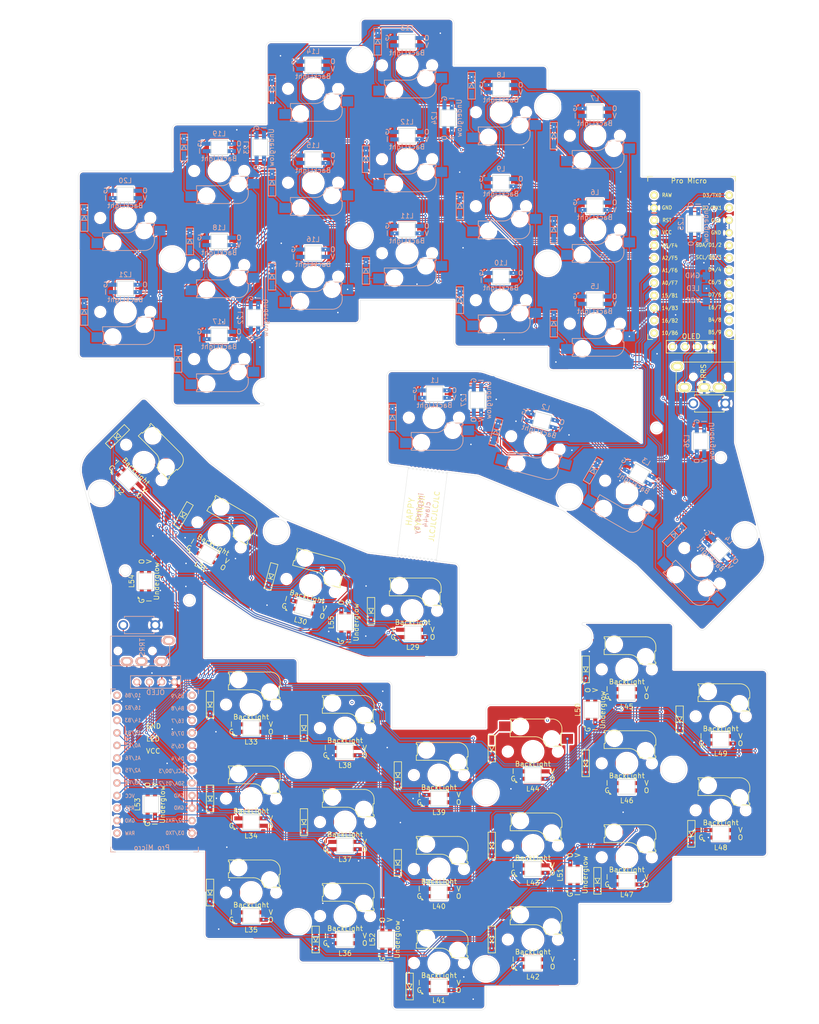
<source format=kicad_pcb>
(kicad_pcb (version 20171130) (host pcbnew "(5.1.4-0-10_14)")
  (layers (0 F.Cu signal) (31 B.Cu signal) (34 B.Paste user) (35 F.Paste user) (36 B.SilkS user) (37 F.SilkS user) (38 B.Mask user) (39 F.Mask user) (44 Edge.Cuts user))
  (net 0 "")
  (net 1 "Net-(D1-Pad2)")
  (net 2 row0)
  (net 3 "Net-(D2-Pad2)")
  (net 4 "Net-(D3-Pad2)")
  (net 5 "Net-(D4-Pad2)")
  (net 6 "Net-(D5-Pad2)")
  (net 7 "Net-(D6-Pad2)")
  (net 8 "Net-(D7-Pad2)")
  (net 9 row1)
  (net 10 "Net-(D8-Pad2)")
  (net 11 "Net-(D9-Pad2)")
  (net 12 "Net-(D10-Pad2)")
  (net 13 "Net-(D11-Pad2)")
  (net 14 "Net-(D12-Pad2)")
  (net 15 "Net-(D13-Pad2)")
  (net 16 row2)
  (net 17 "Net-(D14-Pad2)")
  (net 18 "Net-(D15-Pad2)")
  (net 19 "Net-(D16-Pad2)")
  (net 20 "Net-(D17-Pad2)")
  (net 21 "Net-(D18-Pad2)")
  (net 22 row3)
  (net 23 "Net-(D19-Pad2)")
  (net 24 "Net-(D20-Pad2)")
  (net 25 "Net-(D21-Pad2)")
  (net 26 VCC)
  (net 27 GND)
  (net 28 col0)
  (net 29 col1)
  (net 30 col2)
  (net 31 col3)
  (net 32 col4)
  (net 33 col5)
  (net 34 "Net-(D22-Pad2)")
  (net 35 row4)
  (net 36 "Net-(D23-Pad2)")
  (net 37 "Net-(D24-Pad2)")
  (net 38 "Net-(D25-Pad2)")
  (net 39 "Net-(D26-Pad2)")
  (net 40 "Net-(D27-Pad2)")
  (net 41 "Net-(D28-Pad2)")
  (net 42 row5)
  (net 43 "Net-(D29-Pad2)")
  (net 44 "Net-(D30-Pad2)")
  (net 45 "Net-(D31-Pad2)")
  (net 46 "Net-(D32-Pad2)")
  (net 47 "Net-(D33-Pad2)")
  (net 48 "Net-(D34-Pad2)")
  (net 49 row6)
  (net 50 "Net-(D35-Pad2)")
  (net 51 "Net-(D36-Pad2)")
  (net 52 "Net-(D37-Pad2)")
  (net 53 "Net-(D38-Pad2)")
  (net 54 "Net-(D39-Pad2)")
  (net 55 row7)
  (net 56 "Net-(D40-Pad2)")
  (net 57 "Net-(D41-Pad2)")
  (net 58 "Net-(D42-Pad2)")
  (net 59 data_l)
  (net 60 data_r)
  (net 61 led_l)
  (net 62 led_r)
  (net 63 scl_r)
  (net 64 sda_r)
  (net 65 scl_l)
  (net 66 sda_l)
  (net 67 reset_l)
  (net 68 reset_r)
  (net 69 col11)
  (net 70 col10)
  (net 71 col9)
  (net 72 col8)
  (net 73 col7)
  (net 74 col6)
  (net 75 "Net-(L1-Pad2)")
  (net 76 "Net-(L2-Pad2)")
  (net 77 "Net-(L3-Pad2)")
  (net 78 "Net-(L4-Pad2)")
  (net 79 "Net-(L5-Pad2)")
  (net 80 "Net-(L6-Pad2)")
  (net 81 "Net-(L7-Pad2)")
  (net 82 "Net-(L8-Pad2)")
  (net 83 "Net-(L10-Pad4)")
  (net 84 "Net-(L10-Pad2)")
  (net 85 "Net-(L11-Pad2)")
  (net 86 "Net-(L12-Pad2)")
  (net 87 "Net-(L13-Pad2)")
  (net 88 "Net-(L14-Pad2)")
  (net 89 "Net-(L15-Pad2)")
  (net 90 "Net-(L16-Pad2)")
  (net 91 "Net-(L17-Pad2)")
  (net 92 "Net-(L18-Pad2)")
  (net 93 "Net-(L19-Pad2)")
  (net 94 "Net-(L20-Pad2)")
  (net 95 "Net-(L21-Pad2)")
  (net 96 "Net-(L22-Pad2)")
  (net 97 "Net-(L23-Pad2)")
  (net 98 "Net-(L24-Pad2)")
  (net 99 "Net-(L25-Pad2)")
  (net 100 "Net-(L26-Pad2)")
  (net 101 "Net-(L27-Pad2)")
  (net 102 "Net-(L29-Pad2)")
  (net 103 "Net-(L30-Pad2)")
  (net 104 "Net-(L31-Pad2)")
  (net 105 "Net-(L32-Pad2)")
  (net 106 "Net-(L33-Pad2)")
  (net 107 "Net-(L34-Pad2)")
  (net 108 "Net-(L35-Pad2)")
  (net 109 "Net-(L36-Pad2)")
  (net 110 "Net-(L37-Pad2)")
  (net 111 "Net-(L38-Pad2)")
  (net 112 "Net-(L39-Pad2)")
  (net 113 "Net-(L40-Pad2)")
  (net 114 "Net-(L41-Pad2)")
  (net 115 "Net-(L42-Pad2)")
  (net 116 "Net-(L43-Pad2)")
  (net 117 "Net-(L44-Pad2)")
  (net 118 "Net-(L45-Pad2)")
  (net 119 "Net-(L46-Pad2)")
  (net 120 "Net-(L47-Pad2)")
  (net 121 "Net-(L48-Pad2)")
  (net 122 "Net-(L49-Pad2)")
  (net 123 "Net-(L50-Pad2)")
  (net 124 "Net-(L51-Pad2)")
  (net 125 "Net-(L52-Pad2)")
  (net 126 "Net-(L53-Pad2)")
  (net 127 "Net-(L54-Pad2)")
  (net 128 "Net-(L55-Pad2)")
  (module kbd:CherryMX_Hotswap (layer B.Cu) (at 79.84055 132.05084 180)
    (fp_text reference SW42 hide)
    (fp_text value SW_PUSH hide)
    (pad 2 smd rect (at 5.7 5.12) (size 2.3 2) (layers F.Cu F.Paste F.Mask) (net 58 "Net-(D42-Pad2)"))
    (pad "" np_thru_hole circle (at -5.08 0 180) (size 1.9 1.9) (drill 1.9) (layers *.Cu *.Mask B.SilkS))
    (pad "" np_thru_hole circle (at 5.08 0 180) (size 1.9 1.9) (drill 1.9) (layers *.Cu *.Mask B.SilkS))
    (pad "" np_thru_hole circle (at 0 0 90) (size 4.1 4.1) (drill 4.1) (layers *.Cu *.Mask B.SilkS))
    (pad "" np_thru_hole circle (at 2.54 5.08) (size 3 3) (drill 3) (layers *.Cu *.Mask))
    (pad "" np_thru_hole circle (at -3.81 2.54) (size 3 3) (drill 3) (layers *.Cu *.Mask))
    (pad 1 smd rect (at -7 2.58) (size 2.3 2) (layers F.Cu F.Paste F.Mask) (net 72 col8))
  )
  (module kbd:CherryMX_Hotswap (layer B.Cu) (at 59.27055 126.95084 165)
    (fp_text reference SW41 hide)
    (fp_text value SW_PUSH hide)
    (pad 2 smd rect (at 5.7 5.12 345) (size 2.3 2) (layers F.Cu F.Paste F.Mask) (net 57 "Net-(D41-Pad2)"))
    (pad "" np_thru_hole circle (at -5.08 0 165) (size 1.9 1.9) (drill 1.9) (layers *.Cu *.Mask B.SilkS))
    (pad "" np_thru_hole circle (at 5.08 0 165) (size 1.9 1.9) (drill 1.9) (layers *.Cu *.Mask B.SilkS))
    (pad "" np_thru_hole circle (at 0 0 75) (size 4.1 4.1) (drill 4.1) (layers *.Cu *.Mask B.SilkS))
    (pad "" np_thru_hole circle (at 2.54 5.08 345) (size 3 3) (drill 3) (layers *.Cu *.Mask))
    (pad "" np_thru_hole circle (at -3.81 2.54 345) (size 3 3) (drill 3) (layers *.Cu *.Mask))
    (pad 1 smd rect (at -7 2.58 345) (size 2.3 2) (layers F.Cu F.Paste F.Mask) (net 71 col9))
  )
  (module kbd:CherryMX_Hotswap (layer B.Cu) (at 40.70055 116.70084 150)
    (fp_text reference SW40 hide)
    (fp_text value SW_PUSH hide)
    (pad 2 smd rect (at 5.7 5.12 330) (size 2.3 2) (layers F.Cu F.Paste F.Mask) (net 56 "Net-(D40-Pad2)"))
    (pad "" np_thru_hole circle (at -5.08 0 150) (size 1.9 1.9) (drill 1.9) (layers *.Cu *.Mask B.SilkS))
    (pad "" np_thru_hole circle (at 5.08 0 150) (size 1.9 1.9) (drill 1.9) (layers *.Cu *.Mask B.SilkS))
    (pad "" np_thru_hole circle (at 0 0 60) (size 4.1 4.1) (drill 4.1) (layers *.Cu *.Mask B.SilkS))
    (pad "" np_thru_hole circle (at 2.54 5.08 330) (size 3 3) (drill 3) (layers *.Cu *.Mask))
    (pad "" np_thru_hole circle (at -3.81 2.54 330) (size 3 3) (drill 3) (layers *.Cu *.Mask))
    (pad 1 smd rect (at -7 2.58 330) (size 2.3 2) (layers F.Cu F.Paste F.Mask) (net 70 col10))
  )
  (module kbd:CherryMX_Hotswap (layer B.Cu) (at 25.44055 102.01084 135)
    (fp_text reference SW39 hide)
    (fp_text value SW_PUSH hide)
    (pad 2 smd rect (at 5.7 5.12 315) (size 2.3 2) (layers F.Cu F.Paste F.Mask) (net 54 "Net-(D39-Pad2)"))
    (pad "" np_thru_hole circle (at -5.08 0 135) (size 1.9 1.9) (drill 1.9) (layers *.Cu *.Mask B.SilkS))
    (pad "" np_thru_hole circle (at 5.08 0 135) (size 1.9 1.9) (drill 1.9) (layers *.Cu *.Mask B.SilkS))
    (pad "" np_thru_hole circle (at 0 0 45) (size 4.1 4.1) (drill 4.1) (layers *.Cu *.Mask B.SilkS))
    (pad "" np_thru_hole circle (at 2.54 5.08 315) (size 3 3) (drill 3) (layers *.Cu *.Mask))
    (pad "" np_thru_hole circle (at -3.81 2.54 315) (size 3 3) (drill 3) (layers *.Cu *.Mask))
    (pad 1 smd rect (at -7 2.58 315) (size 2.3 2) (layers F.Cu F.Paste F.Mask) (net 69 col11))
  )
  (module kbd:CherryMX_Hotswap (layer B.Cu) (at 123.39167 143.94863 180)
    (fp_text reference SW38 hide)
    (fp_text value SW_PUSH hide)
    (pad 2 smd rect (at 5.7 5.12) (size 2.3 2) (layers F.Cu F.Paste F.Mask) (net 53 "Net-(D38-Pad2)"))
    (pad "" np_thru_hole circle (at -5.08 0 180) (size 1.9 1.9) (drill 1.9) (layers *.Cu *.Mask B.SilkS))
    (pad "" np_thru_hole circle (at 5.08 0 180) (size 1.9 1.9) (drill 1.9) (layers *.Cu *.Mask B.SilkS))
    (pad "" np_thru_hole circle (at 0 0 90) (size 4.1 4.1) (drill 4.1) (layers *.Cu *.Mask B.SilkS))
    (pad "" np_thru_hole circle (at 2.54 5.08) (size 3 3) (drill 3) (layers *.Cu *.Mask))
    (pad "" np_thru_hole circle (at -3.81 2.54) (size 3 3) (drill 3) (layers *.Cu *.Mask))
    (pad 1 smd rect (at -7 2.58) (size 2.3 2) (layers F.Cu F.Paste F.Mask) (net 73 col7))
  )
  (module kbd:CherryMX_Hotswap (layer B.Cu) (at 104.34159 160.61745 180)
    (fp_text reference SW37 hide)
    (fp_text value SW_PUSH hide)
    (pad 2 smd rect (at 5.7 5.12) (size 2.3 2) (layers F.Cu F.Paste F.Mask) (net 52 "Net-(D37-Pad2)"))
    (pad "" np_thru_hole circle (at -5.08 0 180) (size 1.9 1.9) (drill 1.9) (layers *.Cu *.Mask B.SilkS))
    (pad "" np_thru_hole circle (at 5.08 0 180) (size 1.9 1.9) (drill 1.9) (layers *.Cu *.Mask B.SilkS))
    (pad "" np_thru_hole circle (at 0 0 90) (size 4.1 4.1) (drill 4.1) (layers *.Cu *.Mask B.SilkS))
    (pad "" np_thru_hole circle (at 2.54 5.08) (size 3 3) (drill 3) (layers *.Cu *.Mask))
    (pad "" np_thru_hole circle (at -3.81 2.54) (size 3 3) (drill 3) (layers *.Cu *.Mask))
    (pad 1 smd rect (at -7 2.58) (size 2.3 2) (layers F.Cu F.Paste F.Mask) (net 72 col8))
  )
  (module kbd:CherryMX_Hotswap (layer B.Cu) (at 85.29151 165.37997 180)
    (fp_text reference SW36 hide)
    (fp_text value SW_PUSH hide)
    (pad 2 smd rect (at 5.7 5.12) (size 2.3 2) (layers F.Cu F.Paste F.Mask) (net 51 "Net-(D36-Pad2)"))
    (pad "" np_thru_hole circle (at -5.08 0 180) (size 1.9 1.9) (drill 1.9) (layers *.Cu *.Mask B.SilkS))
    (pad "" np_thru_hole circle (at 5.08 0 180) (size 1.9 1.9) (drill 1.9) (layers *.Cu *.Mask B.SilkS))
    (pad "" np_thru_hole circle (at 0 0 90) (size 4.1 4.1) (drill 4.1) (layers *.Cu *.Mask B.SilkS))
    (pad "" np_thru_hole circle (at 2.54 5.08) (size 3 3) (drill 3) (layers *.Cu *.Mask))
    (pad "" np_thru_hole circle (at -3.81 2.54) (size 3 3) (drill 3) (layers *.Cu *.Mask))
    (pad 1 smd rect (at -7 2.58) (size 2.3 2) (layers F.Cu F.Paste F.Mask) (net 71 col9))
  )
  (module kbd:CherryMX_Hotswap (layer B.Cu) (at 66.24143 155.85493 180)
    (fp_text reference SW35 hide)
    (fp_text value SW_PUSH hide)
    (pad 2 smd rect (at 5.7 5.12) (size 2.3 2) (layers F.Cu F.Paste F.Mask) (net 50 "Net-(D35-Pad2)"))
    (pad "" np_thru_hole circle (at -5.08 0 180) (size 1.9 1.9) (drill 1.9) (layers *.Cu *.Mask B.SilkS))
    (pad "" np_thru_hole circle (at 5.08 0 180) (size 1.9 1.9) (drill 1.9) (layers *.Cu *.Mask B.SilkS))
    (pad "" np_thru_hole circle (at 0 0 90) (size 4.1 4.1) (drill 4.1) (layers *.Cu *.Mask B.SilkS))
    (pad "" np_thru_hole circle (at 2.54 5.08) (size 3 3) (drill 3) (layers *.Cu *.Mask))
    (pad "" np_thru_hole circle (at -3.81 2.54) (size 3 3) (drill 3) (layers *.Cu *.Mask))
    (pad 1 smd rect (at -7 2.58) (size 2.3 2) (layers F.Cu F.Paste F.Mask) (net 70 col10))
  )
  (module kbd:CherryMX_Hotswap (layer B.Cu) (at 47.19135 151.09241 180)
    (fp_text reference SW34 hide)
    (fp_text value SW_PUSH hide)
    (pad 2 smd rect (at 5.7 5.12) (size 2.3 2) (layers F.Cu F.Paste F.Mask) (net 48 "Net-(D34-Pad2)"))
    (pad "" np_thru_hole circle (at -5.08 0 180) (size 1.9 1.9) (drill 1.9) (layers *.Cu *.Mask B.SilkS))
    (pad "" np_thru_hole circle (at 5.08 0 180) (size 1.9 1.9) (drill 1.9) (layers *.Cu *.Mask B.SilkS))
    (pad "" np_thru_hole circle (at 0 0 90) (size 4.1 4.1) (drill 4.1) (layers *.Cu *.Mask B.SilkS))
    (pad "" np_thru_hole circle (at 2.54 5.08) (size 3 3) (drill 3) (layers *.Cu *.Mask))
    (pad "" np_thru_hole circle (at -3.81 2.54) (size 3 3) (drill 3) (layers *.Cu *.Mask))
    (pad 1 smd rect (at -7 2.58) (size 2.3 2) (layers F.Cu F.Paste F.Mask) (net 69 col11))
  )
  (module kbd:CherryMX_Hotswap (layer B.Cu) (at 142.44175 153.47367 180)
    (fp_text reference SW33 hide)
    (fp_text value SW_PUSH hide)
    (pad 2 smd rect (at 5.7 5.12) (size 2.3 2) (layers F.Cu F.Paste F.Mask) (net 47 "Net-(D33-Pad2)"))
    (pad "" np_thru_hole circle (at -5.08 0 180) (size 1.9 1.9) (drill 1.9) (layers *.Cu *.Mask B.SilkS))
    (pad "" np_thru_hole circle (at 5.08 0 180) (size 1.9 1.9) (drill 1.9) (layers *.Cu *.Mask B.SilkS))
    (pad "" np_thru_hole circle (at 0 0 90) (size 4.1 4.1) (drill 4.1) (layers *.Cu *.Mask B.SilkS))
    (pad "" np_thru_hole circle (at 2.54 5.08) (size 3 3) (drill 3) (layers *.Cu *.Mask))
    (pad "" np_thru_hole circle (at -3.81 2.54) (size 3 3) (drill 3) (layers *.Cu *.Mask))
    (pad 1 smd rect (at -7 2.58) (size 2.3 2) (layers F.Cu F.Paste F.Mask) (net 74 col6))
  )
  (module kbd:CherryMX_Hotswap (layer B.Cu) (at 123.39167 162.99871 180)
    (fp_text reference SW32 hide)
    (fp_text value SW_PUSH hide)
    (pad 2 smd rect (at 5.7 5.12) (size 2.3 2) (layers F.Cu F.Paste F.Mask) (net 46 "Net-(D32-Pad2)"))
    (pad "" np_thru_hole circle (at -5.08 0 180) (size 1.9 1.9) (drill 1.9) (layers *.Cu *.Mask B.SilkS))
    (pad "" np_thru_hole circle (at 5.08 0 180) (size 1.9 1.9) (drill 1.9) (layers *.Cu *.Mask B.SilkS))
    (pad "" np_thru_hole circle (at 0 0 90) (size 4.1 4.1) (drill 4.1) (layers *.Cu *.Mask B.SilkS))
    (pad "" np_thru_hole circle (at 2.54 5.08) (size 3 3) (drill 3) (layers *.Cu *.Mask))
    (pad "" np_thru_hole circle (at -3.81 2.54) (size 3 3) (drill 3) (layers *.Cu *.Mask))
    (pad 1 smd rect (at -7 2.58) (size 2.3 2) (layers F.Cu F.Paste F.Mask) (net 73 col7))
  )
  (module kbd:CherryMX_Hotswap (layer B.Cu) (at 104.34159 179.66753 180)
    (fp_text reference SW31 hide)
    (fp_text value SW_PUSH hide)
    (pad 2 smd rect (at 5.7 5.12) (size 2.3 2) (layers F.Cu F.Paste F.Mask) (net 45 "Net-(D31-Pad2)"))
    (pad "" np_thru_hole circle (at -5.08 0 180) (size 1.9 1.9) (drill 1.9) (layers *.Cu *.Mask B.SilkS))
    (pad "" np_thru_hole circle (at 5.08 0 180) (size 1.9 1.9) (drill 1.9) (layers *.Cu *.Mask B.SilkS))
    (pad "" np_thru_hole circle (at 0 0 90) (size 4.1 4.1) (drill 4.1) (layers *.Cu *.Mask B.SilkS))
    (pad "" np_thru_hole circle (at 2.54 5.08) (size 3 3) (drill 3) (layers *.Cu *.Mask))
    (pad "" np_thru_hole circle (at -3.81 2.54) (size 3 3) (drill 3) (layers *.Cu *.Mask))
    (pad 1 smd rect (at -7 2.58) (size 2.3 2) (layers F.Cu F.Paste F.Mask) (net 72 col8))
  )
  (module kbd:CherryMX_Hotswap (layer B.Cu) (at 85.29151 184.43005 180)
    (fp_text reference SW30 hide)
    (fp_text value SW_PUSH hide)
    (pad 2 smd rect (at 5.7 5.12) (size 2.3 2) (layers F.Cu F.Paste F.Mask) (net 44 "Net-(D30-Pad2)"))
    (pad "" np_thru_hole circle (at -5.08 0 180) (size 1.9 1.9) (drill 1.9) (layers *.Cu *.Mask B.SilkS))
    (pad "" np_thru_hole circle (at 5.08 0 180) (size 1.9 1.9) (drill 1.9) (layers *.Cu *.Mask B.SilkS))
    (pad "" np_thru_hole circle (at 0 0 90) (size 4.1 4.1) (drill 4.1) (layers *.Cu *.Mask B.SilkS))
    (pad "" np_thru_hole circle (at 2.54 5.08) (size 3 3) (drill 3) (layers *.Cu *.Mask))
    (pad "" np_thru_hole circle (at -3.81 2.54) (size 3 3) (drill 3) (layers *.Cu *.Mask))
    (pad 1 smd rect (at -7 2.58) (size 2.3 2) (layers F.Cu F.Paste F.Mask) (net 71 col9))
  )
  (module kbd:CherryMX_Hotswap (layer B.Cu) (at 66.24143 174.90501 180)
    (fp_text reference SW29 hide)
    (fp_text value SW_PUSH hide)
    (pad 2 smd rect (at 5.7 5.12) (size 2.3 2) (layers F.Cu F.Paste F.Mask) (net 43 "Net-(D29-Pad2)"))
    (pad "" np_thru_hole circle (at -5.08 0 180) (size 1.9 1.9) (drill 1.9) (layers *.Cu *.Mask B.SilkS))
    (pad "" np_thru_hole circle (at 5.08 0 180) (size 1.9 1.9) (drill 1.9) (layers *.Cu *.Mask B.SilkS))
    (pad "" np_thru_hole circle (at 0 0 90) (size 4.1 4.1) (drill 4.1) (layers *.Cu *.Mask B.SilkS))
    (pad "" np_thru_hole circle (at 2.54 5.08) (size 3 3) (drill 3) (layers *.Cu *.Mask))
    (pad "" np_thru_hole circle (at -3.81 2.54) (size 3 3) (drill 3) (layers *.Cu *.Mask))
    (pad 1 smd rect (at -7 2.58) (size 2.3 2) (layers F.Cu F.Paste F.Mask) (net 70 col10))
  )
  (module kbd:CherryMX_Hotswap (layer B.Cu) (at 47.19135 170.14249 180)
    (fp_text reference SW28 hide)
    (fp_text value SW_PUSH hide)
    (pad 2 smd rect (at 5.7 5.12) (size 2.3 2) (layers F.Cu F.Paste F.Mask) (net 41 "Net-(D28-Pad2)"))
    (pad "" np_thru_hole circle (at -5.08 0 180) (size 1.9 1.9) (drill 1.9) (layers *.Cu *.Mask B.SilkS))
    (pad "" np_thru_hole circle (at 5.08 0 180) (size 1.9 1.9) (drill 1.9) (layers *.Cu *.Mask B.SilkS))
    (pad "" np_thru_hole circle (at 0 0 90) (size 4.1 4.1) (drill 4.1) (layers *.Cu *.Mask B.SilkS))
    (pad "" np_thru_hole circle (at 2.54 5.08) (size 3 3) (drill 3) (layers *.Cu *.Mask))
    (pad "" np_thru_hole circle (at -3.81 2.54) (size 3 3) (drill 3) (layers *.Cu *.Mask))
    (pad 1 smd rect (at -7 2.58) (size 2.3 2) (layers F.Cu F.Paste F.Mask) (net 69 col11))
  )
  (module kbd:CherryMX_Hotswap (layer B.Cu) (at 142.44175 172.52375 180)
    (fp_text reference SW27 hide)
    (fp_text value SW_PUSH hide)
    (pad 2 smd rect (at 5.7 5.12) (size 2.3 2) (layers F.Cu F.Paste F.Mask) (net 40 "Net-(D27-Pad2)"))
    (pad "" np_thru_hole circle (at -5.08 0 180) (size 1.9 1.9) (drill 1.9) (layers *.Cu *.Mask B.SilkS))
    (pad "" np_thru_hole circle (at 5.08 0 180) (size 1.9 1.9) (drill 1.9) (layers *.Cu *.Mask B.SilkS))
    (pad "" np_thru_hole circle (at 0 0 90) (size 4.1 4.1) (drill 4.1) (layers *.Cu *.Mask B.SilkS))
    (pad "" np_thru_hole circle (at 2.54 5.08) (size 3 3) (drill 3) (layers *.Cu *.Mask))
    (pad "" np_thru_hole circle (at -3.81 2.54) (size 3 3) (drill 3) (layers *.Cu *.Mask))
    (pad 1 smd rect (at -7 2.58) (size 2.3 2) (layers F.Cu F.Paste F.Mask) (net 74 col6))
  )
  (module kbd:CherryMX_Hotswap (layer B.Cu) (at 123.39167 182.04879 180)
    (fp_text reference SW26 hide)
    (fp_text value SW_PUSH hide)
    (pad 2 smd rect (at 5.7 5.12) (size 2.3 2) (layers F.Cu F.Paste F.Mask) (net 39 "Net-(D26-Pad2)"))
    (pad "" np_thru_hole circle (at -5.08 0 180) (size 1.9 1.9) (drill 1.9) (layers *.Cu *.Mask B.SilkS))
    (pad "" np_thru_hole circle (at 5.08 0 180) (size 1.9 1.9) (drill 1.9) (layers *.Cu *.Mask B.SilkS))
    (pad "" np_thru_hole circle (at 0 0 90) (size 4.1 4.1) (drill 4.1) (layers *.Cu *.Mask B.SilkS))
    (pad "" np_thru_hole circle (at 2.54 5.08) (size 3 3) (drill 3) (layers *.Cu *.Mask))
    (pad "" np_thru_hole circle (at -3.81 2.54) (size 3 3) (drill 3) (layers *.Cu *.Mask))
    (pad 1 smd rect (at -7 2.58) (size 2.3 2) (layers F.Cu F.Paste F.Mask) (net 73 col7))
  )
  (module kbd:CherryMX_Hotswap (layer B.Cu) (at 104.34159 198.71761 180)
    (fp_text reference SW25 hide)
    (fp_text value SW_PUSH hide)
    (pad 2 smd rect (at 5.7 5.12) (size 2.3 2) (layers F.Cu F.Paste F.Mask) (net 38 "Net-(D25-Pad2)"))
    (pad "" np_thru_hole circle (at -5.08 0 180) (size 1.9 1.9) (drill 1.9) (layers *.Cu *.Mask B.SilkS))
    (pad "" np_thru_hole circle (at 5.08 0 180) (size 1.9 1.9) (drill 1.9) (layers *.Cu *.Mask B.SilkS))
    (pad "" np_thru_hole circle (at 0 0 90) (size 4.1 4.1) (drill 4.1) (layers *.Cu *.Mask B.SilkS))
    (pad "" np_thru_hole circle (at 2.54 5.08) (size 3 3) (drill 3) (layers *.Cu *.Mask))
    (pad "" np_thru_hole circle (at -3.81 2.54) (size 3 3) (drill 3) (layers *.Cu *.Mask))
    (pad 1 smd rect (at -7 2.58) (size 2.3 2) (layers F.Cu F.Paste F.Mask) (net 72 col8))
  )
  (module kbd:CherryMX_Hotswap (layer B.Cu) (at 85.29151 203.48013 180)
    (fp_text reference SW24 hide)
    (fp_text value SW_PUSH hide)
    (pad 2 smd rect (at 5.7 5.12) (size 2.3 2) (layers F.Cu F.Paste F.Mask) (net 37 "Net-(D24-Pad2)"))
    (pad "" np_thru_hole circle (at -5.08 0 180) (size 1.9 1.9) (drill 1.9) (layers *.Cu *.Mask B.SilkS))
    (pad "" np_thru_hole circle (at 5.08 0 180) (size 1.9 1.9) (drill 1.9) (layers *.Cu *.Mask B.SilkS))
    (pad "" np_thru_hole circle (at 0 0 90) (size 4.1 4.1) (drill 4.1) (layers *.Cu *.Mask B.SilkS))
    (pad "" np_thru_hole circle (at 2.54 5.08) (size 3 3) (drill 3) (layers *.Cu *.Mask))
    (pad "" np_thru_hole circle (at -3.81 2.54) (size 3 3) (drill 3) (layers *.Cu *.Mask))
    (pad 1 smd rect (at -7 2.58) (size 2.3 2) (layers F.Cu F.Paste F.Mask) (net 71 col9))
  )
  (module kbd:CherryMX_Hotswap (layer B.Cu) (at 66.24143 193.95509 180)
    (fp_text reference SW23 hide)
    (fp_text value SW_PUSH hide)
    (pad 2 smd rect (at 5.7 5.12) (size 2.3 2) (layers F.Cu F.Paste F.Mask) (net 36 "Net-(D23-Pad2)"))
    (pad "" np_thru_hole circle (at -5.08 0 180) (size 1.9 1.9) (drill 1.9) (layers *.Cu *.Mask B.SilkS))
    (pad "" np_thru_hole circle (at 5.08 0 180) (size 1.9 1.9) (drill 1.9) (layers *.Cu *.Mask B.SilkS))
    (pad "" np_thru_hole circle (at 0 0 90) (size 4.1 4.1) (drill 4.1) (layers *.Cu *.Mask B.SilkS))
    (pad "" np_thru_hole circle (at 2.54 5.08) (size 3 3) (drill 3) (layers *.Cu *.Mask))
    (pad "" np_thru_hole circle (at -3.81 2.54) (size 3 3) (drill 3) (layers *.Cu *.Mask))
    (pad 1 smd rect (at -7 2.58) (size 2.3 2) (layers F.Cu F.Paste F.Mask) (net 70 col10))
  )
  (module kbd:CherryMX_Hotswap (layer B.Cu) (at 47.19135 189.19257 180)
    (fp_text reference SW22 hide)
    (fp_text value SW_PUSH hide)
    (pad 2 smd rect (at 5.7 5.12) (size 2.3 2) (layers F.Cu F.Paste F.Mask) (net 34 "Net-(D22-Pad2)"))
    (pad "" np_thru_hole circle (at -5.08 0 180) (size 1.9 1.9) (drill 1.9) (layers *.Cu *.Mask B.SilkS))
    (pad "" np_thru_hole circle (at 5.08 0 180) (size 1.9 1.9) (drill 1.9) (layers *.Cu *.Mask B.SilkS))
    (pad "" np_thru_hole circle (at 0 0 90) (size 4.1 4.1) (drill 4.1) (layers *.Cu *.Mask B.SilkS))
    (pad "" np_thru_hole circle (at 2.54 5.08) (size 3 3) (drill 3) (layers *.Cu *.Mask))
    (pad "" np_thru_hole circle (at -3.81 2.54) (size 3 3) (drill 3) (layers *.Cu *.Mask))
    (pad 1 smd rect (at -7 2.58) (size 2.3 2) (layers F.Cu F.Paste F.Mask) (net 69 col11))
  )
  (module kbd:CherryMX_Hotswap (layer F.Cu) (at 138.661974 122.955122 135)
    (fp_text reference SW21 hide)
    (fp_text value SW_PUSH hide)
    (pad 2 smd rect (at 5.7 -5.12 315) (size 2.3 2) (layers B.Cu B.Paste B.Mask) (net 25 "Net-(D21-Pad2)"))
    (pad "" np_thru_hole circle (at -5.08 0 135) (size 1.9 1.9) (drill 1.9) (layers *.Cu *.Mask F.SilkS))
    (pad "" np_thru_hole circle (at 5.08 0 135) (size 1.9 1.9) (drill 1.9) (layers *.Cu *.Mask F.SilkS))
    (pad "" np_thru_hole circle (at 0 0 225) (size 4.1 4.1) (drill 4.1) (layers *.Cu *.Mask F.SilkS))
    (pad "" np_thru_hole circle (at 2.54 -5.08 315) (size 3 3) (drill 3) (layers *.Cu *.Mask))
    (pad "" np_thru_hole circle (at -3.81 -2.54 315) (size 3 3) (drill 3) (layers *.Cu *.Mask))
    (pad 1 smd rect (at -7 -2.58 315) (size 2.3 2) (layers B.Cu B.Paste B.Mask) (net 33 col5))
  )
  (module kbd:CherryMX_Hotswap (layer F.Cu) (at 123.4 108.24525 150)
    (fp_text reference SW20 hide)
    (fp_text value SW_PUSH hide)
    (pad 2 smd rect (at 5.7 -5.12 330) (size 2.3 2) (layers B.Cu B.Paste B.Mask) (net 24 "Net-(D20-Pad2)"))
    (pad "" np_thru_hole circle (at -5.08 0 150) (size 1.9 1.9) (drill 1.9) (layers *.Cu *.Mask F.SilkS))
    (pad "" np_thru_hole circle (at 5.08 0 150) (size 1.9 1.9) (drill 1.9) (layers *.Cu *.Mask F.SilkS))
    (pad "" np_thru_hole circle (at 0 0 240) (size 4.1 4.1) (drill 4.1) (layers *.Cu *.Mask F.SilkS))
    (pad "" np_thru_hole circle (at 2.54 -5.08 330) (size 3 3) (drill 3) (layers *.Cu *.Mask))
    (pad "" np_thru_hole circle (at -3.81 -2.54 330) (size 3 3) (drill 3) (layers *.Cu *.Mask))
    (pad 1 smd rect (at -7 -2.58 330) (size 2.3 2) (layers B.Cu B.Paste B.Mask) (net 32 col4))
  )
  (module kbd:CherryMX_Hotswap (layer F.Cu) (at 104.85 98.01525 165)
    (fp_text reference SW19 hide)
    (fp_text value SW_PUSH hide)
    (pad 2 smd rect (at 5.7 -5.12 345) (size 2.3 2) (layers B.Cu B.Paste B.Mask) (net 23 "Net-(D19-Pad2)"))
    (pad "" np_thru_hole circle (at -5.08 0 165) (size 1.9 1.9) (drill 1.9) (layers *.Cu *.Mask F.SilkS))
    (pad "" np_thru_hole circle (at 5.08 0 165) (size 1.9 1.9) (drill 1.9) (layers *.Cu *.Mask F.SilkS))
    (pad "" np_thru_hole circle (at 0 0 255) (size 4.1 4.1) (drill 4.1) (layers *.Cu *.Mask F.SilkS))
    (pad "" np_thru_hole circle (at 2.54 -5.08 345) (size 3 3) (drill 3) (layers *.Cu *.Mask))
    (pad "" np_thru_hole circle (at -3.81 -2.54 345) (size 3 3) (drill 3) (layers *.Cu *.Mask))
    (pad 1 smd rect (at -7 -2.58 345) (size 2.3 2) (layers B.Cu B.Paste B.Mask) (net 31 col3))
  )
  (module kbd:CherryMX_Hotswap (layer F.Cu) (at 84.27 92.93525 180)
    (fp_text reference SW18 hide)
    (fp_text value SW_PUSH hide)
    (pad 2 smd rect (at 5.7 -5.12) (size 2.3 2) (layers B.Cu B.Paste B.Mask) (net 21 "Net-(D18-Pad2)"))
    (pad "" np_thru_hole circle (at -5.08 0 180) (size 1.9 1.9) (drill 1.9) (layers *.Cu *.Mask F.SilkS))
    (pad "" np_thru_hole circle (at 5.08 0 180) (size 1.9 1.9) (drill 1.9) (layers *.Cu *.Mask F.SilkS))
    (pad "" np_thru_hole circle (at 0 0 270) (size 4.1 4.1) (drill 4.1) (layers *.Cu *.Mask F.SilkS))
    (pad "" np_thru_hole circle (at 2.54 -5.08) (size 3 3) (drill 3) (layers *.Cu *.Mask))
    (pad "" np_thru_hole circle (at -3.81 -2.54) (size 3 3) (drill 3) (layers *.Cu *.Mask))
    (pad 1 smd rect (at -7 -2.58) (size 2.3 2) (layers B.Cu B.Paste B.Mask) (net 30 col2))
  )
  (module kbd:CherryMX_Hotswap (layer F.Cu) (at 116.91922 73.88368 180)
    (fp_text reference SW17 hide)
    (fp_text value SW_PUSH hide)
    (pad 2 smd rect (at 5.7 -5.12) (size 2.3 2) (layers B.Cu B.Paste B.Mask) (net 20 "Net-(D17-Pad2)"))
    (pad "" np_thru_hole circle (at -5.08 0 180) (size 1.9 1.9) (drill 1.9) (layers *.Cu *.Mask F.SilkS))
    (pad "" np_thru_hole circle (at 5.08 0 180) (size 1.9 1.9) (drill 1.9) (layers *.Cu *.Mask F.SilkS))
    (pad "" np_thru_hole circle (at 0 0 270) (size 4.1 4.1) (drill 4.1) (layers *.Cu *.Mask F.SilkS))
    (pad "" np_thru_hole circle (at 2.54 -5.08) (size 3 3) (drill 3) (layers *.Cu *.Mask))
    (pad "" np_thru_hole circle (at -3.81 -2.54) (size 3 3) (drill 3) (layers *.Cu *.Mask))
    (pad 1 smd rect (at -7 -2.58) (size 2.3 2) (layers B.Cu B.Paste B.Mask) (net 33 col5))
  )
  (module kbd:CherryMX_Hotswap (layer F.Cu) (at 97.86914 69.12116 180)
    (fp_text reference SW16 hide)
    (fp_text value SW_PUSH hide)
    (pad 2 smd rect (at 5.7 -5.12) (size 2.3 2) (layers B.Cu B.Paste B.Mask) (net 19 "Net-(D16-Pad2)"))
    (pad "" np_thru_hole circle (at -5.08 0 180) (size 1.9 1.9) (drill 1.9) (layers *.Cu *.Mask F.SilkS))
    (pad "" np_thru_hole circle (at 5.08 0 180) (size 1.9 1.9) (drill 1.9) (layers *.Cu *.Mask F.SilkS))
    (pad "" np_thru_hole circle (at 0 0 270) (size 4.1 4.1) (drill 4.1) (layers *.Cu *.Mask F.SilkS))
    (pad "" np_thru_hole circle (at 2.54 -5.08) (size 3 3) (drill 3) (layers *.Cu *.Mask))
    (pad "" np_thru_hole circle (at -3.81 -2.54) (size 3 3) (drill 3) (layers *.Cu *.Mask))
    (pad 1 smd rect (at -7 -2.58) (size 2.3 2) (layers B.Cu B.Paste B.Mask) (net 32 col4))
  )
  (module kbd:CherryMX_Hotswap (layer F.Cu) (at 78.81906 59.59612 180)
    (fp_text reference SW15 hide)
    (fp_text value SW_PUSH hide)
    (pad 2 smd rect (at 5.7 -5.12) (size 2.3 2) (layers B.Cu B.Paste B.Mask) (net 18 "Net-(D15-Pad2)"))
    (pad "" np_thru_hole circle (at -5.08 0 180) (size 1.9 1.9) (drill 1.9) (layers *.Cu *.Mask F.SilkS))
    (pad "" np_thru_hole circle (at 5.08 0 180) (size 1.9 1.9) (drill 1.9) (layers *.Cu *.Mask F.SilkS))
    (pad "" np_thru_hole circle (at 0 0 270) (size 4.1 4.1) (drill 4.1) (layers *.Cu *.Mask F.SilkS))
    (pad "" np_thru_hole circle (at 2.54 -5.08) (size 3 3) (drill 3) (layers *.Cu *.Mask))
    (pad "" np_thru_hole circle (at -3.81 -2.54) (size 3 3) (drill 3) (layers *.Cu *.Mask))
    (pad 1 smd rect (at -7 -2.58) (size 2.3 2) (layers B.Cu B.Paste B.Mask) (net 31 col3))
  )
  (module kbd:CherryMX_Hotswap (layer F.Cu) (at 59.76898 64.35864 180)
    (fp_text reference SW14 hide)
    (fp_text value SW_PUSH hide)
    (pad 2 smd rect (at 5.7 -5.12) (size 2.3 2) (layers B.Cu B.Paste B.Mask) (net 17 "Net-(D14-Pad2)"))
    (pad "" np_thru_hole circle (at -5.08 0 180) (size 1.9 1.9) (drill 1.9) (layers *.Cu *.Mask F.SilkS))
    (pad "" np_thru_hole circle (at 5.08 0 180) (size 1.9 1.9) (drill 1.9) (layers *.Cu *.Mask F.SilkS))
    (pad "" np_thru_hole circle (at 0 0 270) (size 4.1 4.1) (drill 4.1) (layers *.Cu *.Mask F.SilkS))
    (pad "" np_thru_hole circle (at 2.54 -5.08) (size 3 3) (drill 3) (layers *.Cu *.Mask))
    (pad "" np_thru_hole circle (at -3.81 -2.54) (size 3 3) (drill 3) (layers *.Cu *.Mask))
    (pad 1 smd rect (at -7 -2.58) (size 2.3 2) (layers B.Cu B.Paste B.Mask) (net 30 col2))
  )
  (module kbd:CherryMX_Hotswap (layer F.Cu) (at 40.7189 81.05659 180)
    (fp_text reference SW13 hide)
    (fp_text value SW_PUSH hide)
    (pad 2 smd rect (at 5.7 -5.12) (size 2.3 2) (layers B.Cu B.Paste B.Mask) (net 15 "Net-(D13-Pad2)"))
    (pad "" np_thru_hole circle (at -5.08 0 180) (size 1.9 1.9) (drill 1.9) (layers *.Cu *.Mask F.SilkS))
    (pad "" np_thru_hole circle (at 5.08 0 180) (size 1.9 1.9) (drill 1.9) (layers *.Cu *.Mask F.SilkS))
    (pad "" np_thru_hole circle (at 0 0 270) (size 4.1 4.1) (drill 4.1) (layers *.Cu *.Mask F.SilkS))
    (pad "" np_thru_hole circle (at 2.54 -5.08) (size 3 3) (drill 3) (layers *.Cu *.Mask))
    (pad "" np_thru_hole circle (at -3.81 -2.54) (size 3 3) (drill 3) (layers *.Cu *.Mask))
    (pad 1 smd rect (at -7 -2.58) (size 2.3 2) (layers B.Cu B.Paste B.Mask) (net 29 col1))
  )
  (module kbd:CherryMX_Hotswap (layer F.Cu) (at 116.91922 54.8336 180)
    (fp_text reference SW12 hide)
    (fp_text value SW_PUSH hide)
    (pad 2 smd rect (at 5.7 -5.12) (size 2.3 2) (layers B.Cu B.Paste B.Mask) (net 14 "Net-(D12-Pad2)"))
    (pad "" np_thru_hole circle (at -5.08 0 180) (size 1.9 1.9) (drill 1.9) (layers *.Cu *.Mask F.SilkS))
    (pad "" np_thru_hole circle (at 5.08 0 180) (size 1.9 1.9) (drill 1.9) (layers *.Cu *.Mask F.SilkS))
    (pad "" np_thru_hole circle (at 0 0 270) (size 4.1 4.1) (drill 4.1) (layers *.Cu *.Mask F.SilkS))
    (pad "" np_thru_hole circle (at 2.54 -5.08) (size 3 3) (drill 3) (layers *.Cu *.Mask))
    (pad "" np_thru_hole circle (at -3.81 -2.54) (size 3 3) (drill 3) (layers *.Cu *.Mask))
    (pad 1 smd rect (at -7 -2.58) (size 2.3 2) (layers B.Cu B.Paste B.Mask) (net 33 col5))
  )
  (module kbd:CherryMX_Hotswap (layer F.Cu) (at 97.86914 50.07108 180)
    (fp_text reference SW11 hide)
    (fp_text value SW_PUSH hide)
    (pad 2 smd rect (at 5.7 -5.12) (size 2.3 2) (layers B.Cu B.Paste B.Mask) (net 13 "Net-(D11-Pad2)"))
    (pad "" np_thru_hole circle (at -5.08 0 180) (size 1.9 1.9) (drill 1.9) (layers *.Cu *.Mask F.SilkS))
    (pad "" np_thru_hole circle (at 5.08 0 180) (size 1.9 1.9) (drill 1.9) (layers *.Cu *.Mask F.SilkS))
    (pad "" np_thru_hole circle (at 0 0 270) (size 4.1 4.1) (drill 4.1) (layers *.Cu *.Mask F.SilkS))
    (pad "" np_thru_hole circle (at 2.54 -5.08) (size 3 3) (drill 3) (layers *.Cu *.Mask))
    (pad "" np_thru_hole circle (at -3.81 -2.54) (size 3 3) (drill 3) (layers *.Cu *.Mask))
    (pad 1 smd rect (at -7 -2.58) (size 2.3 2) (layers B.Cu B.Paste B.Mask) (net 32 col4))
  )
  (module kbd:CherryMX_Hotswap (layer F.Cu) (at 78.81906 40.54604 180)
    (fp_text reference SW10 hide)
    (fp_text value SW_PUSH hide)
    (pad 2 smd rect (at 5.7 -5.12) (size 2.3 2) (layers B.Cu B.Paste B.Mask) (net 12 "Net-(D10-Pad2)"))
    (pad "" np_thru_hole circle (at -5.08 0 180) (size 1.9 1.9) (drill 1.9) (layers *.Cu *.Mask F.SilkS))
    (pad "" np_thru_hole circle (at 5.08 0 180) (size 1.9 1.9) (drill 1.9) (layers *.Cu *.Mask F.SilkS))
    (pad "" np_thru_hole circle (at 0 0 270) (size 4.1 4.1) (drill 4.1) (layers *.Cu *.Mask F.SilkS))
    (pad "" np_thru_hole circle (at 2.54 -5.08) (size 3 3) (drill 3) (layers *.Cu *.Mask))
    (pad "" np_thru_hole circle (at -3.81 -2.54) (size 3 3) (drill 3) (layers *.Cu *.Mask))
    (pad 1 smd rect (at -7 -2.58) (size 2.3 2) (layers B.Cu B.Paste B.Mask) (net 31 col3))
  )
  (module kbd:CherryMX_Hotswap (layer F.Cu) (at 59.76898 45.30856 180)
    (fp_text reference SW9 hide)
    (fp_text value SW_PUSH hide)
    (pad 2 smd rect (at 5.7 -5.12) (size 2.3 2) (layers B.Cu B.Paste B.Mask) (net 11 "Net-(D9-Pad2)"))
    (pad "" np_thru_hole circle (at -5.08 0 180) (size 1.9 1.9) (drill 1.9) (layers *.Cu *.Mask F.SilkS))
    (pad "" np_thru_hole circle (at 5.08 0 180) (size 1.9 1.9) (drill 1.9) (layers *.Cu *.Mask F.SilkS))
    (pad "" np_thru_hole circle (at 0 0 270) (size 4.1 4.1) (drill 4.1) (layers *.Cu *.Mask F.SilkS))
    (pad "" np_thru_hole circle (at 2.54 -5.08) (size 3 3) (drill 3) (layers *.Cu *.Mask))
    (pad "" np_thru_hole circle (at -3.81 -2.54) (size 3 3) (drill 3) (layers *.Cu *.Mask))
    (pad 1 smd rect (at -7 -2.58) (size 2.3 2) (layers B.Cu B.Paste B.Mask) (net 30 col2))
  )
  (module kbd:CherryMX_Hotswap (layer F.Cu) (at 40.7189 62.00651 180)
    (fp_text reference SW8 hide)
    (fp_text value SW_PUSH hide)
    (pad 2 smd rect (at 5.7 -5.12) (size 2.3 2) (layers B.Cu B.Paste B.Mask) (net 10 "Net-(D8-Pad2)"))
    (pad "" np_thru_hole circle (at -5.08 0 180) (size 1.9 1.9) (drill 1.9) (layers *.Cu *.Mask F.SilkS))
    (pad "" np_thru_hole circle (at 5.08 0 180) (size 1.9 1.9) (drill 1.9) (layers *.Cu *.Mask F.SilkS))
    (pad "" np_thru_hole circle (at 0 0 270) (size 4.1 4.1) (drill 4.1) (layers *.Cu *.Mask F.SilkS))
    (pad "" np_thru_hole circle (at 2.54 -5.08) (size 3 3) (drill 3) (layers *.Cu *.Mask))
    (pad "" np_thru_hole circle (at -3.81 -2.54) (size 3 3) (drill 3) (layers *.Cu *.Mask))
    (pad 1 smd rect (at -7 -2.58) (size 2.3 2) (layers B.Cu B.Paste B.Mask) (net 29 col1))
  )
  (module kbd:CherryMX_Hotswap (layer F.Cu) (at 21.66882 71.50242 180)
    (fp_text reference SW7 hide)
    (fp_text value SW_PUSH hide)
    (pad 2 smd rect (at 5.7 -5.12) (size 2.3 2) (layers B.Cu B.Paste B.Mask) (net 8 "Net-(D7-Pad2)"))
    (pad "" np_thru_hole circle (at -5.08 0 180) (size 1.9 1.9) (drill 1.9) (layers *.Cu *.Mask F.SilkS))
    (pad "" np_thru_hole circle (at 5.08 0 180) (size 1.9 1.9) (drill 1.9) (layers *.Cu *.Mask F.SilkS))
    (pad "" np_thru_hole circle (at 0 0 270) (size 4.1 4.1) (drill 4.1) (layers *.Cu *.Mask F.SilkS))
    (pad "" np_thru_hole circle (at 2.54 -5.08) (size 3 3) (drill 3) (layers *.Cu *.Mask))
    (pad "" np_thru_hole circle (at -3.81 -2.54) (size 3 3) (drill 3) (layers *.Cu *.Mask))
    (pad 1 smd rect (at -7 -2.58) (size 2.3 2) (layers B.Cu B.Paste B.Mask) (net 28 col0))
  )
  (module kbd:CherryMX_Hotswap (layer F.Cu) (at 116.91922 35.78352 180)
    (fp_text reference SW6 hide)
    (fp_text value SW_PUSH hide)
    (pad 2 smd rect (at 5.7 -5.12) (size 2.3 2) (layers B.Cu B.Paste B.Mask) (net 7 "Net-(D6-Pad2)"))
    (pad "" np_thru_hole circle (at -5.08 0 180) (size 1.9 1.9) (drill 1.9) (layers *.Cu *.Mask F.SilkS))
    (pad "" np_thru_hole circle (at 5.08 0 180) (size 1.9 1.9) (drill 1.9) (layers *.Cu *.Mask F.SilkS))
    (pad "" np_thru_hole circle (at 0 0 270) (size 4.1 4.1) (drill 4.1) (layers *.Cu *.Mask F.SilkS))
    (pad "" np_thru_hole circle (at 2.54 -5.08) (size 3 3) (drill 3) (layers *.Cu *.Mask))
    (pad "" np_thru_hole circle (at -3.81 -2.54) (size 3 3) (drill 3) (layers *.Cu *.Mask))
    (pad 1 smd rect (at -7 -2.58) (size 2.3 2) (layers B.Cu B.Paste B.Mask) (net 33 col5))
  )
  (module kbd:CherryMX_Hotswap (layer F.Cu) (at 97.86914 31.021 180)
    (fp_text reference SW5 hide)
    (fp_text value SW_PUSH hide)
    (pad 2 smd rect (at 5.7 -5.12) (size 2.3 2) (layers B.Cu B.Paste B.Mask) (net 6 "Net-(D5-Pad2)"))
    (pad "" np_thru_hole circle (at -5.08 0 180) (size 1.9 1.9) (drill 1.9) (layers *.Cu *.Mask F.SilkS))
    (pad "" np_thru_hole circle (at 5.08 0 180) (size 1.9 1.9) (drill 1.9) (layers *.Cu *.Mask F.SilkS))
    (pad "" np_thru_hole circle (at 0 0 270) (size 4.1 4.1) (drill 4.1) (layers *.Cu *.Mask F.SilkS))
    (pad "" np_thru_hole circle (at 2.54 -5.08) (size 3 3) (drill 3) (layers *.Cu *.Mask))
    (pad "" np_thru_hole circle (at -3.81 -2.54) (size 3 3) (drill 3) (layers *.Cu *.Mask))
    (pad 1 smd rect (at -7 -2.58) (size 2.3 2) (layers B.Cu B.Paste B.Mask) (net 32 col4))
  )
  (module kbd:CherryMX_Hotswap (layer F.Cu) (at 78.81906 21.52509 180)
    (fp_text reference SW4 hide)
    (fp_text value SW_PUSH hide)
    (pad 2 smd rect (at 5.7 -5.12) (size 2.3 2) (layers B.Cu B.Paste B.Mask) (net 5 "Net-(D4-Pad2)"))
    (pad "" np_thru_hole circle (at -5.08 0 180) (size 1.9 1.9) (drill 1.9) (layers *.Cu *.Mask F.SilkS))
    (pad "" np_thru_hole circle (at 5.08 0 180) (size 1.9 1.9) (drill 1.9) (layers *.Cu *.Mask F.SilkS))
    (pad "" np_thru_hole circle (at 0 0 270) (size 4.1 4.1) (drill 4.1) (layers *.Cu *.Mask F.SilkS))
    (pad "" np_thru_hole circle (at 2.54 -5.08) (size 3 3) (drill 3) (layers *.Cu *.Mask))
    (pad "" np_thru_hole circle (at -3.81 -2.54) (size 3 3) (drill 3) (layers *.Cu *.Mask))
    (pad 1 smd rect (at -7 -2.58) (size 2.3 2) (layers B.Cu B.Paste B.Mask) (net 31 col3))
  )
  (module kbd:CherryMX_Hotswap (layer F.Cu) (at 59.76898 26.25848 180)
    (fp_text reference SW3 hide)
    (fp_text value SW_PUSH hide)
    (pad 2 smd rect (at 5.7 -5.12) (size 2.3 2) (layers B.Cu B.Paste B.Mask) (net 4 "Net-(D3-Pad2)"))
    (pad "" np_thru_hole circle (at -5.08 0 180) (size 1.9 1.9) (drill 1.9) (layers *.Cu *.Mask F.SilkS))
    (pad "" np_thru_hole circle (at 5.08 0 180) (size 1.9 1.9) (drill 1.9) (layers *.Cu *.Mask F.SilkS))
    (pad "" np_thru_hole circle (at 0 0 270) (size 4.1 4.1) (drill 4.1) (layers *.Cu *.Mask F.SilkS))
    (pad "" np_thru_hole circle (at 2.54 -5.08) (size 3 3) (drill 3) (layers *.Cu *.Mask))
    (pad "" np_thru_hole circle (at -3.81 -2.54) (size 3 3) (drill 3) (layers *.Cu *.Mask))
    (pad 1 smd rect (at -7 -2.58) (size 2.3 2) (layers B.Cu B.Paste B.Mask) (net 30 col2))
  )
  (module kbd:CherryMX_Hotswap (layer F.Cu) (at 40.7189 42.9273 180)
    (fp_text reference SW2 hide)
    (fp_text value SW_PUSH hide)
    (pad 2 smd rect (at 5.7 -5.12) (size 2.3 2) (layers B.Cu B.Paste B.Mask) (net 3 "Net-(D2-Pad2)"))
    (pad "" np_thru_hole circle (at -5.08 0 180) (size 1.9 1.9) (drill 1.9) (layers *.Cu *.Mask F.SilkS))
    (pad "" np_thru_hole circle (at 5.08 0 180) (size 1.9 1.9) (drill 1.9) (layers *.Cu *.Mask F.SilkS))
    (pad "" np_thru_hole circle (at 0 0 270) (size 4.1 4.1) (drill 4.1) (layers *.Cu *.Mask F.SilkS))
    (pad "" np_thru_hole circle (at 2.54 -5.08) (size 3 3) (drill 3) (layers *.Cu *.Mask))
    (pad "" np_thru_hole circle (at -3.81 -2.54) (size 3 3) (drill 3) (layers *.Cu *.Mask))
    (pad 1 smd rect (at -7 -2.58) (size 2.3 2) (layers B.Cu B.Paste B.Mask) (net 29 col1))
  )
  (module kbd:CherryMX_Hotswap (layer F.Cu) (at 21.66882 52.45234 180)
    (fp_text reference SW1 hide)
    (fp_text value SW_PUSH hide)
    (pad 2 smd rect (at 5.7 -5.12) (size 2.3 2) (layers B.Cu B.Paste B.Mask) (net 1 "Net-(D1-Pad2)"))
    (pad "" np_thru_hole circle (at -5.08 0 180) (size 1.9 1.9) (drill 1.9) (layers *.Cu *.Mask F.SilkS))
    (pad "" np_thru_hole circle (at 5.08 0 180) (size 1.9 1.9) (drill 1.9) (layers *.Cu *.Mask F.SilkS))
    (pad "" np_thru_hole circle (at 0 0 270) (size 4.1 4.1) (drill 4.1) (layers *.Cu *.Mask F.SilkS))
    (pad "" np_thru_hole circle (at 2.54 -5.08) (size 3 3) (drill 3) (layers *.Cu *.Mask))
    (pad "" np_thru_hole circle (at -3.81 -2.54) (size 3 3) (drill 3) (layers *.Cu *.Mask))
    (pad 1 smd rect (at -7 -2.58) (size 2.3 2) (layers B.Cu B.Paste B.Mask) (net 28 col0))
  )
  (module kbd:OLED_1side (layer F.Cu) (at 132.66 78.55525)
    (fp_text reference OL2)
    (fp_text value OLED hide)
    (fp_text user OLED (at 3.8 -2.1) (layer F.SilkS))
    (pad 4 thru_hole circle (at 7.62 0) (size 1.397 1.397) (drill 0.8128) (layers *.Cu F.SilkS B.Mask) (net 27 GND))
    (pad 3 thru_hole circle (at 5.08 0) (size 1.397 1.397) (drill 0.8128) (layers *.Cu F.SilkS B.Mask) (net 26 VCC))
    (pad 2 thru_hole circle (at 2.54 0) (size 1.397 1.397) (drill 0.8128) (layers *.Cu F.SilkS B.Mask) (net 65 scl_l))
    (pad 1 thru_hole circle (at 0 0) (size 1.397 1.397) (drill 0.8128) (layers *.Cu F.SilkS B.Mask) (net 66 sda_l))
  )
  (module kbd:OLED_1side (layer B.Cu) (at 24.00055 146.51084)
    (fp_text reference OL1)
    (fp_text value OLED hide)
    (fp_text user OLED (at 3.8 2.1) (layer B.SilkS) (effects (justify mirror)))
    (pad 4 thru_hole circle (at 7.62 0) (size 1.397 1.397) (drill 0.8128) (layers *.Cu B.SilkS F.Mask) (net 27 GND))
    (pad 3 thru_hole circle (at 5.08 0) (size 1.397 1.397) (drill 0.8128) (layers *.Cu B.SilkS F.Mask) (net 26 VCC))
    (pad 2 thru_hole circle (at 2.54 0) (size 1.397 1.397) (drill 0.8128) (layers *.Cu B.SilkS F.Mask) (net 63 scl_r))
    (pad 1 thru_hole circle (at 0 0) (size 1.397 1.397) (drill 0.8128) (layers *.Cu B.SilkS F.Mask) (net 64 sda_r))
  )
  (module kbd:MJ-4PP-9_1side (layer B.Cu) (at 18.67055 140.22084 270)
    (fp_text reference J3)
    (fp_text value MJ-4PP-9 hide)
    (fp_text user TRRS (at -0.75 -6.45 90) (layer B.SilkS) (effects (justify mirror)))
    (pad A thru_hole oval (at -2.1 -11.8 270) (size 1.7 2.5) (drill oval 1 1.5) (layers *.Cu B.SilkS F.Mask) (clearance 0.15))
    (pad D thru_hole oval (at 2.1 -10.3 270) (size 1.7 2.5) (drill oval 1 1.5) (layers *.Cu B.SilkS F.Mask) (net 26 VCC) (clearance 0.15))
    (pad C thru_hole oval (at 2.1 -6.3 270) (size 1.7 2.5) (drill oval 1 1.5) (layers *.Cu B.SilkS F.Mask) (net 27 GND))
    (pad B thru_hole oval (at 2.1 -3.3 270) (size 1.7 2.5) (drill oval 1 1.5) (layers *.Cu B.SilkS F.Mask) (net 60 data_r))
    (pad "" np_thru_hole circle (at 0 -8.5 270) (size 1.2 1.2) (drill 1.2) (layers *.Cu *.Mask B.SilkS))
    (pad "" np_thru_hole circle (at 0 -1.5 270) (size 1.2 1.2) (drill 1.2) (layers *.Cu *.Mask B.SilkS))
  )
  (module kbd:MJ-4PP-9_1side (layer F.Cu) (at 145.4 84.66525 270)
    (fp_text reference J1)
    (fp_text value MJ-4PP-9 hide)
    (fp_text user TRRS (at -0.75 6.45 90) (layer F.SilkS))
    (pad A thru_hole oval (at -2.1 11.8 270) (size 1.7 2.5) (drill oval 1 1.5) (layers *.Cu F.SilkS B.Mask) (clearance 0.15))
    (pad D thru_hole oval (at 2.1 10.3 270) (size 1.7 2.5) (drill oval 1 1.5) (layers *.Cu F.SilkS B.Mask) (net 26 VCC) (clearance 0.15))
    (pad C thru_hole oval (at 2.1 6.3 270) (size 1.7 2.5) (drill oval 1 1.5) (layers *.Cu F.SilkS B.Mask) (net 27 GND))
    (pad B thru_hole oval (at 2.1 3.3 270) (size 1.7 2.5) (drill oval 1 1.5) (layers *.Cu F.SilkS B.Mask) (net 59 data_l))
    (pad "" np_thru_hole circle (at 0 8.5 270) (size 1.2 1.2) (drill 1.2) (layers *.Cu *.Mask F.SilkS))
    (pad "" np_thru_hole circle (at 0 1.5 270) (size 1.2 1.2) (drill 1.2) (layers *.Cu *.Mask F.SilkS))
  )
  (module kbd:ProMicro_v3 (layer B.Cu) (at 27.59915 162.67284)
    (fp_text reference U2 hide)
    (fp_text value ProMicro hide)
    (fp_text user "Pro Micro" (at -0.545 17.4) (layer B.SilkS) (effects (justify mirror)))
    (fp_text user RAW (at -4.995 14.5 unlocked) (layer B.SilkS) (effects (font (size 0.75 0.67) (thickness 0.125)) (justify mirror)))
    (fp_text user GND (at -4.995 11.95 unlocked) (layer B.SilkS) (effects (font (size 0.75 0.67) (thickness 0.125)) (justify mirror)))
    (fp_text user RST (at -4.995 9.4 unlocked) (layer B.SilkS) (effects (font (size 0.75 0.67) (thickness 0.125)) (justify mirror)))
    (fp_text user VCC (at -4.995 6.95 unlocked) (layer B.SilkS) (effects (font (size 0.75 0.67) (thickness 0.125)) (justify mirror)))
    (fp_text user A3/F4 (at -4.395 4.25 unlocked) (layer B.SilkS) (effects (font (size 0.75 0.67) (thickness 0.125)) (justify mirror)))
    (fp_text user A2/F5 (at -4.395 1.75 unlocked) (layer B.SilkS) (effects (font (size 0.75 0.67) (thickness 0.125)) (justify mirror)))
    (fp_text user A1/F6 (at -4.395 -0.75 unlocked) (layer B.SilkS) (effects (font (size 0.75 0.67) (thickness 0.125)) (justify mirror)))
    (fp_text user A0/F7 (at -4.395 -3.3 unlocked) (layer B.SilkS) (effects (font (size 0.75 0.67) (thickness 0.125)) (justify mirror)))
    (fp_text user 15/B1 (at -4.395 -5.85 unlocked) (layer B.SilkS) (effects (font (size 0.75 0.67) (thickness 0.125)) (justify mirror)))
    (fp_text user 14/B3 (at -4.395 -8.4 unlocked) (layer B.SilkS) (effects (font (size 0.75 0.67) (thickness 0.125)) (justify mirror)))
    (fp_text user 10/B6 (at -4.395 -13.45 unlocked) (layer B.SilkS) (effects (font (size 0.75 0.67) (thickness 0.125)) (justify mirror)))
    (fp_text user 16/B2 (at -4.395 -10.95 unlocked) (layer B.SilkS) (effects (font (size 0.75 0.67) (thickness 0.125)) (justify mirror)))
    (fp_text user E6/7 (at 4.705 -8.25 unlocked) (layer B.SilkS) (effects (font (size 0.75 0.67) (thickness 0.125)) (justify mirror)))
    (fp_text user D7/6 (at 4.705 -5.7 unlocked) (layer B.SilkS) (effects (font (size 0.75 0.67) (thickness 0.125)) (justify mirror)))
    (fp_text user GND (at 4.955 9.35 unlocked) (layer B.SilkS) (effects (font (size 0.75 0.67) (thickness 0.125)) (justify mirror)))
    (fp_text user GND (at 4.955 6.9 unlocked) (layer B.SilkS) (effects (font (size 0.75 0.67) (thickness 0.125)) (justify mirror)))
    (fp_text user D3/TX0 (at 4.155 14.45 unlocked) (layer B.SilkS) (effects (font (size 0.75 0.67) (thickness 0.125)) (justify mirror)))
    (fp_text user D4/4 (at 4.705 -0.6 unlocked) (layer B.SilkS) (effects (font (size 0.75 0.67) (thickness 0.125)) (justify mirror)))
    (fp_text user SDA/D1/2 (at 3.455 4.4 unlocked) (layer B.SilkS) (effects (font (size 0.75 0.67) (thickness 0.125)) (justify mirror)))
    (fp_text user SCL/D0/3 (at 3.455 1.9 unlocked) (layer B.SilkS) (effects (font (size 0.75 0.67) (thickness 0.125)) (justify mirror)))
    (fp_text user C6/5 (at 4.705 -3.15 unlocked) (layer B.SilkS) (effects (font (size 0.75 0.67) (thickness 0.125)) (justify mirror)))
    (fp_text user B5/9 (at 4.705 -13.3 unlocked) (layer B.SilkS) (effects (font (size 0.75 0.67) (thickness 0.125)) (justify mirror)))
    (fp_text user D2/RX1 (at 4.155 11.9 unlocked) (layer B.SilkS) (effects (font (size 0.75 0.67) (thickness 0.125)) (justify mirror)))
    (fp_text user B4/8 (at 4.705 -10.8 unlocked) (layer B.SilkS) (effects (font (size 0.75 0.67) (thickness 0.125)) (justify mirror)))
    (pad 24 thru_hole circle (at -7.6086 14.478) (size 1.524 1.524) (drill 0.8128) (layers *.Cu B.SilkS F.Mask))
    (pad 23 thru_hole circle (at -7.6086 11.938) (size 1.524 1.524) (drill 0.8128) (layers *.Cu B.SilkS F.Mask) (net 27 GND))
    (pad 22 thru_hole circle (at -7.6086 9.398) (size 1.524 1.524) (drill 0.8128) (layers *.Cu B.SilkS F.Mask) (net 68 reset_r))
    (pad 21 thru_hole circle (at -7.6086 6.858) (size 1.524 1.524) (drill 0.8128) (layers *.Cu B.SilkS F.Mask) (net 26 VCC))
    (pad 20 thru_hole circle (at -7.6086 4.318) (size 1.524 1.524) (drill 0.8128) (layers *.Cu B.SilkS F.Mask) (net 74 col6))
    (pad 19 thru_hole circle (at -7.6086 1.778) (size 1.524 1.524) (drill 0.8128) (layers *.Cu B.SilkS F.Mask) (net 73 col7))
    (pad 18 thru_hole circle (at -7.6086 -0.762) (size 1.524 1.524) (drill 0.8128) (layers *.Cu B.SilkS F.Mask) (net 72 col8))
    (pad 17 thru_hole circle (at -7.6086 -3.302) (size 1.524 1.524) (drill 0.8128) (layers *.Cu B.SilkS F.Mask) (net 71 col9))
    (pad 16 thru_hole circle (at -7.6086 -5.842) (size 1.524 1.524) (drill 0.8128) (layers *.Cu B.SilkS F.Mask) (net 70 col10))
    (pad 15 thru_hole circle (at -7.6086 -8.382) (size 1.524 1.524) (drill 0.8128) (layers *.Cu B.SilkS F.Mask) (net 69 col11))
    (pad 14 thru_hole circle (at -7.6086 -10.922) (size 1.524 1.524) (drill 0.8128) (layers *.Cu B.SilkS F.Mask))
    (pad 13 thru_hole circle (at -7.6086 -13.462) (size 1.524 1.524) (drill 0.8128) (layers *.Cu B.SilkS F.Mask))
    (pad 12 thru_hole circle (at 7.6114 -13.462) (size 1.524 1.524) (drill 0.8128) (layers *.Cu B.SilkS F.Mask))
    (pad 11 thru_hole circle (at 7.6114 -10.922) (size 1.524 1.524) (drill 0.8128) (layers *.Cu B.SilkS F.Mask))
    (pad 10 thru_hole circle (at 7.6114 -8.382) (size 1.524 1.524) (drill 0.8128) (layers *.Cu B.SilkS F.Mask) (net 55 row7))
    (pad 9 thru_hole circle (at 7.6114 -5.842) (size 1.524 1.524) (drill 0.8128) (layers *.Cu B.SilkS F.Mask) (net 49 row6))
    (pad 8 thru_hole circle (at 7.6114 -3.302) (size 1.524 1.524) (drill 0.8128) (layers *.Cu B.SilkS F.Mask) (net 42 row5))
    (pad 7 thru_hole circle (at 7.6114 -0.762) (size 1.524 1.524) (drill 0.8128) (layers *.Cu B.SilkS F.Mask) (net 35 row4))
    (pad 6 thru_hole circle (at 7.6114 1.778) (size 1.524 1.524) (drill 0.8128) (layers *.Cu B.SilkS F.Mask) (net 63 scl_r))
    (pad 5 thru_hole circle (at 7.6114 4.318) (size 1.524 1.524) (drill 0.8128) (layers *.Cu B.SilkS F.Mask) (net 64 sda_r))
    (pad 4 thru_hole circle (at 7.6114 6.858) (size 1.524 1.524) (drill 0.8128) (layers *.Cu B.SilkS F.Mask) (net 27 GND))
    (pad 3 thru_hole circle (at 7.6114 9.398) (size 1.524 1.524) (drill 0.8128) (layers *.Cu B.SilkS F.Mask) (net 27 GND))
    (pad 2 thru_hole circle (at 7.6114 11.938) (size 1.524 1.524) (drill 0.8128) (layers *.Cu B.SilkS F.Mask) (net 60 data_r))
    (pad 1 thru_hole circle (at 7.6114 14.478) (size 1.524 1.524) (drill 0.8128) (layers *.Cu B.SilkS F.Mask) (net 62 led_r))
  )
  (module kbd:ProMicro_v3 (layer F.Cu) (at 136.5386 62.32325)
    (fp_text reference U1 hide)
    (fp_text value ProMicro hide)
    (fp_text user "Pro Micro" (at -0.545 -17.4) (layer F.SilkS))
    (fp_text user RAW (at -4.995 -14.5 unlocked) (layer F.SilkS) (effects (font (size 0.75 0.67) (thickness 0.125))))
    (fp_text user GND (at -4.995 -11.95 unlocked) (layer F.SilkS) (effects (font (size 0.75 0.67) (thickness 0.125))))
    (fp_text user RST (at -4.995 -9.4 unlocked) (layer F.SilkS) (effects (font (size 0.75 0.67) (thickness 0.125))))
    (fp_text user VCC (at -4.995 -6.95 unlocked) (layer F.SilkS) (effects (font (size 0.75 0.67) (thickness 0.125))))
    (fp_text user A3/F4 (at -4.395 -4.25 unlocked) (layer F.SilkS) (effects (font (size 0.75 0.67) (thickness 0.125))))
    (fp_text user A2/F5 (at -4.395 -1.75 unlocked) (layer F.SilkS) (effects (font (size 0.75 0.67) (thickness 0.125))))
    (fp_text user A1/F6 (at -4.395 0.75 unlocked) (layer F.SilkS) (effects (font (size 0.75 0.67) (thickness 0.125))))
    (fp_text user A0/F7 (at -4.395 3.3 unlocked) (layer F.SilkS) (effects (font (size 0.75 0.67) (thickness 0.125))))
    (fp_text user 15/B1 (at -4.395 5.85 unlocked) (layer F.SilkS) (effects (font (size 0.75 0.67) (thickness 0.125))))
    (fp_text user 14/B3 (at -4.395 8.4 unlocked) (layer F.SilkS) (effects (font (size 0.75 0.67) (thickness 0.125))))
    (fp_text user 10/B6 (at -4.395 13.45 unlocked) (layer F.SilkS) (effects (font (size 0.75 0.67) (thickness 0.125))))
    (fp_text user 16/B2 (at -4.395 10.95 unlocked) (layer F.SilkS) (effects (font (size 0.75 0.67) (thickness 0.125))))
    (fp_text user E6/7 (at 4.705 8.25 unlocked) (layer F.SilkS) (effects (font (size 0.75 0.67) (thickness 0.125))))
    (fp_text user D7/6 (at 4.705 5.7 unlocked) (layer F.SilkS) (effects (font (size 0.75 0.67) (thickness 0.125))))
    (fp_text user GND (at 4.955 -9.35 unlocked) (layer F.SilkS) (effects (font (size 0.75 0.67) (thickness 0.125))))
    (fp_text user GND (at 4.955 -6.9 unlocked) (layer F.SilkS) (effects (font (size 0.75 0.67) (thickness 0.125))))
    (fp_text user D3/TX0 (at 4.155 -14.45 unlocked) (layer F.SilkS) (effects (font (size 0.75 0.67) (thickness 0.125))))
    (fp_text user D4/4 (at 4.705 0.6 unlocked) (layer F.SilkS) (effects (font (size 0.75 0.67) (thickness 0.125))))
    (fp_text user SDA/D1/2 (at 3.455 -4.4 unlocked) (layer F.SilkS) (effects (font (size 0.75 0.67) (thickness 0.125))))
    (fp_text user SCL/D0/3 (at 3.455 -1.9 unlocked) (layer F.SilkS) (effects (font (size 0.75 0.67) (thickness 0.125))))
    (fp_text user C6/5 (at 4.705 3.15 unlocked) (layer F.SilkS) (effects (font (size 0.75 0.67) (thickness 0.125))))
    (fp_text user B5/9 (at 4.705 13.3 unlocked) (layer F.SilkS) (effects (font (size 0.75 0.67) (thickness 0.125))))
    (fp_text user D2/RX1 (at 4.155 -11.9 unlocked) (layer F.SilkS) (effects (font (size 0.75 0.67) (thickness 0.125))))
    (fp_text user B4/8 (at 4.705 10.8 unlocked) (layer F.SilkS) (effects (font (size 0.75 0.67) (thickness 0.125))))
    (pad 24 thru_hole circle (at -7.6086 -14.478) (size 1.524 1.524) (drill 0.8128) (layers *.Cu F.SilkS B.Mask))
    (pad 23 thru_hole circle (at -7.6086 -11.938) (size 1.524 1.524) (drill 0.8128) (layers *.Cu F.SilkS B.Mask) (net 27 GND))
    (pad 22 thru_hole circle (at -7.6086 -9.398) (size 1.524 1.524) (drill 0.8128) (layers *.Cu F.SilkS B.Mask) (net 67 reset_l))
    (pad 21 thru_hole circle (at -7.6086 -6.858) (size 1.524 1.524) (drill 0.8128) (layers *.Cu F.SilkS B.Mask) (net 26 VCC))
    (pad 20 thru_hole circle (at -7.6086 -4.318) (size 1.524 1.524) (drill 0.8128) (layers *.Cu F.SilkS B.Mask) (net 28 col0))
    (pad 19 thru_hole circle (at -7.6086 -1.778) (size 1.524 1.524) (drill 0.8128) (layers *.Cu F.SilkS B.Mask) (net 29 col1))
    (pad 18 thru_hole circle (at -7.6086 0.762) (size 1.524 1.524) (drill 0.8128) (layers *.Cu F.SilkS B.Mask) (net 30 col2))
    (pad 17 thru_hole circle (at -7.6086 3.302) (size 1.524 1.524) (drill 0.8128) (layers *.Cu F.SilkS B.Mask) (net 31 col3))
    (pad 16 thru_hole circle (at -7.6086 5.842) (size 1.524 1.524) (drill 0.8128) (layers *.Cu F.SilkS B.Mask) (net 32 col4))
    (pad 15 thru_hole circle (at -7.6086 8.382) (size 1.524 1.524) (drill 0.8128) (layers *.Cu F.SilkS B.Mask) (net 33 col5))
    (pad 14 thru_hole circle (at -7.6086 10.922) (size 1.524 1.524) (drill 0.8128) (layers *.Cu F.SilkS B.Mask))
    (pad 13 thru_hole circle (at -7.6086 13.462) (size 1.524 1.524) (drill 0.8128) (layers *.Cu F.SilkS B.Mask))
    (pad 12 thru_hole circle (at 7.6114 13.462) (size 1.524 1.524) (drill 0.8128) (layers *.Cu F.SilkS B.Mask))
    (pad 11 thru_hole circle (at 7.6114 10.922) (size 1.524 1.524) (drill 0.8128) (layers *.Cu F.SilkS B.Mask))
    (pad 10 thru_hole circle (at 7.6114 8.382) (size 1.524 1.524) (drill 0.8128) (layers *.Cu F.SilkS B.Mask) (net 22 row3))
    (pad 9 thru_hole circle (at 7.6114 5.842) (size 1.524 1.524) (drill 0.8128) (layers *.Cu F.SilkS B.Mask) (net 16 row2))
    (pad 8 thru_hole circle (at 7.6114 3.302) (size 1.524 1.524) (drill 0.8128) (layers *.Cu F.SilkS B.Mask) (net 9 row1))
    (pad 7 thru_hole circle (at 7.6114 0.762) (size 1.524 1.524) (drill 0.8128) (layers *.Cu F.SilkS B.Mask) (net 2 row0))
    (pad 6 thru_hole circle (at 7.6114 -1.778) (size 1.524 1.524) (drill 0.8128) (layers *.Cu F.SilkS B.Mask) (net 65 scl_l))
    (pad 5 thru_hole circle (at 7.6114 -4.318) (size 1.524 1.524) (drill 0.8128) (layers *.Cu F.SilkS B.Mask) (net 66 sda_l))
    (pad 4 thru_hole circle (at 7.6114 -6.858) (size 1.524 1.524) (drill 0.8128) (layers *.Cu F.SilkS B.Mask) (net 27 GND))
    (pad 3 thru_hole circle (at 7.6114 -9.398) (size 1.524 1.524) (drill 0.8128) (layers *.Cu F.SilkS B.Mask) (net 27 GND))
    (pad 2 thru_hole circle (at 7.6114 -11.938) (size 1.524 1.524) (drill 0.8128) (layers *.Cu F.SilkS B.Mask) (net 59 data_l))
    (pad 1 thru_hole circle (at 7.6114 -14.478) (size 1.524 1.524) (drill 0.8128) (layers *.Cu F.SilkS B.Mask) (net 61 led_l))
  )
  (module phi-kbd-library:ResetSW-irreversible (layer B.Cu) (at 24.51055 134.97084)
    (fp_text reference RESET_SW2 hide)
    (fp_text value SW_PUSH)
    (pad 1 thru_hole circle (at -3.25 0) (size 2 2) (drill 1.3) (layers *.Cu *.Mask) (net 68 reset_r))
    (pad 2 thru_hole circle (at 3.25 0) (size 2 2) (drill 1.3) (layers *.Cu *.Mask) (net 27 GND))
  )
  (module phi-kbd-library:ResetSW-irreversible (layer F.Cu) (at 140.13 90.05525)
    (fp_text reference RESET_SW1 hide)
    (fp_text value SW_PUSH)
    (pad 1 thru_hole circle (at -3.25 0) (size 2 2) (drill 1.3) (layers *.Cu *.Mask) (net 67 reset_l))
    (pad 2 thru_hole circle (at 3.25 0) (size 2 2) (drill 1.3) (layers *.Cu *.Mask) (net 27 GND))
  )
  (module kbd:D3_SMD_v2 (layer F.Cu) (at 71.52055 132.09084 90)
    (fp_text reference D42 hide)
    (fp_text value D hide)
    (pad 2 smd rect (at 1.775 0 90) (size 2 1) (layers F.Cu F.Paste F.Mask) (net 58 "Net-(D42-Pad2)"))
    (pad 1 smd rect (at -1.775 0 90) (size 2 1) (layers F.Cu F.Paste F.Mask) (net 55 row7))
  )
  (module kbd:D3_SMD_v2 (layer F.Cu) (at 51.21055 125.12084 75)
    (fp_text reference D41 hide)
    (fp_text value D hide)
    (pad 2 smd rect (at 1.775 0 75) (size 2 1) (layers F.Cu F.Paste F.Mask) (net 57 "Net-(D41-Pad2)"))
    (pad 1 smd rect (at -1.775 0 75) (size 2 1) (layers F.Cu F.Paste F.Mask) (net 55 row7))
  )
  (module kbd:D3_SMD_v2 (layer F.Cu) (at 33.46055 112.66084 60)
    (fp_text reference D40 hide)
    (fp_text value D hide)
    (pad 2 smd rect (at 1.775 0 60) (size 2 1) (layers F.Cu F.Paste F.Mask) (net 56 "Net-(D40-Pad2)"))
    (pad 1 smd rect (at -1.775 0 60) (size 2 1) (layers F.Cu F.Paste F.Mask) (net 55 row7))
  )
  (module kbd:D3_SMD_v2 (layer F.Cu) (at 20.09055 96.77084 45)
    (fp_text reference D39 hide)
    (fp_text value D hide)
    (pad 2 smd rect (at 1.775 0 45) (size 2 1) (layers F.Cu F.Paste F.Mask) (net 54 "Net-(D39-Pad2)"))
    (pad 1 smd rect (at -1.775 0 45) (size 2 1) (layers F.Cu F.Paste F.Mask) (net 55 row7))
  )
  (module kbd:D3_SMD_v2 (layer F.Cu) (at 115.05726 143.94863 90)
    (fp_text reference D38 hide)
    (fp_text value D hide)
    (pad 2 smd rect (at 1.775 0 90) (size 2 1) (layers F.Cu F.Paste F.Mask) (net 53 "Net-(D38-Pad2)"))
    (pad 1 smd rect (at -1.775 0 90) (size 2 1) (layers F.Cu F.Paste F.Mask) (net 49 row6))
  )
  (module kbd:D3_SMD_v2 (layer F.Cu) (at 96.00718 160.01119 90)
    (fp_text reference D37 hide)
    (fp_text value D hide)
    (pad 2 smd rect (at 1.775 0 90) (size 2 1) (layers F.Cu F.Paste F.Mask) (net 52 "Net-(D37-Pad2)"))
    (pad 1 smd rect (at -1.775 0 90) (size 2 1) (layers F.Cu F.Paste F.Mask) (net 49 row6))
  )
  (module kbd:D3_SMD_v2 (layer F.Cu) (at 76.9571 165.37997 90)
    (fp_text reference D36 hide)
    (fp_text value D hide)
    (pad 2 smd rect (at 1.775 0 90) (size 2 1) (layers F.Cu F.Paste F.Mask) (net 51 "Net-(D36-Pad2)"))
    (pad 1 smd rect (at -1.775 0 90) (size 2 1) (layers F.Cu F.Paste F.Mask) (net 49 row6))
  )
  (module kbd:D3_SMD_v2 (layer F.Cu) (at 57.90702 155.85493 90)
    (fp_text reference D35 hide)
    (fp_text value D hide)
    (pad 2 smd rect (at 1.775 0 90) (size 2 1) (layers F.Cu F.Paste F.Mask) (net 50 "Net-(D35-Pad2)"))
    (pad 1 smd rect (at -1.775 0 90) (size 2 1) (layers F.Cu F.Paste F.Mask) (net 49 row6))
  )
  (module kbd:D3_SMD_v2 (layer F.Cu) (at 38.85694 151.09241 90)
    (fp_text reference D34 hide)
    (fp_text value D hide)
    (pad 2 smd rect (at 1.775 0 90) (size 2 1) (layers F.Cu F.Paste F.Mask) (net 48 "Net-(D34-Pad2)"))
    (pad 1 smd rect (at -1.775 0 90) (size 2 1) (layers F.Cu F.Paste F.Mask) (net 49 row6))
  )
  (module kbd:D3_SMD_v2 (layer F.Cu) (at 134.10734 154.07993 90)
    (fp_text reference D33 hide)
    (fp_text value D hide)
    (pad 2 smd rect (at 1.775 0 90) (size 2 1) (layers F.Cu F.Paste F.Mask) (net 47 "Net-(D33-Pad2)"))
    (pad 1 smd rect (at -1.775 0 90) (size 2 1) (layers F.Cu F.Paste F.Mask) (net 42 row5))
  )
  (module kbd:D3_SMD_v2 (layer F.Cu) (at 115.05726 162.99871 90)
    (fp_text reference D32 hide)
    (fp_text value D hide)
    (pad 2 smd rect (at 1.775 0 90) (size 2 1) (layers F.Cu F.Paste F.Mask) (net 46 "Net-(D32-Pad2)"))
    (pad 1 smd rect (at -1.775 0 90) (size 2 1) (layers F.Cu F.Paste F.Mask) (net 42 row5))
  )
  (module kbd:D3_SMD_v2 (layer F.Cu) (at 96.00718 179.66753 90)
    (fp_text reference D31 hide)
    (fp_text value D hide)
    (pad 2 smd rect (at 1.775 0 90) (size 2 1) (layers F.Cu F.Paste F.Mask) (net 45 "Net-(D31-Pad2)"))
    (pad 1 smd rect (at -1.775 0 90) (size 2 1) (layers F.Cu F.Paste F.Mask) (net 42 row5))
  )
  (module kbd:D3_SMD_v2 (layer F.Cu) (at 76.94055 183.14584 90)
    (fp_text reference D30 hide)
    (fp_text value D hide)
    (pad 2 smd rect (at 1.775 0 90) (size 2 1) (layers F.Cu F.Paste F.Mask) (net 44 "Net-(D30-Pad2)"))
    (pad 1 smd rect (at -1.775 0 90) (size 2 1) (layers F.Cu F.Paste F.Mask) (net 42 row5))
  )
  (module kbd:D3_SMD_v2 (layer F.Cu) (at 57.90702 174.90501 90)
    (fp_text reference D29 hide)
    (fp_text value D hide)
    (pad 2 smd rect (at 1.775 0 90) (size 2 1) (layers F.Cu F.Paste F.Mask) (net 43 "Net-(D29-Pad2)"))
    (pad 1 smd rect (at -1.775 0 90) (size 2 1) (layers F.Cu F.Paste F.Mask) (net 42 row5))
  )
  (module kbd:D3_SMD_v2 (layer F.Cu) (at 38.85694 170.14249 90)
    (fp_text reference D28 hide)
    (fp_text value D hide)
    (pad 2 smd rect (at 1.775 0 90) (size 2 1) (layers F.Cu F.Paste F.Mask) (net 41 "Net-(D28-Pad2)"))
    (pad 1 smd rect (at -1.775 0 90) (size 2 1) (layers F.Cu F.Paste F.Mask) (net 42 row5))
  )
  (module kbd:D3_SMD_v2 (layer F.Cu) (at 136.4886 177.28627 90)
    (fp_text reference D27 hide)
    (fp_text value D hide)
    (pad 2 smd rect (at 1.775 0 90) (size 2 1) (layers F.Cu F.Paste F.Mask) (net 40 "Net-(D27-Pad2)"))
    (pad 1 smd rect (at -1.775 0 90) (size 2 1) (layers F.Cu F.Paste F.Mask) (net 35 row4))
  )
  (module kbd:D3_SMD_v2 (layer F.Cu) (at 117.43852 186.81131 90)
    (fp_text reference D26 hide)
    (fp_text value D hide)
    (pad 2 smd rect (at 1.775 0 90) (size 2 1) (layers F.Cu F.Paste F.Mask) (net 39 "Net-(D26-Pad2)"))
    (pad 1 smd rect (at -1.775 0 90) (size 2 1) (layers F.Cu F.Paste F.Mask) (net 35 row4))
  )
  (module kbd:D3_SMD_v2 (layer F.Cu) (at 96.00718 198.71761 90)
    (fp_text reference D25 hide)
    (fp_text value D hide)
    (pad 2 smd rect (at 1.775 0 90) (size 2 1) (layers F.Cu F.Paste F.Mask) (net 38 "Net-(D25-Pad2)"))
    (pad 1 smd rect (at -1.775 0 90) (size 2 1) (layers F.Cu F.Paste F.Mask) (net 35 row4))
  )
  (module kbd:D3_SMD_v2 (layer F.Cu) (at 79.33836 208.24265 90)
    (fp_text reference D24 hide)
    (fp_text value D hide)
    (pad 2 smd rect (at 1.775 0 90) (size 2 1) (layers F.Cu F.Paste F.Mask) (net 37 "Net-(D24-Pad2)"))
    (pad 1 smd rect (at -1.775 0 90) (size 2 1) (layers F.Cu F.Paste F.Mask) (net 35 row4))
  )
  (module kbd:D3_SMD_v2 (layer F.Cu) (at 60.28828 198.71761 90)
    (fp_text reference D23 hide)
    (fp_text value D hide)
    (pad 2 smd rect (at 1.775 0 90) (size 2 1) (layers F.Cu F.Paste F.Mask) (net 36 "Net-(D23-Pad2)"))
    (pad 1 smd rect (at -1.775 0 90) (size 2 1) (layers F.Cu F.Paste F.Mask) (net 35 row4))
  )
  (module kbd:D3_SMD_v2 (layer F.Cu) (at 38.85694 189.19257 90)
    (fp_text reference D22 hide)
    (fp_text value D hide)
    (pad 2 smd rect (at 1.775 0 90) (size 2 1) (layers F.Cu F.Paste F.Mask) (net 34 "Net-(D22-Pad2)"))
    (pad 1 smd rect (at -1.775 0 90) (size 2 1) (layers F.Cu F.Paste F.Mask) (net 35 row4))
  )
  (module kbd:D3_SMD_v2 (layer B.Cu) (at 133.05 116.68525 225)
    (fp_text reference D21 hide)
    (fp_text value D hide)
    (pad 2 smd rect (at 1.775 0 225) (size 2 1) (layers B.Cu B.Paste B.Mask) (net 25 "Net-(D21-Pad2)"))
    (pad 1 smd rect (at -1.775 0 225) (size 2 1) (layers B.Cu B.Paste B.Mask) (net 22 row3))
  )
  (module kbd:D3_SMD_v2 (layer B.Cu) (at 116.57 103.67525 240)
    (fp_text reference D20 hide)
    (fp_text value D hide)
    (pad 2 smd rect (at 1.775 0 240) (size 2 1) (layers B.Cu B.Paste B.Mask) (net 24 "Net-(D20-Pad2)"))
    (pad 1 smd rect (at -1.775 0 240) (size 2 1) (layers B.Cu B.Paste B.Mask) (net 22 row3))
  )
  (module kbd:D3_SMD_v2 (layer B.Cu) (at 96.83 95.84525 255)
    (fp_text reference D19 hide)
    (fp_text value D hide)
    (pad 2 smd rect (at 1.775 0 255) (size 2 1) (layers B.Cu B.Paste B.Mask) (net 23 "Net-(D19-Pad2)"))
    (pad 1 smd rect (at -1.775 0 255) (size 2 1) (layers B.Cu B.Paste B.Mask) (net 22 row3))
  )
  (module kbd:D3_SMD_v2 (layer B.Cu) (at 75.86 92.91525 270)
    (fp_text reference D18 hide)
    (fp_text value D hide)
    (pad 2 smd rect (at 1.775 0 270) (size 2 1) (layers B.Cu B.Paste B.Mask) (net 21 "Net-(D18-Pad2)"))
    (pad 1 smd rect (at -1.775 0 270) (size 2 1) (layers B.Cu B.Paste B.Mask) (net 22 row3))
  )
  (module kbd:D3_SMD_v2 (layer B.Cu) (at 108.58481 73.88368 270)
    (fp_text reference D17 hide)
    (fp_text value D hide)
    (pad 2 smd rect (at 1.775 0 270) (size 2 1) (layers B.Cu B.Paste B.Mask) (net 20 "Net-(D17-Pad2)"))
    (pad 1 smd rect (at -1.775 0 270) (size 2 1) (layers B.Cu B.Paste B.Mask) (net 16 row2))
  )
  (module kbd:D3_SMD_v2 (layer B.Cu) (at 89.53473 69.12116 270)
    (fp_text reference D16 hide)
    (fp_text value D hide)
    (pad 2 smd rect (at 1.775 0 270) (size 2 1) (layers B.Cu B.Paste B.Mask) (net 19 "Net-(D16-Pad2)"))
    (pad 1 smd rect (at -1.775 0 270) (size 2 1) (layers B.Cu B.Paste B.Mask) (net 16 row2))
  )
  (module kbd:D3_SMD_v2 (layer B.Cu) (at 70.48465 63.16801 270)
    (fp_text reference D15 hide)
    (fp_text value D hide)
    (pad 2 smd rect (at 1.775 0 270) (size 2 1) (layers B.Cu B.Paste B.Mask) (net 18 "Net-(D15-Pad2)"))
    (pad 1 smd rect (at -1.775 0 270) (size 2 1) (layers B.Cu B.Paste B.Mask) (net 16 row2))
  )
  (module kbd:D3_SMD_v2 (layer B.Cu) (at 51.43457 64.35864 270)
    (fp_text reference D14 hide)
    (fp_text value D hide)
    (pad 2 smd rect (at 1.775 0 270) (size 2 1) (layers B.Cu B.Paste B.Mask) (net 17 "Net-(D14-Pad2)"))
    (pad 1 smd rect (at -1.775 0 270) (size 2 1) (layers B.Cu B.Paste B.Mask) (net 16 row2))
  )
  (module kbd:D3_SMD_v2 (layer B.Cu) (at 32.38449 81.02746 270)
    (fp_text reference D13 hide)
    (fp_text value D hide)
    (pad 2 smd rect (at 1.775 0 270) (size 2 1) (layers B.Cu B.Paste B.Mask) (net 15 "Net-(D13-Pad2)"))
    (pad 1 smd rect (at -1.775 0 270) (size 2 1) (layers B.Cu B.Paste B.Mask) (net 16 row2))
  )
  (module kbd:D3_SMD_v2 (layer B.Cu) (at 108.58481 54.8336 270)
    (fp_text reference D12 hide)
    (fp_text value D hide)
    (pad 2 smd rect (at 1.775 0 270) (size 2 1) (layers B.Cu B.Paste B.Mask) (net 14 "Net-(D12-Pad2)"))
    (pad 1 smd rect (at -1.775 0 270) (size 2 1) (layers B.Cu B.Paste B.Mask) (net 9 row1))
  )
  (module kbd:D3_SMD_v2 (layer B.Cu) (at 89.53473 50.07108 270)
    (fp_text reference D11 hide)
    (fp_text value D hide)
    (pad 2 smd rect (at 1.775 0 270) (size 2 1) (layers B.Cu B.Paste B.Mask) (net 13 "Net-(D11-Pad2)"))
    (pad 1 smd rect (at -1.775 0 270) (size 2 1) (layers B.Cu B.Paste B.Mask) (net 9 row1))
  )
  (module kbd:D3_SMD_v2 (layer B.Cu) (at 70.48465 40.54604 270)
    (fp_text reference D10 hide)
    (fp_text value D hide)
    (pad 2 smd rect (at 1.775 0 270) (size 2 1) (layers B.Cu B.Paste B.Mask) (net 12 "Net-(D10-Pad2)"))
    (pad 1 smd rect (at -1.775 0 270) (size 2 1) (layers B.Cu B.Paste B.Mask) (net 9 row1))
  )
  (module kbd:D3_SMD_v2 (layer B.Cu) (at 51.43457 45.30856 270)
    (fp_text reference D9 hide)
    (fp_text value D hide)
    (pad 2 smd rect (at 1.775 0 270) (size 2 1) (layers B.Cu B.Paste B.Mask) (net 11 "Net-(D9-Pad2)"))
    (pad 1 smd rect (at -1.775 0 270) (size 2 1) (layers B.Cu B.Paste B.Mask) (net 9 row1))
  )
  (module kbd:D3_SMD_v2 (layer B.Cu) (at 34.76575 57.21486 270)
    (fp_text reference D8 hide)
    (fp_text value D hide)
    (pad 2 smd rect (at 1.775 0 270) (size 2 1) (layers B.Cu B.Paste B.Mask) (net 10 "Net-(D8-Pad2)"))
    (pad 1 smd rect (at -1.775 0 270) (size 2 1) (layers B.Cu B.Paste B.Mask) (net 9 row1))
  )
  (module kbd:D3_SMD_v2 (layer B.Cu) (at 13.33441 71.50242 270)
    (fp_text reference D7 hide)
    (fp_text value D hide)
    (pad 2 smd rect (at 1.775 0 270) (size 2 1) (layers B.Cu B.Paste B.Mask) (net 8 "Net-(D7-Pad2)"))
    (pad 1 smd rect (at -1.775 0 270) (size 2 1) (layers B.Cu B.Paste B.Mask) (net 9 row1))
  )
  (module kbd:D3_SMD_v2 (layer B.Cu) (at 108.58481 35.78352 270)
    (fp_text reference D6 hide)
    (fp_text value D hide)
    (pad 2 smd rect (at 1.775 0 270) (size 2 1) (layers B.Cu B.Paste B.Mask) (net 7 "Net-(D6-Pad2)"))
    (pad 1 smd rect (at -1.775 0 270) (size 2 1) (layers B.Cu B.Paste B.Mask) (net 2 row0))
  )
  (module kbd:D3_SMD_v2 (layer B.Cu) (at 91.91599 25.65222 270)
    (fp_text reference D5 hide)
    (fp_text value D hide)
    (pad 2 smd rect (at 1.775 0 270) (size 2 1) (layers B.Cu B.Paste B.Mask) (net 6 "Net-(D5-Pad2)"))
    (pad 1 smd rect (at -1.775 0 270) (size 2 1) (layers B.Cu B.Paste B.Mask) (net 2 row0))
  )
  (module kbd:D3_SMD_v2 (layer B.Cu) (at 72.86591 16.73344 270)
    (fp_text reference D4 hide)
    (fp_text value D hide)
    (pad 2 smd rect (at 1.775 0 270) (size 2 1) (layers B.Cu B.Paste B.Mask) (net 5 "Net-(D4-Pad2)"))
    (pad 1 smd rect (at -1.775 0 270) (size 2 1) (layers B.Cu B.Paste B.Mask) (net 2 row0))
  )
  (module kbd:D3_SMD_v2 (layer B.Cu) (at 51.43457 26.25848 270)
    (fp_text reference D3 hide)
    (fp_text value D hide)
    (pad 2 smd rect (at 1.775 0 270) (size 2 1) (layers B.Cu B.Paste B.Mask) (net 4 "Net-(D3-Pad2)"))
    (pad 1 smd rect (at -1.775 0 270) (size 2 1) (layers B.Cu B.Paste B.Mask) (net 2 row0))
  )
  (module kbd:D3_SMD_v2 (layer B.Cu) (at 33.57512 38.16478 270)
    (fp_text reference D2 hide)
    (fp_text value D hide)
    (pad 2 smd rect (at 1.775 0 270) (size 2 1) (layers B.Cu B.Paste B.Mask) (net 3 "Net-(D2-Pad2)"))
    (pad 1 smd rect (at -1.775 0 270) (size 2 1) (layers B.Cu B.Paste B.Mask) (net 2 row0))
  )
  (module kbd:D3_SMD_v2 (layer B.Cu) (at 13.33441 52.45234 270)
    (fp_text reference D1 hide)
    (fp_text value D hide)
    (pad 2 smd rect (at 1.775 0 270) (size 2 1) (layers B.Cu B.Paste B.Mask) (net 1 "Net-(D1-Pad2)"))
    (pad 1 smd rect (at -1.775 0 270) (size 2 1) (layers B.Cu B.Paste B.Mask) (net 2 row0))
  )
  (module maou_kbd:YS-SK6812MINI-E-underglow (layer F.Cu) (at 66.24143 134.42359 270)
    (fp_text reference L55 (at 0 2.8 270) (layer F.SilkS))
    (fp_text value YS-SK6812mini-E)
    (fp_text user G (at 4 0.75 270) (layer F.SilkS))
    (fp_text user I (at 4 -0.75 270) (layer F.SilkS))
    (fp_text user O (at -4 0.75 270) (layer F.SilkS))
    (fp_text user V (at -4 -0.75 270) (layer F.SilkS))
    (fp_text user Underglow (at 0 -2.25 270) (layer F.SilkS))
    (fp_line (start 1.7 -1.5) (end -1.7 -1.5) (layer Edge.Cuts) (width 0.12))
    (fp_line (start 1.7 1.5) (end 1.7 -1.5) (layer Edge.Cuts) (width 0.12))
    (fp_line (start -1.7 1.5) (end 1.7 1.5) (layer Edge.Cuts) (width 0.12))
    (fp_line (start -1.7 -1.5) (end -1.7 1.5) (layer Edge.Cuts) (width 0.12))
    (pad 4 smd rect (at 2.5 -0.75 270) (size 1.8 0.82) (layers F.Cu F.Paste F.Mask) (net 127 "Net-(L54-Pad2)"))
    (pad 3 smd rect (at 2.5 0.75 270) (size 1.8 0.82) (layers F.Cu F.Paste F.Mask) (net 27 GND))
    (pad 2 smd rect (at -2.5 0.75 270) (size 1.8 0.82) (layers F.Cu F.Paste F.Mask) (net 128 "Net-(L55-Pad2)"))
    (pad 1 smd rect (at -2.5 -0.75 270) (size 1.8 0.82) (layers F.Cu F.Paste F.Mask) (net 26 VCC))
  )
  (module maou_kbd:YS-SK6812MINI-E-underglow (layer F.Cu) (at 25.76001 126.08918 270)
    (fp_text reference L54 (at 0 2.8 270) (layer F.SilkS))
    (fp_text value YS-SK6812mini-E)
    (fp_text user G (at 4 0.75 270) (layer F.SilkS))
    (fp_text user I (at 4 -0.75 270) (layer F.SilkS))
    (fp_text user O (at -4 0.75 270) (layer F.SilkS))
    (fp_text user V (at -4 -0.75 270) (layer F.SilkS))
    (fp_text user Underglow (at 0 -2.25 270) (layer F.SilkS))
    (fp_line (start 1.7 -1.5) (end -1.7 -1.5) (layer Edge.Cuts) (width 0.12))
    (fp_line (start 1.7 1.5) (end 1.7 -1.5) (layer Edge.Cuts) (width 0.12))
    (fp_line (start -1.7 1.5) (end 1.7 1.5) (layer Edge.Cuts) (width 0.12))
    (fp_line (start -1.7 -1.5) (end -1.7 1.5) (layer Edge.Cuts) (width 0.12))
    (pad 4 smd rect (at 2.5 -0.75 270) (size 1.8 0.82) (layers F.Cu F.Paste F.Mask) (net 126 "Net-(L53-Pad2)"))
    (pad 3 smd rect (at 2.5 0.75 270) (size 1.8 0.82) (layers F.Cu F.Paste F.Mask) (net 27 GND))
    (pad 2 smd rect (at -2.5 0.75 270) (size 1.8 0.82) (layers F.Cu F.Paste F.Mask) (net 127 "Net-(L54-Pad2)"))
    (pad 1 smd rect (at -2.5 -0.75 270) (size 1.8 0.82) (layers F.Cu F.Paste F.Mask) (net 26 VCC))
  )
  (module maou_kbd:YS-SK6812MINI-E-underglow (layer F.Cu) (at 26.95064 171.33312 270)
    (fp_text reference L53 (at 0 2.8 270) (layer F.SilkS))
    (fp_text value YS-SK6812mini-E)
    (fp_text user G (at 4 0.75 270) (layer F.SilkS))
    (fp_text user I (at 4 -0.75 270) (layer F.SilkS))
    (fp_text user O (at -4 0.75 270) (layer F.SilkS))
    (fp_text user V (at -4 -0.75 270) (layer F.SilkS))
    (fp_text user Underglow (at 0 -2.25 270) (layer F.SilkS))
    (fp_line (start 1.7 -1.5) (end -1.7 -1.5) (layer Edge.Cuts) (width 0.12))
    (fp_line (start 1.7 1.5) (end 1.7 -1.5) (layer Edge.Cuts) (width 0.12))
    (fp_line (start -1.7 1.5) (end 1.7 1.5) (layer Edge.Cuts) (width 0.12))
    (fp_line (start -1.7 -1.5) (end -1.7 1.5) (layer Edge.Cuts) (width 0.12))
    (pad 4 smd rect (at 2.5 -0.75 270) (size 1.8 0.82) (layers F.Cu F.Paste F.Mask) (net 125 "Net-(L52-Pad2)"))
    (pad 3 smd rect (at 2.5 0.75 270) (size 1.8 0.82) (layers F.Cu F.Paste F.Mask) (net 27 GND))
    (pad 2 smd rect (at -2.5 0.75 270) (size 1.8 0.82) (layers F.Cu F.Paste F.Mask) (net 126 "Net-(L53-Pad2)"))
    (pad 1 smd rect (at -2.5 -0.75 270) (size 1.8 0.82) (layers F.Cu F.Paste F.Mask) (net 26 VCC))
  )
  (module maou_kbd:YS-SK6812MINI-E-underglow (layer F.Cu) (at 74.57584 198.71761 270)
    (fp_text reference L52 (at 0 2.8 270) (layer F.SilkS))
    (fp_text value YS-SK6812mini-E)
    (fp_text user G (at 4 0.75 270) (layer F.SilkS))
    (fp_text user I (at 4 -0.75 270) (layer F.SilkS))
    (fp_text user O (at -4 0.75 270) (layer F.SilkS))
    (fp_text user V (at -4 -0.75 270) (layer F.SilkS))
    (fp_text user Underglow (at 0 -2.25 270) (layer F.SilkS))
    (fp_line (start 1.7 -1.5) (end -1.7 -1.5) (layer Edge.Cuts) (width 0.12))
    (fp_line (start 1.7 1.5) (end 1.7 -1.5) (layer Edge.Cuts) (width 0.12))
    (fp_line (start -1.7 1.5) (end 1.7 1.5) (layer Edge.Cuts) (width 0.12))
    (fp_line (start -1.7 -1.5) (end -1.7 1.5) (layer Edge.Cuts) (width 0.12))
    (pad 4 smd rect (at 2.5 -0.75 270) (size 1.8 0.82) (layers F.Cu F.Paste F.Mask) (net 124 "Net-(L51-Pad2)"))
    (pad 3 smd rect (at 2.5 0.75 270) (size 1.8 0.82) (layers F.Cu F.Paste F.Mask) (net 27 GND))
    (pad 2 smd rect (at -2.5 0.75 270) (size 1.8 0.82) (layers F.Cu F.Paste F.Mask) (net 125 "Net-(L52-Pad2)"))
    (pad 1 smd rect (at -2.5 -0.75 270) (size 1.8 0.82) (layers F.Cu F.Paste F.Mask) (net 26 VCC))
  )
  (module maou_kbd:YS-SK6812MINI-E-underglow (layer F.Cu) (at 112.676 185.62068 270)
    (fp_text reference L51 (at 0 2.8 270) (layer F.SilkS))
    (fp_text value YS-SK6812mini-E)
    (fp_text user G (at 4 0.75 270) (layer F.SilkS))
    (fp_text user I (at 4 -0.75 270) (layer F.SilkS))
    (fp_text user O (at -4 0.75 270) (layer F.SilkS))
    (fp_text user V (at -4 -0.75 270) (layer F.SilkS))
    (fp_text user Underglow (at 0 -2.25 270) (layer F.SilkS))
    (fp_line (start 1.7 -1.5) (end -1.7 -1.5) (layer Edge.Cuts) (width 0.12))
    (fp_line (start 1.7 1.5) (end 1.7 -1.5) (layer Edge.Cuts) (width 0.12))
    (fp_line (start -1.7 1.5) (end 1.7 1.5) (layer Edge.Cuts) (width 0.12))
    (fp_line (start -1.7 -1.5) (end -1.7 1.5) (layer Edge.Cuts) (width 0.12))
    (pad 4 smd rect (at 2.5 -0.75 270) (size 1.8 0.82) (layers F.Cu F.Paste F.Mask) (net 123 "Net-(L50-Pad2)"))
    (pad 3 smd rect (at 2.5 0.75 270) (size 1.8 0.82) (layers F.Cu F.Paste F.Mask) (net 27 GND))
    (pad 2 smd rect (at -2.5 0.75 270) (size 1.8 0.82) (layers F.Cu F.Paste F.Mask) (net 124 "Net-(L51-Pad2)"))
    (pad 1 smd rect (at -2.5 -0.75 270) (size 1.8 0.82) (layers F.Cu F.Paste F.Mask) (net 26 VCC))
  )
  (module maou_kbd:YS-SK6812MINI-E-underglow (layer F.Cu) (at 116.24789 152.1643 270)
    (fp_text reference L50 (at 0 2.8 270) (layer F.SilkS))
    (fp_text value YS-SK6812mini-E)
    (fp_text user G (at 4 0.75 270) (layer F.SilkS))
    (fp_text user I (at 4 -0.75 270) (layer F.SilkS))
    (fp_text user O (at -4 0.75 270) (layer F.SilkS))
    (fp_text user V (at -4 -0.75 270) (layer F.SilkS))
    (fp_text user Underglow (at 0 -2.25 270) (layer F.SilkS))
    (fp_line (start 1.7 -1.5) (end -1.7 -1.5) (layer Edge.Cuts) (width 0.12))
    (fp_line (start 1.7 1.5) (end 1.7 -1.5) (layer Edge.Cuts) (width 0.12))
    (fp_line (start -1.7 1.5) (end 1.7 1.5) (layer Edge.Cuts) (width 0.12))
    (fp_line (start -1.7 -1.5) (end -1.7 1.5) (layer Edge.Cuts) (width 0.12))
    (pad 4 smd rect (at 2.5 -0.75 270) (size 1.8 0.82) (layers F.Cu F.Paste F.Mask) (net 122 "Net-(L49-Pad2)"))
    (pad 3 smd rect (at 2.5 0.75 270) (size 1.8 0.82) (layers F.Cu F.Paste F.Mask) (net 27 GND))
    (pad 2 smd rect (at -2.5 0.75 270) (size 1.8 0.82) (layers F.Cu F.Paste F.Mask) (net 123 "Net-(L50-Pad2)"))
    (pad 1 smd rect (at -2.5 -0.75 270) (size 1.8 0.82) (layers F.Cu F.Paste F.Mask) (net 26 VCC))
  )
  (module maou_kbd:YS-SK6812MINI-E (layer F.Cu) (at 142.44175 158.23619)
    (fp_text reference L49 (at 0 2.8) (layer F.SilkS))
    (fp_text value YS-SK6812mini-E)
    (fp_text user G (at -4 0.75) (layer F.SilkS))
    (fp_text user I (at -4 -0.75) (layer F.SilkS))
    (fp_text user O (at 4 0.75) (layer F.SilkS))
    (fp_text user V (at 4 -0.75) (layer F.SilkS))
    (fp_text user BackLight (at 0 -2.25) (layer F.SilkS))
    (fp_line (start 1.7 -1.5) (end -1.7 -1.5) (layer Edge.Cuts) (width 0.12))
    (fp_line (start 1.7 1.5) (end 1.7 -1.5) (layer Edge.Cuts) (width 0.12))
    (fp_line (start -1.7 1.5) (end 1.7 1.5) (layer Edge.Cuts) (width 0.12))
    (fp_line (start -1.7 -1.5) (end -1.7 1.5) (layer Edge.Cuts) (width 0.12))
    (pad 1 smd rect (at 2.5 -0.75) (size 1.8 0.82) (layers F.Cu F.Paste F.Mask) (net 26 VCC))
    (pad 2 smd rect (at 2.5 0.75) (size 1.8 0.82) (layers F.Cu F.Paste F.Mask) (net 122 "Net-(L49-Pad2)"))
    (pad 3 smd rect (at -2.5 0.75) (size 1.8 0.82) (layers F.Cu F.Paste F.Mask) (net 27 GND))
    (pad 4 smd rect (at -2.5 -0.75) (size 1.8 0.82) (layers F.Cu F.Paste F.Mask) (net 121 "Net-(L48-Pad2)"))
  )
  (module maou_kbd:YS-SK6812MINI-E (layer F.Cu) (at 142.44175 177.28627)
    (fp_text reference L48 (at 0 2.8) (layer F.SilkS))
    (fp_text value YS-SK6812mini-E)
    (fp_text user G (at -4 0.75) (layer F.SilkS))
    (fp_text user I (at -4 -0.75) (layer F.SilkS))
    (fp_text user O (at 4 0.75) (layer F.SilkS))
    (fp_text user V (at 4 -0.75) (layer F.SilkS))
    (fp_text user BackLight (at 0 -2.25) (layer F.SilkS))
    (fp_line (start 1.7 -1.5) (end -1.7 -1.5) (layer Edge.Cuts) (width 0.12))
    (fp_line (start 1.7 1.5) (end 1.7 -1.5) (layer Edge.Cuts) (width 0.12))
    (fp_line (start -1.7 1.5) (end 1.7 1.5) (layer Edge.Cuts) (width 0.12))
    (fp_line (start -1.7 -1.5) (end -1.7 1.5) (layer Edge.Cuts) (width 0.12))
    (pad 1 smd rect (at 2.5 -0.75) (size 1.8 0.82) (layers F.Cu F.Paste F.Mask) (net 26 VCC))
    (pad 2 smd rect (at 2.5 0.75) (size 1.8 0.82) (layers F.Cu F.Paste F.Mask) (net 121 "Net-(L48-Pad2)"))
    (pad 3 smd rect (at -2.5 0.75) (size 1.8 0.82) (layers F.Cu F.Paste F.Mask) (net 27 GND))
    (pad 4 smd rect (at -2.5 -0.75) (size 1.8 0.82) (layers F.Cu F.Paste F.Mask) (net 120 "Net-(L47-Pad2)"))
  )
  (module maou_kbd:YS-SK6812MINI-E (layer F.Cu) (at 123.39167 186.81131)
    (fp_text reference L47 (at 0 2.8) (layer F.SilkS))
    (fp_text value YS-SK6812mini-E)
    (fp_text user G (at -4 0.75) (layer F.SilkS))
    (fp_text user I (at -4 -0.75) (layer F.SilkS))
    (fp_text user O (at 4 0.75) (layer F.SilkS))
    (fp_text user V (at 4 -0.75) (layer F.SilkS))
    (fp_text user BackLight (at 0 -2.25) (layer F.SilkS))
    (fp_line (start 1.7 -1.5) (end -1.7 -1.5) (layer Edge.Cuts) (width 0.12))
    (fp_line (start 1.7 1.5) (end 1.7 -1.5) (layer Edge.Cuts) (width 0.12))
    (fp_line (start -1.7 1.5) (end 1.7 1.5) (layer Edge.Cuts) (width 0.12))
    (fp_line (start -1.7 -1.5) (end -1.7 1.5) (layer Edge.Cuts) (width 0.12))
    (pad 1 smd rect (at 2.5 -0.75) (size 1.8 0.82) (layers F.Cu F.Paste F.Mask) (net 26 VCC))
    (pad 2 smd rect (at 2.5 0.75) (size 1.8 0.82) (layers F.Cu F.Paste F.Mask) (net 120 "Net-(L47-Pad2)"))
    (pad 3 smd rect (at -2.5 0.75) (size 1.8 0.82) (layers F.Cu F.Paste F.Mask) (net 27 GND))
    (pad 4 smd rect (at -2.5 -0.75) (size 1.8 0.82) (layers F.Cu F.Paste F.Mask) (net 119 "Net-(L46-Pad2)"))
  )
  (module maou_kbd:YS-SK6812MINI-E (layer F.Cu) (at 123.39167 167.76123)
    (fp_text reference L46 (at 0 2.8) (layer F.SilkS))
    (fp_text value YS-SK6812mini-E)
    (fp_text user G (at -4 0.75) (layer F.SilkS))
    (fp_text user I (at -4 -0.75) (layer F.SilkS))
    (fp_text user O (at 4 0.75) (layer F.SilkS))
    (fp_text user V (at 4 -0.75) (layer F.SilkS))
    (fp_text user BackLight (at 0 -2.25) (layer F.SilkS))
    (fp_line (start 1.7 -1.5) (end -1.7 -1.5) (layer Edge.Cuts) (width 0.12))
    (fp_line (start 1.7 1.5) (end 1.7 -1.5) (layer Edge.Cuts) (width 0.12))
    (fp_line (start -1.7 1.5) (end 1.7 1.5) (layer Edge.Cuts) (width 0.12))
    (fp_line (start -1.7 -1.5) (end -1.7 1.5) (layer Edge.Cuts) (width 0.12))
    (pad 1 smd rect (at 2.5 -0.75) (size 1.8 0.82) (layers F.Cu F.Paste F.Mask) (net 26 VCC))
    (pad 2 smd rect (at 2.5 0.75) (size 1.8 0.82) (layers F.Cu F.Paste F.Mask) (net 119 "Net-(L46-Pad2)"))
    (pad 3 smd rect (at -2.5 0.75) (size 1.8 0.82) (layers F.Cu F.Paste F.Mask) (net 27 GND))
    (pad 4 smd rect (at -2.5 -0.75) (size 1.8 0.82) (layers F.Cu F.Paste F.Mask) (net 118 "Net-(L45-Pad2)"))
  )
  (module maou_kbd:YS-SK6812MINI-E (layer F.Cu) (at 123.39167 148.71115)
    (fp_text reference L45 (at 0 2.8) (layer F.SilkS))
    (fp_text value YS-SK6812mini-E)
    (fp_text user G (at -4 0.75) (layer F.SilkS))
    (fp_text user I (at -4 -0.75) (layer F.SilkS))
    (fp_text user O (at 4 0.75) (layer F.SilkS))
    (fp_text user V (at 4 -0.75) (layer F.SilkS))
    (fp_text user BackLight (at 0 -2.25) (layer F.SilkS))
    (fp_line (start 1.7 -1.5) (end -1.7 -1.5) (layer Edge.Cuts) (width 0.12))
    (fp_line (start 1.7 1.5) (end 1.7 -1.5) (layer Edge.Cuts) (width 0.12))
    (fp_line (start -1.7 1.5) (end 1.7 1.5) (layer Edge.Cuts) (width 0.12))
    (fp_line (start -1.7 -1.5) (end -1.7 1.5) (layer Edge.Cuts) (width 0.12))
    (pad 1 smd rect (at 2.5 -0.75) (size 1.8 0.82) (layers F.Cu F.Paste F.Mask) (net 26 VCC))
    (pad 2 smd rect (at 2.5 0.75) (size 1.8 0.82) (layers F.Cu F.Paste F.Mask) (net 118 "Net-(L45-Pad2)"))
    (pad 3 smd rect (at -2.5 0.75) (size 1.8 0.82) (layers F.Cu F.Paste F.Mask) (net 27 GND))
    (pad 4 smd rect (at -2.5 -0.75) (size 1.8 0.82) (layers F.Cu F.Paste F.Mask) (net 117 "Net-(L44-Pad2)"))
  )
  (module maou_kbd:YS-SK6812MINI-E (layer F.Cu) (at 104.34159 165.37997)
    (fp_text reference L44 (at 0 2.8) (layer F.SilkS))
    (fp_text value YS-SK6812mini-E)
    (fp_text user G (at -4 0.75) (layer F.SilkS))
    (fp_text user I (at -4 -0.75) (layer F.SilkS))
    (fp_text user O (at 4 0.75) (layer F.SilkS))
    (fp_text user V (at 4 -0.75) (layer F.SilkS))
    (fp_text user BackLight (at 0 -2.25) (layer F.SilkS))
    (fp_line (start 1.7 -1.5) (end -1.7 -1.5) (layer Edge.Cuts) (width 0.12))
    (fp_line (start 1.7 1.5) (end 1.7 -1.5) (layer Edge.Cuts) (width 0.12))
    (fp_line (start -1.7 1.5) (end 1.7 1.5) (layer Edge.Cuts) (width 0.12))
    (fp_line (start -1.7 -1.5) (end -1.7 1.5) (layer Edge.Cuts) (width 0.12))
    (pad 1 smd rect (at 2.5 -0.75) (size 1.8 0.82) (layers F.Cu F.Paste F.Mask) (net 26 VCC))
    (pad 2 smd rect (at 2.5 0.75) (size 1.8 0.82) (layers F.Cu F.Paste F.Mask) (net 117 "Net-(L44-Pad2)"))
    (pad 3 smd rect (at -2.5 0.75) (size 1.8 0.82) (layers F.Cu F.Paste F.Mask) (net 27 GND))
    (pad 4 smd rect (at -2.5 -0.75) (size 1.8 0.82) (layers F.Cu F.Paste F.Mask) (net 116 "Net-(L43-Pad2)"))
  )
  (module maou_kbd:YS-SK6812MINI-E (layer F.Cu) (at 104.34159 184.43005)
    (fp_text reference L43 (at 0 2.8) (layer F.SilkS))
    (fp_text value YS-SK6812mini-E)
    (fp_text user G (at -4 0.75) (layer F.SilkS))
    (fp_text user I (at -4 -0.75) (layer F.SilkS))
    (fp_text user O (at 4 0.75) (layer F.SilkS))
    (fp_text user V (at 4 -0.75) (layer F.SilkS))
    (fp_text user BackLight (at 0 -2.25) (layer F.SilkS))
    (fp_line (start 1.7 -1.5) (end -1.7 -1.5) (layer Edge.Cuts) (width 0.12))
    (fp_line (start 1.7 1.5) (end 1.7 -1.5) (layer Edge.Cuts) (width 0.12))
    (fp_line (start -1.7 1.5) (end 1.7 1.5) (layer Edge.Cuts) (width 0.12))
    (fp_line (start -1.7 -1.5) (end -1.7 1.5) (layer Edge.Cuts) (width 0.12))
    (pad 1 smd rect (at 2.5 -0.75) (size 1.8 0.82) (layers F.Cu F.Paste F.Mask) (net 26 VCC))
    (pad 2 smd rect (at 2.5 0.75) (size 1.8 0.82) (layers F.Cu F.Paste F.Mask) (net 116 "Net-(L43-Pad2)"))
    (pad 3 smd rect (at -2.5 0.75) (size 1.8 0.82) (layers F.Cu F.Paste F.Mask) (net 27 GND))
    (pad 4 smd rect (at -2.5 -0.75) (size 1.8 0.82) (layers F.Cu F.Paste F.Mask) (net 115 "Net-(L42-Pad2)"))
  )
  (module maou_kbd:YS-SK6812MINI-E (layer F.Cu) (at 104.34159 203.48013)
    (fp_text reference L42 (at 0 2.8) (layer F.SilkS))
    (fp_text value YS-SK6812mini-E)
    (fp_text user G (at -4 0.75) (layer F.SilkS))
    (fp_text user I (at -4 -0.75) (layer F.SilkS))
    (fp_text user O (at 4 0.75) (layer F.SilkS))
    (fp_text user V (at 4 -0.75) (layer F.SilkS))
    (fp_text user BackLight (at 0 -2.25) (layer F.SilkS))
    (fp_line (start 1.7 -1.5) (end -1.7 -1.5) (layer Edge.Cuts) (width 0.12))
    (fp_line (start 1.7 1.5) (end 1.7 -1.5) (layer Edge.Cuts) (width 0.12))
    (fp_line (start -1.7 1.5) (end 1.7 1.5) (layer Edge.Cuts) (width 0.12))
    (fp_line (start -1.7 -1.5) (end -1.7 1.5) (layer Edge.Cuts) (width 0.12))
    (pad 1 smd rect (at 2.5 -0.75) (size 1.8 0.82) (layers F.Cu F.Paste F.Mask) (net 26 VCC))
    (pad 2 smd rect (at 2.5 0.75) (size 1.8 0.82) (layers F.Cu F.Paste F.Mask) (net 115 "Net-(L42-Pad2)"))
    (pad 3 smd rect (at -2.5 0.75) (size 1.8 0.82) (layers F.Cu F.Paste F.Mask) (net 27 GND))
    (pad 4 smd rect (at -2.5 -0.75) (size 1.8 0.82) (layers F.Cu F.Paste F.Mask) (net 114 "Net-(L41-Pad2)"))
  )
  (module maou_kbd:YS-SK6812MINI-E (layer F.Cu) (at 85.29151 208.24265)
    (fp_text reference L41 (at 0 2.8) (layer F.SilkS))
    (fp_text value YS-SK6812mini-E)
    (fp_text user G (at -4 0.75) (layer F.SilkS))
    (fp_text user I (at -4 -0.75) (layer F.SilkS))
    (fp_text user O (at 4 0.75) (layer F.SilkS))
    (fp_text user V (at 4 -0.75) (layer F.SilkS))
    (fp_text user BackLight (at 0 -2.25) (layer F.SilkS))
    (fp_line (start 1.7 -1.5) (end -1.7 -1.5) (layer Edge.Cuts) (width 0.12))
    (fp_line (start 1.7 1.5) (end 1.7 -1.5) (layer Edge.Cuts) (width 0.12))
    (fp_line (start -1.7 1.5) (end 1.7 1.5) (layer Edge.Cuts) (width 0.12))
    (fp_line (start -1.7 -1.5) (end -1.7 1.5) (layer Edge.Cuts) (width 0.12))
    (pad 1 smd rect (at 2.5 -0.75) (size 1.8 0.82) (layers F.Cu F.Paste F.Mask) (net 26 VCC))
    (pad 2 smd rect (at 2.5 0.75) (size 1.8 0.82) (layers F.Cu F.Paste F.Mask) (net 114 "Net-(L41-Pad2)"))
    (pad 3 smd rect (at -2.5 0.75) (size 1.8 0.82) (layers F.Cu F.Paste F.Mask) (net 27 GND))
    (pad 4 smd rect (at -2.5 -0.75) (size 1.8 0.82) (layers F.Cu F.Paste F.Mask) (net 113 "Net-(L40-Pad2)"))
  )
  (module maou_kbd:YS-SK6812MINI-E (layer F.Cu) (at 85.29151 189.19257)
    (fp_text reference L40 (at 0 2.8) (layer F.SilkS))
    (fp_text value YS-SK6812mini-E)
    (fp_text user G (at -4 0.75) (layer F.SilkS))
    (fp_text user I (at -4 -0.75) (layer F.SilkS))
    (fp_text user O (at 4 0.75) (layer F.SilkS))
    (fp_text user V (at 4 -0.75) (layer F.SilkS))
    (fp_text user BackLight (at 0 -2.25) (layer F.SilkS))
    (fp_line (start 1.7 -1.5) (end -1.7 -1.5) (layer Edge.Cuts) (width 0.12))
    (fp_line (start 1.7 1.5) (end 1.7 -1.5) (layer Edge.Cuts) (width 0.12))
    (fp_line (start -1.7 1.5) (end 1.7 1.5) (layer Edge.Cuts) (width 0.12))
    (fp_line (start -1.7 -1.5) (end -1.7 1.5) (layer Edge.Cuts) (width 0.12))
    (pad 1 smd rect (at 2.5 -0.75) (size 1.8 0.82) (layers F.Cu F.Paste F.Mask) (net 26 VCC))
    (pad 2 smd rect (at 2.5 0.75) (size 1.8 0.82) (layers F.Cu F.Paste F.Mask) (net 113 "Net-(L40-Pad2)"))
    (pad 3 smd rect (at -2.5 0.75) (size 1.8 0.82) (layers F.Cu F.Paste F.Mask) (net 27 GND))
    (pad 4 smd rect (at -2.5 -0.75) (size 1.8 0.82) (layers F.Cu F.Paste F.Mask) (net 112 "Net-(L39-Pad2)"))
  )
  (module maou_kbd:YS-SK6812MINI-E (layer F.Cu) (at 85.29151 170.14249)
    (fp_text reference L39 (at 0 2.8) (layer F.SilkS))
    (fp_text value YS-SK6812mini-E)
    (fp_text user G (at -4 0.75) (layer F.SilkS))
    (fp_text user I (at -4 -0.75) (layer F.SilkS))
    (fp_text user O (at 4 0.75) (layer F.SilkS))
    (fp_text user V (at 4 -0.75) (layer F.SilkS))
    (fp_text user BackLight (at 0 -2.25) (layer F.SilkS))
    (fp_line (start 1.7 -1.5) (end -1.7 -1.5) (layer Edge.Cuts) (width 0.12))
    (fp_line (start 1.7 1.5) (end 1.7 -1.5) (layer Edge.Cuts) (width 0.12))
    (fp_line (start -1.7 1.5) (end 1.7 1.5) (layer Edge.Cuts) (width 0.12))
    (fp_line (start -1.7 -1.5) (end -1.7 1.5) (layer Edge.Cuts) (width 0.12))
    (pad 1 smd rect (at 2.5 -0.75) (size 1.8 0.82) (layers F.Cu F.Paste F.Mask) (net 26 VCC))
    (pad 2 smd rect (at 2.5 0.75) (size 1.8 0.82) (layers F.Cu F.Paste F.Mask) (net 112 "Net-(L39-Pad2)"))
    (pad 3 smd rect (at -2.5 0.75) (size 1.8 0.82) (layers F.Cu F.Paste F.Mask) (net 27 GND))
    (pad 4 smd rect (at -2.5 -0.75) (size 1.8 0.82) (layers F.Cu F.Paste F.Mask) (net 111 "Net-(L38-Pad2)"))
  )
  (module maou_kbd:YS-SK6812MINI-E (layer F.Cu) (at 66.24143 160.61745)
    (fp_text reference L38 (at 0 2.8) (layer F.SilkS))
    (fp_text value YS-SK6812mini-E)
    (fp_text user G (at -4 0.75) (layer F.SilkS))
    (fp_text user I (at -4 -0.75) (layer F.SilkS))
    (fp_text user O (at 4 0.75) (layer F.SilkS))
    (fp_text user V (at 4 -0.75) (layer F.SilkS))
    (fp_text user BackLight (at 0 -2.25) (layer F.SilkS))
    (fp_line (start 1.7 -1.5) (end -1.7 -1.5) (layer Edge.Cuts) (width 0.12))
    (fp_line (start 1.7 1.5) (end 1.7 -1.5) (layer Edge.Cuts) (width 0.12))
    (fp_line (start -1.7 1.5) (end 1.7 1.5) (layer Edge.Cuts) (width 0.12))
    (fp_line (start -1.7 -1.5) (end -1.7 1.5) (layer Edge.Cuts) (width 0.12))
    (pad 1 smd rect (at 2.5 -0.75) (size 1.8 0.82) (layers F.Cu F.Paste F.Mask) (net 26 VCC))
    (pad 2 smd rect (at 2.5 0.75) (size 1.8 0.82) (layers F.Cu F.Paste F.Mask) (net 111 "Net-(L38-Pad2)"))
    (pad 3 smd rect (at -2.5 0.75) (size 1.8 0.82) (layers F.Cu F.Paste F.Mask) (net 27 GND))
    (pad 4 smd rect (at -2.5 -0.75) (size 1.8 0.82) (layers F.Cu F.Paste F.Mask) (net 110 "Net-(L37-Pad2)"))
  )
  (module maou_kbd:YS-SK6812MINI-E (layer F.Cu) (at 66.24143 179.66753)
    (fp_text reference L37 (at 0 2.8) (layer F.SilkS))
    (fp_text value YS-SK6812mini-E)
    (fp_text user G (at -4 0.75) (layer F.SilkS))
    (fp_text user I (at -4 -0.75) (layer F.SilkS))
    (fp_text user O (at 4 0.75) (layer F.SilkS))
    (fp_text user V (at 4 -0.75) (layer F.SilkS))
    (fp_text user BackLight (at 0 -2.25) (layer F.SilkS))
    (fp_line (start 1.7 -1.5) (end -1.7 -1.5) (layer Edge.Cuts) (width 0.12))
    (fp_line (start 1.7 1.5) (end 1.7 -1.5) (layer Edge.Cuts) (width 0.12))
    (fp_line (start -1.7 1.5) (end 1.7 1.5) (layer Edge.Cuts) (width 0.12))
    (fp_line (start -1.7 -1.5) (end -1.7 1.5) (layer Edge.Cuts) (width 0.12))
    (pad 1 smd rect (at 2.5 -0.75) (size 1.8 0.82) (layers F.Cu F.Paste F.Mask) (net 26 VCC))
    (pad 2 smd rect (at 2.5 0.75) (size 1.8 0.82) (layers F.Cu F.Paste F.Mask) (net 110 "Net-(L37-Pad2)"))
    (pad 3 smd rect (at -2.5 0.75) (size 1.8 0.82) (layers F.Cu F.Paste F.Mask) (net 27 GND))
    (pad 4 smd rect (at -2.5 -0.75) (size 1.8 0.82) (layers F.Cu F.Paste F.Mask) (net 109 "Net-(L36-Pad2)"))
  )
  (module maou_kbd:YS-SK6812MINI-E (layer F.Cu) (at 66.24143 198.71761)
    (fp_text reference L36 (at 0 2.8) (layer F.SilkS))
    (fp_text value YS-SK6812mini-E)
    (fp_text user G (at -4 0.75) (layer F.SilkS))
    (fp_text user I (at -4 -0.75) (layer F.SilkS))
    (fp_text user O (at 4 0.75) (layer F.SilkS))
    (fp_text user V (at 4 -0.75) (layer F.SilkS))
    (fp_text user BackLight (at 0 -2.25) (layer F.SilkS))
    (fp_line (start 1.7 -1.5) (end -1.7 -1.5) (layer Edge.Cuts) (width 0.12))
    (fp_line (start 1.7 1.5) (end 1.7 -1.5) (layer Edge.Cuts) (width 0.12))
    (fp_line (start -1.7 1.5) (end 1.7 1.5) (layer Edge.Cuts) (width 0.12))
    (fp_line (start -1.7 -1.5) (end -1.7 1.5) (layer Edge.Cuts) (width 0.12))
    (pad 1 smd rect (at 2.5 -0.75) (size 1.8 0.82) (layers F.Cu F.Paste F.Mask) (net 26 VCC))
    (pad 2 smd rect (at 2.5 0.75) (size 1.8 0.82) (layers F.Cu F.Paste F.Mask) (net 109 "Net-(L36-Pad2)"))
    (pad 3 smd rect (at -2.5 0.75) (size 1.8 0.82) (layers F.Cu F.Paste F.Mask) (net 27 GND))
    (pad 4 smd rect (at -2.5 -0.75) (size 1.8 0.82) (layers F.Cu F.Paste F.Mask) (net 108 "Net-(L35-Pad2)"))
  )
  (module maou_kbd:YS-SK6812MINI-E (layer F.Cu) (at 47.19135 193.95509)
    (fp_text reference L35 (at 0 2.8) (layer F.SilkS))
    (fp_text value YS-SK6812mini-E)
    (fp_text user G (at -4 0.75) (layer F.SilkS))
    (fp_text user I (at -4 -0.75) (layer F.SilkS))
    (fp_text user O (at 4 0.75) (layer F.SilkS))
    (fp_text user V (at 4 -0.75) (layer F.SilkS))
    (fp_text user BackLight (at 0 -2.25) (layer F.SilkS))
    (fp_line (start 1.7 -1.5) (end -1.7 -1.5) (layer Edge.Cuts) (width 0.12))
    (fp_line (start 1.7 1.5) (end 1.7 -1.5) (layer Edge.Cuts) (width 0.12))
    (fp_line (start -1.7 1.5) (end 1.7 1.5) (layer Edge.Cuts) (width 0.12))
    (fp_line (start -1.7 -1.5) (end -1.7 1.5) (layer Edge.Cuts) (width 0.12))
    (pad 1 smd rect (at 2.5 -0.75) (size 1.8 0.82) (layers F.Cu F.Paste F.Mask) (net 26 VCC))
    (pad 2 smd rect (at 2.5 0.75) (size 1.8 0.82) (layers F.Cu F.Paste F.Mask) (net 108 "Net-(L35-Pad2)"))
    (pad 3 smd rect (at -2.5 0.75) (size 1.8 0.82) (layers F.Cu F.Paste F.Mask) (net 27 GND))
    (pad 4 smd rect (at -2.5 -0.75) (size 1.8 0.82) (layers F.Cu F.Paste F.Mask) (net 107 "Net-(L34-Pad2)"))
  )
  (module maou_kbd:YS-SK6812MINI-E (layer F.Cu) (at 47.19135 174.90501)
    (fp_text reference L34 (at 0 2.8) (layer F.SilkS))
    (fp_text value YS-SK6812mini-E)
    (fp_text user G (at -4 0.75) (layer F.SilkS))
    (fp_text user I (at -4 -0.75) (layer F.SilkS))
    (fp_text user O (at 4 0.75) (layer F.SilkS))
    (fp_text user V (at 4 -0.75) (layer F.SilkS))
    (fp_text user BackLight (at 0 -2.25) (layer F.SilkS))
    (fp_line (start 1.7 -1.5) (end -1.7 -1.5) (layer Edge.Cuts) (width 0.12))
    (fp_line (start 1.7 1.5) (end 1.7 -1.5) (layer Edge.Cuts) (width 0.12))
    (fp_line (start -1.7 1.5) (end 1.7 1.5) (layer Edge.Cuts) (width 0.12))
    (fp_line (start -1.7 -1.5) (end -1.7 1.5) (layer Edge.Cuts) (width 0.12))
    (pad 1 smd rect (at 2.5 -0.75) (size 1.8 0.82) (layers F.Cu F.Paste F.Mask) (net 26 VCC))
    (pad 2 smd rect (at 2.5 0.75) (size 1.8 0.82) (layers F.Cu F.Paste F.Mask) (net 107 "Net-(L34-Pad2)"))
    (pad 3 smd rect (at -2.5 0.75) (size 1.8 0.82) (layers F.Cu F.Paste F.Mask) (net 27 GND))
    (pad 4 smd rect (at -2.5 -0.75) (size 1.8 0.82) (layers F.Cu F.Paste F.Mask) (net 106 "Net-(L33-Pad2)"))
  )
  (module maou_kbd:YS-SK6812MINI-E (layer F.Cu) (at 47.19135 155.85493)
    (fp_text reference L33 (at 0 2.8) (layer F.SilkS))
    (fp_text value YS-SK6812mini-E)
    (fp_text user G (at -4 0.75) (layer F.SilkS))
    (fp_text user I (at -4 -0.75) (layer F.SilkS))
    (fp_text user O (at 4 0.75) (layer F.SilkS))
    (fp_text user V (at 4 -0.75) (layer F.SilkS))
    (fp_text user BackLight (at 0 -2.25) (layer F.SilkS))
    (fp_line (start 1.7 -1.5) (end -1.7 -1.5) (layer Edge.Cuts) (width 0.12))
    (fp_line (start 1.7 1.5) (end 1.7 -1.5) (layer Edge.Cuts) (width 0.12))
    (fp_line (start -1.7 1.5) (end 1.7 1.5) (layer Edge.Cuts) (width 0.12))
    (fp_line (start -1.7 -1.5) (end -1.7 1.5) (layer Edge.Cuts) (width 0.12))
    (pad 1 smd rect (at 2.5 -0.75) (size 1.8 0.82) (layers F.Cu F.Paste F.Mask) (net 26 VCC))
    (pad 2 smd rect (at 2.5 0.75) (size 1.8 0.82) (layers F.Cu F.Paste F.Mask) (net 106 "Net-(L33-Pad2)"))
    (pad 3 smd rect (at -2.5 0.75) (size 1.8 0.82) (layers F.Cu F.Paste F.Mask) (net 27 GND))
    (pad 4 smd rect (at -2.5 -0.75) (size 1.8 0.82) (layers F.Cu F.Paste F.Mask) (net 105 "Net-(L32-Pad2)"))
  )
  (module maou_kbd:YS-SK6812MINI-E (layer F.Cu) (at 22.24055 105.42084 315)
    (fp_text reference L32 (at 0 2.8 315) (layer F.SilkS))
    (fp_text value YS-SK6812mini-E)
    (fp_text user G (at -4 0.75 315) (layer F.SilkS))
    (fp_text user I (at -4 -0.75 315) (layer F.SilkS))
    (fp_text user O (at 4 0.75 315) (layer F.SilkS))
    (fp_text user V (at 4 -0.75 315) (layer F.SilkS))
    (fp_text user BackLight (at 0 -2.25 315) (layer F.SilkS))
    (fp_line (start 1.7 -1.5) (end -1.7 -1.5) (layer Edge.Cuts) (width 0.12))
    (fp_line (start 1.7 1.5) (end 1.7 -1.5) (layer Edge.Cuts) (width 0.12))
    (fp_line (start -1.7 1.5) (end 1.7 1.5) (layer Edge.Cuts) (width 0.12))
    (fp_line (start -1.7 -1.5) (end -1.7 1.5) (layer Edge.Cuts) (width 0.12))
    (pad 1 smd rect (at 2.5 -0.75 315) (size 1.8 0.82) (layers F.Cu F.Paste F.Mask) (net 26 VCC))
    (pad 2 smd rect (at 2.5 0.75 315) (size 1.8 0.82) (layers F.Cu F.Paste F.Mask) (net 105 "Net-(L32-Pad2)"))
    (pad 3 smd rect (at -2.5 0.75 315) (size 1.8 0.82) (layers F.Cu F.Paste F.Mask) (net 27 GND))
    (pad 4 smd rect (at -2.5 -0.75 315) (size 1.8 0.82) (layers F.Cu F.Paste F.Mask) (net 104 "Net-(L31-Pad2)"))
  )
  (module maou_kbd:YS-SK6812MINI-E (layer F.Cu) (at 38.39055 120.67084 330)
    (fp_text reference L31 (at 0 2.8 330) (layer F.SilkS))
    (fp_text value YS-SK6812mini-E)
    (fp_text user G (at -4 0.75 330) (layer F.SilkS))
    (fp_text user I (at -4 -0.75 330) (layer F.SilkS))
    (fp_text user O (at 4 0.75 330) (layer F.SilkS))
    (fp_text user V (at 4 -0.75 330) (layer F.SilkS))
    (fp_text user BackLight (at 0 -2.25 330) (layer F.SilkS))
    (fp_line (start 1.7 -1.5) (end -1.7 -1.5) (layer Edge.Cuts) (width 0.12))
    (fp_line (start 1.7 1.5) (end 1.7 -1.5) (layer Edge.Cuts) (width 0.12))
    (fp_line (start -1.7 1.5) (end 1.7 1.5) (layer Edge.Cuts) (width 0.12))
    (fp_line (start -1.7 -1.5) (end -1.7 1.5) (layer Edge.Cuts) (width 0.12))
    (pad 1 smd rect (at 2.5 -0.75 330) (size 1.8 0.82) (layers F.Cu F.Paste F.Mask) (net 26 VCC))
    (pad 2 smd rect (at 2.5 0.75 330) (size 1.8 0.82) (layers F.Cu F.Paste F.Mask) (net 104 "Net-(L31-Pad2)"))
    (pad 3 smd rect (at -2.5 0.75 330) (size 1.8 0.82) (layers F.Cu F.Paste F.Mask) (net 27 GND))
    (pad 4 smd rect (at -2.5 -0.75 330) (size 1.8 0.82) (layers F.Cu F.Paste F.Mask) (net 103 "Net-(L30-Pad2)"))
  )
  (module maou_kbd:YS-SK6812MINI-E (layer F.Cu) (at 57.94055 131.42084 345)
    (fp_text reference L30 (at 0 2.8 345) (layer F.SilkS))
    (fp_text value YS-SK6812mini-E)
    (fp_text user G (at -4 0.75 345) (layer F.SilkS))
    (fp_text user I (at -4 -0.75 345) (layer F.SilkS))
    (fp_text user O (at 4 0.75 345) (layer F.SilkS))
    (fp_text user V (at 4 -0.75 345) (layer F.SilkS))
    (fp_text user BackLight (at 0 -2.25 345) (layer F.SilkS))
    (fp_line (start 1.7 -1.5) (end -1.7 -1.5) (layer Edge.Cuts) (width 0.12))
    (fp_line (start 1.7 1.5) (end 1.7 -1.5) (layer Edge.Cuts) (width 0.12))
    (fp_line (start -1.7 1.5) (end 1.7 1.5) (layer Edge.Cuts) (width 0.12))
    (fp_line (start -1.7 -1.5) (end -1.7 1.5) (layer Edge.Cuts) (width 0.12))
    (pad 1 smd rect (at 2.5 -0.75 345) (size 1.8 0.82) (layers F.Cu F.Paste F.Mask) (net 26 VCC))
    (pad 2 smd rect (at 2.5 0.75 345) (size 1.8 0.82) (layers F.Cu F.Paste F.Mask) (net 103 "Net-(L30-Pad2)"))
    (pad 3 smd rect (at -2.5 0.75 345) (size 1.8 0.82) (layers F.Cu F.Paste F.Mask) (net 27 GND))
    (pad 4 smd rect (at -2.5 -0.75 345) (size 1.8 0.82) (layers F.Cu F.Paste F.Mask) (net 102 "Net-(L29-Pad2)"))
  )
  (module maou_kbd:YS-SK6812MINI-E (layer F.Cu) (at 79.99055 136.67084)
    (fp_text reference L29 (at 0 2.8) (layer F.SilkS))
    (fp_text value YS-SK6812mini-E)
    (fp_text user G (at -4 0.75) (layer F.SilkS))
    (fp_text user I (at -4 -0.75) (layer F.SilkS))
    (fp_text user O (at 4 0.75) (layer F.SilkS))
    (fp_text user V (at 4 -0.75) (layer F.SilkS))
    (fp_text user BackLight (at 0 -2.25) (layer F.SilkS))
    (fp_line (start 1.7 -1.5) (end -1.7 -1.5) (layer Edge.Cuts) (width 0.12))
    (fp_line (start 1.7 1.5) (end 1.7 -1.5) (layer Edge.Cuts) (width 0.12))
    (fp_line (start -1.7 1.5) (end 1.7 1.5) (layer Edge.Cuts) (width 0.12))
    (fp_line (start -1.7 -1.5) (end -1.7 1.5) (layer Edge.Cuts) (width 0.12))
    (pad 1 smd rect (at 2.5 -0.75) (size 1.8 0.82) (layers F.Cu F.Paste F.Mask) (net 26 VCC))
    (pad 2 smd rect (at 2.5 0.75) (size 1.8 0.82) (layers F.Cu F.Paste F.Mask) (net 102 "Net-(L29-Pad2)"))
    (pad 3 smd rect (at -2.5 0.75) (size 1.8 0.82) (layers F.Cu F.Paste F.Mask) (net 27 GND))
    (pad 4 smd rect (at -2.5 -0.75) (size 1.8 0.82) (layers F.Cu F.Paste F.Mask) (net 62 led_r))
  )
  (module maou_kbd:YS-SK6812MINI-E-underglow (layer B.Cu) (at 93.10662 89.36187 90)
    (fp_text reference L27 (at 0 -2.8 90) (layer B.SilkS) (effects (justify mirror)))
    (fp_text value YS-SK6812mini-E)
    (fp_text user G (at 4 -0.75 90) (layer B.SilkS) (effects (justify mirror)))
    (fp_text user I (at 4 0.75 90) (layer B.SilkS) (effects (justify mirror)))
    (fp_text user O (at -4 -0.75 90) (layer B.SilkS) (effects (justify mirror)))
    (fp_text user V (at -4 0.75 90) (layer B.SilkS) (effects (justify mirror)))
    (fp_text user Underglow (at 0 2.25 90) (layer B.SilkS) (effects (justify mirror)))
    (fp_line (start 1.7 1.5) (end -1.7 1.5) (layer Edge.Cuts) (width 0.12))
    (fp_line (start 1.7 -1.5) (end 1.7 1.5) (layer Edge.Cuts) (width 0.12))
    (fp_line (start -1.7 -1.5) (end 1.7 -1.5) (layer Edge.Cuts) (width 0.12))
    (fp_line (start -1.7 1.5) (end -1.7 -1.5) (layer Edge.Cuts) (width 0.12))
    (pad 4 smd rect (at 2.5 0.75 90) (size 1.8 0.82) (layers B.Cu B.Paste B.Mask) (net 100 "Net-(L26-Pad2)"))
    (pad 3 smd rect (at 2.5 -0.75 90) (size 1.8 0.82) (layers B.Cu B.Paste B.Mask) (net 27 GND))
    (pad 2 smd rect (at -2.5 -0.75 90) (size 1.8 0.82) (layers B.Cu B.Paste B.Mask) (net 101 "Net-(L27-Pad2)"))
    (pad 1 smd rect (at -2.5 0.75 90) (size 1.8 0.82) (layers B.Cu B.Paste B.Mask) (net 26 VCC))
  )
  (module maou_kbd:YS-SK6812MINI-E-underglow (layer B.Cu) (at 138.35056 97.69628 90)
    (fp_text reference L26 (at 0 -2.8 90) (layer B.SilkS) (effects (justify mirror)))
    (fp_text value YS-SK6812mini-E)
    (fp_text user G (at 4 -0.75 90) (layer B.SilkS) (effects (justify mirror)))
    (fp_text user I (at 4 0.75 90) (layer B.SilkS) (effects (justify mirror)))
    (fp_text user O (at -4 -0.75 90) (layer B.SilkS) (effects (justify mirror)))
    (fp_text user V (at -4 0.75 90) (layer B.SilkS) (effects (justify mirror)))
    (fp_text user Underglow (at 0 2.25 90) (layer B.SilkS) (effects (justify mirror)))
    (fp_line (start 1.7 1.5) (end -1.7 1.5) (layer Edge.Cuts) (width 0.12))
    (fp_line (start 1.7 -1.5) (end 1.7 1.5) (layer Edge.Cuts) (width 0.12))
    (fp_line (start -1.7 -1.5) (end 1.7 -1.5) (layer Edge.Cuts) (width 0.12))
    (fp_line (start -1.7 1.5) (end -1.7 -1.5) (layer Edge.Cuts) (width 0.12))
    (pad 4 smd rect (at 2.5 0.75 90) (size 1.8 0.82) (layers B.Cu B.Paste B.Mask) (net 99 "Net-(L25-Pad2)"))
    (pad 3 smd rect (at 2.5 -0.75 90) (size 1.8 0.82) (layers B.Cu B.Paste B.Mask) (net 27 GND))
    (pad 2 smd rect (at -2.5 -0.75 90) (size 1.8 0.82) (layers B.Cu B.Paste B.Mask) (net 100 "Net-(L26-Pad2)"))
    (pad 1 smd rect (at -2.5 0.75 90) (size 1.8 0.82) (layers B.Cu B.Paste B.Mask) (net 26 VCC))
  )
  (module maou_kbd:YS-SK6812MINI-E-underglow (layer B.Cu) (at 137.15993 53.64297 90)
    (fp_text reference L25 (at 0 -2.8 90) (layer B.SilkS) (effects (justify mirror)))
    (fp_text value YS-SK6812mini-E)
    (fp_text user G (at 4 -0.75 90) (layer B.SilkS) (effects (justify mirror)))
    (fp_text user I (at 4 0.75 90) (layer B.SilkS) (effects (justify mirror)))
    (fp_text user O (at -4 -0.75 90) (layer B.SilkS) (effects (justify mirror)))
    (fp_text user V (at -4 0.75 90) (layer B.SilkS) (effects (justify mirror)))
    (fp_text user Underglow (at 0 2.25 90) (layer B.SilkS) (effects (justify mirror)))
    (fp_line (start 1.7 1.5) (end -1.7 1.5) (layer Edge.Cuts) (width 0.12))
    (fp_line (start 1.7 -1.5) (end 1.7 1.5) (layer Edge.Cuts) (width 0.12))
    (fp_line (start -1.7 -1.5) (end 1.7 -1.5) (layer Edge.Cuts) (width 0.12))
    (fp_line (start -1.7 1.5) (end -1.7 -1.5) (layer Edge.Cuts) (width 0.12))
    (pad 4 smd rect (at 2.5 0.75 90) (size 1.8 0.82) (layers B.Cu B.Paste B.Mask) (net 98 "Net-(L24-Pad2)"))
    (pad 3 smd rect (at 2.5 -0.75 90) (size 1.8 0.82) (layers B.Cu B.Paste B.Mask) (net 27 GND))
    (pad 2 smd rect (at -2.5 -0.75 90) (size 1.8 0.82) (layers B.Cu B.Paste B.Mask) (net 99 "Net-(L25-Pad2)"))
    (pad 1 smd rect (at -2.5 0.75 90) (size 1.8 0.82) (layers B.Cu B.Paste B.Mask) (net 26 VCC))
  )
  (module maou_kbd:YS-SK6812MINI-E-underglow (layer B.Cu) (at 87.15347 32.21163 90)
    (fp_text reference L24 (at 0 -2.8 90) (layer B.SilkS) (effects (justify mirror)))
    (fp_text value YS-SK6812mini-E)
    (fp_text user G (at 4 -0.75 90) (layer B.SilkS) (effects (justify mirror)))
    (fp_text user I (at 4 0.75 90) (layer B.SilkS) (effects (justify mirror)))
    (fp_text user O (at -4 -0.75 90) (layer B.SilkS) (effects (justify mirror)))
    (fp_text user V (at -4 0.75 90) (layer B.SilkS) (effects (justify mirror)))
    (fp_text user Underglow (at 0 2.25 90) (layer B.SilkS) (effects (justify mirror)))
    (fp_line (start 1.7 1.5) (end -1.7 1.5) (layer Edge.Cuts) (width 0.12))
    (fp_line (start 1.7 -1.5) (end 1.7 1.5) (layer Edge.Cuts) (width 0.12))
    (fp_line (start -1.7 -1.5) (end 1.7 -1.5) (layer Edge.Cuts) (width 0.12))
    (fp_line (start -1.7 1.5) (end -1.7 -1.5) (layer Edge.Cuts) (width 0.12))
    (pad 4 smd rect (at 2.5 0.75 90) (size 1.8 0.82) (layers B.Cu B.Paste B.Mask) (net 97 "Net-(L23-Pad2)"))
    (pad 3 smd rect (at 2.5 -0.75 90) (size 1.8 0.82) (layers B.Cu B.Paste B.Mask) (net 27 GND))
    (pad 2 smd rect (at -2.5 -0.75 90) (size 1.8 0.82) (layers B.Cu B.Paste B.Mask) (net 98 "Net-(L24-Pad2)"))
    (pad 1 smd rect (at -2.5 0.75 90) (size 1.8 0.82) (layers B.Cu B.Paste B.Mask) (net 26 VCC))
  )
  (module maou_kbd:YS-SK6812MINI-E-underglow (layer B.Cu) (at 49.05331 38.16478 90)
    (fp_text reference L23 (at 0 -2.8 90) (layer B.SilkS) (effects (justify mirror)))
    (fp_text value YS-SK6812mini-E)
    (fp_text user G (at 4 -0.75 90) (layer B.SilkS) (effects (justify mirror)))
    (fp_text user I (at 4 0.75 90) (layer B.SilkS) (effects (justify mirror)))
    (fp_text user O (at -4 -0.75 90) (layer B.SilkS) (effects (justify mirror)))
    (fp_text user V (at -4 0.75 90) (layer B.SilkS) (effects (justify mirror)))
    (fp_text user Underglow (at 0 2.25 90) (layer B.SilkS) (effects (justify mirror)))
    (fp_line (start 1.7 1.5) (end -1.7 1.5) (layer Edge.Cuts) (width 0.12))
    (fp_line (start 1.7 -1.5) (end 1.7 1.5) (layer Edge.Cuts) (width 0.12))
    (fp_line (start -1.7 -1.5) (end 1.7 -1.5) (layer Edge.Cuts) (width 0.12))
    (fp_line (start -1.7 1.5) (end -1.7 -1.5) (layer Edge.Cuts) (width 0.12))
    (pad 4 smd rect (at 2.5 0.75 90) (size 1.8 0.82) (layers B.Cu B.Paste B.Mask) (net 96 "Net-(L22-Pad2)"))
    (pad 3 smd rect (at 2.5 -0.75 90) (size 1.8 0.82) (layers B.Cu B.Paste B.Mask) (net 27 GND))
    (pad 2 smd rect (at -2.5 -0.75 90) (size 1.8 0.82) (layers B.Cu B.Paste B.Mask) (net 97 "Net-(L23-Pad2)"))
    (pad 1 smd rect (at -2.5 0.75 90) (size 1.8 0.82) (layers B.Cu B.Paste B.Mask) (net 26 VCC))
  )
  (module maou_kbd:YS-SK6812MINI-E-underglow (layer B.Cu) (at 47.86268 72.69305 90)
    (fp_text reference L22 (at 0 -2.8 90) (layer B.SilkS) (effects (justify mirror)))
    (fp_text value YS-SK6812mini-E)
    (fp_text user G (at 4 -0.75 90) (layer B.SilkS) (effects (justify mirror)))
    (fp_text user I (at 4 0.75 90) (layer B.SilkS) (effects (justify mirror)))
    (fp_text user O (at -4 -0.75 90) (layer B.SilkS) (effects (justify mirror)))
    (fp_text user V (at -4 0.75 90) (layer B.SilkS) (effects (justify mirror)))
    (fp_text user Underglow (at 0 2.25 90) (layer B.SilkS) (effects (justify mirror)))
    (fp_line (start 1.7 1.5) (end -1.7 1.5) (layer Edge.Cuts) (width 0.12))
    (fp_line (start 1.7 -1.5) (end 1.7 1.5) (layer Edge.Cuts) (width 0.12))
    (fp_line (start -1.7 -1.5) (end 1.7 -1.5) (layer Edge.Cuts) (width 0.12))
    (fp_line (start -1.7 1.5) (end -1.7 -1.5) (layer Edge.Cuts) (width 0.12))
    (pad 4 smd rect (at 2.5 0.75 90) (size 1.8 0.82) (layers B.Cu B.Paste B.Mask) (net 95 "Net-(L21-Pad2)"))
    (pad 3 smd rect (at 2.5 -0.75 90) (size 1.8 0.82) (layers B.Cu B.Paste B.Mask) (net 27 GND))
    (pad 2 smd rect (at -2.5 -0.75 90) (size 1.8 0.82) (layers B.Cu B.Paste B.Mask) (net 96 "Net-(L22-Pad2)"))
    (pad 1 smd rect (at -2.5 0.75 90) (size 1.8 0.82) (layers B.Cu B.Paste B.Mask) (net 26 VCC))
  )
  (module maou_kbd:YS-SK6812MINI-E (layer B.Cu) (at 21.66882 66.7399)
    (fp_text reference L21 (at 0 -2.8) (layer B.SilkS) (effects (justify mirror)))
    (fp_text value YS-SK6812mini-E)
    (fp_text user G (at -4 -0.75) (layer B.SilkS) (effects (justify mirror)))
    (fp_text user I (at -4 0.75) (layer B.SilkS) (effects (justify mirror)))
    (fp_text user O (at 4 -0.75) (layer B.SilkS) (effects (justify mirror)))
    (fp_text user V (at 4 0.75) (layer B.SilkS) (effects (justify mirror)))
    (fp_text user BackLight (at 0 2.25) (layer B.SilkS) (effects (justify mirror)))
    (fp_line (start 1.7 1.5) (end -1.7 1.5) (layer Edge.Cuts) (width 0.12))
    (fp_line (start 1.7 -1.5) (end 1.7 1.5) (layer Edge.Cuts) (width 0.12))
    (fp_line (start -1.7 -1.5) (end 1.7 -1.5) (layer Edge.Cuts) (width 0.12))
    (fp_line (start -1.7 1.5) (end -1.7 -1.5) (layer Edge.Cuts) (width 0.12))
    (pad 1 smd rect (at 2.5 0.75) (size 1.8 0.82) (layers B.Cu B.Paste B.Mask) (net 26 VCC))
    (pad 2 smd rect (at 2.5 -0.75) (size 1.8 0.82) (layers B.Cu B.Paste B.Mask) (net 95 "Net-(L21-Pad2)"))
    (pad 3 smd rect (at -2.5 -0.75) (size 1.8 0.82) (layers B.Cu B.Paste B.Mask) (net 27 GND))
    (pad 4 smd rect (at -2.5 0.75) (size 1.8 0.82) (layers B.Cu B.Paste B.Mask) (net 94 "Net-(L20-Pad2)"))
  )
  (module maou_kbd:YS-SK6812MINI-E (layer B.Cu) (at 21.66882 47.68982)
    (fp_text reference L20 (at 0 -2.8) (layer B.SilkS) (effects (justify mirror)))
    (fp_text value YS-SK6812mini-E)
    (fp_text user G (at -4 -0.75) (layer B.SilkS) (effects (justify mirror)))
    (fp_text user I (at -4 0.75) (layer B.SilkS) (effects (justify mirror)))
    (fp_text user O (at 4 -0.75) (layer B.SilkS) (effects (justify mirror)))
    (fp_text user V (at 4 0.75) (layer B.SilkS) (effects (justify mirror)))
    (fp_text user BackLight (at 0 2.25) (layer B.SilkS) (effects (justify mirror)))
    (fp_line (start 1.7 1.5) (end -1.7 1.5) (layer Edge.Cuts) (width 0.12))
    (fp_line (start 1.7 -1.5) (end 1.7 1.5) (layer Edge.Cuts) (width 0.12))
    (fp_line (start -1.7 -1.5) (end 1.7 -1.5) (layer Edge.Cuts) (width 0.12))
    (fp_line (start -1.7 1.5) (end -1.7 -1.5) (layer Edge.Cuts) (width 0.12))
    (pad 1 smd rect (at 2.5 0.75) (size 1.8 0.82) (layers B.Cu B.Paste B.Mask) (net 26 VCC))
    (pad 2 smd rect (at 2.5 -0.75) (size 1.8 0.82) (layers B.Cu B.Paste B.Mask) (net 94 "Net-(L20-Pad2)"))
    (pad 3 smd rect (at -2.5 -0.75) (size 1.8 0.82) (layers B.Cu B.Paste B.Mask) (net 27 GND))
    (pad 4 smd rect (at -2.5 0.75) (size 1.8 0.82) (layers B.Cu B.Paste B.Mask) (net 93 "Net-(L19-Pad2)"))
  )
  (module maou_kbd:YS-SK6812MINI-E (layer B.Cu) (at 40.7189 38.16478)
    (fp_text reference L19 (at 0 -2.8) (layer B.SilkS) (effects (justify mirror)))
    (fp_text value YS-SK6812mini-E)
    (fp_text user G (at -4 -0.75) (layer B.SilkS) (effects (justify mirror)))
    (fp_text user I (at -4 0.75) (layer B.SilkS) (effects (justify mirror)))
    (fp_text user O (at 4 -0.75) (layer B.SilkS) (effects (justify mirror)))
    (fp_text user V (at 4 0.75) (layer B.SilkS) (effects (justify mirror)))
    (fp_text user BackLight (at 0 2.25) (layer B.SilkS) (effects (justify mirror)))
    (fp_line (start 1.7 1.5) (end -1.7 1.5) (layer Edge.Cuts) (width 0.12))
    (fp_line (start 1.7 -1.5) (end 1.7 1.5) (layer Edge.Cuts) (width 0.12))
    (fp_line (start -1.7 -1.5) (end 1.7 -1.5) (layer Edge.Cuts) (width 0.12))
    (fp_line (start -1.7 1.5) (end -1.7 -1.5) (layer Edge.Cuts) (width 0.12))
    (pad 1 smd rect (at 2.5 0.75) (size 1.8 0.82) (layers B.Cu B.Paste B.Mask) (net 26 VCC))
    (pad 2 smd rect (at 2.5 -0.75) (size 1.8 0.82) (layers B.Cu B.Paste B.Mask) (net 93 "Net-(L19-Pad2)"))
    (pad 3 smd rect (at -2.5 -0.75) (size 1.8 0.82) (layers B.Cu B.Paste B.Mask) (net 27 GND))
    (pad 4 smd rect (at -2.5 0.75) (size 1.8 0.82) (layers B.Cu B.Paste B.Mask) (net 92 "Net-(L18-Pad2)"))
  )
  (module maou_kbd:YS-SK6812MINI-E (layer B.Cu) (at 40.7189 57.21486)
    (fp_text reference L18 (at 0 -2.8) (layer B.SilkS) (effects (justify mirror)))
    (fp_text value YS-SK6812mini-E)
    (fp_text user G (at -4 -0.75) (layer B.SilkS) (effects (justify mirror)))
    (fp_text user I (at -4 0.75) (layer B.SilkS) (effects (justify mirror)))
    (fp_text user O (at 4 -0.75) (layer B.SilkS) (effects (justify mirror)))
    (fp_text user V (at 4 0.75) (layer B.SilkS) (effects (justify mirror)))
    (fp_text user BackLight (at 0 2.25) (layer B.SilkS) (effects (justify mirror)))
    (fp_line (start 1.7 1.5) (end -1.7 1.5) (layer Edge.Cuts) (width 0.12))
    (fp_line (start 1.7 -1.5) (end 1.7 1.5) (layer Edge.Cuts) (width 0.12))
    (fp_line (start -1.7 -1.5) (end 1.7 -1.5) (layer Edge.Cuts) (width 0.12))
    (fp_line (start -1.7 1.5) (end -1.7 -1.5) (layer Edge.Cuts) (width 0.12))
    (pad 1 smd rect (at 2.5 0.75) (size 1.8 0.82) (layers B.Cu B.Paste B.Mask) (net 26 VCC))
    (pad 2 smd rect (at 2.5 -0.75) (size 1.8 0.82) (layers B.Cu B.Paste B.Mask) (net 92 "Net-(L18-Pad2)"))
    (pad 3 smd rect (at -2.5 -0.75) (size 1.8 0.82) (layers B.Cu B.Paste B.Mask) (net 27 GND))
    (pad 4 smd rect (at -2.5 0.75) (size 1.8 0.82) (layers B.Cu B.Paste B.Mask) (net 91 "Net-(L17-Pad2)"))
  )
  (module maou_kbd:YS-SK6812MINI-E (layer B.Cu) (at 40.7189 76.26494)
    (fp_text reference L17 (at 0 -2.8) (layer B.SilkS) (effects (justify mirror)))
    (fp_text value YS-SK6812mini-E)
    (fp_text user G (at -4 -0.75) (layer B.SilkS) (effects (justify mirror)))
    (fp_text user I (at -4 0.75) (layer B.SilkS) (effects (justify mirror)))
    (fp_text user O (at 4 -0.75) (layer B.SilkS) (effects (justify mirror)))
    (fp_text user V (at 4 0.75) (layer B.SilkS) (effects (justify mirror)))
    (fp_text user BackLight (at 0 2.25) (layer B.SilkS) (effects (justify mirror)))
    (fp_line (start 1.7 1.5) (end -1.7 1.5) (layer Edge.Cuts) (width 0.12))
    (fp_line (start 1.7 -1.5) (end 1.7 1.5) (layer Edge.Cuts) (width 0.12))
    (fp_line (start -1.7 -1.5) (end 1.7 -1.5) (layer Edge.Cuts) (width 0.12))
    (fp_line (start -1.7 1.5) (end -1.7 -1.5) (layer Edge.Cuts) (width 0.12))
    (pad 1 smd rect (at 2.5 0.75) (size 1.8 0.82) (layers B.Cu B.Paste B.Mask) (net 26 VCC))
    (pad 2 smd rect (at 2.5 -0.75) (size 1.8 0.82) (layers B.Cu B.Paste B.Mask) (net 91 "Net-(L17-Pad2)"))
    (pad 3 smd rect (at -2.5 -0.75) (size 1.8 0.82) (layers B.Cu B.Paste B.Mask) (net 27 GND))
    (pad 4 smd rect (at -2.5 0.75) (size 1.8 0.82) (layers B.Cu B.Paste B.Mask) (net 90 "Net-(L16-Pad2)"))
  )
  (module maou_kbd:YS-SK6812MINI-E (layer B.Cu) (at 59.76898 59.59612)
    (fp_text reference L16 (at 0 -2.8) (layer B.SilkS) (effects (justify mirror)))
    (fp_text value YS-SK6812mini-E)
    (fp_text user G (at -4 -0.75) (layer B.SilkS) (effects (justify mirror)))
    (fp_text user I (at -4 0.75) (layer B.SilkS) (effects (justify mirror)))
    (fp_text user O (at 4 -0.75) (layer B.SilkS) (effects (justify mirror)))
    (fp_text user V (at 4 0.75) (layer B.SilkS) (effects (justify mirror)))
    (fp_text user BackLight (at 0 2.25) (layer B.SilkS) (effects (justify mirror)))
    (fp_line (start 1.7 1.5) (end -1.7 1.5) (layer Edge.Cuts) (width 0.12))
    (fp_line (start 1.7 -1.5) (end 1.7 1.5) (layer Edge.Cuts) (width 0.12))
    (fp_line (start -1.7 -1.5) (end 1.7 -1.5) (layer Edge.Cuts) (width 0.12))
    (fp_line (start -1.7 1.5) (end -1.7 -1.5) (layer Edge.Cuts) (width 0.12))
    (pad 1 smd rect (at 2.5 0.75) (size 1.8 0.82) (layers B.Cu B.Paste B.Mask) (net 26 VCC))
    (pad 2 smd rect (at 2.5 -0.75) (size 1.8 0.82) (layers B.Cu B.Paste B.Mask) (net 90 "Net-(L16-Pad2)"))
    (pad 3 smd rect (at -2.5 -0.75) (size 1.8 0.82) (layers B.Cu B.Paste B.Mask) (net 27 GND))
    (pad 4 smd rect (at -2.5 0.75) (size 1.8 0.82) (layers B.Cu B.Paste B.Mask) (net 89 "Net-(L15-Pad2)"))
  )
  (module maou_kbd:YS-SK6812MINI-E (layer B.Cu) (at 59.76898 40.54604)
    (fp_text reference L15 (at 0 -2.8) (layer B.SilkS) (effects (justify mirror)))
    (fp_text value YS-SK6812mini-E)
    (fp_text user G (at -4 -0.75) (layer B.SilkS) (effects (justify mirror)))
    (fp_text user I (at -4 0.75) (layer B.SilkS) (effects (justify mirror)))
    (fp_text user O (at 4 -0.75) (layer B.SilkS) (effects (justify mirror)))
    (fp_text user V (at 4 0.75) (layer B.SilkS) (effects (justify mirror)))
    (fp_text user BackLight (at 0 2.25) (layer B.SilkS) (effects (justify mirror)))
    (fp_line (start 1.7 1.5) (end -1.7 1.5) (layer Edge.Cuts) (width 0.12))
    (fp_line (start 1.7 -1.5) (end 1.7 1.5) (layer Edge.Cuts) (width 0.12))
    (fp_line (start -1.7 -1.5) (end 1.7 -1.5) (layer Edge.Cuts) (width 0.12))
    (fp_line (start -1.7 1.5) (end -1.7 -1.5) (layer Edge.Cuts) (width 0.12))
    (pad 1 smd rect (at 2.5 0.75) (size 1.8 0.82) (layers B.Cu B.Paste B.Mask) (net 26 VCC))
    (pad 2 smd rect (at 2.5 -0.75) (size 1.8 0.82) (layers B.Cu B.Paste B.Mask) (net 89 "Net-(L15-Pad2)"))
    (pad 3 smd rect (at -2.5 -0.75) (size 1.8 0.82) (layers B.Cu B.Paste B.Mask) (net 27 GND))
    (pad 4 smd rect (at -2.5 0.75) (size 1.8 0.82) (layers B.Cu B.Paste B.Mask) (net 88 "Net-(L14-Pad2)"))
  )
  (module maou_kbd:YS-SK6812MINI-E (layer B.Cu) (at 59.76898 21.49596)
    (fp_text reference L14 (at 0 -2.8) (layer B.SilkS) (effects (justify mirror)))
    (fp_text value YS-SK6812mini-E)
    (fp_text user G (at -4 -0.75) (layer B.SilkS) (effects (justify mirror)))
    (fp_text user I (at -4 0.75) (layer B.SilkS) (effects (justify mirror)))
    (fp_text user O (at 4 -0.75) (layer B.SilkS) (effects (justify mirror)))
    (fp_text user V (at 4 0.75) (layer B.SilkS) (effects (justify mirror)))
    (fp_text user BackLight (at 0 2.25) (layer B.SilkS) (effects (justify mirror)))
    (fp_line (start 1.7 1.5) (end -1.7 1.5) (layer Edge.Cuts) (width 0.12))
    (fp_line (start 1.7 -1.5) (end 1.7 1.5) (layer Edge.Cuts) (width 0.12))
    (fp_line (start -1.7 -1.5) (end 1.7 -1.5) (layer Edge.Cuts) (width 0.12))
    (fp_line (start -1.7 1.5) (end -1.7 -1.5) (layer Edge.Cuts) (width 0.12))
    (pad 1 smd rect (at 2.5 0.75) (size 1.8 0.82) (layers B.Cu B.Paste B.Mask) (net 26 VCC))
    (pad 2 smd rect (at 2.5 -0.75) (size 1.8 0.82) (layers B.Cu B.Paste B.Mask) (net 88 "Net-(L14-Pad2)"))
    (pad 3 smd rect (at -2.5 -0.75) (size 1.8 0.82) (layers B.Cu B.Paste B.Mask) (net 27 GND))
    (pad 4 smd rect (at -2.5 0.75) (size 1.8 0.82) (layers B.Cu B.Paste B.Mask) (net 87 "Net-(L13-Pad2)"))
  )
  (module maou_kbd:YS-SK6812MINI-E (layer B.Cu) (at 78.81906 16.73344)
    (fp_text reference L13 (at 0 -2.8) (layer B.SilkS) (effects (justify mirror)))
    (fp_text value YS-SK6812mini-E)
    (fp_text user G (at -4 -0.75) (layer B.SilkS) (effects (justify mirror)))
    (fp_text user I (at -4 0.75) (layer B.SilkS) (effects (justify mirror)))
    (fp_text user O (at 4 -0.75) (layer B.SilkS) (effects (justify mirror)))
    (fp_text user V (at 4 0.75) (layer B.SilkS) (effects (justify mirror)))
    (fp_text user BackLight (at 0 2.25) (layer B.SilkS) (effects (justify mirror)))
    (fp_line (start 1.7 1.5) (end -1.7 1.5) (layer Edge.Cuts) (width 0.12))
    (fp_line (start 1.7 -1.5) (end 1.7 1.5) (layer Edge.Cuts) (width 0.12))
    (fp_line (start -1.7 -1.5) (end 1.7 -1.5) (layer Edge.Cuts) (width 0.12))
    (fp_line (start -1.7 1.5) (end -1.7 -1.5) (layer Edge.Cuts) (width 0.12))
    (pad 1 smd rect (at 2.5 0.75) (size 1.8 0.82) (layers B.Cu B.Paste B.Mask) (net 26 VCC))
    (pad 2 smd rect (at 2.5 -0.75) (size 1.8 0.82) (layers B.Cu B.Paste B.Mask) (net 87 "Net-(L13-Pad2)"))
    (pad 3 smd rect (at -2.5 -0.75) (size 1.8 0.82) (layers B.Cu B.Paste B.Mask) (net 27 GND))
    (pad 4 smd rect (at -2.5 0.75) (size 1.8 0.82) (layers B.Cu B.Paste B.Mask) (net 86 "Net-(L12-Pad2)"))
  )
  (module maou_kbd:YS-SK6812MINI-E (layer B.Cu) (at 78.81906 35.78352)
    (fp_text reference L12 (at 0 -2.8) (layer B.SilkS) (effects (justify mirror)))
    (fp_text value YS-SK6812mini-E)
    (fp_text user G (at -4 -0.75) (layer B.SilkS) (effects (justify mirror)))
    (fp_text user I (at -4 0.75) (layer B.SilkS) (effects (justify mirror)))
    (fp_text user O (at 4 -0.75) (layer B.SilkS) (effects (justify mirror)))
    (fp_text user V (at 4 0.75) (layer B.SilkS) (effects (justify mirror)))
    (fp_text user BackLight (at 0 2.25) (layer B.SilkS) (effects (justify mirror)))
    (fp_line (start 1.7 1.5) (end -1.7 1.5) (layer Edge.Cuts) (width 0.12))
    (fp_line (start 1.7 -1.5) (end 1.7 1.5) (layer Edge.Cuts) (width 0.12))
    (fp_line (start -1.7 -1.5) (end 1.7 -1.5) (layer Edge.Cuts) (width 0.12))
    (fp_line (start -1.7 1.5) (end -1.7 -1.5) (layer Edge.Cuts) (width 0.12))
    (pad 1 smd rect (at 2.5 0.75) (size 1.8 0.82) (layers B.Cu B.Paste B.Mask) (net 26 VCC))
    (pad 2 smd rect (at 2.5 -0.75) (size 1.8 0.82) (layers B.Cu B.Paste B.Mask) (net 86 "Net-(L12-Pad2)"))
    (pad 3 smd rect (at -2.5 -0.75) (size 1.8 0.82) (layers B.Cu B.Paste B.Mask) (net 27 GND))
    (pad 4 smd rect (at -2.5 0.75) (size 1.8 0.82) (layers B.Cu B.Paste B.Mask) (net 85 "Net-(L11-Pad2)"))
  )
  (module maou_kbd:YS-SK6812MINI-E (layer B.Cu) (at 78.81906 54.8336)
    (fp_text reference L11 (at 0 -2.8) (layer B.SilkS) (effects (justify mirror)))
    (fp_text value YS-SK6812mini-E)
    (fp_text user G (at -4 -0.75) (layer B.SilkS) (effects (justify mirror)))
    (fp_text user I (at -4 0.75) (layer B.SilkS) (effects (justify mirror)))
    (fp_text user O (at 4 -0.75) (layer B.SilkS) (effects (justify mirror)))
    (fp_text user V (at 4 0.75) (layer B.SilkS) (effects (justify mirror)))
    (fp_text user BackLight (at 0 2.25) (layer B.SilkS) (effects (justify mirror)))
    (fp_line (start 1.7 1.5) (end -1.7 1.5) (layer Edge.Cuts) (width 0.12))
    (fp_line (start 1.7 -1.5) (end 1.7 1.5) (layer Edge.Cuts) (width 0.12))
    (fp_line (start -1.7 -1.5) (end 1.7 -1.5) (layer Edge.Cuts) (width 0.12))
    (fp_line (start -1.7 1.5) (end -1.7 -1.5) (layer Edge.Cuts) (width 0.12))
    (pad 1 smd rect (at 2.5 0.75) (size 1.8 0.82) (layers B.Cu B.Paste B.Mask) (net 26 VCC))
    (pad 2 smd rect (at 2.5 -0.75) (size 1.8 0.82) (layers B.Cu B.Paste B.Mask) (net 85 "Net-(L11-Pad2)"))
    (pad 3 smd rect (at -2.5 -0.75) (size 1.8 0.82) (layers B.Cu B.Paste B.Mask) (net 27 GND))
    (pad 4 smd rect (at -2.5 0.75) (size 1.8 0.82) (layers B.Cu B.Paste B.Mask) (net 84 "Net-(L10-Pad2)"))
  )
  (module maou_kbd:YS-SK6812MINI-E (layer B.Cu) (at 97.86914 64.35864)
    (fp_text reference L10 (at 0 -2.8) (layer B.SilkS) (effects (justify mirror)))
    (fp_text value YS-SK6812mini-E)
    (fp_text user G (at -4 -0.75) (layer B.SilkS) (effects (justify mirror)))
    (fp_text user I (at -4 0.75) (layer B.SilkS) (effects (justify mirror)))
    (fp_text user O (at 4 -0.75) (layer B.SilkS) (effects (justify mirror)))
    (fp_text user V (at 4 0.75) (layer B.SilkS) (effects (justify mirror)))
    (fp_text user BackLight (at 0 2.25) (layer B.SilkS) (effects (justify mirror)))
    (fp_line (start 1.7 1.5) (end -1.7 1.5) (layer Edge.Cuts) (width 0.12))
    (fp_line (start 1.7 -1.5) (end 1.7 1.5) (layer Edge.Cuts) (width 0.12))
    (fp_line (start -1.7 -1.5) (end 1.7 -1.5) (layer Edge.Cuts) (width 0.12))
    (fp_line (start -1.7 1.5) (end -1.7 -1.5) (layer Edge.Cuts) (width 0.12))
    (pad 1 smd rect (at 2.5 0.75) (size 1.8 0.82) (layers B.Cu B.Paste B.Mask) (net 26 VCC))
    (pad 2 smd rect (at 2.5 -0.75) (size 1.8 0.82) (layers B.Cu B.Paste B.Mask) (net 84 "Net-(L10-Pad2)"))
    (pad 3 smd rect (at -2.5 -0.75) (size 1.8 0.82) (layers B.Cu B.Paste B.Mask) (net 27 GND))
    (pad 4 smd rect (at -2.5 0.75) (size 1.8 0.82) (layers B.Cu B.Paste B.Mask) (net 83 "Net-(L10-Pad4)"))
  )
  (module maou_kbd:YS-SK6812MINI-E (layer B.Cu) (at 97.86914 45.30856)
    (fp_text reference L9 (at 0 -2.8) (layer B.SilkS) (effects (justify mirror)))
    (fp_text value YS-SK6812mini-E)
    (fp_text user G (at -4 -0.75) (layer B.SilkS) (effects (justify mirror)))
    (fp_text user I (at -4 0.75) (layer B.SilkS) (effects (justify mirror)))
    (fp_text user O (at 4 -0.75) (layer B.SilkS) (effects (justify mirror)))
    (fp_text user V (at 4 0.75) (layer B.SilkS) (effects (justify mirror)))
    (fp_text user BackLight (at 0 2.25) (layer B.SilkS) (effects (justify mirror)))
    (fp_line (start 1.7 1.5) (end -1.7 1.5) (layer Edge.Cuts) (width 0.12))
    (fp_line (start 1.7 -1.5) (end 1.7 1.5) (layer Edge.Cuts) (width 0.12))
    (fp_line (start -1.7 -1.5) (end 1.7 -1.5) (layer Edge.Cuts) (width 0.12))
    (fp_line (start -1.7 1.5) (end -1.7 -1.5) (layer Edge.Cuts) (width 0.12))
    (pad 1 smd rect (at 2.5 0.75) (size 1.8 0.82) (layers B.Cu B.Paste B.Mask) (net 26 VCC))
    (pad 2 smd rect (at 2.5 -0.75) (size 1.8 0.82) (layers B.Cu B.Paste B.Mask) (net 83 "Net-(L10-Pad4)"))
    (pad 3 smd rect (at -2.5 -0.75) (size 1.8 0.82) (layers B.Cu B.Paste B.Mask) (net 27 GND))
    (pad 4 smd rect (at -2.5 0.75) (size 1.8 0.82) (layers B.Cu B.Paste B.Mask) (net 82 "Net-(L8-Pad2)"))
  )
  (module maou_kbd:YS-SK6812MINI-E (layer B.Cu) (at 97.86914 26.25848)
    (fp_text reference L8 (at 0 -2.8) (layer B.SilkS) (effects (justify mirror)))
    (fp_text value YS-SK6812mini-E)
    (fp_text user G (at -4 -0.75) (layer B.SilkS) (effects (justify mirror)))
    (fp_text user I (at -4 0.75) (layer B.SilkS) (effects (justify mirror)))
    (fp_text user O (at 4 -0.75) (layer B.SilkS) (effects (justify mirror)))
    (fp_text user V (at 4 0.75) (layer B.SilkS) (effects (justify mirror)))
    (fp_text user BackLight (at 0 2.25) (layer B.SilkS) (effects (justify mirror)))
    (fp_line (start 1.7 1.5) (end -1.7 1.5) (layer Edge.Cuts) (width 0.12))
    (fp_line (start 1.7 -1.5) (end 1.7 1.5) (layer Edge.Cuts) (width 0.12))
    (fp_line (start -1.7 -1.5) (end 1.7 -1.5) (layer Edge.Cuts) (width 0.12))
    (fp_line (start -1.7 1.5) (end -1.7 -1.5) (layer Edge.Cuts) (width 0.12))
    (pad 1 smd rect (at 2.5 0.75) (size 1.8 0.82) (layers B.Cu B.Paste B.Mask) (net 26 VCC))
    (pad 2 smd rect (at 2.5 -0.75) (size 1.8 0.82) (layers B.Cu B.Paste B.Mask) (net 82 "Net-(L8-Pad2)"))
    (pad 3 smd rect (at -2.5 -0.75) (size 1.8 0.82) (layers B.Cu B.Paste B.Mask) (net 27 GND))
    (pad 4 smd rect (at -2.5 0.75) (size 1.8 0.82) (layers B.Cu B.Paste B.Mask) (net 81 "Net-(L7-Pad2)"))
  )
  (module maou_kbd:YS-SK6812MINI-E (layer B.Cu) (at 116.91922 31.021)
    (fp_text reference L7 (at 0 -2.8) (layer B.SilkS) (effects (justify mirror)))
    (fp_text value YS-SK6812mini-E)
    (fp_text user G (at -4 -0.75) (layer B.SilkS) (effects (justify mirror)))
    (fp_text user I (at -4 0.75) (layer B.SilkS) (effects (justify mirror)))
    (fp_text user O (at 4 -0.75) (layer B.SilkS) (effects (justify mirror)))
    (fp_text user V (at 4 0.75) (layer B.SilkS) (effects (justify mirror)))
    (fp_text user BackLight (at 0 2.25) (layer B.SilkS) (effects (justify mirror)))
    (fp_line (start 1.7 1.5) (end -1.7 1.5) (layer Edge.Cuts) (width 0.12))
    (fp_line (start 1.7 -1.5) (end 1.7 1.5) (layer Edge.Cuts) (width 0.12))
    (fp_line (start -1.7 -1.5) (end 1.7 -1.5) (layer Edge.Cuts) (width 0.12))
    (fp_line (start -1.7 1.5) (end -1.7 -1.5) (layer Edge.Cuts) (width 0.12))
    (pad 1 smd rect (at 2.5 0.75) (size 1.8 0.82) (layers B.Cu B.Paste B.Mask) (net 26 VCC))
    (pad 2 smd rect (at 2.5 -0.75) (size 1.8 0.82) (layers B.Cu B.Paste B.Mask) (net 81 "Net-(L7-Pad2)"))
    (pad 3 smd rect (at -2.5 -0.75) (size 1.8 0.82) (layers B.Cu B.Paste B.Mask) (net 27 GND))
    (pad 4 smd rect (at -2.5 0.75) (size 1.8 0.82) (layers B.Cu B.Paste B.Mask) (net 80 "Net-(L6-Pad2)"))
  )
  (module maou_kbd:YS-SK6812MINI-E (layer B.Cu) (at 116.91922 50.07108)
    (fp_text reference L6 (at 0 -2.8) (layer B.SilkS) (effects (justify mirror)))
    (fp_text value YS-SK6812mini-E)
    (fp_text user G (at -4 -0.75) (layer B.SilkS) (effects (justify mirror)))
    (fp_text user I (at -4 0.75) (layer B.SilkS) (effects (justify mirror)))
    (fp_text user O (at 4 -0.75) (layer B.SilkS) (effects (justify mirror)))
    (fp_text user V (at 4 0.75) (layer B.SilkS) (effects (justify mirror)))
    (fp_text user BackLight (at 0 2.25) (layer B.SilkS) (effects (justify mirror)))
    (fp_line (start 1.7 1.5) (end -1.7 1.5) (layer Edge.Cuts) (width 0.12))
    (fp_line (start 1.7 -1.5) (end 1.7 1.5) (layer Edge.Cuts) (width 0.12))
    (fp_line (start -1.7 -1.5) (end 1.7 -1.5) (layer Edge.Cuts) (width 0.12))
    (fp_line (start -1.7 1.5) (end -1.7 -1.5) (layer Edge.Cuts) (width 0.12))
    (pad 1 smd rect (at 2.5 0.75) (size 1.8 0.82) (layers B.Cu B.Paste B.Mask) (net 26 VCC))
    (pad 2 smd rect (at 2.5 -0.75) (size 1.8 0.82) (layers B.Cu B.Paste B.Mask) (net 80 "Net-(L6-Pad2)"))
    (pad 3 smd rect (at -2.5 -0.75) (size 1.8 0.82) (layers B.Cu B.Paste B.Mask) (net 27 GND))
    (pad 4 smd rect (at -2.5 0.75) (size 1.8 0.82) (layers B.Cu B.Paste B.Mask) (net 79 "Net-(L5-Pad2)"))
  )
  (module maou_kbd:YS-SK6812MINI-E (layer B.Cu) (at 116.91922 69.12116)
    (fp_text reference L5 (at 0 -2.8) (layer B.SilkS) (effects (justify mirror)))
    (fp_text value YS-SK6812mini-E)
    (fp_text user G (at -4 -0.75) (layer B.SilkS) (effects (justify mirror)))
    (fp_text user I (at -4 0.75) (layer B.SilkS) (effects (justify mirror)))
    (fp_text user O (at 4 -0.75) (layer B.SilkS) (effects (justify mirror)))
    (fp_text user V (at 4 0.75) (layer B.SilkS) (effects (justify mirror)))
    (fp_text user BackLight (at 0 2.25) (layer B.SilkS) (effects (justify mirror)))
    (fp_line (start 1.7 1.5) (end -1.7 1.5) (layer Edge.Cuts) (width 0.12))
    (fp_line (start 1.7 -1.5) (end 1.7 1.5) (layer Edge.Cuts) (width 0.12))
    (fp_line (start -1.7 -1.5) (end 1.7 -1.5) (layer Edge.Cuts) (width 0.12))
    (fp_line (start -1.7 1.5) (end -1.7 -1.5) (layer Edge.Cuts) (width 0.12))
    (pad 1 smd rect (at 2.5 0.75) (size 1.8 0.82) (layers B.Cu B.Paste B.Mask) (net 26 VCC))
    (pad 2 smd rect (at 2.5 -0.75) (size 1.8 0.82) (layers B.Cu B.Paste B.Mask) (net 79 "Net-(L5-Pad2)"))
    (pad 3 smd rect (at -2.5 -0.75) (size 1.8 0.82) (layers B.Cu B.Paste B.Mask) (net 27 GND))
    (pad 4 smd rect (at -2.5 0.75) (size 1.8 0.82) (layers B.Cu B.Paste B.Mask) (net 78 "Net-(L4-Pad2)"))
  )
  (module maou_kbd:YS-SK6812MINI-E (layer B.Cu) (at 142.05 119.75525 315)
    (fp_text reference L4 (at 0 -2.8 135) (layer B.SilkS) (effects (justify mirror)))
    (fp_text value YS-SK6812mini-E)
    (fp_text user G (at -4 -0.75 135) (layer B.SilkS) (effects (justify mirror)))
    (fp_text user I (at -4 0.75 135) (layer B.SilkS) (effects (justify mirror)))
    (fp_text user O (at 4 -0.75 135) (layer B.SilkS) (effects (justify mirror)))
    (fp_text user V (at 4 0.75 135) (layer B.SilkS) (effects (justify mirror)))
    (fp_text user BackLight (at 0 2.25 135) (layer B.SilkS) (effects (justify mirror)))
    (fp_line (start 1.7 1.5) (end -1.7 1.5) (layer Edge.Cuts) (width 0.12))
    (fp_line (start 1.7 -1.5) (end 1.7 1.5) (layer Edge.Cuts) (width 0.12))
    (fp_line (start -1.7 -1.5) (end 1.7 -1.5) (layer Edge.Cuts) (width 0.12))
    (fp_line (start -1.7 1.5) (end -1.7 -1.5) (layer Edge.Cuts) (width 0.12))
    (pad 1 smd rect (at 2.5 0.75 315) (size 1.8 0.82) (layers B.Cu B.Paste B.Mask) (net 26 VCC))
    (pad 2 smd rect (at 2.5 -0.75 315) (size 1.8 0.82) (layers B.Cu B.Paste B.Mask) (net 78 "Net-(L4-Pad2)"))
    (pad 3 smd rect (at -2.5 -0.75 315) (size 1.8 0.82) (layers B.Cu B.Paste B.Mask) (net 27 GND))
    (pad 4 smd rect (at -2.5 0.75 315) (size 1.8 0.82) (layers B.Cu B.Paste B.Mask) (net 77 "Net-(L3-Pad2)"))
  )
  (module maou_kbd:YS-SK6812MINI-E (layer B.Cu) (at 125.9 104.30525 330)
    (fp_text reference L3 (at 0 -2.8 150) (layer B.SilkS) (effects (justify mirror)))
    (fp_text value YS-SK6812mini-E)
    (fp_text user G (at -4 -0.75 150) (layer B.SilkS) (effects (justify mirror)))
    (fp_text user I (at -4 0.75 150) (layer B.SilkS) (effects (justify mirror)))
    (fp_text user O (at 4 -0.75 150) (layer B.SilkS) (effects (justify mirror)))
    (fp_text user V (at 4 0.75 150) (layer B.SilkS) (effects (justify mirror)))
    (fp_text user BackLight (at 0 2.25 150) (layer B.SilkS) (effects (justify mirror)))
    (fp_line (start 1.7 1.5) (end -1.7 1.5) (layer Edge.Cuts) (width 0.12))
    (fp_line (start 1.7 -1.5) (end 1.7 1.5) (layer Edge.Cuts) (width 0.12))
    (fp_line (start -1.7 -1.5) (end 1.7 -1.5) (layer Edge.Cuts) (width 0.12))
    (fp_line (start -1.7 1.5) (end -1.7 -1.5) (layer Edge.Cuts) (width 0.12))
    (pad 1 smd rect (at 2.5 0.75 330) (size 1.8 0.82) (layers B.Cu B.Paste B.Mask) (net 26 VCC))
    (pad 2 smd rect (at 2.5 -0.75 330) (size 1.8 0.82) (layers B.Cu B.Paste B.Mask) (net 77 "Net-(L3-Pad2)"))
    (pad 3 smd rect (at -2.5 -0.75 330) (size 1.8 0.82) (layers B.Cu B.Paste B.Mask) (net 27 GND))
    (pad 4 smd rect (at -2.5 0.75 330) (size 1.8 0.82) (layers B.Cu B.Paste B.Mask) (net 76 "Net-(L2-Pad2)"))
  )
  (module maou_kbd:YS-SK6812MINI-E (layer B.Cu) (at 106.2 93.55525 345)
    (fp_text reference L2 (at 0 -2.8 165) (layer B.SilkS) (effects (justify mirror)))
    (fp_text value YS-SK6812mini-E)
    (fp_text user G (at -4 -0.75 165) (layer B.SilkS) (effects (justify mirror)))
    (fp_text user I (at -4 0.75 165) (layer B.SilkS) (effects (justify mirror)))
    (fp_text user O (at 4 -0.75 165) (layer B.SilkS) (effects (justify mirror)))
    (fp_text user V (at 4 0.75 165) (layer B.SilkS) (effects (justify mirror)))
    (fp_text user BackLight (at 0 2.25 165) (layer B.SilkS) (effects (justify mirror)))
    (fp_line (start 1.7 1.5) (end -1.7 1.5) (layer Edge.Cuts) (width 0.12))
    (fp_line (start 1.7 -1.5) (end 1.7 1.5) (layer Edge.Cuts) (width 0.12))
    (fp_line (start -1.7 -1.5) (end 1.7 -1.5) (layer Edge.Cuts) (width 0.12))
    (fp_line (start -1.7 1.5) (end -1.7 -1.5) (layer Edge.Cuts) (width 0.12))
    (pad 1 smd rect (at 2.5 0.75 345) (size 1.8 0.82) (layers B.Cu B.Paste B.Mask) (net 26 VCC))
    (pad 2 smd rect (at 2.5 -0.75 345) (size 1.8 0.82) (layers B.Cu B.Paste B.Mask) (net 76 "Net-(L2-Pad2)"))
    (pad 3 smd rect (at -2.5 -0.75 345) (size 1.8 0.82) (layers B.Cu B.Paste B.Mask) (net 27 GND))
    (pad 4 smd rect (at -2.5 0.75 345) (size 1.8 0.82) (layers B.Cu B.Paste B.Mask) (net 75 "Net-(L1-Pad2)"))
  )
  (module maou_kbd:YS-SK6812MINI-E (layer B.Cu) (at 84.4 88.15525)
    (fp_text reference L1 (at 0 -2.8) (layer B.SilkS) (effects (justify mirror)))
    (fp_text value YS-SK6812mini-E)
    (fp_text user G (at -4 -0.75) (layer B.SilkS) (effects (justify mirror)))
    (fp_text user I (at -4 0.75) (layer B.SilkS) (effects (justify mirror)))
    (fp_text user O (at 4 -0.75) (layer B.SilkS) (effects (justify mirror)))
    (fp_text user V (at 4 0.75) (layer B.SilkS) (effects (justify mirror)))
    (fp_text user BackLight (at 0 2.25) (layer B.SilkS) (effects (justify mirror)))
    (fp_line (start 1.7 1.5) (end -1.7 1.5) (layer Edge.Cuts) (width 0.12))
    (fp_line (start 1.7 -1.5) (end 1.7 1.5) (layer Edge.Cuts) (width 0.12))
    (fp_line (start -1.7 -1.5) (end 1.7 -1.5) (layer Edge.Cuts) (width 0.12))
    (fp_line (start -1.7 1.5) (end -1.7 -1.5) (layer Edge.Cuts) (width 0.12))
    (pad 1 smd rect (at 2.5 0.75) (size 1.8 0.82) (layers B.Cu B.Paste B.Mask) (net 26 VCC))
    (pad 2 smd rect (at 2.5 -0.75) (size 1.8 0.82) (layers B.Cu B.Paste B.Mask) (net 75 "Net-(L1-Pad2)"))
    (pad 3 smd rect (at -2.5 -0.75) (size 1.8 0.82) (layers B.Cu B.Paste B.Mask) (net 27 GND))
    (pad 4 smd rect (at -2.5 0.75) (size 1.8 0.82) (layers B.Cu B.Paste B.Mask) (net 61 led_l))
  )
  (module kbd:StripLED_1side (layer F.Cu) (at 24.56938 160.61745 180)
    (fp_text reference L56 hide)
    (fp_text value LED hide)
    (fp_text user GND (at -2.8 5.15) (layer F.SilkS))
    (fp_text user LED (at -2.71 2.56) (layer F.SilkS))
    (fp_text user VCC (at -2.75 0.1) (layer F.SilkS))
    (pad 1 smd rect (at 0 0 180) (size 1.524 1.524) (layers F.Cu F.Mask) (net 26 VCC))
    (pad 2 smd rect (at 0 2.54 180) (size 1.524 1.524) (layers F.Cu F.Mask) (net 128 "Net-(L55-Pad2)"))
    (pad 3 smd rect (at 0 5.08 180) (size 1.524 1.524) (layers F.Cu F.Mask) (net 27 GND))
  )
  (module kbd:StripLED_1side (layer B.Cu) (at 139.54119 69.2799)
    (fp_text reference L28 hide)
    (fp_text value LED hide)
    (fp_text user GND (at -2.8 -5.15) (layer B.SilkS) (effects (justify mirror)))
    (fp_text user LED (at -2.71 -2.56) (layer B.SilkS) (effects (justify mirror)))
    (fp_text user VCC (at -2.75 -0.1) (layer B.SilkS) (effects (justify mirror)))
    (pad 1 smd rect (at 0 0) (size 1.524 1.524) (layers B.Cu B.Mask) (net 26 VCC))
    (pad 2 smd rect (at 0 -2.54) (size 1.524 1.524) (layers B.Cu B.Mask) (net 101 "Net-(L27-Pad2)"))
    (pad 3 smd rect (at 0 -5.08) (size 1.524 1.524) (layers B.Cu B.Mask) (net 27 GND))
  )
  (gr_circle (center 80.77 121.29525) (end 80.76 121.14525) (layer Edge.Cuts) (width 0.05))
  (gr_circle (center 81.52 121.38525) (end 81.51 121.23525) (layer Edge.Cuts) (width 0.05))
  (gr_circle (center 82.28 121.48525) (end 82.27 121.33525) (layer Edge.Cuts) (width 0.05))
  (gr_circle (center 83.04 121.57525) (end 83.03 121.42525) (layer Edge.Cuts) (width 0.05))
  (gr_circle (center 77.73 120.91525) (end 77.72 120.76525) (layer Edge.Cuts) (width 0.05))
  (gr_circle (center 80.01 121.19525) (end 80 121.04525) (layer Edge.Cuts) (width 0.05))
  (gr_circle (center 84.56 121.76525) (end 84.55 121.61525) (layer Edge.Cuts) (width 0.05))
  (gr_circle (center 79.26 121.10525) (end 79.25 120.95525) (layer Edge.Cuts) (width 0.05))
  (gr_circle (center 78.48 121.00525) (end 78.47 120.85525) (layer Edge.Cuts) (width 0.05))
  (gr_circle (center 76.99 120.82525) (end 76.98 120.67525) (layer Edge.Cuts) (width 0.05))
  (gr_circle (center 83.81 121.67525) (end 83.8 121.52525) (layer Edge.Cuts) (width 0.05))
  (gr_circle (center 79.26 103.17525) (end 79.27 103.32525) (layer Edge.Cuts) (width 0.05))
  (gr_circle (center 80.01 103.26525) (end 80.02 103.41525) (layer Edge.Cuts) (width 0.05))
  (gr_circle (center 80.78 103.36525) (end 80.79 103.51525) (layer Edge.Cuts) (width 0.05))
  (gr_circle (center 81.54 103.45525) (end 81.55 103.60525) (layer Edge.Cuts) (width 0.05))
  (gr_circle (center 82.3 103.55525) (end 82.31 103.70525) (layer Edge.Cuts) (width 0.05))
  (gr_circle (center 83.05 103.64525) (end 83.06 103.79525) (layer Edge.Cuts) (width 0.05))
  (gr_circle (center 83.81 103.74525) (end 83.82 103.89525) (layer Edge.Cuts) (width 0.05))
  (gr_circle (center 84.56 103.83525) (end 84.57 103.98525) (layer Edge.Cuts) (width 0.05))
  (gr_circle (center 85.34 103.93525) (end 85.35 104.08525) (layer Edge.Cuts) (width 0.05))
  (gr_circle (center 86.09 104.02525) (end 86.1 104.17525) (layer Edge.Cuts) (width 0.05))
  (gr_circle (center 86.83 104.11525) (end 86.84 104.26525) (layer Edge.Cuts) (width 0.05))
  (gr_circle (center 132.92 164.19525) (end 135.42 164.19525) (layer Edge.Cuts) (width 0.05))
  (gr_circle (center 94.81 168.95525) (end 97.31 168.95525) (layer Edge.Cuts) (width 0.05))
  (gr_circle (center 94.83 204.66525) (end 97.33 204.66525) (layer Edge.Cuts) (width 0.05))
  (gr_circle (center 56.72 195.14525) (end 59.22 195.14525) (layer Edge.Cuts) (width 0.05))
  (gr_circle (center 56.72 163.33525) (end 59.22 163.33525) (layer Edge.Cuts) (width 0.05))
  (gr_circle (center 16.74 108.26525) (end 19.24 108.26525) (layer Edge.Cuts) (width 0.05))
  (gr_circle (center 52.35 115.96525) (end 54.85 115.96525) (layer Edge.Cuts) (width 0.05))
  (gr_circle (center 147.36 116.71525) (end 149.86 116.71525) (layer Edge.Cuts) (width 0.05))
  (gr_circle (center 111.76 109.01525) (end 114.26 109.01525) (layer Edge.Cuts) (width 0.05))
  (gr_circle (center 107.39 61.63525) (end 109.89 61.63525) (layer Edge.Cuts) (width 0.05))
  (gr_circle (center 107.39418 29.84525) (end 109.89418 29.84525) (layer Edge.Cuts) (width 0.05))
  (gr_circle (center 69.29402 56.02423) (end 71.79402 56.02423) (layer Edge.Cuts) (width 0.05))
  (gr_circle (center 69.29402 20.30533) (end 71.79402 20.30533) (layer Edge.Cuts) (width 0.05))
  (gr_circle (center 31.2 60.78525) (end 33.7 60.78525) (layer Edge.Cuts) (width 0.05))
  (gr_text JLCJLCJLCJLC (at 84.35 112.94525 83) (layer F.SilkS) (effects (font (size 1 1))))
  (gr_text "HAPPY\nTYPING!!" (at 80.45 112.13525 83) (layer F.SilkS) (effects (font (size 1.2 1.2))))
  (gr_text "inspired by\nclaw44" (at 81.99 112.46525 83) (layer B.SilkS) (effects (font (size 1 1)) (justify mirror)))
  (gr_line (start 87 103.98525) (end 84.76 121.94525) (layer Edge.Cuts) (width 0.05))
  (gr_line (start 76.82 120.95525) (end 79.07 102.99525) (layer Edge.Cuts) (width 0.05))
  (gr_line (start 88.488855 122.411402) (end 84.76 121.94525) (layer Edge.Cuts) (width 0.05))
  (gr_line (start 76.82 120.95525) (end 70.931298 120.22085) (layer Edge.Cuts) (width 0.05))
  (gr_line (start 75.619405 102.564688) (end 79.07 102.99525) (layer Edge.Cuts) (width 0.05))
  (gr_line (start 87 103.98525) (end 93.176962 104.75524) (layer Edge.Cuts) (width 0.05))
  (gr_line (start 113.86598 207.24572) (end 113.86598 191.57697) (layer Edge.Cuts) (width 0.05))
  (gr_line (start 37.665981 141.570719) (end 55.71598 141.570719) (layer Edge.Cuts) (width 0.05))
  (gr_circle (center 21.665981 123.957677) (end 20.665981 123.957677) (layer Edge.Cuts) (width 0.05))
  (gr_circle (center 34.665981 129.957677) (end 33.665981 129.957677) (layer Edge.Cuts) (width 0.05))
  (gr_arc (start 19.665981 179.957677) (end 18.665981 179.957677) (angle -90) (layer Edge.Cuts) (width 0.05))
  (gr_arc (start 38.66598 197.72072) (end 37.66598 197.72072) (angle -90) (layer Edge.Cuts) (width 0.05))
  (gr_arc (start 57.71598 202.48322) (end 56.71598 202.48322) (angle -90) (layer Edge.Cuts) (width 0.05))
  (gr_arc (start 76.76598 212.00822) (end 75.76598 212.00822) (angle -90) (layer Edge.Cuts) (width 0.05))
  (gr_arc (start 49.860444 129.183098) (end 47.055026 133.321894) (angle -15) (layer Edge.Cuts) (width 0.05))
  (gr_arc (start 71.15763 136.570719) (end 69.519004 141.294585) (angle -19.13076541) (layer Edge.Cuts) (width 0.05))
  (gr_arc (start 17.544334 103.512434) (end 14.0088 99.9769) (angle -60.03835161) (layer Edge.Cuts) (width 0.05))
  (gr_arc (start 25.436365 89.963549) (end 26.143472 89.256442) (angle -90) (layer Edge.Cuts) (width 0.05))
  (gr_arc (start 55.71598 142.570719) (end 56.71598 142.570719) (angle -90) (layer Edge.Cuts) (width 0.05))
  (gr_arc (start 88.365051 123.403709) (end 89.365051 123.403709) (angle -82.888295) (layer Edge.Cuts) (width 0.05))
  (gr_arc (start 88.365051 140.57072) (end 88.365051 141.57072) (angle -90) (layer Edge.Cuts) (width 0.05))
  (gr_arc (start 74.76598 147.333219) (end 75.76598 147.333219) (angle -90) (layer Edge.Cuts) (width 0.05))
  (gr_arc (start 95.81598 152.095719) (end 95.81598 151.095719) (angle -90) (layer Edge.Cuts) (width 0.05))
  (gr_arc (start 114.527464 134.757711) (end 114.414625 134.534625) (angle -139.2509456) (layer Edge.Cuts) (width 0.05))
  (gr_arc (start 114.86598 135.426969) (end 114.86598 134.426969) (angle -26.83067238) (layer Edge.Cuts) (width 0.05))
  (gr_arc (start 131.915981 135.426969) (end 132.91598 135.426969) (angle -90) (layer Edge.Cuts) (width 0.05))
  (gr_arc (start 150.96598 144.951969) (end 151.96598 144.951969) (angle -90) (layer Edge.Cuts) (width 0.05))
  (gr_arc (start 93.81598 212.00822) (end 93.81598 213.00822) (angle -90) (layer Edge.Cuts) (width 0.05))
  (gr_arc (start 112.86598 207.24572) (end 112.865981 208.24572) (angle -90) (layer Edge.Cuts) (width 0.05))
  (gr_arc (start 131.915981 190.57697) (end 131.915981 191.57697) (angle -90) (layer Edge.Cuts) (width 0.05))
  (gr_arc (start 150.96598 181.051969) (end 150.96598 182.051969) (angle -90) (layer Edge.Cuts) (width 0.05))
  (gr_arc (start 113.86598 137.426969) (end 113.86598 139.926969) (angle -166.081618) (layer Edge.Cuts) (width 0.05))
  (gr_line (start 113.86598 151.095719) (end 113.86598 139.926969) (layer Edge.Cuts) (width 0.05))
  (gr_line (start 88.365051 141.57072) (end 71.15763 141.57072) (layer Edge.Cuts) (width 0.05))
  (gr_line (start 53.720911 113.228341) (end 38.906749 102.01972) (layer Edge.Cuts) (width 0.05))
  (gr_line (start 37.66598 180.957677) (end 37.66598 197.72072) (layer Edge.Cuts) (width 0.05))
  (gr_line (start 70.931298 120.22085) (end 53.720911 113.228341) (layer Edge.Cuts) (width 0.05))
  (gr_line (start 56.71598 142.570719) (end 56.71598 146.333219) (layer Edge.Cuts) (width 0.05))
  (gr_line (start 89.365051 140.57072) (end 89.365051 123.403709) (layer Edge.Cuts) (width 0.05))
  (gr_line (start 132.91598 143.951969) (end 132.91598 135.426969) (layer Edge.Cuts) (width 0.05))
  (gr_line (start 18.665981 126.957677) (end 12.715572 104.809762) (layer Edge.Cuts) (width 0.05))
  (gr_line (start 24.729258 89.256442) (end 14.0088 99.9769) (layer Edge.Cuts) (width 0.05))
  (gr_line (start 56.71598 198.720719) (end 56.71598 202.483219) (layer Edge.Cuts) (width 0.05))
  (gr_line (start 47.055026 133.321894) (end 37.665981 126.957677) (layer Edge.Cuts) (width 0.05))
  (gr_line (start 69.519004 141.294585) (end 48.221818 133.906964) (layer Edge.Cuts) (width 0.05))
  (gr_line (start 150.96598 143.951969) (end 132.91598 143.951969) (layer Edge.Cuts) (width 0.05))
  (gr_line (start 18.665981 179.957677) (end 18.665981 126.957677) (layer Edge.Cuts) (width 0.05))
  (gr_line (start 76.76598 213.00822) (end 93.81598 213.00822) (layer Edge.Cuts) (width 0.05))
  (gr_line (start 131.91598 134.426969) (end 114.86598 134.426969) (layer Edge.Cuts) (width 0.05))
  (gr_line (start 151.96598 181.051969) (end 151.96598 144.951969) (layer Edge.Cuts) (width 0.05))
  (gr_line (start 37.665981 126.957677) (end 37.665981 141.570719) (layer Edge.Cuts) (width 0.05))
  (gr_line (start 57.71598 203.483219) (end 75.76598 203.483219) (layer Edge.Cuts) (width 0.05))
  (gr_line (start 38.906749 102.01972) (end 26.143472 89.256442) (layer Edge.Cuts) (width 0.05))
  (gr_line (start 75.76598 147.333219) (end 75.76598 155.858219) (layer Edge.Cuts) (width 0.05))
  (gr_line (start 75.76598 203.483219) (end 75.76598 212.00822) (layer Edge.Cuts) (width 0.05))
  (gr_line (start 113.86598 191.57697) (end 131.915981 191.57697) (layer Edge.Cuts) (width 0.05))
  (gr_line (start 94.81598 155.85822) (end 94.81598 152.095719) (layer Edge.Cuts) (width 0.05))
  (gr_line (start 95.81598 151.095719) (end 113.86598 151.095719) (layer Edge.Cuts) (width 0.05))
  (gr_line (start 94.81598 208.24572) (end 94.81598 212.00822) (layer Edge.Cuts) (width 0.05))
  (gr_line (start 94.81598 208.24572) (end 112.865981 208.24572) (layer Edge.Cuts) (width 0.05))
  (gr_line (start 37.66598 180.957677) (end 19.665981 180.957677) (layer Edge.Cuts) (width 0.05))
  (gr_line (start 38.66598 198.720719) (end 56.71598 198.720719) (layer Edge.Cuts) (width 0.05))
  (gr_line (start 75.76598 155.858219) (end 94.81598 155.85822) (layer Edge.Cuts) (width 0.05))
  (gr_line (start 132.915981 190.57697) (end 132.91598 182.051969) (layer Edge.Cuts) (width 0.05))
  (gr_line (start 56.71598 146.333219) (end 74.76598 146.333219) (layer Edge.Cuts) (width 0.05))
  (gr_line (start 132.91598 182.051969) (end 150.96598 182.051969) (layer Edge.Cuts) (width 0.05))
  (gr_line (start 50.24228 73.880371) (end 50.24228 85.049121) (layer Edge.Cuts) (width 0.05))
  (gr_circle (center 142.442279 101.018413) (end 143.442279 101.018413) (layer Edge.Cuts) (width 0.05))
  (gr_circle (center 129.442279 95.018413) (end 130.442279 95.018413) (layer Edge.Cuts) (width 0.05))
  (gr_arc (start 144.442279 45.018413) (end 145.442279 45.018413) (angle -90) (layer Edge.Cuts) (width 0.05))
  (gr_arc (start 125.44228 27.25537) (end 126.44228 27.25537) (angle -90) (layer Edge.Cuts) (width 0.05))
  (gr_arc (start 106.39228 22.49287) (end 107.39228 22.49287) (angle -90) (layer Edge.Cuts) (width 0.05))
  (gr_arc (start 87.34228 12.96787) (end 88.34228 12.96787) (angle -90) (layer Edge.Cuts) (width 0.05))
  (gr_arc (start 114.247816 95.792992) (end 117.053234 91.654196) (angle -15) (layer Edge.Cuts) (width 0.05))
  (gr_arc (start 92.95063 88.405371) (end 94.589256 83.681505) (angle -19.13076541) (layer Edge.Cuts) (width 0.05))
  (gr_arc (start 146.563926 121.463656) (end 150.09946 124.99919) (angle -60.03835161) (layer Edge.Cuts) (width 0.05))
  (gr_arc (start 138.671895 135.012541) (end 137.964788 135.719648) (angle -90) (layer Edge.Cuts) (width 0.05))
  (gr_arc (start 108.39228 82.405371) (end 107.39228 82.405371) (angle -90) (layer Edge.Cuts) (width 0.05))
  (gr_arc (start 75.743209 101.572381) (end 74.743209 101.572381) (angle -82.888295) (layer Edge.Cuts) (width 0.05))
  (gr_arc (start 75.743209 84.40537) (end 75.743209 83.40537) (angle -90) (layer Edge.Cuts) (width 0.05))
  (gr_arc (start 89.34228 77.642871) (end 88.34228 77.642871) (angle -90) (layer Edge.Cuts) (width 0.05))
  (gr_arc (start 68.29228 72.880371) (end 68.29228 73.880371) (angle -90) (layer Edge.Cuts) (width 0.05))
  (gr_arc (start 49.580796 90.218379) (end 49.693635 90.441465) (angle -139.2509456) (layer Edge.Cuts) (width 0.05))
  (gr_arc (start 49.24228 89.549121) (end 49.24228 90.549121) (angle -26.83067238) (layer Edge.Cuts) (width 0.05))
  (gr_arc (start 32.192279 89.549121) (end 31.19228 89.549121) (angle -90) (layer Edge.Cuts) (width 0.05))
  (gr_arc (start 13.14228 80.024121) (end 12.14228 80.024121) (angle -90) (layer Edge.Cuts) (width 0.05))
  (gr_arc (start 70.29228 12.96787) (end 70.29228 11.96787) (angle -90) (layer Edge.Cuts) (width 0.05))
  (gr_arc (start 51.24228 17.73037) (end 51.242279 16.73037) (angle -90) (layer Edge.Cuts) (width 0.05))
  (gr_arc (start 32.192279 34.39912) (end 32.192279 33.39912) (angle -90) (layer Edge.Cuts) (width 0.05))
  (gr_arc (start 13.14228 43.924121) (end 13.14228 42.924121) (angle -90) (layer Edge.Cuts) (width 0.05))
  (gr_arc (start 50.24228 87.549121) (end 50.24228 85.049121) (angle -166.081618) (layer Edge.Cuts) (width 0.05))
  (gr_line (start 75.743209 83.40537) (end 92.95063 83.40537) (layer Edge.Cuts) (width 0.05))
  (gr_line (start 110.387349 111.747749) (end 125.201511 122.95637) (layer Edge.Cuts) (width 0.05))
  (gr_line (start 126.44228 44.018413) (end 126.44228 27.25537) (layer Edge.Cuts) (width 0.05))
  (gr_line (start 93.176962 104.75524) (end 110.387349 111.747749) (layer Edge.Cuts) (width 0.05))
  (gr_line (start 107.39228 82.405371) (end 107.39228 78.642871) (layer Edge.Cuts) (width 0.05))
  (gr_line (start 74.743209 84.40537) (end 74.743209 101.572381) (layer Edge.Cuts) (width 0.05))
  (gr_line (start 31.19228 81.024121) (end 31.19228 89.549121) (layer Edge.Cuts) (width 0.05))
  (gr_line (start 145.442279 98.018413) (end 151.392688 120.166328) (layer Edge.Cuts) (width 0.05))
  (gr_line (start 139.379002 135.719648) (end 150.09946 124.99919) (layer Edge.Cuts) (width 0.05))
  (gr_line (start 107.39228 26.255371) (end 107.39228 22.492871) (layer Edge.Cuts) (width 0.05))
  (gr_line (start 117.053234 91.654196) (end 126.442279 98.018413) (layer Edge.Cuts) (width 0.05))
  (gr_line (start 94.589256 83.681505) (end 115.886442 91.069126) (layer Edge.Cuts) (width 0.05))
  (gr_line (start 13.14228 81.024121) (end 31.19228 81.024121) (layer Edge.Cuts) (width 0.05))
  (gr_line (start 145.442279 45.018413) (end 145.442279 98.018413) (layer Edge.Cuts) (width 0.05))
  (gr_line (start 87.34228 11.96787) (end 70.29228 11.96787) (layer Edge.Cuts) (width 0.05))
  (gr_line (start 32.19228 90.549121) (end 49.24228 90.549121) (layer Edge.Cuts) (width 0.05))
  (gr_line (start 12.14228 43.924121) (end 12.14228 80.024121) (layer Edge.Cuts) (width 0.05))
  (gr_line (start 126.442279 98.018413) (end 126.442279 83.405371) (layer Edge.Cuts) (width 0.05))
  (gr_line (start 106.39228 21.492871) (end 88.34228 21.492871) (layer Edge.Cuts) (width 0.05))
  (gr_line (start 125.201511 122.95637) (end 137.964788 135.719648) (layer Edge.Cuts) (width 0.05))
  (gr_line (start 88.34228 77.642871) (end 88.34228 69.117871) (layer Edge.Cuts) (width 0.05))
  (gr_line (start 88.34228 21.492871) (end 88.34228 12.96787) (layer Edge.Cuts) (width 0.05))
  (gr_line (start 50.24228 33.39912) (end 32.192279 33.39912) (layer Edge.Cuts) (width 0.05))
  (gr_line (start 69.29228 69.11787) (end 69.29228 72.880371) (layer Edge.Cuts) (width 0.05))
  (gr_line (start 68.29228 73.880371) (end 50.24228 73.880371) (layer Edge.Cuts) (width 0.05))
  (gr_line (start 69.29228 16.73037) (end 69.29228 12.96787) (layer Edge.Cuts) (width 0.05))
  (gr_line (start 69.29228 16.73037) (end 51.242279 16.73037) (layer Edge.Cuts) (width 0.05))
  (gr_line (start 126.44228 44.018413) (end 144.442279 44.018413) (layer Edge.Cuts) (width 0.05))
  (gr_line (start 125.44228 26.255371) (end 107.39228 26.255371) (layer Edge.Cuts) (width 0.05))
  (gr_line (start 88.34228 69.117871) (end 69.29228 69.11787) (layer Edge.Cuts) (width 0.05))
  (gr_line (start 31.192279 34.39912) (end 31.19228 42.924121) (layer Edge.Cuts) (width 0.05))
  (gr_line (start 107.39228 78.642871) (end 89.34228 78.642871) (layer Edge.Cuts) (width 0.05))
  (gr_line (start 50.24228 17.73037) (end 50.24228 33.39912) (layer Edge.Cuts) (width 0.05))
  (gr_line (start 31.19228 42.924121) (end 13.14228 42.924121) (layer Edge.Cuts) (width 0.05))
  (gr_line (start 126.442279 83.405371) (end 108.39228 83.405371) (layer Edge.Cuts) (width 0.05))
  (segment (start 13.33441 54.72734) (end 15.96882 57.36175) (width 0.2) (layer B.Cu) (net 1))
  (segment (start 15.96882 57.36175) (end 15.96882 57.57234) (width 0.2) (layer B.Cu) (net 1))
  (segment (start 13.33441 54.22734) (end 13.33441 54.72734) (width 0.2) (layer B.Cu) (net 1))
  (via (at 13.33441 50.67734) (size 0.6) (drill 0.3) (layers F.Cu B.Cu) (net 2))
  (segment (start 14.03441 50.67734) (end 21.3065 43.40525) (width 0.2) (layer F.Cu) (net 2))
  (segment (start 13.33441 50.67734) (end 14.03441 50.67734) (width 0.2) (layer F.Cu) (net 2))
  (segment (start 21.3065 43.40525) (end 31.170784 43.40525) (width 0.2) (layer F.Cu) (net 2))
  (via (at 33.57512 36.38978) (size 0.6) (drill 0.3) (layers F.Cu B.Cu) (net 2))
  (via (at 51.43457 24.48348) (size 0.6) (drill 0.3) (layers F.Cu B.Cu) (net 2))
  (via (at 72.86591 14.95844) (size 0.6) (drill 0.3) (layers F.Cu B.Cu) (net 2))
  (segment (start 70.349526 17.474824) (end 72.86591 14.95844) (width 0.2) (layer F.Cu) (net 2))
  (segment (start 59.143226 17.474824) (end 70.349526 17.474824) (width 0.2) (layer F.Cu) (net 2))
  (segment (start 52.13457 24.48348) (end 59.143226 17.474824) (width 0.2) (layer F.Cu) (net 2))
  (segment (start 51.43457 24.48348) (end 52.13457 24.48348) (width 0.2) (layer F.Cu) (net 2))
  (via (at 91.91599 23.87722) (size 0.6) (drill 0.3) (layers F.Cu B.Cu) (net 2))
  (segment (start 89.671971 23.87722) (end 91.91599 23.87722) (width 0.2) (layer F.Cu) (net 2))
  (segment (start 73.56591 13.75844) (end 79.553191 13.75844) (width 0.2) (layer F.Cu) (net 2))
  (segment (start 72.86591 14.95844) (end 72.86591 14.45844) (width 0.2) (layer F.Cu) (net 2))
  (segment (start 72.86591 14.45844) (end 73.56591 13.75844) (width 0.2) (layer F.Cu) (net 2))
  (segment (start 79.553191 13.75844) (end 89.671971 23.87722) (width 0.2) (layer F.Cu) (net 2))
  (via (at 108.58481 34.00852) (size 0.6) (drill 0.3) (layers F.Cu B.Cu) (net 2))
  (segment (start 107.569558 34.00852) (end 108.58481 34.00852) (width 0.2) (layer F.Cu) (net 2))
  (segment (start 104.199141 30.420999) (end 104.199141 30.638103) (width 0.2) (layer F.Cu) (net 2))
  (segment (start 104.199141 30.638103) (end 107.569558 34.00852) (width 0.2) (layer F.Cu) (net 2))
  (segment (start 101.896632 28.11849) (end 104.199141 30.420999) (width 0.2) (layer F.Cu) (net 2))
  (segment (start 95.65726 28.11849) (end 101.896632 28.11849) (width 0.2) (layer F.Cu) (net 2))
  (segment (start 91.91599 24.37722) (end 95.65726 28.11849) (width 0.2) (layer F.Cu) (net 2))
  (segment (start 91.91599 23.87722) (end 91.91599 24.37722) (width 0.2) (layer F.Cu) (net 2))
  (segment (start 126.078753 51.447251) (end 134.526303 51.447251) (width 0.2) (layer F.Cu) (net 2))
  (segment (start 116.08524 45.233542) (end 119.865044 45.233542) (width 0.2) (layer F.Cu) (net 2))
  (segment (start 108.58481 37.733112) (end 116.08524 45.233542) (width 0.2) (layer F.Cu) (net 2))
  (segment (start 119.865044 45.233542) (end 126.078753 51.447251) (width 0.2) (layer F.Cu) (net 2))
  (segment (start 108.58481 34.00852) (end 108.58481 37.733112) (width 0.2) (layer F.Cu) (net 2))
  (segment (start 33.57512 36.38978) (end 38.186255 36.38978) (width 0.2) (layer F.Cu) (net 2))
  (segment (start 33.460394 41.115642) (end 38.335393 36.240643) (width 0.2) (layer F.Cu) (net 2))
  (segment (start 31.170784 43.40525) (end 33.460392 41.115642) (width 0.2) (layer F.Cu) (net 2))
  (segment (start 38.186255 36.38978) (end 38.335393 36.240643) (width 0.2) (layer F.Cu) (net 2))
  (segment (start 33.460392 41.115642) (end 33.460394 41.115642) (width 0.2) (layer F.Cu) (net 2))
  (segment (start 33.460392 41.115642) (end 33.57512 41.000914) (width 0.2) (layer F.Cu) (net 2))
  (via (at 141.090735 50.714515) (size 0.6) (drill 0.3) (layers F.Cu B.Cu) (net 2))
  (segment (start 140.790736 50.414516) (end 135.559038 50.414516) (width 0.2) (layer F.Cu) (net 2))
  (segment (start 141.090735 50.714515) (end 140.790736 50.414516) (width 0.2) (layer F.Cu) (net 2))
  (segment (start 135.559038 50.414516) (end 135.334152 50.639402) (width 0.2) (layer F.Cu) (net 2))
  (segment (start 135.334152 50.639402) (end 135.430585 50.542969) (width 0.2) (layer F.Cu) (net 2))
  (segment (start 134.526303 51.447251) (end 135.334152 50.639402) (width 0.2) (layer F.Cu) (net 2))
  (segment (start 141.090735 60.025985) (end 144.15 63.08525) (width 0.2) (layer B.Cu) (net 2))
  (segment (start 141.090735 50.714515) (end 141.090735 60.025985) (width 0.2) (layer B.Cu) (net 2))
  (segment (start 50.15049 35.90476) (end 51.43457 34.62068) (width 0.2) (layer F.Cu) (net 2))
  (segment (start 51.43457 34.62068) (end 51.43457 24.48348) (width 0.2) (layer F.Cu) (net 2))
  (segment (start 38.671275 35.90476) (end 50.15049 35.90476) (width 0.2) (layer F.Cu) (net 2))
  (segment (start 38.335393 36.240643) (end 38.671275 35.90476) (width 0.2) (layer F.Cu) (net 2))
  (segment (start 34.8689 48.0473) (end 35.0189 48.0473) (width 0.2) (layer B.Cu) (net 3))
  (segment (start 33.57512 46.75352) (end 34.8689 48.0473) (width 0.2) (layer B.Cu) (net 3))
  (segment (start 33.57512 39.93978) (end 33.57512 46.75352) (width 0.2) (layer B.Cu) (net 3))
  (segment (start 54.06898 29.96789) (end 54.06898 31.37848) (width 0.2) (layer B.Cu) (net 4))
  (segment (start 52.13457 28.03348) (end 54.06898 29.96789) (width 0.2) (layer B.Cu) (net 4))
  (segment (start 51.43457 28.03348) (end 52.13457 28.03348) (width 0.2) (layer B.Cu) (net 4))
  (segment (start 73.11906 25.44509) (end 73.11906 26.64509) (width 0.2) (layer B.Cu) (net 5))
  (segment (start 72.489059 24.815089) (end 73.11906 25.44509) (width 0.2) (layer B.Cu) (net 5))
  (segment (start 72.489059 20.925089) (end 72.489059 24.815089) (width 0.2) (layer B.Cu) (net 5))
  (segment (start 72.86591 20.548238) (end 72.489059 20.925089) (width 0.2) (layer B.Cu) (net 5))
  (segment (start 72.86591 18.50844) (end 72.86591 20.548238) (width 0.2) (layer B.Cu) (net 5))
  (segment (start 92.16914 34.941) (end 92.16914 36.141) (width 0.2) (layer B.Cu) (net 6))
  (segment (start 91.539139 30.420999) (end 91.539139 34.310999) (width 0.2) (layer B.Cu) (net 6))
  (segment (start 91.91599 30.044148) (end 91.539139 30.420999) (width 0.2) (layer B.Cu) (net 6))
  (segment (start 91.539139 34.310999) (end 92.16914 34.941) (width 0.2) (layer B.Cu) (net 6))
  (segment (start 91.91599 27.42722) (end 91.91599 30.044148) (width 0.2) (layer B.Cu) (net 6))
  (segment (start 111.21922 39.49293) (end 111.21922 40.90352) (width 0.2) (layer B.Cu) (net 7))
  (segment (start 109.28481 37.55852) (end 111.21922 39.49293) (width 0.2) (layer B.Cu) (net 7))
  (segment (start 108.58481 37.55852) (end 109.28481 37.55852) (width 0.2) (layer B.Cu) (net 7))
  (segment (start 15.81882 76.62242) (end 15.96882 76.62242) (width 0.2) (layer B.Cu) (net 8))
  (segment (start 13.33441 74.13801) (end 15.81882 76.62242) (width 0.2) (layer B.Cu) (net 8))
  (segment (start 13.33441 73.27742) (end 13.33441 74.13801) (width 0.2) (layer B.Cu) (net 8))
  (via (at 13.33441 69.72742) (size 0.6) (drill 0.3) (layers F.Cu B.Cu) (net 9))
  (segment (start 13.33441 69.72742) (end 13.33441 69.22742) (width 0.2) (layer B.Cu) (net 9))
  (via (at 34.76575 55.43986) (size 0.6) (drill 0.3) (layers F.Cu B.Cu) (net 9))
  (segment (start 14.03441 69.72742) (end 28.32197 55.43986) (width 0.2) (layer F.Cu) (net 9))
  (segment (start 28.32197 55.43986) (end 34.76575 55.43986) (width 0.2) (layer F.Cu) (net 9))
  (segment (start 13.33441 69.72742) (end 14.03441 69.72742) (width 0.2) (layer F.Cu) (net 9))
  (via (at 51.43457 43.53356) (size 0.6) (drill 0.3) (layers F.Cu B.Cu) (net 9))
  (via (at 70.65 37.05525) (size 0.6) (drill 0.3) (layers F.Cu B.Cu) (net 9))
  (segment (start 70.65 38.60569) (end 70.48465 38.77104) (width 0.2) (layer B.Cu) (net 9))
  (segment (start 70.65 37.05525) (end 70.65 38.60569) (width 0.2) (layer B.Cu) (net 9))
  (via (at 70.48465 38.796039) (size 0.6) (drill 0.3) (layers F.Cu B.Cu) (net 9))
  (segment (start 70.48465 38.77104) (end 70.48465 38.796039) (width 0.2) (layer B.Cu) (net 9))
  (via (at 89.53473 48.29608) (size 0.6) (drill 0.3) (layers F.Cu B.Cu) (net 9))
  (via (at 108.58481 53.0586) (size 0.6) (drill 0.3) (layers F.Cu B.Cu) (net 9))
  (segment (start 58.61288 37.05525) (end 70.65 37.05525) (width 0.2) (layer F.Cu) (net 9))
  (segment (start 52.13457 43.53356) (end 58.61288 37.05525) (width 0.2) (layer F.Cu) (net 9))
  (segment (start 51.43457 43.53356) (end 52.13457 43.53356) (width 0.2) (layer F.Cu) (net 9))
  (segment (start 34.76575 55.43986) (end 37.220342 55.43986) (width 0.2) (layer F.Cu) (net 9))
  (segment (start 49.126642 43.53356) (end 51.43457 43.53356) (width 0.2) (layer F.Cu) (net 9))
  (segment (start 37.220342 55.43986) (end 49.126642 43.53356) (width 0.2) (layer F.Cu) (net 9))
  (segment (start 76.285098 48.29608) (end 89.53473 48.29608) (width 0.2) (layer F.Cu) (net 9))
  (segment (start 70.48465 42.495632) (end 76.285098 48.29608) (width 0.2) (layer F.Cu) (net 9))
  (segment (start 70.48465 38.796039) (end 70.48465 42.495632) (width 0.2) (layer F.Cu) (net 9))
  (segment (start 128.412001 56.943249) (end 125.61002 59.74523) (width 0.2) (layer F.Cu) (net 9))
  (segment (start 125.61002 59.74523) (end 118.006249 59.74523) (width 0.2) (layer F.Cu) (net 9))
  (segment (start 118.006249 59.74523) (end 115.044611 56.783591) (width 0.2) (layer F.Cu) (net 9))
  (segment (start 105.359819 56.783591) (end 105.221659 56.783591) (width 0.2) (layer F.Cu) (net 9))
  (segment (start 129.439761 56.943249) (end 129.112001 56.943249) (width 0.2) (layer F.Cu) (net 9))
  (segment (start 129.112001 56.943249) (end 128.412001 56.943249) (width 0.2) (layer F.Cu) (net 9))
  (segment (start 112.071659 56.783591) (end 105.221659 56.783591) (width 0.2) (layer F.Cu) (net 9))
  (segment (start 92.91222 52.17357) (end 89.53473 48.79608) (width 0.2) (layer F.Cu) (net 9))
  (segment (start 89.53473 48.79608) (end 89.53473 48.29608) (width 0.2) (layer F.Cu) (net 9))
  (segment (start 100.75705 56.783591) (end 96.147029 52.17357) (width 0.2) (layer F.Cu) (net 9))
  (segment (start 96.147029 52.17357) (end 92.91222 52.17357) (width 0.2) (layer F.Cu) (net 9))
  (segment (start 105.221659 56.783591) (end 100.75705 56.783591) (width 0.2) (layer F.Cu) (net 9))
  (segment (start 111.809801 56.783591) (end 112.071659 56.783591) (width 0.2) (layer F.Cu) (net 9))
  (segment (start 108.58481 53.5586) (end 111.809801 56.783591) (width 0.2) (layer F.Cu) (net 9))
  (segment (start 108.58481 53.0586) (end 108.58481 53.5586) (width 0.2) (layer F.Cu) (net 9))
  (segment (start 115.044611 56.783591) (end 112.071659 56.783591) (width 0.2) (layer F.Cu) (net 9))
  (segment (start 140.940657 62.415907) (end 144.15 65.62525) (width 0.2) (layer F.Cu) (net 9))
  (segment (start 135.279603 62.415907) (end 140.940657 62.415907) (width 0.2) (layer F.Cu) (net 9))
  (segment (start 129.806945 56.943249) (end 135.279603 62.415907) (width 0.2) (layer F.Cu) (net 9))
  (segment (start 129.112001 56.943249) (end 129.806945 56.943249) (width 0.2) (layer F.Cu) (net 9))
  (segment (start 37.81889 61.343) (end 35.46575 58.98986) (width 0.2) (layer B.Cu) (net 10))
  (segment (start 37.81889 64.47652) (end 37.81889 61.343) (width 0.2) (layer B.Cu) (net 10))
  (segment (start 35.46575 58.98986) (end 34.76575 58.98986) (width 0.2) (layer B.Cu) (net 10))
  (segment (start 35.1689 67.12651) (end 37.81889 64.47652) (width 0.2) (layer B.Cu) (net 10))
  (segment (start 35.0189 67.12651) (end 35.1689 67.12651) (width 0.2) (layer B.Cu) (net 10))
  (segment (start 54.06898 50.21797) (end 54.06898 50.42856) (width 0.2) (layer B.Cu) (net 11))
  (segment (start 51.43457 47.58356) (end 54.06898 50.21797) (width 0.2) (layer B.Cu) (net 11))
  (segment (start 51.43457 47.08356) (end 51.43457 47.58356) (width 0.2) (layer B.Cu) (net 11))
  (segment (start 70.48465 44.38163) (end 70.48465 42.32104) (width 0.2) (layer B.Cu) (net 12))
  (segment (start 71.76906 45.66604) (end 70.48465 44.38163) (width 0.2) (layer B.Cu) (net 12))
  (segment (start 73.11906 45.66604) (end 71.76906 45.66604) (width 0.2) (layer B.Cu) (net 12))
  (segment (start 89.53473 52.70667) (end 92.01914 55.19108) (width 0.2) (layer B.Cu) (net 13))
  (segment (start 92.01914 55.19108) (end 92.16914 55.19108) (width 0.2) (layer B.Cu) (net 13))
  (segment (start 89.53473 51.84608) (end 89.53473 52.70667) (width 0.2) (layer B.Cu) (net 13))
  (segment (start 111.06922 59.9536) (end 111.21922 59.9536) (width 0.2) (layer B.Cu) (net 14))
  (segment (start 108.58481 57.46919) (end 111.06922 59.9536) (width 0.2) (layer B.Cu) (net 14))
  (segment (start 108.58481 56.6086) (end 108.58481 57.46919) (width 0.2) (layer B.Cu) (net 14))
  (segment (start 35.0189 85.93687) (end 35.0189 86.17659) (width 0.2) (layer B.Cu) (net 15))
  (segment (start 32.38449 83.30246) (end 35.0189 85.93687) (width 0.2) (layer B.Cu) (net 15))
  (segment (start 32.38449 82.80246) (end 32.38449 83.30246) (width 0.2) (layer B.Cu) (net 15))
  (via (at 32.38449 79.25246) (size 0.6) (drill 0.3) (layers F.Cu B.Cu) (net 16))
  (via (at 51.487084 62.636154) (size 0.6) (drill 0.3) (layers F.Cu B.Cu) (net 16))
  (segment (start 49.72269 74.971042) (end 49.72269 64.400548) (width 0.2) (layer F.Cu) (net 16))
  (segment (start 49.72269 64.400548) (end 51.487084 62.636154) (width 0.2) (layer F.Cu) (net 16))
  (segment (start 46.568782 78.12495) (end 49.72269 74.971042) (width 0.2) (layer F.Cu) (net 16))
  (segment (start 33.08449 79.25246) (end 34.212 78.12495) (width 0.2) (layer F.Cu) (net 16))
  (segment (start 34.212 78.12495) (end 46.568782 78.12495) (width 0.2) (layer F.Cu) (net 16))
  (segment (start 32.38449 79.25246) (end 33.08449 79.25246) (width 0.2) (layer F.Cu) (net 16))
  (via (at 70.48465 61.39301) (size 0.6) (drill 0.3) (layers F.Cu B.Cu) (net 16))
  (via (at 89.53473 67.34616) (size 0.6) (drill 0.3) (layers F.Cu B.Cu) (net 16))
  (via (at 108.58481 72.10868) (size 0.6) (drill 0.3) (layers F.Cu B.Cu) (net 16))
  (segment (start 143.087999 69.227251) (end 144.15 68.16525) (width 0.2) (layer F.Cu) (net 16))
  (segment (start 127.082318 70.98117) (end 128.836237 69.227251) (width 0.2) (layer F.Cu) (net 16))
  (segment (start 116.343728 70.98117) (end 127.082318 70.98117) (width 0.2) (layer F.Cu) (net 16))
  (segment (start 128.836237 69.227251) (end 143.087999 69.227251) (width 0.2) (layer F.Cu) (net 16))
  (segment (start 115.216218 72.10868) (end 116.343728 70.98117) (width 0.2) (layer F.Cu) (net 16))
  (segment (start 108.58481 72.10868) (end 115.216218 72.10868) (width 0.2) (layer F.Cu) (net 16))
  (segment (start 73.61224 61.39301) (end 70.48465 61.39301) (width 0.2) (layer F.Cu) (net 16))
  (segment (start 73.61224 61.39301) (end 73.73776 61.39301) (width 0.2) (layer F.Cu) (net 16))
  (segment (start 69.78465 61.39301) (end 70.48465 61.39301) (width 0.2) (layer F.Cu) (net 16))
  (segment (start 69.169021 62.008639) (end 69.78465 61.39301) (width 0.2) (layer F.Cu) (net 16))
  (segment (start 52.114599 62.008639) (end 69.169021 62.008639) (width 0.2) (layer F.Cu) (net 16))
  (segment (start 51.487084 62.636154) (end 52.114599 62.008639) (width 0.2) (layer F.Cu) (net 16))
  (segment (start 102.5 74.25525) (end 99.331396 74.25525) (width 0.2) (layer F.Cu) (net 16))
  (segment (start 104.64657 72.10868) (end 102.5 74.25525) (width 0.2) (layer F.Cu) (net 16))
  (segment (start 99.331396 74.25525) (end 96.677285 71.601139) (width 0.2) (layer F.Cu) (net 16))
  (segment (start 108.58481 72.10868) (end 104.64657 72.10868) (width 0.2) (layer F.Cu) (net 16))
  (segment (start 89.53473 67.84616) (end 89.53473 67.34616) (width 0.2) (layer F.Cu) (net 16))
  (segment (start 93.289709 71.601139) (end 89.53473 67.84616) (width 0.2) (layer F.Cu) (net 16))
  (segment (start 96.677285 71.601139) (end 93.289709 71.601139) (width 0.2) (layer F.Cu) (net 16))
  (segment (start 78.822192 64.55525) (end 75.659952 61.39301) (width 0.2) (layer F.Cu) (net 16))
  (segment (start 86.04382 64.55525) (end 78.822192 64.55525) (width 0.2) (layer F.Cu) (net 16))
  (segment (start 75.659952 61.39301) (end 73.61224 61.39301) (width 0.2) (layer F.Cu) (net 16))
  (segment (start 88.83473 67.34616) (end 86.04382 64.55525) (width 0.2) (layer F.Cu) (net 16))
  (segment (start 89.53473 67.34616) (end 88.83473 67.34616) (width 0.2) (layer F.Cu) (net 16))
  (segment (start 54.06898 68.06805) (end 54.06898 69.47864) (width 0.2) (layer B.Cu) (net 17))
  (segment (start 52.13457 66.13364) (end 54.06898 68.06805) (width 0.2) (layer B.Cu) (net 17))
  (segment (start 51.43457 66.13364) (end 52.13457 66.13364) (width 0.2) (layer B.Cu) (net 17))
  (segment (start 70.71154 64.71612) (end 70.48465 64.94301) (width 0.2) (layer B.Cu) (net 18))
  (segment (start 73.11906 64.71612) (end 70.71154 64.71612) (width 0.2) (layer B.Cu) (net 18))
  (segment (start 92.01914 74.24116) (end 92.16914 74.24116) (width 0.2) (layer B.Cu) (net 19))
  (segment (start 89.53473 71.75675) (end 92.01914 74.24116) (width 0.2) (layer B.Cu) (net 19))
  (segment (start 89.53473 70.89616) (end 89.53473 71.75675) (width 0.2) (layer B.Cu) (net 19))
  (segment (start 111.21922 77.59309) (end 111.21922 79.00368) (width 0.2) (layer B.Cu) (net 20))
  (segment (start 109.28481 75.65868) (end 111.21922 77.59309) (width 0.2) (layer B.Cu) (net 20))
  (segment (start 108.58481 75.65868) (end 109.28481 75.65868) (width 0.2) (layer B.Cu) (net 20))
  (segment (start 78.57 97.90025) (end 78.57 98.05525) (width 0.2) (layer B.Cu) (net 21))
  (segment (start 75.86 95.19025) (end 78.57 97.90025) (width 0.2) (layer B.Cu) (net 21))
  (segment (start 75.86 94.69025) (end 75.86 95.19025) (width 0.2) (layer B.Cu) (net 21))
  (via (at 75.86 91.14025) (size 0.6) (drill 0.3) (layers F.Cu B.Cu) (net 22))
  (via (at 97.289404 94.130732) (size 0.6) (drill 0.3) (layers F.Cu B.Cu) (net 22))
  (via (at 117.4575 102.138055) (size 0.6) (drill 0.3) (layers F.Cu B.Cu) (net 22))
  (via (at 134.240154 115.495096) (size 0.6) (drill 0.3) (layers F.Cu B.Cu) (net 22))
  (segment (start 82.586998 91.14025) (end 75.86 91.14025) (width 0.2) (layer F.Cu) (net 22))
  (segment (start 83.141999 90.585249) (end 82.586998 91.14025) (width 0.2) (layer F.Cu) (net 22))
  (segment (start 89.128945 90.585249) (end 83.141999 90.585249) (width 0.2) (layer F.Cu) (net 22))
  (segment (start 91.005567 92.461871) (end 89.128945 90.585249) (width 0.2) (layer F.Cu) (net 22))
  (segment (start 95.620543 92.461871) (end 91.005567 92.461871) (width 0.2) (layer F.Cu) (net 22))
  (segment (start 97.289404 94.130732) (end 95.620543 92.461871) (width 0.2) (layer F.Cu) (net 22))
  (segment (start 117.4575 102.138055) (end 119.832209 102.138055) (width 0.2) (layer F.Cu) (net 22))
  (segment (start 137.533973 125.305123) (end 136.311973 124.083123) (width 0.2) (layer F.Cu) (net 22))
  (segment (start 136.319873 117.574815) (end 134.240154 115.495096) (width 0.2) (layer F.Cu) (net 22))
  (segment (start 136.311973 119.970921) (end 136.319873 119.963021) (width 0.2) (layer F.Cu) (net 22))
  (segment (start 141.110227 114.609479) (end 145.558741 119.057993) (width 0.2) (layer F.Cu) (net 22))
  (segment (start 141.110227 90.401021) (end 141.110227 114.609479) (width 0.2) (layer F.Cu) (net 22))
  (segment (start 145.558741 121.308099) (end 141.561717 125.305123) (width 0.2) (layer F.Cu) (net 22))
  (segment (start 143.65001 87.861238) (end 141.110227 90.401021) (width 0.2) (layer F.Cu) (net 22))
  (segment (start 142.999999 85.638889) (end 143.65001 86.288901) (width 0.2) (layer F.Cu) (net 22))
  (segment (start 142.999999 71.855251) (end 142.999999 85.638889) (width 0.2) (layer F.Cu) (net 22))
  (segment (start 143.65001 86.288901) (end 143.65001 87.861238) (width 0.2) (layer F.Cu) (net 22))
  (segment (start 136.319873 119.963021) (end 136.319873 117.574815) (width 0.2) (layer F.Cu) (net 22))
  (segment (start 136.311973 124.083123) (end 136.311973 119.970921) (width 0.2) (layer F.Cu) (net 22))
  (segment (start 141.561717 125.305123) (end 137.533973 125.305123) (width 0.2) (layer F.Cu) (net 22))
  (segment (start 145.558741 119.057993) (end 145.558741 121.308099) (width 0.2) (layer F.Cu) (net 22))
  (segment (start 144.15 70.70525) (end 142.999999 71.855251) (width 0.2) (layer F.Cu) (net 22))
  (segment (start 113.100011 104.705239) (end 115.667195 102.138055) (width 0.2) (layer F.Cu) (net 22))
  (segment (start 115.667195 102.138055) (end 117.4575 102.138055) (width 0.2) (layer F.Cu) (net 22))
  (segment (start 108.061987 104.705239) (end 113.100011 104.705239) (width 0.2) (layer F.Cu) (net 22))
  (segment (start 103.421491 100.064742) (end 108.061987 104.705239) (width 0.2) (layer F.Cu) (net 22))
  (segment (start 99.17519 100.064742) (end 103.421491 100.064742) (width 0.2) (layer F.Cu) (net 22))
  (segment (start 97.768362 98.657914) (end 99.17519 100.064742) (width 0.2) (layer F.Cu) (net 22))
  (segment (start 97.768362 94.60969) (end 97.768362 98.657914) (width 0.2) (layer F.Cu) (net 22))
  (segment (start 97.289404 94.130732) (end 97.768362 94.60969) (width 0.2) (layer F.Cu) (net 22))
  (segment (start 134.240154 111.907929) (end 134.240154 115.495096) (width 0.2) (layer F.Cu) (net 22))
  (segment (start 126.545769 107.361513) (end 129.693738 107.361513) (width 0.2) (layer F.Cu) (net 22))
  (segment (start 126.507801 107.323545) (end 126.545769 107.361513) (width 0.2) (layer F.Cu) (net 22))
  (segment (start 129.693738 107.361513) (end 134.240154 111.907929) (width 0.2) (layer F.Cu) (net 22))
  (segment (start 122.982179 105.288025) (end 126.507801 107.323545) (width 0.2) (layer F.Cu) (net 22))
  (segment (start 119.832209 102.138055) (end 122.982179 105.288025) (width 0.2) (layer F.Cu) (net 22))
  (segment (start 98.019069 99.208241) (end 98.019069 101.485522) (width 0.2) (layer B.Cu) (net 23))
  (segment (start 96.370596 97.559768) (end 98.019069 99.208241) (width 0.2) (layer B.Cu) (net 23))
  (segment (start 115.6825 109.608145) (end 115.903655 109.8293) (width 0.2) (layer B.Cu) (net 24))
  (segment (start 115.6825 105.212445) (end 115.6825 109.608145) (width 0.2) (layer B.Cu) (net 24))
  (segment (start 131.011079 118.724171) (end 131.011079 122.545) (width 0.2) (layer B.Cu) (net 25))
  (segment (start 131.794885 117.940365) (end 131.011079 118.724171) (width 0.2) (layer B.Cu) (net 25))
  (via (at 119.41922 50.82108) (size 0.6) (drill 0.3) (layers F.Cu B.Cu) (net 26))
  (segment (start 124.28583 50.82108) (end 119.41922 50.82108) (width 0.25) (layer F.Cu) (net 26))
  (segment (start 128.93 55.46525) (end 124.28583 50.82108) (width 0.25) (layer F.Cu) (net 26))
  (via (at 100.36914 46.05856) (size 0.6) (drill 0.3) (layers F.Cu B.Cu) (net 26))
  (segment (start 124.28583 50.82108) (end 119.52331 46.05856) (width 0.25) (layer F.Cu) (net 26))
  (via (at 81.31906 36.53352) (size 0.6) (drill 0.3) (layers F.Cu B.Cu) (net 26))
  (segment (start 119.52331 46.05856) (end 104.26292 46.05856) (width 0.25) (layer F.Cu) (net 26))
  (segment (start 104.26292 46.05856) (end 100.36914 46.05856) (width 0.25) (layer F.Cu) (net 26))
  (segment (start 97.475399 39.271039) (end 89.450359 39.271039) (width 0.25) (layer F.Cu) (net 26))
  (via (at 62.26898 41.29604) (size 0.6) (drill 0.3) (layers F.Cu B.Cu) (net 26))
  (via (at 43.2189 57.96486) (size 0.6) (drill 0.3) (layers F.Cu B.Cu) (net 26))
  (segment (start 43.919682 57.96486) (end 43.2189 57.96486) (width 0.25) (layer F.Cu) (net 26))
  (via (at 24.16882 67.4899) (size 0.6) (drill 0.3) (layers F.Cu B.Cu) (net 26))
  (segment (start 49.914646 51.969896) (end 49.914646 52.39416) (width 0.25) (layer B.Cu) (net 26))
  (via (at 81.31906 55.5836) (size 0.6) (drill 0.3) (layers F.Cu B.Cu) (net 26))
  (segment (start 97.579805 39.375445) (end 97.475399 39.271039) (width 0.25) (layer F.Cu) (net 26))
  (via (at 97.579805 39.375445) (size 0.6) (drill 0.3) (layers F.Cu B.Cu) (net 26))
  (segment (start 104.26292 46.05856) (end 97.579805 39.375445) (width 0.25) (layer F.Cu) (net 26))
  (via (at 137.90993 56.14297) (size 0.6) (drill 0.3) (layers F.Cu B.Cu) (net 26))
  (segment (start 137.825651 56.227249) (end 137.90993 56.14297) (width 0.25) (layer F.Cu) (net 26))
  (segment (start 129.691999 56.227249) (end 137.825651 56.227249) (width 0.25) (layer F.Cu) (net 26))
  (segment (start 128.93 55.46525) (end 129.691999 56.227249) (width 0.25) (layer F.Cu) (net 26))
  (segment (start 139.10056 100.68628) (end 139.10056 100.19628) (width 0.25) (layer B.Cu) (net 26))
  (segment (start 138.365559 101.421281) (end 139.10056 100.68628) (width 0.25) (layer B.Cu) (net 26))
  (segment (start 136.930559 101.421281) (end 138.365559 101.421281) (width 0.25) (layer B.Cu) (net 26))
  (segment (start 135.1 99.590722) (end 136.930559 101.421281) (width 0.25) (layer B.Cu) (net 26))
  (via (at 93.85662 91.86187) (size 0.6) (drill 0.3) (layers F.Cu B.Cu) (net 26))
  (via (at 43.2189 38.91478) (size 0.6) (drill 0.3) (layers F.Cu B.Cu) (net 26))
  (via (at 49.80331 40.66478) (size 0.6) (drill 0.3) (layers F.Cu B.Cu) (net 26))
  (via (at 49.69135 174.15501) (size 0.6) (drill 0.3) (layers F.Cu B.Cu) (net 26))
  (via (at 68.74143 178.91753) (size 0.6) (drill 0.3) (layers F.Cu B.Cu) (net 26))
  (via (at 87.79151 188.44257) (size 0.6) (drill 0.3) (layers F.Cu B.Cu) (net 26))
  (segment (start 145.43175 157.48619) (end 146.166751 158.221191) (width 0.25) (layer F.Cu) (net 26))
  (segment (start 144.94175 157.48619) (end 145.43175 157.48619) (width 0.25) (layer F.Cu) (net 26))
  (segment (start 75.32584 190.88555) (end 78.90383 187.30756) (width 0.25) (layer F.Cu) (net 26))
  (via (at 78.90383 187.30756) (size 0.6) (drill 0.3) (layers F.Cu B.Cu) (net 26))
  (segment (start 75.32584 196.21761) (end 75.32584 190.88555) (width 0.25) (layer F.Cu) (net 26))
  (segment (start 27.70064 162.73671) (end 25.58138 160.61745) (width 0.25) (layer F.Cu) (net 26))
  (segment (start 27.70064 168.83312) (end 27.70064 162.73671) (width 0.25) (layer F.Cu) (net 26))
  (segment (start 24.56938 160.61745) (end 25.58138 160.61745) (width 0.25) (layer F.Cu) (net 26))
  (segment (start 29.08055 142.43084) (end 28.97055 142.32084) (width 0.25) (layer F.Cu) (net 26))
  (segment (start 29.08055 146.51084) (end 29.08055 142.43084) (width 0.25) (layer F.Cu) (net 26))
  (segment (start 125.89167 147.30115) (end 125.89167 147.96115) (width 0.25) (layer F.Cu) (net 26))
  (segment (start 125.41666 146.82614) (end 125.89167 147.30115) (width 0.25) (layer F.Cu) (net 26))
  (segment (start 119.34605 146.82614) (end 125.41666 146.82614) (width 0.25) (layer F.Cu) (net 26))
  (segment (start 116.99789 149.1743) (end 119.34605 146.82614) (width 0.25) (layer F.Cu) (net 26))
  (segment (start 116.99789 149.6643) (end 116.99789 149.1743) (width 0.25) (layer F.Cu) (net 26))
  (via (at 43.2189 77.01494) (size 0.6) (drill 0.3) (layers F.Cu B.Cu) (net 26))
  (segment (start 46.79079 77.01494) (end 48.61268 75.19305) (width 0.25) (layer F.Cu) (net 26))
  (via (at 48.61268 75.19305) (size 0.6) (drill 0.3) (layers F.Cu B.Cu) (net 26))
  (segment (start 43.2189 77.01494) (end 46.79079 77.01494) (width 0.25) (layer F.Cu) (net 26))
  (via (at 108.4207 94.926742) (size 0.6) (drill 0.3) (layers F.Cu B.Cu) (net 26))
  (via (at 86.9 88.90525) (size 0.6) (drill 0.3) (layers F.Cu B.Cu) (net 26))
  (segment (start 135.1 99.80525) (end 135.1 100.084924) (width 0.25) (layer B.Cu) (net 26))
  (segment (start 135.1 99.590722) (end 135.1 99.80525) (width 0.25) (layer B.Cu) (net 26))
  (segment (start 135.1 99.80525) (end 135.1 99.973364) (width 0.25) (layer B.Cu) (net 26))
  (via (at 127.690064 106.204769) (size 0.6) (drill 0.3) (layers F.Cu B.Cu) (net 26))
  (via (at 143.287437 122.053347) (size 0.6) (drill 0.3) (layers F.Cu B.Cu) (net 26))
  (segment (start 61.79397 42.43105) (end 62.26898 41.95604) (width 0.25) (layer B.Cu) (net 26))
  (segment (start 62.26898 41.95604) (end 62.26898 41.29604) (width 0.25) (layer B.Cu) (net 26))
  (segment (start 62.26898 41.29604) (end 62.26898 41.48627) (width 0.25) (layer B.Cu) (net 26))
  (segment (start 87.90347 34.71163) (end 87.90347 37.72415) (width 0.25) (layer F.Cu) (net 26))
  (segment (start 87.90347 37.72415) (end 89.450359 39.271039) (width 0.25) (layer F.Cu) (net 26))
  (via (at 87.90347 34.71163) (size 0.6) (drill 0.3) (layers F.Cu B.Cu) (net 26))
  (segment (start 91.897489 91.86187) (end 93.85662 91.86187) (width 0.2) (layer F.Cu) (net 26))
  (segment (start 91.00662 91.86187) (end 93.85662 91.86187) (width 0.25) (layer F.Cu) (net 26))
  (segment (start 145.133731 121.132055) (end 145.133731 119.360001) (width 0.25) (layer F.Cu) (net 26))
  (segment (start 144.212439 122.053347) (end 145.133731 121.132055) (width 0.25) (layer F.Cu) (net 26))
  (segment (start 143.287437 122.053347) (end 144.212439 122.053347) (width 0.25) (layer F.Cu) (net 26))
  (segment (start 135.1 99.80525) (end 135.1 100.30525) (width 0.25) (layer B.Cu) (net 26))
  (segment (start 135.1 86.76525) (end 135.1 99.30525) (width 0.25) (layer B.Cu) (net 26))
  (segment (start 135.1 99.30525) (end 135.1 99.590722) (width 0.25) (layer B.Cu) (net 26))
  (segment (start 86.9 88.90525) (end 87.39 88.90525) (width 0.2) (layer F.Cu) (net 26))
  (segment (start 88.05 88.90525) (end 91.00662 91.86187) (width 0.25) (layer F.Cu) (net 26))
  (segment (start 86.9 88.90525) (end 88.05 88.90525) (width 0.25) (layer F.Cu) (net 26))
  (segment (start 108.4207 95.451205) (end 108.4207 94.926742) (width 0.25) (layer F.Cu) (net 26))
  (segment (start 108.014608 95.857297) (end 108.4207 95.451205) (width 0.25) (layer F.Cu) (net 26))
  (segment (start 107.508239 95.857297) (end 108.014608 95.857297) (width 0.25) (layer F.Cu) (net 26))
  (segment (start 103.91601 94.894762) (end 107.508239 95.857297) (width 0.25) (layer F.Cu) (net 26))
  (segment (start 100.883118 91.86187) (end 103.91601 94.894762) (width 0.25) (layer F.Cu) (net 26))
  (segment (start 93.85662 91.86187) (end 100.883118 91.86187) (width 0.25) (layer F.Cu) (net 26))
  (segment (start 127.027379 106.867454) (end 127.690064 106.204769) (width 0.25) (layer F.Cu) (net 26))
  (segment (start 126.567848 106.867454) (end 127.027379 106.867454) (width 0.25) (layer F.Cu) (net 26))
  (segment (start 123.347142 105.007978) (end 126.567848 106.867454) (width 0.25) (layer F.Cu) (net 26))
  (segment (start 113.265906 94.926742) (end 123.347142 105.007978) (width 0.25) (layer F.Cu) (net 26))
  (segment (start 108.4207 94.926742) (end 113.265906 94.926742) (width 0.25) (layer F.Cu) (net 26))
  (via (at 135.13949 109.36576) (size 0.6) (drill 0.3) (layers F.Cu B.Cu) (net 26))
  (segment (start 135.1 105.80525) (end 135.1 109.32627) (width 0.25) (layer B.Cu) (net 26))
  (segment (start 145.133731 119.360001) (end 135.13949 109.36576) (width 0.25) (layer F.Cu) (net 26))
  (segment (start 135.1 109.32627) (end 135.13949 109.36576) (width 0.25) (layer B.Cu) (net 26))
  (segment (start 135.1 99.30525) (end 135.1 105.80525) (width 0.25) (layer B.Cu) (net 26))
  (segment (start 135.1 105.80525) (end 135.1 107.50525) (width 0.25) (layer B.Cu) (net 26))
  (segment (start 42.446747 59.231499) (end 39.414855 59.231499) (width 0.25) (layer F.Cu) (net 26))
  (segment (start 43.2189 58.459346) (end 42.446747 59.231499) (width 0.25) (layer F.Cu) (net 26))
  (segment (start 43.2189 57.96486) (end 43.2189 58.459346) (width 0.25) (layer F.Cu) (net 26))
  (segment (start 39.414855 59.231499) (end 37.06962 61.576734) (width 0.25) (layer F.Cu) (net 26))
  (segment (start 37.06962 61.576734) (end 37.06962 62.390436) (width 0.25) (layer F.Cu) (net 26))
  (segment (start 31.970156 67.4899) (end 24.16882 67.4899) (width 0.25) (layer F.Cu) (net 26))
  (segment (start 37.06962 62.390436) (end 31.970156 67.4899) (width 0.25) (layer F.Cu) (net 26))
  (via (at 49.914645 55.00525) (size 0.6) (drill 0.3) (layers F.Cu B.Cu) (net 26))
  (segment (start 49.914645 55.001893) (end 49.914645 55.00525) (width 0.25) (layer F.Cu) (net 26))
  (segment (start 49.914645 40.776115) (end 49.80331 40.66478) (width 0.25) (layer B.Cu) (net 26))
  (segment (start 49.914645 55.00525) (end 49.914645 40.776115) (width 0.25) (layer B.Cu) (net 26))
  (segment (start 49.89227 73.41298) (end 49.914645 73.390605) (width 0.25) (layer B.Cu) (net 26))
  (segment (start 49.89227 74.61298) (end 49.89227 73.41298) (width 0.25) (layer B.Cu) (net 26))
  (segment (start 49.3122 75.19305) (end 49.89227 74.61298) (width 0.25) (layer B.Cu) (net 26))
  (segment (start 49.914645 73.390605) (end 49.914645 55.00525) (width 0.25) (layer B.Cu) (net 26))
  (segment (start 48.61268 75.19305) (end 49.3122 75.19305) (width 0.25) (layer B.Cu) (net 26))
  (segment (start 46.955035 57.96486) (end 43.2189 57.96486) (width 0.25) (layer F.Cu) (net 26))
  (segment (start 49.914645 55.00525) (end 46.955035 57.96486) (width 0.25) (layer F.Cu) (net 26))
  (segment (start 43.2189 39.57478) (end 43.2189 38.91478) (width 0.25) (layer F.Cu) (net 26))
  (segment (start 44.3089 40.66478) (end 43.2189 39.57478) (width 0.25) (layer F.Cu) (net 26))
  (segment (start 49.80331 40.66478) (end 44.3089 40.66478) (width 0.25) (layer F.Cu) (net 26))
  (segment (start 62.75898 60.34612) (end 62.26898 60.34612) (width 0.25) (layer B.Cu) (net 26))
  (segment (start 63.493981 59.611119) (end 62.75898 60.34612) (width 0.25) (layer B.Cu) (net 26))
  (segment (start 20.364775 49.677329) (end 23.591311 49.677329) (width 0.25) (layer B.Cu) (net 26))
  (segment (start 18.893809 51.148295) (end 20.364775 49.677329) (width 0.25) (layer B.Cu) (net 26))
  (segment (start 18.893809 54.596327) (end 18.893809 51.148295) (width 0.25) (layer B.Cu) (net 26))
  (segment (start 24.65882 67.4899) (end 25.393821 66.754899) (width 0.25) (layer B.Cu) (net 26))
  (segment (start 25.393821 61.096339) (end 18.893809 54.596327) (width 0.25) (layer B.Cu) (net 26))
  (segment (start 23.591311 49.677329) (end 24.16882 49.09982) (width 0.25) (layer B.Cu) (net 26))
  (segment (start 25.393821 66.754899) (end 25.393821 61.096339) (width 0.25) (layer B.Cu) (net 26))
  (segment (start 24.16882 49.09982) (end 24.16882 48.43982) (width 0.25) (layer B.Cu) (net 26))
  (segment (start 24.16882 67.4899) (end 24.65882 67.4899) (width 0.25) (layer B.Cu) (net 26))
  (segment (start 58.1742 42.43105) (end 58.0242 42.43105) (width 0.25) (layer B.Cu) (net 26))
  (segment (start 63.493981 53.952559) (end 63.493981 59.611119) (width 0.25) (layer B.Cu) (net 26))
  (segment (start 58.567434 42.43105) (end 56.993969 44.004515) (width 0.25) (layer B.Cu) (net 26))
  (segment (start 61.0242 42.43105) (end 58.567434 42.43105) (width 0.25) (layer B.Cu) (net 26))
  (segment (start 61.0242 42.43105) (end 61.79397 42.43105) (width 0.25) (layer B.Cu) (net 26))
  (segment (start 58.1742 42.43105) (end 61.0242 42.43105) (width 0.25) (layer B.Cu) (net 26))
  (segment (start 62.25929 22.24596) (end 62.26898 22.24596) (width 0.25) (layer B.Cu) (net 26))
  (segment (start 62.26898 22.24596) (end 62.26898 22.90596) (width 0.25) (layer B.Cu) (net 26))
  (segment (start 58.567434 23.38097) (end 56.993969 24.954435) (width 0.25) (layer B.Cu) (net 26))
  (segment (start 61.79397 23.38097) (end 58.567434 23.38097) (width 0.25) (layer B.Cu) (net 26))
  (segment (start 62.26898 22.90596) (end 61.79397 23.38097) (width 0.25) (layer B.Cu) (net 26))
  (segment (start 56.993969 24.954435) (end 56.993969 28.402467) (width 0.25) (layer B.Cu) (net 26))
  (segment (start 55.643969 41.566031) (end 56.508988 42.43105) (width 0.25) (layer B.Cu) (net 26))
  (segment (start 55.643969 38.969995) (end 55.643969 41.566031) (width 0.25) (layer B.Cu) (net 26))
  (segment (start 59.053981 35.559983) (end 55.643969 38.969995) (width 0.25) (layer B.Cu) (net 26))
  (segment (start 59.053981 30.462479) (end 59.053981 35.559983) (width 0.25) (layer B.Cu) (net 26))
  (segment (start 56.508988 42.43105) (end 58.1742 42.43105) (width 0.25) (layer B.Cu) (net 26))
  (segment (start 57.298376 28.706874) (end 57.398376 28.806874) (width 0.25) (layer B.Cu) (net 26))
  (segment (start 57.298376 28.706874) (end 59.053981 30.462479) (width 0.25) (layer B.Cu) (net 26))
  (segment (start 56.993969 28.402467) (end 57.298376 28.706874) (width 0.25) (layer B.Cu) (net 26))
  (segment (start 82.544061 29.605035) (end 82.544061 35.798519) (width 0.25) (layer B.Cu) (net 26))
  (segment (start 82.544061 35.798519) (end 81.80906 36.53352) (width 0.25) (layer B.Cu) (net 26))
  (segment (start 76.444059 20.385089) (end 76.444059 23.505033) (width 0.25) (layer B.Cu) (net 26))
  (segment (start 81.80906 36.53352) (end 81.31906 36.53352) (width 0.25) (layer B.Cu) (net 26))
  (segment (start 80.312411 19.150089) (end 77.679059 19.150089) (width 0.25) (layer B.Cu) (net 26))
  (segment (start 76.444059 23.505033) (end 82.544061 29.605035) (width 0.25) (layer B.Cu) (net 26))
  (segment (start 77.679059 19.150089) (end 76.444059 20.385089) (width 0.25) (layer B.Cu) (net 26))
  (segment (start 81.31906 18.14344) (end 80.312411 19.150089) (width 0.25) (layer B.Cu) (net 26))
  (segment (start 81.31906 17.48344) (end 81.31906 18.14344) (width 0.25) (layer B.Cu) (net 26))
  (segment (start 80.341541 38.171039) (end 81.31906 37.19352) (width 0.25) (layer B.Cu) (net 26))
  (segment (start 82.544061 54.848599) (end 82.544061 48.625985) (width 0.25) (layer B.Cu) (net 26))
  (segment (start 76.444059 42.525983) (end 76.444059 39.406039) (width 0.25) (layer B.Cu) (net 26))
  (segment (start 77.679059 38.171039) (end 80.341541 38.171039) (width 0.25) (layer B.Cu) (net 26))
  (segment (start 76.444059 39.406039) (end 77.679059 38.171039) (width 0.25) (layer B.Cu) (net 26))
  (segment (start 82.544061 48.625985) (end 76.444059 42.525983) (width 0.25) (layer B.Cu) (net 26))
  (segment (start 81.31906 37.19352) (end 81.31906 36.53352) (width 0.25) (layer B.Cu) (net 26))
  (segment (start 81.80906 55.5836) (end 82.544061 54.848599) (width 0.25) (layer B.Cu) (net 26))
  (segment (start 81.31906 55.5836) (end 81.80906 55.5836) (width 0.25) (layer B.Cu) (net 26))
  (segment (start 100.36914 46.553046) (end 100.36914 46.05856) (width 0.25) (layer B.Cu) (net 26))
  (segment (start 100.36914 65.10864) (end 100.85914 65.10864) (width 0.25) (layer B.Cu) (net 26))
  (segment (start 95.094129 52.215067) (end 95.094129 48.767035) (width 0.25) (layer B.Cu) (net 26))
  (segment (start 95.094129 48.767035) (end 96.565095 47.296069) (width 0.25) (layer B.Cu) (net 26))
  (segment (start 101.594141 58.715079) (end 95.094129 52.215067) (width 0.25) (layer B.Cu) (net 26))
  (segment (start 101.594141 64.373639) (end 101.594141 58.715079) (width 0.25) (layer B.Cu) (net 26))
  (segment (start 99.626117 47.296069) (end 100.36914 46.553046) (width 0.25) (layer B.Cu) (net 26))
  (segment (start 96.565095 47.296069) (end 99.626117 47.296069) (width 0.25) (layer B.Cu) (net 26))
  (segment (start 100.85914 65.10864) (end 101.594141 64.373639) (width 0.25) (layer B.Cu) (net 26))
  (segment (start 100.36914 27.502966) (end 100.36914 27.00848) (width 0.25) (layer B.Cu) (net 26))
  (segment (start 99.626117 28.245989) (end 100.36914 27.502966) (width 0.25) (layer B.Cu) (net 26))
  (segment (start 96.565095 28.245989) (end 99.626117 28.245989) (width 0.25) (layer B.Cu) (net 26))
  (segment (start 95.094129 32.325045) (end 95.094129 29.716955) (width 0.25) (layer B.Cu) (net 26))
  (segment (start 97.579805 39.375445) (end 97.579805 34.810721) (width 0.25) (layer B.Cu) (net 26))
  (segment (start 95.094129 29.716955) (end 96.565095 28.245989) (width 0.25) (layer B.Cu) (net 26))
  (segment (start 97.579805 34.810721) (end 95.094129 32.325045) (width 0.25) (layer B.Cu) (net 26))
  (segment (start 119.41922 32.265486) (end 119.41922 31.771) (width 0.25) (layer B.Cu) (net 26))
  (segment (start 118.276187 33.408519) (end 119.41922 32.265486) (width 0.25) (layer B.Cu) (net 26))
  (segment (start 115.779219 33.408519) (end 118.276187 33.408519) (width 0.25) (layer B.Cu) (net 26))
  (segment (start 120.644221 43.142079) (end 114.544219 37.042077) (width 0.25) (layer B.Cu) (net 26))
  (segment (start 114.544219 34.643519) (end 115.779219 33.408519) (width 0.25) (layer B.Cu) (net 26))
  (segment (start 120.644221 50.086079) (end 120.644221 43.142079) (width 0.25) (layer B.Cu) (net 26))
  (segment (start 114.544219 37.042077) (end 114.544219 34.643519) (width 0.25) (layer B.Cu) (net 26))
  (segment (start 119.90922 50.82108) (end 120.644221 50.086079) (width 0.25) (layer B.Cu) (net 26))
  (segment (start 119.41922 50.82108) (end 119.90922 50.82108) (width 0.25) (layer B.Cu) (net 26))
  (segment (start 120.644221 69.136159) (end 119.90922 69.87116) (width 0.25) (layer B.Cu) (net 26))
  (segment (start 120.644221 62.073603) (end 120.644221 69.136159) (width 0.25) (layer B.Cu) (net 26))
  (segment (start 114.544219 55.973601) (end 120.644221 62.073603) (width 0.25) (layer B.Cu) (net 26))
  (segment (start 114.544219 53.693599) (end 114.544219 55.973601) (width 0.25) (layer B.Cu) (net 26))
  (segment (start 116.281728 51.95609) (end 114.544219 53.693599) (width 0.25) (layer B.Cu) (net 26))
  (segment (start 119.90922 69.87116) (end 119.41922 69.87116) (width 0.25) (layer B.Cu) (net 26))
  (segment (start 118.94421 51.95609) (end 116.281728 51.95609) (width 0.25) (layer B.Cu) (net 26))
  (segment (start 119.41922 51.48108) (end 118.94421 51.95609) (width 0.25) (layer B.Cu) (net 26))
  (segment (start 119.41922 50.82108) (end 119.41922 51.48108) (width 0.25) (layer B.Cu) (net 26))
  (segment (start 136.83494 57.70796) (end 136.83494 67.58565) (width 0.25) (layer B.Cu) (net 26))
  (segment (start 136.83494 67.58565) (end 138.52919 69.2799) (width 0.25) (layer B.Cu) (net 26))
  (segment (start 137.90993 56.63297) (end 136.83494 57.70796) (width 0.25) (layer B.Cu) (net 26))
  (segment (start 137.90993 56.14297) (end 137.90993 56.63297) (width 0.25) (layer B.Cu) (net 26))
  (segment (start 138.52919 69.2799) (end 139.54119 69.2799) (width 0.25) (layer B.Cu) (net 26))
  (segment (start 135.1 85.339944) (end 135.57502 84.864924) (width 0.25) (layer B.Cu) (net 26))
  (segment (start 135.1 86.76525) (end 135.1 85.339944) (width 0.25) (layer B.Cu) (net 26))
  (segment (start 135.57502 80.72023) (end 137.74 78.55525) (width 0.25) (layer B.Cu) (net 26))
  (segment (start 135.57502 84.864924) (end 135.57502 80.72023) (width 0.25) (layer B.Cu) (net 26))
  (segment (start 136.83494 77.65019) (end 137.74 78.55525) (width 0.25) (layer B.Cu) (net 26))
  (segment (start 136.83494 67.58565) (end 136.83494 77.65019) (width 0.25) (layer B.Cu) (net 26))
  (segment (start 129.138048 106.204769) (end 127.690064 106.204769) (width 0.25) (layer F.Cu) (net 26))
  (segment (start 137.85 114.916721) (end 129.138048 106.204769) (width 0.25) (layer F.Cu) (net 26))
  (segment (start 142.937783 122.403001) (end 142.031944 122.403001) (width 0.25) (layer F.Cu) (net 26))
  (segment (start 137.85 118.221056) (end 137.85 114.916721) (width 0.25) (layer F.Cu) (net 26))
  (segment (start 142.031944 122.403001) (end 137.85 118.221056) (width 0.25) (layer F.Cu) (net 26))
  (segment (start 143.287437 122.053347) (end 142.937783 122.403001) (width 0.25) (layer F.Cu) (net 26))
  (segment (start 49.914645 55.001893) (end 51.736954 53.179584) (width 0.25) (layer F.Cu) (net 26))
  (segment (start 62.100001 52.558579) (end 61.848336 52.306914) (width 0.25) (layer B.Cu) (net 26))
  (segment (start 56.993969 47.452547) (end 61.848336 52.306914) (width 0.25) (layer B.Cu) (net 26))
  (segment (start 56.993969 46.861281) (end 56.993969 47.350217) (width 0.25) (layer B.Cu) (net 26))
  (segment (start 56.993969 44.004515) (end 56.993969 46.861281) (width 0.25) (layer B.Cu) (net 26))
  (segment (start 56.993969 46.861281) (end 56.993969 47.452547) (width 0.25) (layer B.Cu) (net 26))
  (segment (start 62.198336 52.656914) (end 62.200666 52.656914) (width 0.25) (layer B.Cu) (net 26))
  (via (at 62.723336 53.179584) (size 0.6) (drill 0.3) (layers F.Cu B.Cu) (net 26))
  (segment (start 61.848336 52.306914) (end 62.198336 52.656914) (width 0.25) (layer B.Cu) (net 26))
  (segment (start 62.200666 52.656914) (end 62.723336 53.179584) (width 0.25) (layer B.Cu) (net 26))
  (segment (start 62.198336 52.656914) (end 63.493981 53.952559) (width 0.25) (layer B.Cu) (net 26))
  (segment (start 51.736954 53.179584) (end 62.125666 53.179584) (width 0.25) (layer F.Cu) (net 26))
  (segment (start 62.125666 53.179584) (end 62.723336 53.179584) (width 0.25) (layer F.Cu) (net 26))
  (segment (start 62.125666 53.179584) (end 62.4 53.179584) (width 0.25) (layer F.Cu) (net 26))
  (via (at 82.544061 51.97358) (size 0.6) (drill 0.3) (layers F.Cu B.Cu) (net 26))
  (segment (start 66.764918 51.97358) (end 82.544061 51.97358) (width 0.25) (layer F.Cu) (net 26))
  (segment (start 65.558914 53.179584) (end 66.764918 51.97358) (width 0.25) (layer F.Cu) (net 26))
  (segment (start 62.723336 53.179584) (end 65.558914 53.179584) (width 0.25) (layer F.Cu) (net 26))
  (segment (start 86.71284 36.53352) (end 81.31906 36.53352) (width 0.25) (layer F.Cu) (net 26))
  (segment (start 87.90347 37.72415) (end 86.71284 36.53352) (width 0.25) (layer F.Cu) (net 26))
  (segment (start 50.18135 174.15501) (end 49.69135 174.15501) (width 0.25) (layer B.Cu) (net 26))
  (segment (start 53.80886 177.78252) (end 50.18135 174.15501) (width 0.25) (layer B.Cu) (net 26))
  (segment (start 68.100906 177.78252) (end 53.80886 177.78252) (width 0.25) (layer B.Cu) (net 26))
  (segment (start 68.74143 178.423044) (end 68.100906 177.78252) (width 0.25) (layer B.Cu) (net 26))
  (segment (start 68.74143 178.91753) (end 68.74143 178.423044) (width 0.25) (layer B.Cu) (net 26))
  (segment (start 87.79151 187.3718) (end 87.79151 188.44257) (width 0.25) (layer B.Cu) (net 26))
  (segment (start 78.90383 187.30756) (end 87.72727 187.30756) (width 0.25) (layer B.Cu) (net 26))
  (via (at 146.166751 161.09621) (size 0.6) (drill 0.3) (layers F.Cu B.Cu) (net 26))
  (segment (start 146.166751 161.244639) (end 146.166751 161.09621) (width 0.25) (layer F.Cu) (net 26))
  (segment (start 146.166751 158.221191) (end 146.166751 161.244639) (width 0.25) (layer F.Cu) (net 26))
  (via (at 125.376669 154.169731) (size 0.6) (drill 0.3) (layers F.Cu B.Cu) (net 26))
  (segment (start 138.423618 161.09621) (end 146.166751 161.09621) (width 0.25) (layer B.Cu) (net 26))
  (segment (start 131.497139 154.169731) (end 138.423618 161.09621) (width 0.25) (layer B.Cu) (net 26))
  (segment (start 125.376669 154.169731) (end 131.497139 154.169731) (width 0.25) (layer B.Cu) (net 26))
  (segment (start 87.72727 187.30756) (end 91.243204 187.30756) (width 0.25) (layer B.Cu) (net 26))
  (segment (start 87.79151 187.3718) (end 87.72727 187.30756) (width 0.25) (layer B.Cu) (net 26))
  (segment (start 69.23143 178.91753) (end 68.74143 178.91753) (width 0.25) (layer B.Cu) (net 26))
  (segment (start 70.993455 180.673745) (end 70.987645 180.673745) (width 0.25) (layer B.Cu) (net 26))
  (segment (start 70.987645 180.673745) (end 69.23143 178.91753) (width 0.25) (layer B.Cu) (net 26))
  (segment (start 75.865551 185.545841) (end 70.993455 180.673745) (width 0.25) (layer B.Cu) (net 26))
  (segment (start 77.142111 185.545841) (end 75.865551 185.545841) (width 0.25) (layer B.Cu) (net 26))
  (segment (start 78.90383 187.30756) (end 77.142111 185.545841) (width 0.25) (layer B.Cu) (net 26))
  (segment (start 19.99055 169.53084) (end 20.54555 168.97584) (width 0.25) (layer B.Cu) (net 26))
  (segment (start 71.045549 134.315841) (end 71.220549 134.490841) (width 0.25) (layer B.Cu) (net 26))
  (segment (start 68.653298 131.92359) (end 71.045549 134.315841) (width 0.25) (layer B.Cu) (net 26))
  (segment (start 71.220549 134.490841) (end 67.395549 130.665841) (width 0.25) (layer B.Cu) (net 26))
  (segment (start 67.395549 130.665841) (end 71.045549 134.315841) (width 0.25) (layer B.Cu) (net 26))
  (segment (start 66.902162 130.172454) (end 67.395549 130.665841) (width 0.25) (layer B.Cu) (net 26))
  (via (at 66.902162 130.316363) (size 0.6) (drill 0.3) (layers F.Cu B.Cu) (net 26))
  (segment (start 66.99143 130.405631) (end 66.902162 130.316363) (width 0.25) (layer F.Cu) (net 26))
  (segment (start 66.99143 131.92359) (end 66.99143 130.405631) (width 0.25) (layer F.Cu) (net 26))
  (segment (start 40.930614 121.271321) (end 41.39055 120.811385) (width 0.25) (layer F.Cu) (net 26))
  (segment (start 43.14055 119.061385) (end 43.14055 113.510839) (width 0.25) (layer F.Cu) (net 26))
  (segment (start 40.930614 121.271321) (end 43.14055 119.061385) (width 0.25) (layer F.Cu) (net 26))
  (via (at 43.14055 113.510839) (size 0.6) (drill 0.3) (layers F.Cu B.Cu) (net 26))
  (segment (start 43.14055 113.510839) (end 39.402199 113.510839) (width 0.25) (layer B.Cu) (net 26))
  (segment (start 39.402199 113.510839) (end 38.116374 114.796664) (width 0.25) (layer B.Cu) (net 26))
  (segment (start 38.842196 114.07084) (end 38.116374 114.796664) (width 0.25) (layer B.Cu) (net 26))
  (segment (start 71.220549 134.490841) (end 82.410551 134.490841) (width 0.25) (layer B.Cu) (net 26))
  (via (at 82.410551 134.490841) (size 0.6) (drill 0.3) (layers F.Cu B.Cu) (net 26))
  (segment (start 82.410551 135.840841) (end 82.49055 135.92084) (width 0.25) (layer F.Cu) (net 26))
  (segment (start 82.410551 134.490841) (end 82.410551 135.840841) (width 0.25) (layer F.Cu) (net 26))
  (segment (start 45.639867 113.510839) (end 43.14055 113.510839) (width 0.25) (layer B.Cu) (net 26))
  (segment (start 47.66554 115.536512) (end 45.639867 113.510839) (width 0.25) (layer B.Cu) (net 26))
  (segment (start 47.66554 124.674754) (end 47.66554 115.536512) (width 0.25) (layer B.Cu) (net 26))
  (segment (start 50.576088 127.585302) (end 47.66554 124.674754) (width 0.25) (layer B.Cu) (net 26))
  (segment (start 66.902162 126.076521) (end 66.902162 130.316363) (width 0.25) (layer B.Cu) (net 26))
  (segment (start 64.484129 123.658488) (end 66.902162 126.076521) (width 0.25) (layer B.Cu) (net 26))
  (segment (start 55.121086 127.585302) (end 59.0479 123.658488) (width 0.25) (layer B.Cu) (net 26))
  (segment (start 50.576088 127.585302) (end 55.121086 127.585302) (width 0.25) (layer B.Cu) (net 26))
  (segment (start 60.549479 131.343443) (end 61.645551 130.247371) (width 0.25) (layer F.Cu) (net 26))
  (segment (start 61.645551 130.247371) (end 61.645551 123.725841) (width 0.25) (layer F.Cu) (net 26))
  (via (at 61.652902 123.658488) (size 0.6) (drill 0.3) (layers F.Cu B.Cu) (net 26))
  (segment (start 62.228198 123.658488) (end 61.652902 123.658488) (width 0.25) (layer B.Cu) (net 26))
  (segment (start 59.0479 123.658488) (end 62.228198 123.658488) (width 0.25) (layer B.Cu) (net 26))
  (segment (start 62.228198 123.658488) (end 64.484129 123.658488) (width 0.25) (layer B.Cu) (net 26))
  (segment (start 29.37055 142.32084) (end 28.97055 142.32084) (width 0.25) (layer F.Cu) (net 26))
  (segment (start 29.37055 142.32084) (end 28.97055 142.32084) (width 0.25) (layer B.Cu) (net 26))
  (segment (start 32.04556 139.64583) (end 29.37055 142.32084) (width 0.25) (layer B.Cu) (net 26))
  (segment (start 32.04556 128.46473) (end 32.04556 139.64583) (width 0.25) (layer B.Cu) (net 26))
  (segment (start 121.016669 183.946959) (end 121.016669 180.908789) (width 0.25) (layer F.Cu) (net 26))
  (segment (start 121.493501 184.423791) (end 121.016669 183.946959) (width 0.25) (layer F.Cu) (net 26))
  (segment (start 124.914151 184.423791) (end 121.493501 184.423791) (width 0.25) (layer F.Cu) (net 26))
  (segment (start 125.89167 185.40131) (end 124.914151 184.423791) (width 0.25) (layer F.Cu) (net 26))
  (segment (start 125.89167 186.06131) (end 125.89167 185.40131) (width 0.25) (layer F.Cu) (net 26))
  (segment (start 123.647584 178.277874) (end 125.376667 176.548791) (width 0.25) (layer F.Cu) (net 26))
  (segment (start 121.016669 180.908789) (end 123.647584 178.277874) (width 0.25) (layer F.Cu) (net 26))
  (segment (start 123.647584 178.277874) (end 123.990737 177.934721) (width 0.25) (layer F.Cu) (net 26))
  (segment (start 125.376669 176.548789) (end 125.376667 176.548791) (width 0.25) (layer F.Cu) (net 26))
  (segment (start 125.376669 170.921233) (end 125.376669 176.548789) (width 0.25) (layer F.Cu) (net 26))
  (segment (start 125.89167 167.01123) (end 126.38167 167.01123) (width 0.25) (layer F.Cu) (net 26))
  (segment (start 127.116671 167.746231) (end 127.116671 169.181231) (width 0.25) (layer F.Cu) (net 26))
  (via (at 125.376667 176.548791) (size 0.6) (drill 0.3) (layers F.Cu B.Cu) (net 26))
  (segment (start 126.38167 167.01123) (end 127.116671 167.746231) (width 0.25) (layer F.Cu) (net 26))
  (segment (start 127.116671 169.181231) (end 125.376669 170.921233) (width 0.25) (layer F.Cu) (net 26))
  (segment (start 125.376667 176.548791) (end 122.251669 179.673789) (width 0.25) (layer B.Cu) (net 26))
  (segment (start 96.055085 182.495679) (end 95.760237 182.790527) (width 0.25) (layer B.Cu) (net 26))
  (segment (start 95.760237 182.790527) (end 96.005724 182.54504) (width 0.25) (layer B.Cu) (net 26))
  (via (at 113.44055 179.67084) (size 0.6) (drill 0.3) (layers F.Cu B.Cu) (net 26))
  (segment (start 118.743499 179.673789) (end 113.443499 179.673789) (width 0.25) (layer B.Cu) (net 26))
  (segment (start 113.443499 179.673789) (end 113.44055 179.67084) (width 0.25) (layer B.Cu) (net 26))
  (segment (start 122.251669 179.673789) (end 118.743499 179.673789) (width 0.25) (layer B.Cu) (net 26))
  (segment (start 118.743499 179.673789) (end 118.193499 179.673789) (width 0.25) (layer B.Cu) (net 26))
  (segment (start 113.44055 183.10613) (end 113.426 183.12068) (width 0.25) (layer F.Cu) (net 26))
  (segment (start 113.44055 179.67084) (end 113.44055 183.10613) (width 0.25) (layer F.Cu) (net 26))
  (segment (start 127.116671 148.696151) (end 126.38167 147.96115) (width 0.25) (layer F.Cu) (net 26))
  (segment (start 125.376669 151.871153) (end 127.116671 150.131151) (width 0.25) (layer F.Cu) (net 26))
  (segment (start 121.016669 164.138711) (end 121.016669 161.018767) (width 0.25) (layer F.Cu) (net 26))
  (segment (start 126.38167 147.96115) (end 125.89167 147.96115) (width 0.25) (layer F.Cu) (net 26))
  (segment (start 127.116671 150.131151) (end 127.116671 148.696151) (width 0.25) (layer F.Cu) (net 26))
  (segment (start 122.251669 165.373711) (end 121.016669 164.138711) (width 0.25) (layer F.Cu) (net 26))
  (segment (start 124.914151 165.373711) (end 122.251669 165.373711) (width 0.25) (layer F.Cu) (net 26))
  (segment (start 125.376669 156.658767) (end 125.376669 151.871153) (width 0.25) (layer F.Cu) (net 26))
  (segment (start 125.89167 166.35123) (end 124.914151 165.373711) (width 0.25) (layer F.Cu) (net 26))
  (segment (start 121.016669 161.018767) (end 125.376669 156.658767) (width 0.25) (layer F.Cu) (net 26))
  (segment (start 125.89167 167.01123) (end 125.89167 166.35123) (width 0.25) (layer F.Cu) (net 26))
  (segment (start 103.114921 182.495679) (end 103.24055 182.37005) (width 0.25) (layer B.Cu) (net 26))
  (via (at 103.24055 182.37005) (size 0.6) (drill 0.3) (layers F.Cu B.Cu) (net 26))
  (segment (start 103.24055 182.37005) (end 102.816286 182.37005) (width 0.25) (layer B.Cu) (net 26))
  (segment (start 110.74134 182.37005) (end 113.44055 179.67084) (width 0.25) (layer B.Cu) (net 26))
  (segment (start 103.24055 182.37005) (end 110.74134 182.37005) (width 0.25) (layer B.Cu) (net 26))
  (segment (start 96.180714 182.37005) (end 103.24055 182.37005) (width 0.25) (layer B.Cu) (net 26))
  (segment (start 95.660237 182.890527) (end 96.180714 182.37005) (width 0.25) (layer B.Cu) (net 26))
  (segment (start 91.243204 187.30756) (end 95.660237 182.890527) (width 0.25) (layer B.Cu) (net 26))
  (segment (start 95.660237 182.890527) (end 95.760237 182.790527) (width 0.25) (layer B.Cu) (net 26))
  (segment (start 101.966589 181.096089) (end 103.24055 182.37005) (width 0.25) (layer F.Cu) (net 26))
  (segment (start 107.33159 164.62997) (end 108.066591 165.364971) (width 0.25) (layer F.Cu) (net 26))
  (segment (start 101.966589 177.687587) (end 101.966589 181.096089) (width 0.25) (layer F.Cu) (net 26))
  (segment (start 108.066591 171.587585) (end 101.966589 177.687587) (width 0.25) (layer F.Cu) (net 26))
  (segment (start 108.066591 165.364971) (end 108.066591 171.587585) (width 0.25) (layer F.Cu) (net 26))
  (segment (start 106.84159 164.62997) (end 107.33159 164.62997) (width 0.25) (layer F.Cu) (net 26))
  (segment (start 106.026076 182.37005) (end 103.24055 182.37005) (width 0.25) (layer F.Cu) (net 26))
  (segment (start 106.84159 183.185564) (end 106.026076 182.37005) (width 0.25) (layer F.Cu) (net 26))
  (segment (start 106.84159 183.68005) (end 106.84159 183.185564) (width 0.25) (layer F.Cu) (net 26))
  (segment (start 89.016511 170.127491) (end 88.28151 169.39249) (width 0.25) (layer F.Cu) (net 26))
  (segment (start 82.916509 182.395935) (end 89.016511 176.295933) (width 0.25) (layer F.Cu) (net 26))
  (segment (start 88.28151 169.39249) (end 87.79151 169.39249) (width 0.25) (layer F.Cu) (net 26))
  (segment (start 89.016511 176.295933) (end 89.016511 170.127491) (width 0.25) (layer F.Cu) (net 26))
  (segment (start 82.916509 185.570051) (end 82.916509 182.395935) (width 0.25) (layer F.Cu) (net 26))
  (segment (start 84.151509 186.805051) (end 82.916509 185.570051) (width 0.25) (layer F.Cu) (net 26))
  (segment (start 86.813991 186.805051) (end 84.151509 186.805051) (width 0.25) (layer F.Cu) (net 26))
  (segment (start 87.79151 187.78257) (end 86.813991 186.805051) (width 0.25) (layer F.Cu) (net 26))
  (segment (start 87.79151 188.44257) (end 87.79151 187.78257) (width 0.25) (layer F.Cu) (net 26))
  (segment (start 69.23143 159.86745) (end 68.74143 159.86745) (width 0.25) (layer F.Cu) (net 26))
  (segment (start 63.866429 172.925067) (end 69.966431 166.825065) (width 0.25) (layer F.Cu) (net 26))
  (segment (start 69.966431 166.825065) (end 69.966431 160.602451) (width 0.25) (layer F.Cu) (net 26))
  (segment (start 65.101429 177.280011) (end 63.866429 176.045011) (width 0.25) (layer F.Cu) (net 26))
  (segment (start 63.866429 176.045011) (end 63.866429 172.925067) (width 0.25) (layer F.Cu) (net 26))
  (segment (start 67.763911 177.280011) (end 65.101429 177.280011) (width 0.25) (layer F.Cu) (net 26))
  (segment (start 69.966431 160.602451) (end 69.23143 159.86745) (width 0.25) (layer F.Cu) (net 26))
  (segment (start 68.74143 178.25753) (end 67.763911 177.280011) (width 0.25) (layer F.Cu) (net 26))
  (segment (start 68.74143 178.91753) (end 68.74143 178.25753) (width 0.25) (layer F.Cu) (net 26))
  (segment (start 50.18135 155.10493) (end 49.69135 155.10493) (width 0.25) (layer F.Cu) (net 26))
  (segment (start 50.916351 155.839931) (end 50.18135 155.10493) (width 0.25) (layer F.Cu) (net 26))
  (segment (start 44.816349 168.162547) (end 50.916351 162.062545) (width 0.25) (layer F.Cu) (net 26))
  (segment (start 46.051349 172.517491) (end 44.816349 171.282491) (width 0.25) (layer F.Cu) (net 26))
  (segment (start 44.816349 171.282491) (end 44.816349 168.162547) (width 0.25) (layer F.Cu) (net 26))
  (segment (start 48.713831 172.517491) (end 46.051349 172.517491) (width 0.25) (layer F.Cu) (net 26))
  (segment (start 49.69135 173.49501) (end 48.713831 172.517491) (width 0.25) (layer F.Cu) (net 26))
  (segment (start 50.916351 162.062545) (end 50.916351 155.839931) (width 0.25) (layer F.Cu) (net 26))
  (segment (start 49.69135 174.15501) (end 49.69135 173.49501) (width 0.25) (layer F.Cu) (net 26))
  (segment (start 33.285865 115.835851) (end 37.077186 115.835851) (width 0.25) (layer B.Cu) (net 26))
  (segment (start 37.077186 115.835851) (end 38.116374 114.796664) (width 0.25) (layer B.Cu) (net 26))
  (via (at 29.22111 125.64028) (size 0.6) (drill 0.3) (layers F.Cu B.Cu) (net 26))
  (segment (start 29.230702 125.630688) (end 29.22111 125.64028) (width 0.25) (layer F.Cu) (net 26))
  (segment (start 29.22111 125.64028) (end 32.04556 128.46473) (width 0.25) (layer B.Cu) (net 26))
  (via (at 29.243938 111.717452) (size 0.6) (drill 0.3) (layers F.Cu B.Cu) (net 26))
  (segment (start 29.230702 111.730688) (end 29.243938 111.717452) (width 0.25) (layer F.Cu) (net 26))
  (segment (start 29.230702 112.560992) (end 29.230702 111.730688) (width 0.25) (layer F.Cu) (net 26))
  (segment (start 29.230702 112.380688) (end 29.230702 112.560992) (width 0.25) (layer F.Cu) (net 26))
  (segment (start 29.230702 112.560992) (end 29.230702 125.630688) (width 0.25) (layer F.Cu) (net 26))
  (segment (start 32.955702 115.505688) (end 33.285865 115.835851) (width 0.25) (layer B.Cu) (net 26))
  (segment (start 29.680702 112.230688) (end 32.955702 115.505688) (width 0.25) (layer B.Cu) (net 26))
  (segment (start 24.538647 107.012161) (end 24.538647 106.658277) (width 0.25) (layer F.Cu) (net 26))
  (segment (start 29.243938 111.717452) (end 24.538647 107.012161) (width 0.25) (layer F.Cu) (net 26))
  (segment (start 29.655702 112.129216) (end 29.243938 111.717452) (width 0.25) (layer B.Cu) (net 26))
  (segment (start 29.655702 112.205688) (end 29.655702 112.129216) (width 0.25) (layer B.Cu) (net 26))
  (segment (start 29.543937 112.093923) (end 29.655702 112.205688) (width 0.25) (layer B.Cu) (net 26))
  (segment (start 29.655702 112.205688) (end 32.955702 115.505688) (width 0.25) (layer B.Cu) (net 26))
  (segment (start 27.17001 123.58918) (end 29.22111 125.64028) (width 0.25) (layer F.Cu) (net 26))
  (segment (start 26.51001 123.58918) (end 27.17001 123.58918) (width 0.25) (layer F.Cu) (net 26))
  (via (at 27.69554 167.59084) (size 0.6) (drill 0.3) (layers F.Cu B.Cu) (net 26))
  (segment (start 21.93055 167.59084) (end 19.99055 169.53084) (width 0.25) (layer B.Cu) (net 26))
  (segment (start 27.69554 167.59084) (end 21.93055 167.59084) (width 0.25) (layer B.Cu) (net 26))
  (segment (start 49.69135 173.660524) (end 49.69135 174.15501) (width 0.25) (layer B.Cu) (net 26))
  (segment (start 49.050826 173.02) (end 49.69135 173.660524) (width 0.25) (layer B.Cu) (net 26))
  (segment (start 36.632289 170.617841) (end 39.034448 173.02) (width 0.25) (layer B.Cu) (net 26))
  (segment (start 30.764552 167.59084) (end 33.791553 170.617841) (width 0.25) (layer B.Cu) (net 26))
  (segment (start 39.034448 173.02) (end 49.050826 173.02) (width 0.25) (layer B.Cu) (net 26))
  (segment (start 33.791553 170.617841) (end 36.632289 170.617841) (width 0.25) (layer B.Cu) (net 26))
  (segment (start 27.69554 167.59084) (end 30.764552 167.59084) (width 0.25) (layer B.Cu) (net 26))
  (segment (start 25.78679 159.163656) (end 27.91501 157.035436) (width 0.25) (layer F.Cu) (net 26))
  (segment (start 25.78679 160.41204) (end 25.78679 159.163656) (width 0.25) (layer F.Cu) (net 26))
  (segment (start 27.91501 157.035436) (end 27.91501 155.689206) (width 0.25) (layer F.Cu) (net 26))
  (segment (start 25.58138 160.61745) (end 25.78679 160.41204) (width 0.25) (layer F.Cu) (net 26))
  (segment (start 27.91501 155.689206) (end 27.36557 155.139766) (width 0.25) (layer F.Cu) (net 26))
  (segment (start 27.36557 148.22582) (end 29.08055 146.51084) (width 0.25) (layer F.Cu) (net 26))
  (segment (start 27.36557 155.139766) (end 27.36557 148.22582) (width 0.25) (layer F.Cu) (net 26))
  (segment (start 49.69135 192.54509) (end 49.69135 193.20509) (width 0.25) (layer F.Cu) (net 26))
  (segment (start 48.713831 191.567571) (end 49.69135 192.54509) (width 0.25) (layer F.Cu) (net 26))
  (segment (start 46.051349 191.567571) (end 48.713831 191.567571) (width 0.25) (layer F.Cu) (net 26))
  (segment (start 44.816349 190.332571) (end 46.051349 191.567571) (width 0.25) (layer F.Cu) (net 26))
  (segment (start 44.816349 187.212627) (end 44.816349 190.332571) (width 0.25) (layer F.Cu) (net 26))
  (segment (start 50.916351 181.112625) (end 44.816349 187.212627) (width 0.25) (layer F.Cu) (net 26))
  (segment (start 50.916351 174.890011) (end 50.916351 181.112625) (width 0.25) (layer F.Cu) (net 26))
  (segment (start 50.18135 174.15501) (end 50.916351 174.890011) (width 0.25) (layer F.Cu) (net 26))
  (segment (start 49.69135 174.15501) (end 50.18135 174.15501) (width 0.25) (layer F.Cu) (net 26))
  (segment (start 62.966439 195.73525) (end 64.063789 196.8326) (width 0.25) (layer F.Cu) (net 26))
  (segment (start 69.966431 185.875145) (end 62.966439 192.875137) (width 0.25) (layer F.Cu) (net 26))
  (segment (start 64.063789 196.8326) (end 68.26642 196.8326) (width 0.25) (layer F.Cu) (net 26))
  (segment (start 69.966431 179.652531) (end 69.966431 185.875145) (width 0.25) (layer F.Cu) (net 26))
  (segment (start 68.74143 197.30761) (end 68.74143 197.96761) (width 0.25) (layer F.Cu) (net 26))
  (segment (start 68.26642 196.8326) (end 68.74143 197.30761) (width 0.25) (layer F.Cu) (net 26))
  (segment (start 69.23143 178.91753) (end 69.966431 179.652531) (width 0.25) (layer F.Cu) (net 26))
  (segment (start 62.966439 192.875137) (end 62.966439 195.73525) (width 0.25) (layer F.Cu) (net 26))
  (segment (start 68.74143 178.91753) (end 69.23143 178.91753) (width 0.25) (layer F.Cu) (net 26))
  (segment (start 106.29305 201.59512) (end 106.84159 202.14366) (width 0.25) (layer F.Cu) (net 26))
  (segment (start 106.84159 202.14366) (end 106.84159 202.73013) (width 0.25) (layer F.Cu) (net 26))
  (segment (start 87.79151 206.83265) (end 87.79151 207.49265) (width 0.25) (layer F.Cu) (net 26))
  (segment (start 87.3165 206.35764) (end 87.79151 206.83265) (width 0.25) (layer F.Cu) (net 26))
  (segment (start 83.68239 206.35764) (end 87.3165 206.35764) (width 0.25) (layer F.Cu) (net 26))
  (segment (start 89.016511 195.400185) (end 82.66556 201.751136) (width 0.25) (layer F.Cu) (net 26))
  (segment (start 89.016511 189.177571) (end 89.016511 195.400185) (width 0.25) (layer F.Cu) (net 26))
  (segment (start 88.28151 188.44257) (end 89.016511 189.177571) (width 0.25) (layer F.Cu) (net 26))
  (segment (start 82.66556 205.34081) (end 83.68239 206.35764) (width 0.25) (layer F.Cu) (net 26))
  (segment (start 87.79151 188.44257) (end 88.28151 188.44257) (width 0.25) (layer F.Cu) (net 26))
  (segment (start 144.94175 175.87627) (end 144.94175 176.53627) (width 0.25) (layer F.Cu) (net 26))
  (segment (start 144.46674 175.40126) (end 144.94175 175.87627) (width 0.25) (layer F.Cu) (net 26))
  (segment (start 140.066749 174.621999) (end 140.84601 175.40126) (width 0.25) (layer F.Cu) (net 26))
  (segment (start 140.84601 175.40126) (end 144.46674 175.40126) (width 0.25) (layer F.Cu) (net 26))
  (segment (start 146.166751 165.244639) (end 140.066749 171.344641) (width 0.25) (layer F.Cu) (net 26))
  (segment (start 140.066749 171.344641) (end 140.066749 174.621999) (width 0.25) (layer F.Cu) (net 26))
  (segment (start 146.166751 161.244639) (end 146.166751 165.244639) (width 0.25) (layer F.Cu) (net 26))
  (segment (start 103.704098 201.59512) (end 103.70987 201.59512) (width 0.25) (layer F.Cu) (net 26))
  (segment (start 104.02013 201.59512) (end 103.704098 201.59512) (width 0.25) (layer F.Cu) (net 26))
  (segment (start 104.02013 201.59512) (end 106.29305 201.59512) (width 0.25) (layer F.Cu) (net 26))
  (segment (start 107.33159 183.68005) (end 106.84159 183.68005) (width 0.25) (layer F.Cu) (net 26))
  (segment (start 108.066591 190.709713) (end 108.066591 184.415051) (width 0.25) (layer F.Cu) (net 26))
  (segment (start 108.066591 184.415051) (end 107.33159 183.68005) (width 0.25) (layer F.Cu) (net 26))
  (segment (start 101.066599 197.709705) (end 108.066591 190.709713) (width 0.25) (layer F.Cu) (net 26))
  (segment (start 101.066599 200.661849) (end 101.066599 197.709705) (width 0.25) (layer F.Cu) (net 26))
  (segment (start 101.99987 201.59512) (end 101.066599 200.661849) (width 0.25) (layer F.Cu) (net 26))
  (segment (start 104.02013 201.59512) (end 101.99987 201.59512) (width 0.25) (layer F.Cu) (net 26))
  (segment (start 82.66556 202.60081) (end 82.66556 204.32081) (width 0.25) (layer F.Cu) (net 26))
  (segment (start 82.66556 201.751136) (end 82.66556 202.60081) (width 0.25) (layer F.Cu) (net 26))
  (segment (start 82.66556 202.60081) (end 82.66556 205.34081) (width 0.25) (layer F.Cu) (net 26))
  (segment (start 144.15 55.46525) (end 144.15 52.92525) (width 0.2) (layer B.Cu) (net 27))
  (segment (start 19.16882 65.3799) (end 19.16882 65.9899) (width 0.2) (layer B.Cu) (net 27))
  (segment (start 12.534409 52.987339) (end 12.534409 58.745489) (width 0.2) (layer B.Cu) (net 27))
  (segment (start 17.968819 49.032931) (end 14.074411 52.927339) (width 0.2) (layer B.Cu) (net 27))
  (segment (start 12.594409 52.927339) (end 12.534409 52.987339) (width 0.2) (layer B.Cu) (net 27))
  (segment (start 17.968819 47.649821) (end 17.968819 49.032931) (width 0.2) (layer B.Cu) (net 27))
  (segment (start 18.67882 46.93982) (end 17.968819 47.649821) (width 0.2) (layer B.Cu) (net 27))
  (segment (start 12.534409 58.745489) (end 19.16882 65.3799) (width 0.2) (layer B.Cu) (net 27))
  (segment (start 14.074411 52.927339) (end 12.594409 52.927339) (width 0.2) (layer B.Cu) (net 27))
  (segment (start 19.16882 46.93982) (end 18.67882 46.93982) (width 0.2) (layer B.Cu) (net 27))
  (segment (start 24.614819 75.842421) (end 36.791419 75.842421) (width 0.2) (layer B.Cu) (net 27))
  (segment (start 37.1189 75.51494) (end 38.2189 75.51494) (width 0.2) (layer B.Cu) (net 27))
  (segment (start 23.678819 74.906421) (end 24.614819 75.842421) (width 0.2) (layer B.Cu) (net 27))
  (segment (start 23.678819 73.178419) (end 23.678819 74.906421) (width 0.2) (layer B.Cu) (net 27))
  (segment (start 25.271969 69.152419) (end 25.271969 71.585269) (width 0.2) (layer B.Cu) (net 27))
  (segment (start 36.791419 75.842421) (end 37.1189 75.51494) (width 0.2) (layer B.Cu) (net 27))
  (segment (start 25.271969 71.585269) (end 23.678819 73.178419) (width 0.2) (layer B.Cu) (net 27))
  (segment (start 18.981337 69.152419) (end 25.271969 69.152419) (width 0.2) (layer B.Cu) (net 27))
  (segment (start 17.968819 68.139901) (end 18.981337 69.152419) (width 0.2) (layer B.Cu) (net 27))
  (segment (start 17.968819 66.699901) (end 17.968819 68.139901) (width 0.2) (layer B.Cu) (net 27))
  (segment (start 18.67882 65.9899) (end 17.968819 66.699901) (width 0.2) (layer B.Cu) (net 27))
  (segment (start 19.16882 65.9899) (end 18.67882 65.9899) (width 0.2) (layer B.Cu) (net 27))
  (segment (start 37.7289 56.46486) (end 38.2189 56.46486) (width 0.2) (layer B.Cu) (net 27))
  (segment (start 34.640748 57.07486) (end 37.1189 57.07486) (width 0.2) (layer B.Cu) (net 27))
  (segment (start 33.965749 60.229861) (end 33.965749 57.749859) (width 0.2) (layer B.Cu) (net 27))
  (segment (start 36.200053 60.289861) (end 34.025749 60.289861) (width 0.2) (layer B.Cu) (net 27))
  (segment (start 33.965749 57.749859) (end 34.640748 57.07486) (width 0.2) (layer B.Cu) (net 27))
  (segment (start 34.025749 60.289861) (end 33.965749 60.229861) (width 0.2) (layer B.Cu) (net 27))
  (segment (start 36.888901 62.606511) (end 36.888901 60.978709) (width 0.2) (layer B.Cu) (net 27))
  (segment (start 33.568899 65.926513) (end 36.888901 62.606511) (width 0.2) (layer B.Cu) (net 27))
  (segment (start 33.568899 68.366511) (end 33.568899 65.926513) (width 0.2) (layer B.Cu) (net 27))
  (segment (start 34.088899 68.886511) (end 33.568899 68.366511) (width 0.2) (layer B.Cu) (net 27))
  (segment (start 37.394899 68.886511) (end 34.088899 68.886511) (width 0.2) (layer B.Cu) (net 27))
  (segment (start 37.1189 57.07486) (end 37.7289 56.46486) (width 0.2) (layer B.Cu) (net 27))
  (segment (start 36.888901 60.978709) (end 36.200053 60.289861) (width 0.2) (layer B.Cu) (net 27))
  (segment (start 38.2189 69.710512) (end 37.394899 68.886511) (width 0.2) (layer B.Cu) (net 27))
  (segment (start 37.018899 43.270999) (end 37.018899 38.124781) (width 0.2) (layer B.Cu) (net 27))
  (segment (start 37.7289 37.41478) (end 38.2189 37.41478) (width 0.2) (layer B.Cu) (net 27))
  (segment (start 40.7189 46.971) (end 37.018899 43.270999) (width 0.2) (layer B.Cu) (net 27))
  (segment (start 40.7189 48.131302) (end 40.7189 46.971) (width 0.2) (layer B.Cu) (net 27))
  (segment (start 38.2189 50.631302) (end 40.7189 48.131302) (width 0.2) (layer B.Cu) (net 27))
  (segment (start 37.018899 38.124781) (end 37.7289 37.41478) (width 0.2) (layer B.Cu) (net 27))
  (segment (start 38.2189 56.46486) (end 38.2189 50.631302) (width 0.2) (layer B.Cu) (net 27))
  (via (at 44.29079 34.59289) (size 0.6) (drill 0.3) (layers F.Cu B.Cu) (net 27))
  (segment (start 38.2189 36.80478) (end 40.43079 34.59289) (width 0.2) (layer B.Cu) (net 27))
  (segment (start 38.2189 37.41478) (end 38.2189 36.80478) (width 0.2) (layer B.Cu) (net 27))
  (via (at 47.94552 35.30476) (size 0.6) (drill 0.3) (layers F.Cu B.Cu) (net 27))
  (segment (start 47.23365 34.59289) (end 47.94552 35.30476) (width 0.2) (layer F.Cu) (net 27))
  (segment (start 44.29079 34.59289) (end 47.23365 34.59289) (width 0.2) (layer F.Cu) (net 27))
  (segment (start 57.26898 58.23612) (end 57.26898 58.84612) (width 0.2) (layer B.Cu) (net 27))
  (segment (start 50.634569 51.601709) (end 57.26898 58.23612) (width 0.2) (layer B.Cu) (net 27))
  (segment (start 50.634569 45.843559) (end 50.634569 51.601709) (width 0.2) (layer B.Cu) (net 27))
  (segment (start 53.438979 44.519151) (end 52.174571 45.783559) (width 0.2) (layer B.Cu) (net 27))
  (segment (start 53.438979 37.450447) (end 53.438979 44.519151) (width 0.2) (layer B.Cu) (net 27))
  (segment (start 50.053301 34.064769) (end 53.438979 37.450447) (width 0.2) (layer B.Cu) (net 27))
  (segment (start 43.628281 34.064769) (end 50.053301 34.064769) (width 0.2) (layer B.Cu) (net 27))
  (segment (start 43.10016 34.59289) (end 43.628281 34.064769) (width 0.2) (layer B.Cu) (net 27))
  (segment (start 40.43079 34.59289) (end 43.10016 34.59289) (width 0.2) (layer B.Cu) (net 27))
  (segment (start 50.694569 45.783559) (end 50.634569 45.843559) (width 0.2) (layer B.Cu) (net 27))
  (segment (start 52.174571 45.783559) (end 50.694569 45.783559) (width 0.2) (layer B.Cu) (net 27))
  (segment (start 43.10016 34.59289) (end 44.29079 34.59289) (width 0.2) (layer B.Cu) (net 27))
  (segment (start 72.489059 57.423601) (end 75.82906 54.0836) (width 0.2) (layer B.Cu) (net 27))
  (segment (start 72.489059 61.428603) (end 72.489059 57.423601) (width 0.2) (layer B.Cu) (net 27))
  (segment (start 69.684649 63.703009) (end 70.694647 62.693011) (width 0.2) (layer B.Cu) (net 27))
  (segment (start 70.694647 62.693011) (end 71.224651 62.693011) (width 0.2) (layer B.Cu) (net 27))
  (segment (start 69.684649 66.712973) (end 69.684649 63.703009) (width 0.2) (layer B.Cu) (net 27))
  (segment (start 67.276462 69.12116) (end 69.684649 66.712973) (width 0.2) (layer B.Cu) (net 27))
  (segment (start 61.053498 69.12116) (end 67.276462 69.12116) (width 0.2) (layer B.Cu) (net 27))
  (segment (start 71.224651 62.693011) (end 72.489059 61.428603) (width 0.2) (layer B.Cu) (net 27))
  (segment (start 56.068979 64.136641) (end 61.053498 69.12116) (width 0.2) (layer B.Cu) (net 27))
  (segment (start 56.068979 59.556121) (end 56.068979 64.136641) (width 0.2) (layer B.Cu) (net 27))
  (segment (start 56.77898 58.84612) (end 56.068979 59.556121) (width 0.2) (layer B.Cu) (net 27))
  (segment (start 57.26898 58.84612) (end 56.77898 58.84612) (width 0.2) (layer B.Cu) (net 27))
  (segment (start 57.26898 39.18604) (end 57.26898 39.79604) (width 0.2) (layer B.Cu) (net 27))
  (segment (start 61.778979 34.676041) (end 57.26898 39.18604) (width 0.2) (layer B.Cu) (net 27))
  (segment (start 65.628981 25.008479) (end 64.248979 25.008479) (width 0.2) (layer B.Cu) (net 27))
  (segment (start 61.778979 27.478479) (end 61.778979 34.676041) (width 0.2) (layer B.Cu) (net 27))
  (segment (start 64.248979 25.008479) (end 61.778979 27.478479) (width 0.2) (layer B.Cu) (net 27))
  (segment (start 76.31906 53.4736) (end 68.218981 45.373521) (width 0.2) (layer B.Cu) (net 27))
  (segment (start 76.31906 54.0836) (end 76.31906 53.4736) (width 0.2) (layer B.Cu) (net 27))
  (segment (start 74.313391 33.517851) (end 68.218981 33.517851) (width 0.2) (layer B.Cu) (net 27))
  (segment (start 75.82906 35.03352) (end 74.313391 33.517851) (width 0.2) (layer B.Cu) (net 27))
  (segment (start 76.31906 35.03352) (end 75.82906 35.03352) (width 0.2) (layer B.Cu) (net 27))
  (segment (start 68.218981 45.373521) (end 68.218981 33.517851) (width 0.2) (layer B.Cu) (net 27))
  (segment (start 57.76899 19.63595) (end 63.008972 19.63595) (width 0.2) (layer B.Cu) (net 27))
  (segment (start 63.008972 19.63595) (end 65.72213 22.349108) (width 0.2) (layer B.Cu) (net 27))
  (segment (start 57.26898 20.13596) (end 57.76899 19.63595) (width 0.2) (layer B.Cu) (net 27))
  (segment (start 57.26898 20.74596) (end 57.26898 20.13596) (width 0.2) (layer B.Cu) (net 27))
  (segment (start 65.72213 25.06785) (end 65.705241 25.084739) (width 0.2) (layer B.Cu) (net 27))
  (segment (start 65.72213 22.349108) (end 65.72213 25.06785) (width 0.2) (layer B.Cu) (net 27))
  (segment (start 65.705241 25.084739) (end 65.628981 25.008479) (width 0.2) (layer B.Cu) (net 27))
  (segment (start 68.218981 27.598479) (end 65.705241 25.084739) (width 0.2) (layer B.Cu) (net 27))
  (segment (start 72.089049 24.885263) (end 68.218981 28.755331) (width 0.2) (layer B.Cu) (net 27))
  (segment (start 72.089049 20.7594) (end 72.089049 24.885263) (width 0.2) (layer B.Cu) (net 27))
  (segment (start 72.4659 20.38255) (end 72.089049 20.7594) (width 0.2) (layer B.Cu) (net 27))
  (segment (start 72.065909 19.748441) (end 72.4659 20.148432) (width 0.2) (layer B.Cu) (net 27))
  (segment (start 72.065909 17.268439) (end 72.065909 19.748441) (width 0.2) (layer B.Cu) (net 27))
  (segment (start 72.640907 16.693441) (end 72.065909 17.268439) (width 0.2) (layer B.Cu) (net 27))
  (segment (start 75.119059 16.693441) (end 72.640907 16.693441) (width 0.2) (layer B.Cu) (net 27))
  (segment (start 72.4659 20.148432) (end 72.4659 20.38255) (width 0.2) (layer B.Cu) (net 27))
  (segment (start 76.31906 15.98344) (end 75.82906 15.98344) (width 0.2) (layer B.Cu) (net 27))
  (segment (start 68.218981 33.517851) (end 68.218981 28.755331) (width 0.2) (layer B.Cu) (net 27))
  (segment (start 75.82906 15.98344) (end 75.119059 16.693441) (width 0.2) (layer B.Cu) (net 27))
  (segment (start 68.218981 28.755331) (end 68.218981 27.598479) (width 0.2) (layer B.Cu) (net 27))
  (segment (start 76.31906 34.71163) (end 76.31906 35.03352) (width 0.2) (layer B.Cu) (net 27))
  (segment (start 81.600189 65.855251) (end 92.632529 65.855251) (width 0.2) (layer B.Cu) (net 27))
  (segment (start 74.989061 59.244123) (end 81.600189 65.855251) (width 0.2) (layer B.Cu) (net 27))
  (segment (start 74.989061 54.923599) (end 74.989061 59.244123) (width 0.2) (layer B.Cu) (net 27))
  (segment (start 92.632529 65.855251) (end 94.87914 63.60864) (width 0.2) (layer B.Cu) (net 27))
  (segment (start 75.82906 54.0836) (end 74.989061 54.923599) (width 0.2) (layer B.Cu) (net 27))
  (segment (start 76.31906 54.0836) (end 75.82906 54.0836) (width 0.2) (layer B.Cu) (net 27))
  (segment (start 86.40347 29.22163) (end 86.40347 29.71163) (width 0.2) (layer B.Cu) (net 27))
  (segment (start 88.553471 28.511629) (end 87.113471 28.511629) (width 0.2) (layer B.Cu) (net 27))
  (segment (start 90.719139 49.151673) (end 90.719139 30.677297) (width 0.2) (layer B.Cu) (net 27))
  (segment (start 90.274731 49.596081) (end 90.719139 49.151673) (width 0.2) (layer B.Cu) (net 27))
  (segment (start 89.744727 49.596081) (end 90.274731 49.596081) (width 0.2) (layer B.Cu) (net 27))
  (segment (start 88.734729 50.606079) (end 89.744727 49.596081) (width 0.2) (layer B.Cu) (net 27))
  (segment (start 88.734729 56.364229) (end 88.734729 50.606079) (width 0.2) (layer B.Cu) (net 27))
  (segment (start 95.36914 62.99864) (end 88.734729 56.364229) (width 0.2) (layer B.Cu) (net 27))
  (segment (start 87.113471 28.511629) (end 86.40347 29.22163) (width 0.2) (layer B.Cu) (net 27))
  (segment (start 95.36914 63.60864) (end 95.36914 62.99864) (width 0.2) (layer B.Cu) (net 27))
  (segment (start 110.282328 68.37116) (end 114.41922 68.37116) (width 0.2) (layer B.Cu) (net 27))
  (segment (start 105.168864 74.955539) (end 107.784809 72.339594) (width 0.2) (layer B.Cu) (net 27))
  (segment (start 107.784809 70.868679) (end 110.282328 68.37116) (width 0.2) (layer B.Cu) (net 27))
  (segment (start 94.169139 68.899161) (end 100.225517 74.955539) (width 0.2) (layer B.Cu) (net 27))
  (segment (start 94.169139 64.318641) (end 94.169139 68.899161) (width 0.2) (layer B.Cu) (net 27))
  (segment (start 107.784809 72.339594) (end 107.784809 70.868679) (width 0.2) (layer B.Cu) (net 27))
  (segment (start 100.225517 74.955539) (end 105.168864 74.955539) (width 0.2) (layer B.Cu) (net 27))
  (segment (start 94.87914 63.60864) (end 94.169139 64.318641) (width 0.2) (layer B.Cu) (net 27))
  (segment (start 95.36914 63.60864) (end 94.87914 63.60864) (width 0.2) (layer B.Cu) (net 27))
  (segment (start 113.089221 50.161079) (end 113.92922 49.32108) (width 0.2) (layer B.Cu) (net 27))
  (segment (start 113.089221 55.959599) (end 113.089221 50.161079) (width 0.2) (layer B.Cu) (net 27))
  (segment (start 116.179221 59.049599) (end 113.089221 55.959599) (width 0.2) (layer B.Cu) (net 27))
  (segment (start 116.179221 66.001159) (end 116.179221 59.049599) (width 0.2) (layer B.Cu) (net 27))
  (segment (start 114.41922 67.76116) (end 116.179221 66.001159) (width 0.2) (layer B.Cu) (net 27))
  (segment (start 114.41922 68.37116) (end 114.41922 67.76116) (width 0.2) (layer B.Cu) (net 27))
  (segment (start 95.36914 44.099429) (end 95.36914 44.55856) (width 0.2) (layer B.Cu) (net 27))
  (segment (start 99.879139 39.58943) (end 95.36914 44.099429) (width 0.2) (layer B.Cu) (net 27))
  (segment (start 105.115982 27.004156) (end 99.879139 32.240999) (width 0.2) (layer B.Cu) (net 27))
  (segment (start 110.194181 28.486369) (end 108.711968 27.004156) (width 0.2) (layer B.Cu) (net 27))
  (segment (start 99.879139 32.240999) (end 99.879139 39.58943) (width 0.2) (layer B.Cu) (net 27))
  (segment (start 108.711968 27.004156) (end 105.115982 27.004156) (width 0.2) (layer B.Cu) (net 27))
  (segment (start 107.780077 32.630371) (end 108.738181 32.630371) (width 0.2) (layer B.Cu) (net 27))
  (segment (start 107.780077 42.071937) (end 107.780077 32.630371) (width 0.2) (layer B.Cu) (net 27))
  (segment (start 114.41922 48.71108) (end 107.780077 42.071937) (width 0.2) (layer B.Cu) (net 27))
  (segment (start 114.41922 49.32108) (end 114.41922 48.71108) (width 0.2) (layer B.Cu) (net 27))
  (segment (start 111.978812 30.271) (end 110.194181 28.486369) (width 0.2) (layer B.Cu) (net 27))
  (segment (start 114.41922 30.271) (end 111.978812 30.271) (width 0.2) (layer B.Cu) (net 27))
  (via (at 95.36914 25.50848) (size 0.6) (drill 0.3) (layers F.Cu B.Cu) (net 27))
  (segment (start 90.719139 30.677297) (end 88.553471 28.511629) (width 0.2) (layer B.Cu) (net 27))
  (segment (start 114.41922 68.37116) (end 113.92922 68.37116) (width 0.2) (layer B.Cu) (net 27))
  (segment (start 140.848001 49.623251) (end 144.15 52.92525) (width 0.2) (layer F.Cu) (net 27))
  (segment (start 128.93 50.38525) (end 129.691999 49.623251) (width 0.2) (layer F.Cu) (net 27))
  (segment (start 81.9 86.79525) (end 81.9 87.40525) (width 0.2) (layer B.Cu) (net 27))
  (segment (start 88.726752 86.29524) (end 82.40001 86.29524) (width 0.2) (layer B.Cu) (net 27))
  (segment (start 82.40001 86.29524) (end 81.9 86.79525) (width 0.2) (layer B.Cu) (net 27))
  (segment (start 89.293382 86.86187) (end 88.726752 86.29524) (width 0.2) (layer B.Cu) (net 27))
  (segment (start 92.35662 86.86187) (end 89.293382 86.86187) (width 0.2) (layer B.Cu) (net 27))
  (segment (start 96.475286 84.679744) (end 103.9793 92.183758) (width 0.2) (layer B.Cu) (net 27))
  (segment (start 96.301212 84.61936) (end 96.475286 84.679744) (width 0.2) (layer B.Cu) (net 27))
  (segment (start 94.10913 84.61936) (end 96.301212 84.61936) (width 0.2) (layer B.Cu) (net 27))
  (segment (start 92.35662 86.37187) (end 94.10913 84.61936) (width 0.2) (layer B.Cu) (net 27))
  (segment (start 92.35662 86.86187) (end 92.35662 86.37187) (width 0.2) (layer B.Cu) (net 27))
  (segment (start 121.464522 103.79641) (end 122.855201 102.405731) (width 0.2) (layer B.Cu) (net 27))
  (segment (start 115.625217 103.79641) (end 121.464522 103.79641) (width 0.2) (layer B.Cu) (net 27))
  (segment (start 115.356873 104.064754) (end 115.625217 103.79641) (width 0.2) (layer B.Cu) (net 27))
  (segment (start 91.921502 104.064754) (end 115.356873 104.064754) (width 0.2) (layer B.Cu) (net 27))
  (segment (start 80.699999 88.115251) (end 80.699999 92.843251) (width 0.2) (layer B.Cu) (net 27))
  (segment (start 80.699999 92.843251) (end 91.921502 104.064754) (width 0.2) (layer B.Cu) (net 27))
  (segment (start 81.41 87.40525) (end 80.699999 88.115251) (width 0.2) (layer B.Cu) (net 27))
  (segment (start 81.9 87.40525) (end 81.41 87.40525) (width 0.2) (layer B.Cu) (net 27))
  (segment (start 141.173187 117.096529) (end 140.812563 117.457153) (width 0.2) (layer B.Cu) (net 27))
  (segment (start 142.02173 117.096529) (end 141.173187 117.096529) (width 0.2) (layer B.Cu) (net 27))
  (segment (start 145.574417 127.9928) (end 145.574417 120.649216) (width 0.2) (layer B.Cu) (net 27))
  (segment (start 142.017722 131.549495) (end 145.574417 127.9928) (width 0.2) (layer B.Cu) (net 27))
  (segment (start 121.049999 115.757053) (end 136.842441 131.549495) (width 0.2) (layer B.Cu) (net 27))
  (segment (start 121.049999 104.210933) (end 121.049999 115.757053) (width 0.2) (layer B.Cu) (net 27))
  (segment (start 136.842441 131.549495) (end 142.017722 131.549495) (width 0.2) (layer B.Cu) (net 27))
  (segment (start 122.855201 102.405731) (end 121.049999 104.210933) (width 0.2) (layer B.Cu) (net 27))
  (segment (start 145.574417 120.649216) (end 142.02173 117.096529) (width 0.2) (layer B.Cu) (net 27))
  (segment (start 124.109936 102.405731) (end 124.109936 102.405731) (width 0.2) (layer B.Cu) (net 27))
  (segment (start 140.812563 92.622687) (end 143.38 90.05525) (width 0.2) (layer B.Cu) (net 27))
  (segment (start 140.812563 117.457153) (end 140.812563 92.622687) (width 0.2) (layer B.Cu) (net 27))
  (segment (start 141.790001 89.055251) (end 139.5 86.76525) (width 0.2) (layer B.Cu) (net 27))
  (segment (start 142.380001 89.055251) (end 141.790001 89.055251) (width 0.2) (layer B.Cu) (net 27))
  (segment (start 143.38 90.05525) (end 142.380001 89.055251) (width 0.2) (layer B.Cu) (net 27))
  (segment (start 139.1 86.76525) (end 139.5 86.76525) (width 0.2) (layer B.Cu) (net 27))
  (segment (start 140.978499 68.653207) (end 140.978499 77.856751) (width 0.2) (layer B.Cu) (net 27))
  (segment (start 140.543191 68.217899) (end 140.978499 68.653207) (width 0.2) (layer B.Cu) (net 27))
  (segment (start 140.978499 77.856751) (end 140.28 78.55525) (width 0.2) (layer B.Cu) (net 27))
  (segment (start 138.539189 68.217899) (end 140.543191 68.217899) (width 0.2) (layer B.Cu) (net 27))
  (segment (start 138.479189 64.299901) (end 138.479189 68.157899) (width 0.2) (layer B.Cu) (net 27))
  (segment (start 138.57919 64.1999) (end 138.479189 64.299901) (width 0.2) (layer B.Cu) (net 27))
  (segment (start 138.479189 68.157899) (end 138.539189 68.217899) (width 0.2) (layer B.Cu) (net 27))
  (segment (start 139.54119 64.1999) (end 138.57919 64.1999) (width 0.2) (layer B.Cu) (net 27))
  (segment (start 137.60056 94.09628) (end 137.60056 95.19628) (width 0.2) (layer B.Cu) (net 27))
  (segment (start 135.579999 89.431249) (end 135.579999 92.075719) (width 0.2) (layer B.Cu) (net 27))
  (segment (start 135.579999 92.075719) (end 137.60056 94.09628) (width 0.2) (layer B.Cu) (net 27))
  (segment (start 137.14998 85.689551) (end 137.14998 87.861268) (width 0.2) (layer B.Cu) (net 27))
  (segment (start 140.28 82.559531) (end 137.14998 85.689551) (width 0.2) (layer B.Cu) (net 27))
  (segment (start 137.14998 87.861268) (end 135.579999 89.431249) (width 0.2) (layer B.Cu) (net 27))
  (segment (start 140.28 78.55525) (end 140.28 82.559531) (width 0.2) (layer B.Cu) (net 27))
  (via (at 140.081999 49.623251) (size 0.6) (drill 0.3) (layers F.Cu B.Cu) (net 27))
  (segment (start 136.40993 50.65297) (end 137.439649 49.623251) (width 0.2) (layer B.Cu) (net 27))
  (segment (start 136.40993 51.14297) (end 136.40993 50.65297) (width 0.2) (layer B.Cu) (net 27))
  (segment (start 140.081999 49.623251) (end 140.848001 49.623251) (width 0.2) (layer F.Cu) (net 27))
  (segment (start 129.691999 49.623251) (end 140.081999 49.623251) (width 0.2) (layer F.Cu) (net 27))
  (segment (start 139.331999 49.954869) (end 139.331999 49.623251) (width 0.2) (layer B.Cu) (net 27))
  (segment (start 139.54119 50.16406) (end 139.331999 49.954869) (width 0.2) (layer B.Cu) (net 27))
  (segment (start 139.54119 64.1999) (end 139.54119 50.16406) (width 0.2) (layer B.Cu) (net 27))
  (segment (start 139.331999 49.623251) (end 140.081999 49.623251) (width 0.2) (layer B.Cu) (net 27))
  (segment (start 137.439649 49.623251) (end 139.331999 49.623251) (width 0.2) (layer B.Cu) (net 27))
  (via (at 48.05 68.60525) (size 0.6) (drill 0.3) (layers F.Cu B.Cu) (net 27))
  (segment (start 47.11268 69.54257) (end 48.05 68.60525) (width 0.2) (layer B.Cu) (net 27))
  (segment (start 47.11268 70.19305) (end 47.11268 69.54257) (width 0.2) (layer B.Cu) (net 27))
  (segment (start 41.45 72.692848) (end 41.45 73.55525) (width 0.2) (layer F.Cu) (net 27))
  (segment (start 45.537598 68.60525) (end 41.45 72.692848) (width 0.2) (layer F.Cu) (net 27))
  (via (at 41.45 73.55525) (size 0.6) (drill 0.3) (layers F.Cu B.Cu) (net 27))
  (segment (start 48.05 68.60525) (end 45.537598 68.60525) (width 0.2) (layer F.Cu) (net 27))
  (segment (start 38.5878 73.55525) (end 38.2189 73.92415) (width 0.2) (layer B.Cu) (net 27))
  (segment (start 41.45 73.55525) (end 38.5878 73.55525) (width 0.2) (layer B.Cu) (net 27))
  (segment (start 38.2189 73.92415) (end 38.2189 69.710512) (width 0.2) (layer B.Cu) (net 27))
  (segment (start 38.2189 75.51494) (end 38.2189 73.92415) (width 0.2) (layer B.Cu) (net 27))
  (segment (start 35.21055 172.07084) (end 35.21055 169.53084) (width 0.2) (layer F.Cu) (net 27))
  (segment (start 25.01001 132.2203) (end 27.76055 134.97084) (width 0.2) (layer F.Cu) (net 27))
  (segment (start 25.01001 128.58918) (end 25.01001 132.2203) (width 0.2) (layer F.Cu) (net 27))
  (segment (start 24.97055 137.76084) (end 24.97055 142.32084) (width 0.2) (layer F.Cu) (net 27))
  (segment (start 27.76055 134.97084) (end 24.97055 137.76084) (width 0.2) (layer F.Cu) (net 27))
  (segment (start 30.632722 146.51084) (end 31.62055 146.51084) (width 0.2) (layer B.Cu) (net 27))
  (segment (start 30.61055 146.51084) (end 30.632722 146.51084) (width 0.2) (layer B.Cu) (net 27))
  (segment (start 26.42055 142.32084) (end 30.61055 146.51084) (width 0.2) (layer B.Cu) (net 27))
  (segment (start 24.97055 142.32084) (end 26.42055 142.32084) (width 0.2) (layer B.Cu) (net 27))
  (segment (start 26.910641 175.033121) (end 26.20064 174.32312) (width 0.2) (layer F.Cu) (net 27))
  (segment (start 33.348529 170.035233) (end 28.350641 175.033121) (width 0.2) (layer F.Cu) (net 27))
  (segment (start 28.350641 175.033121) (end 26.910641 175.033121) (width 0.2) (layer F.Cu) (net 27))
  (segment (start 33.348529 148.238819) (end 33.348529 170.035233) (width 0.2) (layer F.Cu) (net 27))
  (segment (start 31.62055 146.51084) (end 33.348529 148.238819) (width 0.2) (layer F.Cu) (net 27))
  (segment (start 30.090361 178.212841) (end 26.20064 174.32312) (width 0.2) (layer F.Cu) (net 27))
  (segment (start 36.272551 177.660601) (end 35.720311 178.212841) (width 0.2) (layer F.Cu) (net 27))
  (segment (start 36.272551 176.641079) (end 36.272551 177.660601) (width 0.2) (layer F.Cu) (net 27))
  (segment (start 35.720311 176.088839) (end 36.272551 176.641079) (width 0.2) (layer F.Cu) (net 27))
  (segment (start 35.720311 178.212841) (end 30.090361 178.212841) (width 0.2) (layer F.Cu) (net 27))
  (segment (start 34.714247 176.088839) (end 35.720311 176.088839) (width 0.2) (layer F.Cu) (net 27))
  (segment (start 34.148549 175.523141) (end 34.714247 176.088839) (width 0.2) (layer F.Cu) (net 27))
  (segment (start 34.148549 155.905081) (end 34.148549 175.523141) (width 0.2) (layer F.Cu) (net 27))
  (segment (start 34.700789 155.352841) (end 34.148549 155.905081) (width 0.2) (layer F.Cu) (net 27))
  (segment (start 26.20064 174.32312) (end 26.20064 173.83312) (width 0.2) (layer F.Cu) (net 27))
  (segment (start 35.720311 155.352841) (end 34.700789 155.352841) (width 0.2) (layer F.Cu) (net 27))
  (segment (start 36.9724 156.60493) (end 35.720311 155.352841) (width 0.2) (layer F.Cu) (net 27))
  (segment (start 60.253828 198.395709) (end 63.075729 201.21761) (width 0.2) (layer F.Cu) (net 27))
  (segment (start 73.21584 201.21761) (end 73.82584 201.21761) (width 0.2) (layer F.Cu) (net 27))
  (segment (start 47.771969 198.395709) (end 60.253828 198.395709) (width 0.2) (layer F.Cu) (net 27))
  (segment (start 44.69135 195.31509) (end 47.771969 198.395709) (width 0.2) (layer F.Cu) (net 27))
  (segment (start 63.075729 201.21761) (end 73.21584 201.21761) (width 0.2) (layer F.Cu) (net 27))
  (segment (start 44.69135 194.70509) (end 44.69135 195.31509) (width 0.2) (layer F.Cu) (net 27))
  (segment (start 80.901511 208.202651) (end 81.69151 208.99265) (width 0.2) (layer F.Cu) (net 27))
  (segment (start 79.033359 208.202651) (end 80.901511 208.202651) (width 0.2) (layer F.Cu) (net 27))
  (segment (start 78.538359 207.707651) (end 79.033359 208.202651) (width 0.2) (layer F.Cu) (net 27))
  (segment (start 78.538359 205.227649) (end 78.538359 207.707651) (width 0.2) (layer F.Cu) (net 27))
  (segment (start 78.598359 205.167649) (end 78.538359 205.227649) (width 0.2) (layer F.Cu) (net 27))
  (segment (start 81.69151 208.99265) (end 82.79151 208.99265) (width 0.2) (layer F.Cu) (net 27))
  (segment (start 75.276439 203.158209) (end 78.068921 203.158209) (width 0.2) (layer F.Cu) (net 27))
  (segment (start 73.82584 201.70761) (end 75.276439 203.158209) (width 0.2) (layer F.Cu) (net 27))
  (segment (start 80.078361 205.167649) (end 78.598359 205.167649) (width 0.2) (layer F.Cu) (net 27))
  (segment (start 78.068921 203.158209) (end 80.078361 205.167649) (width 0.2) (layer F.Cu) (net 27))
  (segment (start 73.82584 201.21761) (end 73.82584 201.70761) (width 0.2) (layer F.Cu) (net 27))
  (segment (start 111.926 188.61068) (end 111.926 188.12068) (width 0.2) (layer F.Cu) (net 27))
  (segment (start 112.791591 189.476271) (end 111.926 188.61068) (width 0.2) (layer F.Cu) (net 27))
  (segment (start 109.54068 207.92071) (end 112.791591 204.669799) (width 0.2) (layer F.Cu) (net 27))
  (segment (start 92.343686 210.10266) (end 94.525636 207.92071) (width 0.2) (layer F.Cu) (net 27))
  (segment (start 83.29152 210.10266) (end 92.343686 210.10266) (width 0.2) (layer F.Cu) (net 27))
  (segment (start 82.79151 209.60265) (end 83.29152 210.10266) (width 0.2) (layer F.Cu) (net 27))
  (segment (start 82.79151 208.99265) (end 82.79151 209.60265) (width 0.2) (layer F.Cu) (net 27))
  (segment (start 117.341099 190.621881) (end 120.40167 187.56131) (width 0.2) (layer F.Cu) (net 27))
  (segment (start 112.791591 190.621881) (end 117.341099 190.621881) (width 0.2) (layer F.Cu) (net 27))
  (segment (start 112.791591 190.621881) (end 112.791591 189.476271) (width 0.2) (layer F.Cu) (net 27))
  (segment (start 122.651671 170.881231) (end 120.89167 169.12123) (width 0.2) (layer F.Cu) (net 27))
  (segment (start 119.691669 186.851309) (end 119.691669 180.792793) (width 0.2) (layer F.Cu) (net 27))
  (segment (start 120.89167 169.12123) (end 120.89167 168.51123) (width 0.2) (layer F.Cu) (net 27))
  (segment (start 119.691669 180.792793) (end 122.651671 177.832791) (width 0.2) (layer F.Cu) (net 27))
  (segment (start 120.40167 187.56131) (end 119.691669 186.851309) (width 0.2) (layer F.Cu) (net 27))
  (segment (start 120.89167 187.56131) (end 120.40167 187.56131) (width 0.2) (layer F.Cu) (net 27))
  (segment (start 116.207891 155.864301) (end 115.49789 155.1543) (width 0.2) (layer F.Cu) (net 27))
  (segment (start 122.840551 152.257721) (end 119.233971 155.864301) (width 0.2) (layer F.Cu) (net 27))
  (segment (start 122.840551 151.681719) (end 122.840551 152.257721) (width 0.2) (layer F.Cu) (net 27))
  (segment (start 122.528551 151.369719) (end 122.840551 151.681719) (width 0.2) (layer F.Cu) (net 27))
  (segment (start 122.190239 151.369719) (end 122.528551 151.369719) (width 0.2) (layer F.Cu) (net 27))
  (segment (start 119.233971 155.864301) (end 116.207891 155.864301) (width 0.2) (layer F.Cu) (net 27))
  (segment (start 120.89167 150.07115) (end 122.190239 151.369719) (width 0.2) (layer F.Cu) (net 27))
  (segment (start 120.89167 149.46115) (end 120.89167 150.07115) (width 0.2) (layer F.Cu) (net 27))
  (segment (start 120.40167 168.51123) (end 120.89167 168.51123) (width 0.2) (layer F.Cu) (net 27))
  (segment (start 119.691669 167.368117) (end 119.691669 167.801229) (width 0.2) (layer F.Cu) (net 27))
  (segment (start 115.797261 163.473709) (end 119.691669 167.368117) (width 0.2) (layer F.Cu) (net 27))
  (segment (start 115.267257 163.473709) (end 115.797261 163.473709) (width 0.2) (layer F.Cu) (net 27))
  (segment (start 119.691669 167.801229) (end 120.40167 168.51123) (width 0.2) (layer F.Cu) (net 27))
  (segment (start 114.257259 162.463711) (end 115.267257 163.473709) (width 0.2) (layer F.Cu) (net 27))
  (segment (start 114.257259 156.394931) (end 114.257259 162.463711) (width 0.2) (layer F.Cu) (net 27))
  (segment (start 115.49789 155.1543) (end 114.257259 156.394931) (width 0.2) (layer F.Cu) (net 27))
  (segment (start 115.49789 154.6643) (end 115.49789 155.1543) (width 0.2) (layer F.Cu) (net 27))
  (segment (start 81.69151 189.94257) (end 78.068921 193.565159) (width 0.2) (layer F.Cu) (net 27))
  (segment (start 82.79151 189.94257) (end 81.69151 189.94257) (width 0.2) (layer F.Cu) (net 27))
  (segment (start 77.740551 185.241613) (end 81.69151 189.192572) (width 0.2) (layer F.Cu) (net 27))
  (segment (start 81.69151 189.33257) (end 82.30151 189.94257) (width 0.2) (layer F.Cu) (net 27))
  (segment (start 77.680551 183.620839) (end 77.740551 183.680839) (width 0.2) (layer F.Cu) (net 27))
  (segment (start 77.150547 183.620839) (end 77.680551 183.620839) (width 0.2) (layer F.Cu) (net 27))
  (segment (start 76.140549 182.610841) (end 77.150547 183.620839) (width 0.2) (layer F.Cu) (net 27))
  (segment (start 77.740551 183.680839) (end 77.740551 185.241613) (width 0.2) (layer F.Cu) (net 27))
  (segment (start 76.140549 178.153451) (end 76.140549 182.610841) (width 0.2) (layer F.Cu) (net 27))
  (segment (start 82.79151 171.50249) (end 76.140549 178.153451) (width 0.2) (layer F.Cu) (net 27))
  (segment (start 82.30151 189.94257) (end 82.79151 189.94257) (width 0.2) (layer F.Cu) (net 27))
  (segment (start 81.69151 189.192572) (end 81.69151 189.33257) (width 0.2) (layer F.Cu) (net 27))
  (segment (start 82.79151 170.89249) (end 82.79151 171.50249) (width 0.2) (layer F.Cu) (net 27))
  (segment (start 65.49143 137.41359) (end 65.49143 136.92359) (width 0.2) (layer F.Cu) (net 27))
  (segment (start 76.39055 137.42084) (end 75.687799 138.123591) (width 0.2) (layer F.Cu) (net 27))
  (segment (start 66.201431 138.123591) (end 65.49143 137.41359) (width 0.2) (layer F.Cu) (net 27))
  (segment (start 75.687799 138.123591) (end 66.201431 138.123591) (width 0.2) (layer F.Cu) (net 27))
  (segment (start 77.49055 137.42084) (end 76.39055 137.42084) (width 0.2) (layer F.Cu) (net 27))
  (segment (start 54.444391 128.298997) (end 54.444391 130.611007) (width 0.2) (layer F.Cu) (net 27))
  (segment (start 68.369428 125.477931) (end 65.462337 122.57084) (width 0.2) (layer F.Cu) (net 27))
  (segment (start 54.444391 130.611007) (end 55.331621 131.498237) (width 0.2) (layer F.Cu) (net 27))
  (segment (start 63.32868 132.181433) (end 68.369428 127.140685) (width 0.2) (layer F.Cu) (net 27))
  (segment (start 60.172548 122.57084) (end 54.444391 128.298997) (width 0.2) (layer F.Cu) (net 27))
  (segment (start 65.462337 122.57084) (end 60.172548 122.57084) (width 0.2) (layer F.Cu) (net 27))
  (segment (start 63.32868 135.37084) (end 63.32868 132.181433) (width 0.2) (layer F.Cu) (net 27))
  (segment (start 64.88143 136.92359) (end 63.32868 135.37084) (width 0.2) (layer F.Cu) (net 27))
  (segment (start 68.369428 127.140685) (end 68.369428 125.477931) (width 0.2) (layer F.Cu) (net 27))
  (segment (start 65.49143 136.92359) (end 64.88143 136.92359) (width 0.2) (layer F.Cu) (net 27))
  (segment (start 35.120931 118.447103) (end 35.120931 119.340804) (width 0.2) (layer F.Cu) (net 27))
  (segment (start 40.657196 112.910838) (end 35.120931 118.447103) (width 0.2) (layer F.Cu) (net 27))
  (segment (start 45.208306 112.910838) (end 40.657196 112.910838) (width 0.2) (layer F.Cu) (net 27))
  (segment (start 49.848667 117.551199) (end 45.208306 112.910838) (width 0.2) (layer F.Cu) (net 27))
  (segment (start 49.848667 118.531789) (end 49.848667 117.551199) (width 0.2) (layer F.Cu) (net 27))
  (segment (start 35.120931 119.340804) (end 35.850486 120.070359) (width 0.2) (layer F.Cu) (net 27))
  (segment (start 44.305007 124.075449) (end 49.848667 118.531789) (width 0.2) (layer F.Cu) (net 27))
  (segment (start 49.993816 124.075449) (end 44.305007 124.075449) (width 0.2) (layer F.Cu) (net 27))
  (segment (start 51.792938 125.874571) (end 49.993816 124.075449) (width 0.2) (layer F.Cu) (net 27))
  (segment (start 51.792938 127.959554) (end 51.792938 125.874571) (width 0.2) (layer F.Cu) (net 27))
  (segment (start 55.331621 131.498237) (end 51.792938 127.959554) (width 0.2) (layer F.Cu) (net 27))
  (segment (start 21.346584 101.896423) (end 20.532361 101.896423) (width 0.2) (layer F.Cu) (net 27))
  (segment (start 25.521001 106.07084) (end 21.346584 101.896423) (width 0.2) (layer F.Cu) (net 27))
  (segment (start 26.574616 106.07084) (end 25.521001 106.07084) (width 0.2) (layer F.Cu) (net 27))
  (segment (start 27.782651 104.862805) (end 26.574616 106.07084) (width 0.2) (layer F.Cu) (net 27))
  (segment (start 27.782651 102.392891) (end 27.782651 104.862805) (width 0.2) (layer F.Cu) (net 27))
  (segment (start 29.066677 101.108865) (end 27.782651 102.392891) (width 0.2) (layer F.Cu) (net 27))
  (segment (start 19.235347 103.476297) (end 19.942453 104.183403) (width 0.2) (layer F.Cu) (net 27))
  (segment (start 30.794679 101.108865) (end 29.066677 101.108865) (width 0.2) (layer F.Cu) (net 27))
  (segment (start 34.034923 104.349109) (end 30.794679 101.108865) (width 0.2) (layer F.Cu) (net 27))
  (segment (start 34.034923 108.194064) (end 34.034923 104.349109) (width 0.2) (layer F.Cu) (net 27))
  (segment (start 31.740037 110.48895) (end 34.034923 108.194064) (width 0.2) (layer F.Cu) (net 27))
  (segment (start 33.806073 112.554986) (end 31.740037 110.48895) (width 0.2) (layer F.Cu) (net 27))
  (segment (start 19.235347 103.193437) (end 19.235347 103.476297) (width 0.2) (layer F.Cu) (net 27))
  (segment (start 20.532361 101.896423) (end 19.235347 103.193437) (width 0.2) (layer F.Cu) (net 27))
  (segment (start 33.806073 117.290681) (end 33.806073 117.269177) (width 0.2) (layer F.Cu) (net 27))
  (segment (start 35.850486 119.335094) (end 33.806073 117.290681) (width 0.2) (layer F.Cu) (net 27))
  (segment (start 35.850486 120.070359) (end 35.850486 119.335094) (width 0.2) (layer F.Cu) (net 27))
  (segment (start 24.40001 128.58918) (end 25.01001 128.58918) (width 0.2) (layer F.Cu) (net 27))
  (segment (start 19.581829 123.770999) (end 24.40001 128.58918) (width 0.2) (layer F.Cu) (net 27))
  (segment (start 19.581829 104.544027) (end 19.581829 123.770999) (width 0.2) (layer F.Cu) (net 27))
  (segment (start 19.942453 104.183403) (end 19.581829 104.544027) (width 0.2) (layer F.Cu) (net 27))
  (via (at 24.34055 150.02084) (size 0.6) (drill 0.3) (layers F.Cu B.Cu) (net 27))
  (segment (start 24.56938 150.24967) (end 24.34055 150.02084) (width 0.2) (layer F.Cu) (net 27))
  (segment (start 24.56938 155.53745) (end 24.56938 150.24967) (width 0.2) (layer F.Cu) (net 27))
  (segment (start 30.622049 147.509341) (end 30.922051 147.209339) (width 0.2) (layer B.Cu) (net 27))
  (segment (start 26.852049 147.509341) (end 30.622049 147.509341) (width 0.2) (layer B.Cu) (net 27))
  (segment (start 30.922051 147.209339) (end 31.62055 146.51084) (width 0.2) (layer B.Cu) (net 27))
  (segment (start 24.34055 150.02084) (end 26.852049 147.509341) (width 0.2) (layer B.Cu) (net 27))
  (segment (start 43.491349 187.371639) (end 42.79055 186.67084) (width 0.2) (layer F.Cu) (net 27))
  (segment (start 43.491349 193.995089) (end 43.491349 187.371639) (width 0.2) (layer F.Cu) (net 27))
  (via (at 42.79055 186.67084) (size 0.6) (drill 0.3) (layers F.Cu B.Cu) (net 27))
  (segment (start 44.20135 194.70509) (end 43.491349 193.995089) (width 0.2) (layer F.Cu) (net 27))
  (segment (start 44.69135 194.70509) (end 44.20135 194.70509) (width 0.2) (layer F.Cu) (net 27))
  (segment (start 34.13292 172.07084) (end 35.21055 172.07084) (width 0.2) (layer B.Cu) (net 27))
  (segment (start 31.397491 172.07084) (end 34.13292 172.07084) (width 0.2) (layer B.Cu) (net 27))
  (segment (start 28.599761 169.27311) (end 31.397491 172.07084) (width 0.2) (layer B.Cu) (net 27))
  (segment (start 24.250278 169.27311) (end 28.599761 169.27311) (width 0.2) (layer B.Cu) (net 27))
  (segment (start 21.390549 172.132839) (end 24.250278 169.27311) (width 0.2) (layer B.Cu) (net 27))
  (segment (start 35.720311 175.672841) (end 24.354549 175.672841) (width 0.2) (layer B.Cu) (net 27))
  (segment (start 36.272551 175.120601) (end 35.720311 175.672841) (width 0.2) (layer B.Cu) (net 27))
  (segment (start 21.390549 172.708841) (end 21.390549 172.132839) (width 0.2) (layer B.Cu) (net 27))
  (segment (start 36.272551 174.002841) (end 36.272551 175.120601) (width 0.2) (layer B.Cu) (net 27))
  (via (at 42.26555 179.99584) (size 0.6) (drill 0.3) (layers F.Cu B.Cu) (net 27))
  (segment (start 44.69135 177.57004) (end 42.26555 179.99584) (width 0.2) (layer F.Cu) (net 27))
  (segment (start 44.69135 175.65501) (end 44.69135 177.57004) (width 0.2) (layer F.Cu) (net 27))
  (segment (start 42.26555 179.99584) (end 36.272551 174.002841) (width 0.2) (layer B.Cu) (net 27))
  (segment (start 42.79055 180.52084) (end 42.26555 179.99584) (width 0.2) (layer B.Cu) (net 27))
  (via (at 68.99055 182.77084) (size 0.6) (drill 0.3) (layers F.Cu B.Cu) (net 27))
  (segment (start 65.48474 182.77084) (end 68.99055 182.77084) (width 0.2) (layer F.Cu) (net 27))
  (segment (start 63.74143 181.02753) (end 65.48474 182.77084) (width 0.2) (layer F.Cu) (net 27))
  (segment (start 63.74143 180.41753) (end 63.74143 181.02753) (width 0.2) (layer F.Cu) (net 27))
  (segment (start 45.530342 182.32756) (end 43.973622 180.77084) (width 0.2) (layer B.Cu) (net 27))
  (segment (start 43.973622 180.77084) (end 42.79055 180.77084) (width 0.2) (layer B.Cu) (net 27))
  (segment (start 68.99055 182.77084) (end 68.54727 182.32756) (width 0.2) (layer B.Cu) (net 27))
  (segment (start 42.79055 186.67084) (end 42.79055 180.77084) (width 0.2) (layer B.Cu) (net 27))
  (segment (start 42.79055 180.77084) (end 42.79055 180.52084) (width 0.2) (layer B.Cu) (net 27))
  (via (at 63.74143 161.36745) (size 0.6) (drill 0.3) (layers F.Cu B.Cu) (net 27))
  (via (at 40.05646 156.60493) (size 0.6) (drill 0.3) (layers F.Cu B.Cu) (net 27))
  (segment (start 61.776694 160.502714) (end 43.954244 160.502714) (width 0.2) (layer B.Cu) (net 27))
  (segment (start 62.64143 161.36745) (end 61.776694 160.502714) (width 0.2) (layer B.Cu) (net 27))
  (segment (start 43.954244 160.502714) (end 40.05646 156.60493) (width 0.2) (layer B.Cu) (net 27))
  (segment (start 63.74143 161.36745) (end 62.64143 161.36745) (width 0.2) (layer B.Cu) (net 27))
  (segment (start 44.69135 156.60493) (end 40.05646 156.60493) (width 0.2) (layer F.Cu) (net 27))
  (segment (start 40.05646 156.60493) (end 36.9724 156.60493) (width 0.2) (layer F.Cu) (net 27))
  (via (at 101.84159 166.12997) (size 0.6) (drill 0.3) (layers F.Cu B.Cu) (net 27))
  (via (at 99.89055 168.17084) (size 0.6) (drill 0.3) (layers F.Cu B.Cu) (net 27))
  (segment (start 99.89055 167.59101) (end 99.89055 168.17084) (width 0.2) (layer B.Cu) (net 27))
  (segment (start 101.35159 166.12997) (end 99.89055 167.59101) (width 0.2) (layer B.Cu) (net 27))
  (segment (start 101.84159 166.12997) (end 101.35159 166.12997) (width 0.2) (layer B.Cu) (net 27))
  (segment (start 98.011589 206.241619) (end 99.69068 207.92071) (width 0.2) (layer F.Cu) (net 27))
  (segment (start 99.490541 182.75515) (end 99.490541 186.458833) (width 0.2) (layer F.Cu) (net 27))
  (segment (start 95.927922 179.192531) (end 99.490541 182.75515) (width 0.2) (layer F.Cu) (net 27))
  (segment (start 95.267179 179.192531) (end 95.927922 179.192531) (width 0.2) (layer F.Cu) (net 27))
  (segment (start 99.89055 168.17084) (end 95.207179 172.854211) (width 0.2) (layer F.Cu) (net 27))
  (segment (start 95.207179 179.132531) (end 95.267179 179.192531) (width 0.2) (layer F.Cu) (net 27))
  (segment (start 95.207179 172.854211) (end 95.207179 179.132531) (width 0.2) (layer F.Cu) (net 27))
  (segment (start 99.69068 207.92071) (end 109.54068 207.92071) (width 0.2) (layer F.Cu) (net 27))
  (segment (start 94.525636 207.92071) (end 99.69068 207.92071) (width 0.2) (layer F.Cu) (net 27))
  (segment (start 140.44176 160.0962) (end 143.801082 160.0962) (width 0.2) (layer F.Cu) (net 27))
  (via (at 145.516611 161.811729) (size 0.6) (drill 0.3) (layers F.Cu B.Cu) (net 27))
  (segment (start 143.801082 160.0962) (end 145.516611 161.811729) (width 0.2) (layer F.Cu) (net 27))
  (segment (start 139.94175 159.59619) (end 140.44176 160.0962) (width 0.2) (layer F.Cu) (net 27))
  (segment (start 139.94175 158.98619) (end 139.94175 159.59619) (width 0.2) (layer F.Cu) (net 27))
  (via (at 139.94175 178.03627) (size 0.6) (drill 0.3) (layers F.Cu B.Cu) (net 27))
  (segment (start 139.94175 178.03627) (end 139.17512 178.03627) (width 0.2) (layer F.Cu) (net 27))
  (segment (start 148.771751 174.6654) (end 148.771751 165.066869) (width 0.2) (layer B.Cu) (net 27))
  (segment (start 144.290871 179.14628) (end 148.771751 174.6654) (width 0.2) (layer B.Cu) (net 27))
  (segment (start 145.81661 162.111728) (end 145.516611 161.811729) (width 0.2) (layer B.Cu) (net 27))
  (segment (start 140.44176 179.14628) (end 144.290871 179.14628) (width 0.2) (layer B.Cu) (net 27))
  (segment (start 148.771751 165.066869) (end 145.81661 162.111728) (width 0.2) (layer B.Cu) (net 27))
  (segment (start 139.94175 178.64627) (end 140.44176 179.14628) (width 0.2) (layer B.Cu) (net 27))
  (segment (start 139.94175 178.03627) (end 139.94175 178.64627) (width 0.2) (layer B.Cu) (net 27))
  (segment (start 121.33166 166.112109) (end 121.33166 171.589708) (width 0.2) (layer B.Cu) (net 27))
  (segment (start 121.33166 171.589708) (end 122.651671 172.909719) (width 0.2) (layer B.Cu) (net 27))
  (segment (start 121.542549 165.90122) (end 121.33166 166.112109) (width 0.2) (layer B.Cu) (net 27))
  (segment (start 130.116709 163.344681) (end 127.56017 165.90122) (width 0.2) (layer B.Cu) (net 27))
  (segment (start 130.116709 162.845339) (end 130.116709 163.344681) (width 0.2) (layer B.Cu) (net 27))
  (segment (start 127.56017 165.90122) (end 121.542549 165.90122) (width 0.2) (layer B.Cu) (net 27))
  (segment (start 131.603213 161.358835) (end 130.116709 162.845339) (width 0.2) (layer B.Cu) (net 27))
  (segment (start 134.683101 161.811729) (end 134.230207 161.358835) (width 0.2) (layer B.Cu) (net 27))
  (via (at 122.651671 172.909719) (size 0.6) (drill 0.3) (layers F.Cu B.Cu) (net 27))
  (segment (start 134.230207 161.358835) (end 131.603213 161.358835) (width 0.2) (layer B.Cu) (net 27))
  (segment (start 122.651671 172.909719) (end 122.651671 170.881231) (width 0.2) (layer F.Cu) (net 27))
  (segment (start 145.516611 161.811729) (end 134.683101 161.811729) (width 0.2) (layer B.Cu) (net 27))
  (segment (start 122.651671 177.832791) (end 122.651671 172.909719) (width 0.2) (layer F.Cu) (net 27))
  (segment (start 19.99055 174.61084) (end 21.211549 173.389841) (width 0.2) (layer B.Cu) (net 27))
  (segment (start 21.211549 173.389841) (end 22.071549 173.389841) (width 0.2) (layer B.Cu) (net 27))
  (segment (start 22.071549 173.389841) (end 21.390549 172.708841) (width 0.2) (layer B.Cu) (net 27))
  (segment (start 24.354549 175.672841) (end 22.071549 173.389841) (width 0.2) (layer B.Cu) (net 27))
  (segment (start 20.76827 173.83312) (end 19.99055 174.61084) (width 0.2) (layer F.Cu) (net 27))
  (segment (start 26.20064 173.83312) (end 20.76827 173.83312) (width 0.2) (layer F.Cu) (net 27))
  (segment (start 121.499221 33.433519) (end 125.25363 37.187928) (width 0.2) (layer F.Cu) (net 27))
  (segment (start 125.25363 46.70888) (end 128.93 50.38525) (width 0.2) (layer F.Cu) (net 27))
  (segment (start 125.25363 37.187928) (end 125.25363 46.70888) (width 0.2) (layer F.Cu) (net 27))
  (segment (start 115.622608 33.433519) (end 121.499221 33.433519) (width 0.2) (layer F.Cu) (net 27))
  (segment (start 105.075746 24.39847) (end 107.257657 26.580381) (width 0.2) (layer F.Cu) (net 27))
  (segment (start 95.86915 24.39847) (end 105.075746 24.39847) (width 0.2) (layer F.Cu) (net 27))
  (segment (start 107.257657 26.580381) (end 108.76947 26.580381) (width 0.2) (layer F.Cu) (net 27))
  (segment (start 95.36914 24.89848) (end 95.86915 24.39847) (width 0.2) (layer F.Cu) (net 27))
  (segment (start 95.36914 25.50848) (end 95.36914 24.89848) (width 0.2) (layer F.Cu) (net 27))
  (segment (start 114.41922 30.271) (end 114.48425 30.271) (width 0.2) (layer B.Cu) (net 27))
  (segment (start 110.194181 29.444818) (end 110.194181 28.486369) (width 0.2) (layer B.Cu) (net 27))
  (segment (start 110.223006 31.145546) (end 110.223006 29.731968) (width 0.2) (layer B.Cu) (net 27))
  (segment (start 108.738181 32.630371) (end 110.223006 31.145546) (width 0.2) (layer B.Cu) (net 27))
  (segment (start 110.223006 29.731968) (end 110.194181 29.444818) (width 0.2) (layer B.Cu) (net 27))
  (segment (start 107.922957 32.630371) (end 108.738181 32.630371) (width 0.2) (layer B.Cu) (net 27))
  (segment (start 107.784809 32.768519) (end 107.922957 32.630371) (width 0.2) (layer B.Cu) (net 27))
  (segment (start 107.844809 54.358601) (end 107.784809 54.298601) (width 0.2) (layer B.Cu) (net 27))
  (segment (start 109.384811 54.298601) (end 109.324811 54.358601) (width 0.2) (layer B.Cu) (net 27))
  (segment (start 109.384811 53.865489) (end 109.384811 54.298601) (width 0.2) (layer B.Cu) (net 27))
  (segment (start 113.92922 49.32108) (end 109.384811 53.865489) (width 0.2) (layer B.Cu) (net 27))
  (segment (start 109.324811 54.358601) (end 107.844809 54.358601) (width 0.2) (layer B.Cu) (net 27))
  (segment (start 114.41922 49.32108) (end 113.92922 49.32108) (width 0.2) (layer B.Cu) (net 27))
  (segment (start 107.784809 54.298601) (end 107.784809 32.768519) (width 0.2) (layer B.Cu) (net 27))
  (via (at 114.41922 30.271) (size 0.6) (drill 0.3) (layers F.Cu B.Cu) (net 27))
  (segment (start 113.31922 30.271) (end 113.07217 30.51805) (width 0.2) (layer F.Cu) (net 27))
  (segment (start 114.41922 30.271) (end 113.31922 30.271) (width 0.2) (layer F.Cu) (net 27))
  (segment (start 113.07217 30.51805) (end 113.07217 30.88308) (width 0.2) (layer F.Cu) (net 27))
  (segment (start 113.07217 30.88308) (end 115.622608 33.433519) (width 0.2) (layer F.Cu) (net 27))
  (segment (start 108.76947 26.580381) (end 113.07217 30.88308) (width 0.2) (layer F.Cu) (net 27))
  (via (at 63.74143 199.46761) (size 0.6) (drill 0.3) (layers F.Cu B.Cu) (net 27))
  (segment (start 62.213938 196.8576) (end 59.911429 194.555091) (width 0.2) (layer B.Cu) (net 27))
  (segment (start 68.30144 197.068489) (end 68.090551 196.8576) (width 0.2) (layer B.Cu) (net 27))
  (segment (start 68.090551 196.8576) (end 62.213938 196.8576) (width 0.2) (layer B.Cu) (net 27))
  (segment (start 68.30144 200.366731) (end 68.30144 197.068489) (width 0.2) (layer B.Cu) (net 27))
  (segment (start 68.090551 200.57762) (end 68.30144 200.366731) (width 0.2) (layer B.Cu) (net 27))
  (segment (start 64.392309 200.57762) (end 68.090551 200.57762) (width 0.2) (layer B.Cu) (net 27))
  (segment (start 63.74143 199.926741) (end 64.392309 200.57762) (width 0.2) (layer B.Cu) (net 27))
  (segment (start 63.74143 199.46761) (end 63.74143 199.926741) (width 0.2) (layer B.Cu) (net 27))
  (segment (start 139.1 79.73525) (end 140.28 78.55525) (width 0.2) (layer F.Cu) (net 27))
  (segment (start 139.1 86.76525) (end 139.1 79.73525) (width 0.2) (layer F.Cu) (net 27))
  (via (at 101.84159 185.18005) (size 0.6) (drill 0.3) (layers F.Cu B.Cu) (net 27))
  (via (at 101.84159 185.18005) (size 0.6) (drill 0.3) (layers F.Cu B.Cu) (net 27))
  (via (at 78.068921 194.799211) (size 0.6) (drill 0.3) (layers F.Cu B.Cu) (net 27))
  (segment (start 78.068921 193.565159) (end 78.068921 194.799211) (width 0.2) (layer F.Cu) (net 27))
  (segment (start 93.971768 185.18005) (end 84.352607 194.799211) (width 0.2) (layer B.Cu) (net 27))
  (segment (start 101.84159 185.18005) (end 93.971768 185.18005) (width 0.2) (layer B.Cu) (net 27))
  (segment (start 78.068921 194.799211) (end 78.068921 203.158209) (width 0.2) (layer F.Cu) (net 27))
  (segment (start 84.352607 194.799211) (end 78.068921 194.799211) (width 0.2) (layer B.Cu) (net 27))
  (via (at 101.84159 204.23013) (size 0.6) (drill 0.3) (layers F.Cu B.Cu) (net 27))
  (via (at 112.791591 202.771881) (size 0.6) (drill 0.3) (layers F.Cu B.Cu) (net 27))
  (segment (start 110.223332 205.34014) (end 112.791591 202.771881) (width 0.2) (layer B.Cu) (net 27))
  (segment (start 102.3416 205.34014) (end 110.223332 205.34014) (width 0.2) (layer B.Cu) (net 27))
  (segment (start 101.84159 204.23013) (end 101.84159 204.84013) (width 0.2) (layer B.Cu) (net 27))
  (segment (start 112.791591 202.771881) (end 112.791591 190.621881) (width 0.2) (layer F.Cu) (net 27))
  (segment (start 101.84159 204.84013) (end 102.3416 205.34014) (width 0.2) (layer B.Cu) (net 27))
  (segment (start 112.791591 204.669799) (end 112.791591 202.771881) (width 0.2) (layer F.Cu) (net 27))
  (segment (start 59.911429 183.249961) (end 59.911429 182.349961) (width 0.2) (layer B.Cu) (net 27))
  (segment (start 59.911429 194.555091) (end 59.911429 183.249961) (width 0.2) (layer B.Cu) (net 27))
  (segment (start 59.93383 182.32756) (end 45.530342 182.32756) (width 0.2) (layer B.Cu) (net 27))
  (segment (start 59.911429 182.349961) (end 59.93383 182.32756) (width 0.2) (layer B.Cu) (net 27))
  (segment (start 60.28383 182.32756) (end 59.93383 182.32756) (width 0.2) (layer B.Cu) (net 27))
  (segment (start 59.911429 183.249961) (end 59.911429 182.699961) (width 0.2) (layer B.Cu) (net 27))
  (segment (start 64.33383 182.32756) (end 64.89727 182.32756) (width 0.2) (layer B.Cu) (net 27))
  (segment (start 68.54727 182.32756) (end 64.33383 182.32756) (width 0.2) (layer B.Cu) (net 27))
  (segment (start 64.33383 182.32756) (end 60.28383 182.32756) (width 0.2) (layer B.Cu) (net 27))
  (via (at 70.51 127.05525) (size 0.6) (drill 0.3) (layers F.Cu B.Cu) (net 27))
  (via (at 50.42 130.93525) (size 0.6) (drill 0.3) (layers F.Cu B.Cu) (net 27))
  (via (at 31.2 156.07525) (size 0.6) (drill 0.3) (layers F.Cu B.Cu) (net 27))
  (via (at 74.8 159.80525) (size 0.6) (drill 0.3) (layers F.Cu B.Cu) (net 27))
  (via (at 107.3 154.26525) (size 0.6) (drill 0.3) (layers F.Cu B.Cu) (net 0))
  (via (at 77.47 175.00525) (size 0.6) (drill 0.3) (layers F.Cu B.Cu) (net 27))
  (via (at 92.24 210.80525) (size 0.6) (drill 0.3) (layers F.Cu B.Cu) (net 27))
  (via (at 73.89 148.38525) (size 0.6) (drill 0.3) (layers F.Cu B.Cu) (net 27))
  (via (at 67.65 150.66525) (size 0.6) (drill 0.3) (layers F.Cu B.Cu) (net 0))
  (via (at 30.16 163.00525) (size 0.6) (drill 0.3) (layers F.Cu B.Cu) (net 27))
  (via (at 40.62 196.60525) (size 0.6) (drill 0.3) (layers F.Cu B.Cu) (net 27))
  (via (at 80.05 170.12525) (size 0.6) (drill 0.3) (layers F.Cu B.Cu) (net 27))
  (via (at 90.33 206.29525) (size 0.6) (drill 0.3) (layers F.Cu B.Cu) (net 27))
  (via (at 70.45 137.20525) (size 0.6) (drill 0.3) (layers F.Cu B.Cu) (net 27))
  (via (at 27.25 116.89525) (size 0.6) (drill 0.3) (layers F.Cu B.Cu) (net 27))
  (via (at 122.14 43.12525) (size 0.6) (drill 0.3) (layers F.Cu B.Cu) (net 27))
  (via (at 133.29 72.10525) (size 0.6) (drill 0.3) (layers F.Cu B.Cu) (net 27))
  (via (at 44.37 72.76525) (size 0.6) (drill 0.3) (layers F.Cu B.Cu) (net 27))
  (via (at 129.53 79.98525) (size 0.6) (drill 0.3) (layers F.Cu B.Cu) (net 27))
  (via (at 62.93 136.27525) (size 0.6) (drill 0.3) (layers F.Cu B.Cu) (net 27))
  (segment (start 33.806073 117.269177) (end 33.806073 112.554986) (width 0.2) (layer F.Cu) (net 27))
  (via (at 33.806073 117.269177) (size 0.6) (drill 0.3) (layers F.Cu B.Cu) (net 27))
  (via (at 40.16 170.08525) (size 0.6) (drill 0.3) (layers F.Cu B.Cu) (net 27))
  (via (at 37.35 172.50525) (size 0.6) (drill 0.3) (layers F.Cu B.Cu) (net 27))
  (via (at 115.29 156.96525) (size 0.6) (drill 0.3) (layers F.Cu B.Cu) (net 27))
  (via (at 137.04 158.75525) (size 0.6) (drill 0.3) (layers F.Cu B.Cu) (net 27))
  (via (at 19.89 101.61525) (size 0.6) (drill 0.3) (layers F.Cu B.Cu) (net 27))
  (via (at 91.78 98.35525) (size 0.6) (drill 0.3) (layers F.Cu B.Cu) (net 27))
  (via (at 90.18 58.50525) (size 0.6) (drill 0.3) (layers F.Cu B.Cu) (net 27))
  (via (at 89.5 43.16525) (size 0.6) (drill 0.3) (layers F.Cu B.Cu) (net 27))
  (via (at 102.45 38.22525) (size 0.6) (drill 0.3) (layers F.Cu B.Cu) (net 27))
  (via (at 64.79 71.62525) (size 0.6) (drill 0.3) (layers F.Cu B.Cu) (net 27))
  (via (at 33.99 122.47525) (size 0.6) (drill 0.3) (layers F.Cu B.Cu) (net 27))
  (via (at 33.96 127.14525) (size 0.6) (drill 0.3) (layers F.Cu B.Cu) (net 27))
  (via (at 27.08 144.69525) (size 0.6) (drill 0.3) (layers F.Cu B.Cu) (net 27))
  (via (at 44.02 121.49525) (size 0.6) (drill 0.3) (layers F.Cu B.Cu) (net 27))
  (via (at 28.78 127.96525) (size 0.6) (drill 0.3) (layers F.Cu B.Cu) (net 27))
  (via (at 96.91 89.21525) (size 0.6) (drill 0.3) (layers F.Cu B.Cu) (net 27))
  (via (at 100.91 93.65525) (size 0.6) (drill 0.3) (layers F.Cu B.Cu) (net 27))
  (via (at 98.51 77.06525) (size 0.6) (drill 0.3) (layers F.Cu B.Cu) (net 27))
  (via (at 53.31 57.58525) (size 0.6) (drill 0.3) (layers F.Cu B.Cu) (net 27))
  (via (at 85.57 15.00525) (size 0.6) (drill 0.3) (layers F.Cu B.Cu) (net 27))
  (via (at 45.96 37.90525) (size 0.6) (drill 0.3) (layers F.Cu B.Cu) (net 27))
  (via (at 134.27 54.54525) (size 0.6) (drill 0.3) (layers F.Cu B.Cu) (net 27))
  (via (at 89.76 88.30525) (size 0.6) (drill 0.3) (layers F.Cu B.Cu) (net 27))
  (via (at 111.67 96.43525) (size 0.6) (drill 0.3) (layers F.Cu B.Cu) (net 27))
  (via (at 137.77 119.91525) (size 0.6) (drill 0.3) (layers F.Cu B.Cu) (net 27))
  (via (at 80.84 65.87525) (size 0.6) (drill 0.3) (layers F.Cu B.Cu) (net 27))
  (via (at 61.74 191.36525) (size 0.6) (drill 0.3) (layers F.Cu B.Cu) (net 27))
  (via (at 109.01 81.65525) (size 0.6) (drill 0.3) (layers F.Cu B.Cu) (net 27))
  (via (at 139.18 115.76525) (size 0.6) (drill 0.3) (layers F.Cu B.Cu) (net 27))
  (via (at 141.43 124.03525) (size 0.6) (drill 0.3) (layers F.Cu B.Cu) (net 27))
  (via (at 121.99 105.71525) (size 0.6) (drill 0.3) (layers F.Cu B.Cu) (net 27))
  (via (at 126.16 107.88525) (size 0.6) (drill 0.3) (layers F.Cu B.Cu) (net 27))
  (via (at 139.03 61.53525) (size 0.6) (drill 0.3) (layers F.Cu B.Cu) (net 27))
  (via (at 20.94 150.43525) (size 0.6) (drill 0.3) (layers F.Cu B.Cu) (net 27))
  (via (at 53.15 19.58525) (size 0.6) (drill 0.3) (layers F.Cu B.Cu) (net 27))
  (via (at 48.95 78.63525) (size 0.6) (drill 0.3) (layers F.Cu B.Cu) (net 27))
  (via (at 112.26 99.53525) (size 0.6) (drill 0.3) (layers F.Cu B.Cu) (net 27))
  (via (at 60.62 124.37525) (size 0.6) (drill 0.3) (layers F.Cu B.Cu) (net 27))
  (via (at 115.8 140.33525) (size 0.6) (drill 0.3) (layers F.Cu B.Cu) (net 27))
  (via (at 28.02 123.09525) (size 0.6) (drill 0.3) (layers F.Cu B.Cu) (net 27))
  (via (at 26.8 68.30525) (size 0.6) (drill 0.3) (layers F.Cu B.Cu) (net 27))
  (via (at 62.43 131.13525) (size 0.6) (drill 0.3) (layers F.Cu B.Cu) (net 27))
  (segment (start 103.9793 92.183758) (end 103.9793 92.183758) (width 0.2) (layer B.Cu) (net 27))
  (via (at 103.9793 92.183758) (size 0.6) (drill 0.3) (layers F.Cu B.Cu) (net 27))
  (segment (start 124.109936 102.405731) (end 122.855201 102.405731) (width 0.2) (layer B.Cu) (net 27))
  (via (at 124.109936 102.405731) (size 0.6) (drill 0.3) (layers F.Cu B.Cu) (net 27))
  (segment (start 95.207179 193.668071) (end 100.953479 187.921771) (width 0.2) (layer F.Cu) (net 27))
  (segment (start 95.207179 201.732611) (end 95.207179 193.668071) (width 0.2) (layer F.Cu) (net 27))
  (segment (start 97.462788 201.84486) (end 95.319428 201.84486) (width 0.2) (layer F.Cu) (net 27))
  (segment (start 95.319428 201.84486) (end 95.207179 201.732611) (width 0.2) (layer F.Cu) (net 27))
  (segment (start 98.011589 202.393661) (end 97.462788 201.84486) (width 0.2) (layer F.Cu) (net 27))
  (segment (start 99.490541 186.458833) (end 100.953479 187.921771) (width 0.2) (layer F.Cu) (net 27))
  (segment (start 98.011589 202.393661) (end 98.011589 206.241619) (width 0.2) (layer F.Cu) (net 27))
  (via (at 134.34 88.83525) (size 0.6) (drill 0.3) (layers F.Cu B.Cu) (net 27))
  (segment (start 28.66882 62.405712) (end 28.362051 62.098943) (width 0.2) (layer B.Cu) (net 28))
  (segment (start 28.66882 55.03234) (end 28.66882 58.88643) (width 0.2) (layer B.Cu) (net 28))
  (segment (start 28.66882 58.88643) (end 28.362051 59.193199) (width 0.2) (layer B.Cu) (net 28))
  (segment (start 28.362051 62.098943) (end 28.362051 59.193199) (width 0.2) (layer B.Cu) (net 28))
  (via (at 28.66882 68.18643) (size 0.6) (drill 0.3) (layers F.Cu B.Cu) (net 28))
  (segment (start 28.66882 74.08242) (end 28.66882 68.18643) (width 0.2) (layer B.Cu) (net 28))
  (segment (start 28.66882 68.18643) (end 28.66882 62.405712) (width 0.2) (layer B.Cu) (net 28))
  (segment (start 117.840562 60.14524) (end 126.79001 60.14524) (width 0.2) (layer F.Cu) (net 28))
  (segment (start 95.981341 52.57358) (end 100.591362 57.183601) (width 0.2) (layer F.Cu) (net 28))
  (segment (start 66.765972 52.57358) (end 95.981341 52.57358) (width 0.2) (layer F.Cu) (net 28))
  (segment (start 65.559968 53.779584) (end 66.765972 52.57358) (width 0.2) (layer F.Cu) (net 28))
  (segment (start 52.175824 53.779584) (end 65.559968 53.779584) (width 0.2) (layer F.Cu) (net 28))
  (segment (start 43.88943 58.38987) (end 47.565538 58.38987) (width 0.2) (layer F.Cu) (net 28))
  (segment (start 42.681259 59.656509) (end 42.681259 59.598041) (width 0.2) (layer F.Cu) (net 28))
  (segment (start 39.590899 59.656509) (end 42.681259 59.656509) (width 0.2) (layer F.Cu) (net 28))
  (segment (start 114.878922 57.183601) (end 117.840562 60.14524) (width 0.2) (layer F.Cu) (net 28))
  (segment (start 37.49463 61.752778) (end 39.590899 59.656509) (width 0.2) (layer F.Cu) (net 28))
  (segment (start 47.565538 58.38987) (end 52.175824 53.779584) (width 0.2) (layer F.Cu) (net 28))
  (segment (start 31.87468 68.18643) (end 37.49463 62.56648) (width 0.2) (layer F.Cu) (net 28))
  (segment (start 126.79001 60.14524) (end 128.93 58.00525) (width 0.2) (layer F.Cu) (net 28))
  (segment (start 100.591362 57.183601) (end 114.878922 57.183601) (width 0.2) (layer F.Cu) (net 28))
  (segment (start 42.681259 59.598041) (end 43.88943 58.38987) (width 0.2) (layer F.Cu) (net 28))
  (segment (start 37.49463 62.56648) (end 37.49463 61.752778) (width 0.2) (layer F.Cu) (net 28))
  (segment (start 28.66882 68.18643) (end 31.87468 68.18643) (width 0.2) (layer F.Cu) (net 28))
  (segment (start 95.815652 52.97359) (end 100.425673 57.583611) (width 0.2) (layer F.Cu) (net 29))
  (segment (start 100.425673 57.583611) (end 114.713233 57.583611) (width 0.2) (layer F.Cu) (net 29))
  (segment (start 117.674872 60.54525) (end 128.93 60.54525) (width 0.2) (layer F.Cu) (net 29))
  (segment (start 114.713233 57.583611) (end 117.674872 60.54525) (width 0.2) (layer F.Cu) (net 29))
  (via (at 48.699344 58.104594) (size 0.6) (drill 0.3) (layers F.Cu B.Cu) (net 29))
  (segment (start 48.699344 63.606066) (end 47.7189 64.58651) (width 0.2) (layer B.Cu) (net 29))
  (segment (start 48.699344 58.104594) (end 48.699344 63.606066) (width 0.2) (layer B.Cu) (net 29))
  (segment (start 47.7189 77.649272) (end 47.7189 83.63659) (width 0.2) (layer B.Cu) (net 29))
  (segment (start 45.60266 75.533032) (end 47.7189 77.649272) (width 0.2) (layer B.Cu) (net 29))
  (segment (start 45.60266 69.28737) (end 45.60266 75.533032) (width 0.2) (layer B.Cu) (net 29))
  (segment (start 47.7189 67.17113) (end 45.60266 69.28737) (width 0.2) (layer B.Cu) (net 29))
  (segment (start 47.7189 64.58651) (end 47.7189 67.17113) (width 0.2) (layer B.Cu) (net 29))
  (segment (start 47.7189 46.7073) (end 47.7189 45.5073) (width 0.2) (layer B.Cu) (net 29))
  (segment (start 48.699344 47.687744) (end 47.7189 46.7073) (width 0.2) (layer B.Cu) (net 29))
  (segment (start 48.699344 58.104594) (end 48.699344 47.687744) (width 0.2) (layer B.Cu) (net 29))
  (segment (start 65.725656 54.179594) (end 66.93166 52.97359) (width 0.2) (layer F.Cu) (net 29))
  (segment (start 52.624344 54.179594) (end 65.725656 54.179594) (width 0.2) (layer F.Cu) (net 29))
  (segment (start 66.93166 52.97359) (end 95.815652 52.97359) (width 0.2) (layer F.Cu) (net 29))
  (segment (start 52.624344 54.179594) (end 48.699344 58.104594) (width 0.2) (layer F.Cu) (net 29))
  (segment (start 66.76898 28.83848) (end 66.76898 47.88856) (width 0.2) (layer B.Cu) (net 30))
  (segment (start 66.76898 54.405268) (end 66.463791 54.710457) (width 0.2) (layer B.Cu) (net 30))
  (segment (start 66.76898 47.88856) (end 66.76898 54.405268) (width 0.2) (layer B.Cu) (net 30))
  (segment (start 66.76898 57.77423) (end 66.463791 57.469041) (width 0.2) (layer B.Cu) (net 30))
  (segment (start 66.76898 66.93864) (end 66.76898 57.77423) (width 0.2) (layer B.Cu) (net 30))
  (segment (start 66.463791 54.710457) (end 66.463791 57.469041) (width 0.2) (layer B.Cu) (net 30))
  (via (at 66.76898 66.93864) (size 0.6) (drill 0.3) (layers F.Cu B.Cu) (net 30))
  (via (at 125.2 82.80525) (size 0.6) (drill 0.3) (layers F.Cu B.Cu) (net 30))
  (segment (start 126.29999 76.80526) (end 125.2 77.90525) (width 0.2) (layer B.Cu) (net 30))
  (segment (start 126.29999 65.71526) (end 126.29999 76.80526) (width 0.2) (layer B.Cu) (net 30))
  (segment (start 125.2 77.90525) (end 125.2 82.80525) (width 0.2) (layer B.Cu) (net 30))
  (segment (start 128.93 63.08525) (end 126.29999 65.71526) (width 0.2) (layer B.Cu) (net 30))
  (segment (start 87.295814 66.93864) (end 66.76898 66.93864) (width 0.2) (layer F.Cu) (net 30))
  (segment (start 92.758333 72.401159) (end 87.295814 66.93864) (width 0.2) (layer F.Cu) (net 30))
  (segment (start 104.632147 75.423103) (end 99.367853 75.423103) (width 0.2) (layer F.Cu) (net 30))
  (segment (start 96.345909 72.401159) (end 92.758333 72.401159) (width 0.2) (layer F.Cu) (net 30))
  (segment (start 99.367853 75.423103) (end 96.345909 72.401159) (width 0.2) (layer F.Cu) (net 30))
  (segment (start 112.014294 82.80525) (end 104.632147 75.423103) (width 0.2) (layer F.Cu) (net 30))
  (segment (start 125.2 82.80525) (end 112.014294 82.80525) (width 0.2) (layer F.Cu) (net 30))
  (segment (start 126.767289 98.153036) (end 126.767289 83.270748) (width 0.2) (layer B.Cu) (net 30))
  (segment (start 126.635775 98.312205) (end 126.69396 98.226365) (width 0.2) (layer B.Cu) (net 30))
  (segment (start 92.62 95.51525) (end 93.269173 96.164423) (width 0.2) (layer B.Cu) (net 30))
  (segment (start 126.371357 98.362977) (end 126.635775 98.312205) (width 0.2) (layer B.Cu) (net 30))
  (segment (start 111.597727 98.362977) (end 126.371357 98.362977) (width 0.2) (layer B.Cu) (net 30))
  (segment (start 126.301791 82.80525) (end 125.2 82.80525) (width 0.2) (layer B.Cu) (net 30))
  (segment (start 111.3148 98.08005) (end 111.597727 98.362977) (width 0.2) (layer B.Cu) (net 30))
  (segment (start 108.263202 98.08005) (end 111.3148 98.08005) (width 0.2) (layer B.Cu) (net 30))
  (segment (start 101.178658 100.365251) (end 105.978001 100.365251) (width 0.2) (layer B.Cu) (net 30))
  (segment (start 105.978001 100.365251) (end 108.263202 98.08005) (width 0.2) (layer B.Cu) (net 30))
  (segment (start 93.269173 96.164423) (end 96.97783 96.164423) (width 0.2) (layer B.Cu) (net 30))
  (segment (start 126.767289 83.270748) (end 126.301791 82.80525) (width 0.2) (layer B.Cu) (net 30))
  (segment (start 96.97783 96.164423) (end 101.178658 100.365251) (width 0.2) (layer B.Cu) (net 30))
  (segment (start 126.69396 98.226365) (end 126.767289 98.153036) (width 0.2) (layer B.Cu) (net 30))
  (segment (start 91.27 95.51525) (end 92.62 95.51525) (width 0.2) (layer B.Cu) (net 30))
  (segment (start 85.81906 43.12604) (end 85.81906 62.17612) (width 0.2) (layer B.Cu) (net 31))
  (segment (start 85.29346 36.620442) (end 85.81906 37.146042) (width 0.2) (layer B.Cu) (net 31))
  (segment (start 85.29346 25.83069) (end 85.29346 36.620442) (width 0.2) (layer B.Cu) (net 31))
  (segment (start 85.81906 37.146042) (end 85.81906 43.12604) (width 0.2) (layer B.Cu) (net 31))
  (segment (start 85.81906 25.30509) (end 85.29346 25.83069) (width 0.2) (layer B.Cu) (net 31))
  (segment (start 85.81906 24.10509) (end 85.81906 25.30509) (width 0.2) (layer B.Cu) (net 31))
  (segment (start 128.93 65.62525) (end 126.7 67.85525) (width 0.2) (layer B.Cu) (net 31))
  (segment (start 85.25 62.74518) (end 85.81906 62.17612) (width 0.2) (layer B.Cu) (net 31))
  (segment (start 114.499813 98.762987) (end 110.943728 102.319072) (width 0.2) (layer B.Cu) (net 31))
  (segment (start 126.784728 98.762987) (end 114.499813 98.762987) (width 0.2) (layer B.Cu) (net 31))
  (segment (start 127.00372 98.482304) (end 126.87392 98.673795) (width 0.2) (layer B.Cu) (net 31))
  (segment (start 127.167299 98.318725) (end 127.00372 98.482304) (width 0.2) (layer B.Cu) (net 31))
  (segment (start 126.87392 98.673795) (end 126.784728 98.762987) (width 0.2) (layer B.Cu) (net 31))
  (via (at 125.877962 82.20525) (size 0.6) (drill 0.3) (layers F.Cu B.Cu) (net 31))
  (segment (start 126.26749 82.20525) (end 125.877962 82.20525) (width 0.2) (layer B.Cu) (net 31))
  (segment (start 127.167299 83.105059) (end 126.26749 82.20525) (width 0.2) (layer B.Cu) (net 31))
  (segment (start 127.167299 98.318725) (end 127.167299 83.105059) (width 0.2) (layer B.Cu) (net 31))
  (segment (start 125.877962 82.20525) (end 111.979992 82.20525) (width 0.2) (layer F.Cu) (net 31))
  (segment (start 111.039996 81.265254) (end 111.228336 81.453595) (width 0.2) (layer F.Cu) (net 31))
  (segment (start 111.979992 82.20525) (end 111.039996 81.265254) (width 0.2) (layer F.Cu) (net 31))
  (segment (start 126.7 67.85525) (end 126.7 76.970948) (width 0.2) (layer B.Cu) (net 31))
  (segment (start 125.877962 77.792986) (end 125.877962 82.20525) (width 0.2) (layer B.Cu) (net 31))
  (segment (start 126.7 76.970948) (end 125.877962 77.792986) (width 0.2) (layer B.Cu) (net 31))
  (via (at 85.25 65.25525) (size 0.6) (drill 0.3) (layers F.Cu B.Cu) (net 31))
  (segment (start 85.25 62.74518) (end 85.25 65.25525) (width 0.2) (layer B.Cu) (net 31))
  (segment (start 86.178122 65.25525) (end 85.25 65.25525) (width 0.2) (layer F.Cu) (net 31))
  (segment (start 92.210939 71.266189) (end 92.189061 71.266189) (width 0.2) (layer F.Cu) (net 31))
  (segment (start 92.945899 72.001149) (end 92.210939 71.266189) (width 0.2) (layer F.Cu) (net 31))
  (segment (start 92.189061 71.266189) (end 86.178122 65.25525) (width 0.2) (layer F.Cu) (net 31))
  (segment (start 99.439158 74.92871) (end 96.511597 72.001149) (width 0.2) (layer F.Cu) (net 31))
  (segment (start 96.511597 72.001149) (end 92.945899 72.001149) (width 0.2) (layer F.Cu) (net 31))
  (segment (start 104.703452 74.92871) (end 99.439158 74.92871) (width 0.2) (layer F.Cu) (net 31))
  (segment (start 111.039996 81.265254) (end 104.703452 74.92871) (width 0.2) (layer F.Cu) (net 31))
  (segment (start 104.86914 52.085082) (end 104.86914 52.65108) (width 0.2) (layer B.Cu) (net 32))
  (segment (start 104.86914 33.601) (end 104.86914 52.085082) (width 0.2) (layer B.Cu) (net 32))
  (segment (start 104.86914 60.012108) (end 104.86914 52.65108) (width 0.2) (layer B.Cu) (net 32))
  (segment (start 104.562051 60.319197) (end 104.86914 60.012108) (width 0.2) (layer B.Cu) (net 32))
  (segment (start 104.562051 62.951303) (end 104.562051 60.319197) (width 0.2) (layer B.Cu) (net 32))
  (segment (start 104.86914 63.258392) (end 104.562051 62.951303) (width 0.2) (layer B.Cu) (net 32))
  (segment (start 104.86914 71.70116) (end 104.86914 63.258392) (width 0.2) (layer B.Cu) (net 32))
  (segment (start 129.97087 98.591818) (end 127.567309 96.188257) (width 0.2) (layer B.Cu) (net 32))
  (segment (start 129.97087 112.180904) (end 129.97087 98.591818) (width 0.2) (layer B.Cu) (net 32))
  (segment (start 128.172178 113.979596) (end 129.97087 112.180904) (width 0.2) (layer B.Cu) (net 32))
  (segment (start 127.567309 96.188257) (end 127.567309 82.609973) (width 0.2) (layer B.Cu) (net 32))
  (via (at 104.880863 74.355538) (size 0.6) (drill 0.3) (layers F.Cu B.Cu) (net 32))
  (segment (start 104.86914 74.343815) (end 104.880863 74.355538) (width 0.2) (layer B.Cu) (net 32))
  (segment (start 104.86914 71.70116) (end 104.86914 74.343815) (width 0.2) (layer B.Cu) (net 32))
  (segment (start 104.869141 74.36726) (end 104.869141 74.528701) (width 0.2) (layer F.Cu) (net 32))
  (segment (start 104.880863 74.355538) (end 104.869141 74.36726) (width 0.2) (layer F.Cu) (net 32))
  (segment (start 106.022845 75.682405) (end 104.86914 74.5287) (width 0.2) (layer F.Cu) (net 32))
  (segment (start 104.869141 74.528701) (end 106.022845 75.682405) (width 0.2) (layer F.Cu) (net 32))
  (segment (start 126.562646 81.60531) (end 126.477962 81.520626) (width 0.2) (layer B.Cu) (net 32))
  (via (at 126.477962 81.520626) (size 0.6) (drill 0.3) (layers F.Cu B.Cu) (net 32))
  (segment (start 126.562646 81.682868) (end 126.562646 81.60531) (width 0.2) (layer B.Cu) (net 32))
  (segment (start 126.393339 81.605249) (end 111.945689 81.605249) (width 0.2) (layer F.Cu) (net 32))
  (segment (start 126.477962 81.520626) (end 126.393339 81.605249) (width 0.2) (layer F.Cu) (net 32))
  (segment (start 111.945689 81.605249) (end 111.547845 81.207405) (width 0.2) (layer F.Cu) (net 32))
  (segment (start 111.547845 81.207405) (end 106.022845 75.682405) (width 0.2) (layer F.Cu) (net 32))
  (segment (start 111.723309 81.382869) (end 111.547845 81.207405) (width 0.2) (layer F.Cu) (net 32))
  (segment (start 127.567309 82.609973) (end 126.477962 81.520626) (width 0.2) (layer B.Cu) (net 32))
  (segment (start 126.477962 77.758684) (end 126.477962 81.520626) (width 0.2) (layer B.Cu) (net 32))
  (segment (start 127.100008 69.995242) (end 127.100008 77.136638) (width 0.2) (layer B.Cu) (net 32))
  (segment (start 127.100008 77.136638) (end 126.477962 77.758684) (width 0.2) (layer B.Cu) (net 32))
  (segment (start 128.93 68.16525) (end 127.100008 69.995242) (width 0.2) (layer B.Cu) (net 32))
  (segment (start 123.91922 38.36352) (end 123.91922 57.4136) (width 0.2) (layer B.Cu) (net 33))
  (segment (start 123.91922 57.4136) (end 123.91922 76.46368) (width 0.2) (layer B.Cu) (net 33))
  (via (at 123.91922 76.46368) (size 0.6) (drill 0.3) (layers F.Cu B.Cu) (net 33))
  (segment (start 128.93 71.6029) (end 128.93 70.70525) (width 0.2) (layer F.Cu) (net 33))
  (segment (start 124.06922 76.46368) (end 128.93 71.6029) (width 0.2) (layer F.Cu) (net 33))
  (segment (start 123.91922 76.46368) (end 124.06922 76.46368) (width 0.2) (layer F.Cu) (net 33))
  (segment (start 129.190789 115.322219) (end 130.124507 114.388501) (width 0.2) (layer B.Cu) (net 33))
  (segment (start 141.009569 130.507022) (end 141.787386 129.729205) (width 0.2) (layer B.Cu) (net 33))
  (segment (start 136.365667 130.507022) (end 141.009569 130.507022) (width 0.2) (layer B.Cu) (net 33))
  (segment (start 129.190789 123.332144) (end 136.365667 130.507022) (width 0.2) (layer B.Cu) (net 33))
  (segment (start 129.190789 115.322219) (end 129.190789 123.332144) (width 0.2) (layer B.Cu) (net 33))
  (segment (start 127.967319 96.022569) (end 127.967319 79.287931) (width 0.2) (layer B.Cu) (net 33))
  (segment (start 129.992001 77.263249) (end 127.967319 79.287931) (width 0.2) (layer B.Cu) (net 33))
  (segment (start 129.992001 71.767251) (end 129.992001 77.263249) (width 0.2) (layer B.Cu) (net 33))
  (segment (start 128.93 70.70525) (end 129.992001 71.767251) (width 0.2) (layer B.Cu) (net 33))
  (segment (start 130.37088 98.42613) (end 127.967319 96.022569) (width 0.2) (layer B.Cu) (net 33))
  (segment (start 129.190789 115.322219) (end 130.37088 114.142128) (width 0.2) (layer B.Cu) (net 33))
  (segment (start 130.37088 114.142128) (end 130.37088 98.42613) (width 0.2) (layer B.Cu) (net 33))
  (segment (start 41.49135 184.28316) (end 41.49135 184.07257) (width 0.2) (layer F.Cu) (net 34))
  (segment (start 38.85694 186.91757) (end 41.49135 184.28316) (width 0.2) (layer F.Cu) (net 34))
  (segment (start 38.85694 187.41757) (end 38.85694 186.91757) (width 0.2) (layer F.Cu) (net 34))
  (via (at 136.4886 179.06127) (size 0.6) (drill 0.3) (layers F.Cu B.Cu) (net 35))
  (via (at 117.43852 188.58631) (size 0.6) (drill 0.3) (layers F.Cu B.Cu) (net 35))
  (via (at 96.00718 200.49261) (size 0.6) (drill 0.3) (layers F.Cu B.Cu) (net 35))
  (via (at 79.33836 210.01765) (size 0.6) (drill 0.3) (layers F.Cu B.Cu) (net 35))
  (via (at 60.28828 200.49261) (size 0.6) (drill 0.3) (layers F.Cu B.Cu) (net 35))
  (via (at 38.85694 190.96757) (size 0.6) (drill 0.3) (layers F.Cu B.Cu) (net 35))
  (segment (start 36.272551 162.972841) (end 35.21055 161.91084) (width 0.2) (layer F.Cu) (net 35))
  (segment (start 36.272551 174.252841) (end 36.272551 162.972841) (width 0.2) (layer F.Cu) (net 35))
  (segment (start 37.99099 188.90162) (end 37.99099 175.97128) (width 0.2) (layer F.Cu) (net 35))
  (segment (start 37.99099 175.97128) (end 36.272551 174.252841) (width 0.2) (layer F.Cu) (net 35))
  (segment (start 38.85694 189.76757) (end 37.99099 188.90162) (width 0.2) (layer F.Cu) (net 35))
  (segment (start 38.85694 190.96757) (end 38.85694 189.76757) (width 0.2) (layer F.Cu) (net 35))
  (segment (start 117.52353 188.67132) (end 117.43852 188.58631) (width 0.2) (layer B.Cu) (net 35))
  (segment (start 125.837359 188.67132) (end 117.52353 188.67132) (width 0.2) (layer B.Cu) (net 35))
  (segment (start 130.121681 184.386998) (end 125.837359 188.67132) (width 0.2) (layer B.Cu) (net 35))
  (segment (start 130.121681 184.386635) (end 130.121681 184.386998) (width 0.2) (layer B.Cu) (net 35))
  (segment (start 135.447046 179.06127) (end 130.121681 184.386635) (width 0.2) (layer B.Cu) (net 35))
  (segment (start 136.4886 179.06127) (end 135.447046 179.06127) (width 0.2) (layer B.Cu) (net 35))
  (segment (start 96.00718 199.99261) (end 96.00718 200.49261) (width 0.2) (layer B.Cu) (net 35))
  (segment (start 117.43852 188.58631) (end 115.87508 188.58631) (width 0.2) (layer B.Cu) (net 35))
  (segment (start 115.87508 188.58631) (end 111.00602 188.58631) (width 0.2) (layer B.Cu) (net 35))
  (segment (start 111.00602 188.58631) (end 107.75602 188.58631) (width 0.2) (layer B.Cu) (net 35))
  (segment (start 96.00718 196.768018) (end 96.00718 200.49261) (width 0.2) (layer B.Cu) (net 35))
  (segment (start 113.90602 188.58631) (end 104.188888 188.58631) (width 0.2) (layer B.Cu) (net 35))
  (segment (start 113.90602 188.58631) (end 111.00602 188.58631) (width 0.2) (layer B.Cu) (net 35))
  (segment (start 115.87508 188.58631) (end 113.90602 188.58631) (width 0.2) (layer B.Cu) (net 35))
  (segment (start 104.188888 188.58631) (end 96.572454 196.202744) (width 0.2) (layer B.Cu) (net 35))
  (segment (start 96.572454 196.202744) (end 96.00718 196.768018) (width 0.2) (layer B.Cu) (net 35))
  (segment (start 78.961509 208.440799) (end 79.33836 208.81765) (width 0.2) (layer B.Cu) (net 35))
  (segment (start 79.33836 208.81765) (end 79.33836 210.01765) (width 0.2) (layer B.Cu) (net 35))
  (segment (start 93.954349 198.82085) (end 85.606238 198.82085) (width 0.2) (layer B.Cu) (net 35))
  (segment (start 96.572454 196.202744) (end 93.954349 198.82085) (width 0.2) (layer B.Cu) (net 35))
  (segment (start 82.609479 201.817611) (end 82.8984 201.52869) (width 0.2) (layer B.Cu) (net 35))
  (segment (start 60.98828 200.49261) (end 62.313281 201.817611) (width 0.2) (layer B.Cu) (net 35))
  (segment (start 60.28828 200.49261) (end 60.98828 200.49261) (width 0.2) (layer B.Cu) (net 35))
  (segment (start 85.606238 198.82085) (end 82.8984 201.52869) (width 0.2) (layer B.Cu) (net 35))
  (segment (start 82.8984 201.52869) (end 82.809469 201.61762) (width 0.2) (layer B.Cu) (net 35))
  (segment (start 78.993779 201.817611) (end 82.609479 201.817611) (width 0.2) (layer B.Cu) (net 35))
  (segment (start 78.961509 201.849881) (end 78.993779 201.817611) (width 0.2) (layer B.Cu) (net 35))
  (segment (start 78.961509 202.880129) (end 78.961509 202.991799) (width 0.2) (layer B.Cu) (net 35))
  (segment (start 78.961509 202.991799) (end 78.961509 201.849881) (width 0.2) (layer B.Cu) (net 35))
  (segment (start 62.313281 201.817611) (end 78.993779 201.817611) (width 0.2) (layer B.Cu) (net 35))
  (segment (start 78.961509 202.991799) (end 78.961509 208.440799) (width 0.2) (layer B.Cu) (net 35))
  (segment (start 51.335662 195.8151) (end 53.892505 198.371944) (width 0.2) (layer B.Cu) (net 35))
  (segment (start 53.892505 198.371944) (end 57.467614 198.371944) (width 0.2) (layer B.Cu) (net 35))
  (segment (start 43.70447 195.8151) (end 51.335662 195.8151) (width 0.2) (layer B.Cu) (net 35))
  (segment (start 59.58828 200.49261) (end 60.28828 200.49261) (width 0.2) (layer B.Cu) (net 35))
  (segment (start 57.467614 198.371944) (end 59.58828 200.49261) (width 0.2) (layer B.Cu) (net 35))
  (segment (start 38.85694 190.96757) (end 43.70447 195.8151) (width 0.2) (layer B.Cu) (net 35))
  (segment (start 60.54143 190.03509) (end 60.54143 188.83509) (width 0.2) (layer F.Cu) (net 36))
  (segment (start 59.911429 190.665091) (end 60.54143 190.03509) (width 0.2) (layer F.Cu) (net 36))
  (segment (start 59.911429 194.555091) (end 59.911429 190.665091) (width 0.2) (layer F.Cu) (net 36))
  (segment (start 60.28828 194.931942) (end 59.911429 194.555091) (width 0.2) (layer F.Cu) (net 36))
  (segment (start 60.28828 196.94261) (end 60.28828 194.931942) (width 0.2) (layer F.Cu) (net 36))
  (segment (start 80.03836 206.46765) (end 81.84054 204.66547) (width 0.2) (layer F.Cu) (net 37))
  (segment (start 79.33836 206.46765) (end 80.03836 206.46765) (width 0.2) (layer F.Cu) (net 37))
  (segment (start 79.59151 199.56013) (end 79.59151 198.36013) (width 0.2) (layer F.Cu) (net 37))
  (segment (start 81.84054 201.80916) (end 79.59151 199.56013) (width 0.2) (layer F.Cu) (net 37))
  (segment (start 81.84054 204.66547) (end 81.84054 201.80916) (width 0.2) (layer F.Cu) (net 37))
  (segment (start 98.49159 193.59761) (end 98.64159 193.59761) (width 0.2) (layer F.Cu) (net 38))
  (segment (start 96.00718 196.08202) (end 98.49159 193.59761) (width 0.2) (layer F.Cu) (net 38))
  (segment (start 96.00718 196.94261) (end 96.00718 196.08202) (width 0.2) (layer F.Cu) (net 38))
  (segment (start 116.73852 185.03631) (end 116.257271 184.555061) (width 0.2) (layer F.Cu) (net 39))
  (segment (start 117.43852 185.03631) (end 116.73852 185.03631) (width 0.2) (layer F.Cu) (net 39))
  (segment (start 116.257271 179.563189) (end 117.69167 178.12879) (width 0.2) (layer F.Cu) (net 39))
  (segment (start 117.69167 178.12879) (end 117.69167 176.92879) (width 0.2) (layer F.Cu) (net 39))
  (segment (start 116.257271 184.555061) (end 116.257271 179.563189) (width 0.2) (layer F.Cu) (net 39))
  (segment (start 137.1886 175.51127) (end 139.241729 173.458141) (width 0.2) (layer F.Cu) (net 40))
  (segment (start 136.4886 175.51127) (end 137.1886 175.51127) (width 0.2) (layer F.Cu) (net 40))
  (segment (start 136.74175 168.60375) (end 136.74175 167.40375) (width 0.2) (layer F.Cu) (net 40))
  (segment (start 139.241729 171.103729) (end 136.74175 168.60375) (width 0.2) (layer F.Cu) (net 40))
  (segment (start 139.241729 173.458141) (end 139.241729 171.103729) (width 0.2) (layer F.Cu) (net 40))
  (segment (start 41.34135 165.02249) (end 41.49135 165.02249) (width 0.2) (layer F.Cu) (net 41))
  (segment (start 38.85694 167.5069) (end 41.34135 165.02249) (width 0.2) (layer F.Cu) (net 41))
  (segment (start 38.85694 168.36749) (end 38.85694 167.5069) (width 0.2) (layer F.Cu) (net 41))
  (segment (start 36.672561 160.832851) (end 35.21055 159.37084) (width 0.2) (layer F.Cu) (net 42))
  (segment (start 36.672561 168.533111) (end 36.672561 160.832851) (width 0.2) (layer F.Cu) (net 42))
  (segment (start 38.85694 170.71749) (end 36.672561 168.533111) (width 0.2) (layer F.Cu) (net 42))
  (segment (start 38.85694 171.91749) (end 38.85694 170.71749) (width 0.2) (layer F.Cu) (net 42))
  (via (at 38.85694 171.91749) (size 0.6) (drill 0.3) (layers F.Cu B.Cu) (net 42))
  (via (at 57.90702 176.68001) (size 0.6) (drill 0.3) (layers F.Cu B.Cu) (net 42))
  (via (at 96.00718 181.44253) (size 0.6) (drill 0.3) (layers F.Cu B.Cu) (net 42))
  (via (at 115.05726 164.77371) (size 0.6) (drill 0.3) (layers F.Cu B.Cu) (net 42))
  (via (at 134.10734 155.85493) (size 0.6) (drill 0.3) (layers F.Cu B.Cu) (net 42))
  (segment (start 134.10734 155.85493) (end 134.10734 155.532626) (width 0.2) (layer B.Cu) (net 42))
  (segment (start 134.10734 155.532626) (end 132.144445 153.569731) (width 0.2) (layer B.Cu) (net 42))
  (segment (start 132.144445 153.569731) (end 121.591659 153.569731) (width 0.2) (layer B.Cu) (net 42))
  (segment (start 115.05726 160.10413) (end 115.05726 164.77371) (width 0.2) (layer B.Cu) (net 42))
  (segment (start 115.24055 159.92084) (end 115.237814 159.92084) (width 0.2) (layer B.Cu) (net 42))
  (segment (start 121.591659 153.569731) (end 115.24055 159.92084) (width 0.2) (layer B.Cu) (net 42))
  (segment (start 115.24055 159.92084) (end 115.05726 160.10413) (width 0.2) (layer B.Cu) (net 42))
  (segment (start 105.339182 169.819472) (end 104.914182 170.244472) (width 0.2) (layer B.Cu) (net 42))
  (segment (start 105.339182 169.819472) (end 104.654864 170.503793) (width 0.2) (layer B.Cu) (net 42))
  (segment (start 115.237814 159.92084) (end 105.614182 169.544472) (width 0.2) (layer B.Cu) (net 42))
  (segment (start 105.614182 169.544472) (end 105.339182 169.819472) (width 0.2) (layer B.Cu) (net 42))
  (segment (start 57.10388 177.35751) (end 57.49055 177.35751) (width 0.2) (layer B.Cu) (net 42))
  (segment (start 68.27695 177.35751) (end 58.82722 177.35751) (width 0.2) (layer B.Cu) (net 42))
  (segment (start 58.82722 177.35751) (end 58.708878 177.35751) (width 0.2) (layer B.Cu) (net 42))
  (segment (start 57.90702 177.33731) (end 57.92722 177.35751) (width 0.2) (layer B.Cu) (net 42))
  (segment (start 57.92722 177.35751) (end 57.10388 177.35751) (width 0.2) (layer B.Cu) (net 42))
  (segment (start 57.90702 176.68001) (end 57.90702 177.33731) (width 0.2) (layer B.Cu) (net 42))
  (segment (start 58.82722 177.35751) (end 57.92722 177.35751) (width 0.2) (layer B.Cu) (net 42))
  (via (at 76.94055 184.92084) (size 0.6) (drill 0.3) (layers F.Cu B.Cu) (net 42))
  (segment (start 68.836443 177.917003) (end 68.540415 177.620975) (width 0.2) (layer B.Cu) (net 42))
  (segment (start 68.540415 177.620975) (end 68.27695 177.35751) (width 0.2) (layer B.Cu) (net 42))
  (segment (start 75.841604 184.92084) (end 76.94055 184.92084) (width 0.2) (layer B.Cu) (net 42))
  (segment (start 68.541739 177.620975) (end 75.841604 184.92084) (width 0.2) (layer B.Cu) (net 42))
  (segment (start 68.540415 177.620975) (end 68.541739 177.620975) (width 0.2) (layer B.Cu) (net 42))
  (segment (start 75.841604 184.92084) (end 75.94055 184.92084) (width 0.2) (layer B.Cu) (net 42))
  (segment (start 91.06716 186.88255) (end 79.60226 186.88255) (width 0.2) (layer B.Cu) (net 42))
  (segment (start 77.64055 184.92084) (end 76.94055 184.92084) (width 0.2) (layer B.Cu) (net 42))
  (segment (start 96.00718 181.94253) (end 91.06716 186.88255) (width 0.2) (layer B.Cu) (net 42))
  (segment (start 79.60226 186.88255) (end 77.64055 184.92084) (width 0.2) (layer B.Cu) (net 42))
  (segment (start 96.00718 181.44253) (end 96.00718 181.94253) (width 0.2) (layer B.Cu) (net 42))
  (segment (start 53.984904 177.35751) (end 51.494392 174.866998) (width 0.2) (layer B.Cu) (net 42))
  (segment (start 51.494392 174.862512) (end 49.22687 172.59499) (width 0.2) (layer B.Cu) (net 42))
  (segment (start 51.494392 174.866998) (end 51.494392 174.862512) (width 0.2) (layer B.Cu) (net 42))
  (segment (start 57.10388 177.35751) (end 53.984904 177.35751) (width 0.2) (layer B.Cu) (net 42))
  (segment (start 40.2389 171.91749) (end 38.85694 171.91749) (width 0.2) (layer B.Cu) (net 42))
  (segment (start 40.9164 172.59499) (end 40.2389 171.91749) (width 0.2) (layer B.Cu) (net 42))
  (segment (start 49.22687 172.59499) (end 40.9164 172.59499) (width 0.2) (layer B.Cu) (net 42))
  (segment (start 102.371136 172.787529) (end 105.614182 169.544472) (width 0.2) (layer B.Cu) (net 42))
  (segment (start 96.00718 173.55421) (end 96.773861 172.787529) (width 0.2) (layer B.Cu) (net 42))
  (segment (start 96.773861 172.787529) (end 102.371136 172.787529) (width 0.2) (layer B.Cu) (net 42))
  (segment (start 96.00718 181.44253) (end 96.00718 173.55421) (width 0.2) (layer B.Cu) (net 42))
  (segment (start 60.39143 169.78501) (end 60.54143 169.78501) (width 0.2) (layer F.Cu) (net 43))
  (segment (start 57.90702 172.26942) (end 60.39143 169.78501) (width 0.2) (layer F.Cu) (net 43))
  (segment (start 57.90702 173.13001) (end 57.90702 172.26942) (width 0.2) (layer F.Cu) (net 43))
  (segment (start 78.50134 179.31005) (end 79.59151 179.31005) (width 0.2) (layer F.Cu) (net 44))
  (segment (start 76.94055 180.87084) (end 78.50134 179.31005) (width 0.2) (layer F.Cu) (net 44))
  (segment (start 76.94055 181.37084) (end 76.94055 180.87084) (width 0.2) (layer F.Cu) (net 44))
  (segment (start 98.49159 174.54753) (end 98.64159 174.54753) (width 0.2) (layer F.Cu) (net 45))
  (segment (start 96.00718 177.03194) (end 98.49159 174.54753) (width 0.2) (layer F.Cu) (net 45))
  (segment (start 96.00718 177.89253) (end 96.00718 177.03194) (width 0.2) (layer F.Cu) (net 45))
  (segment (start 117.54167 157.87871) (end 117.69167 157.87871) (width 0.2) (layer F.Cu) (net 46))
  (segment (start 115.05726 160.36312) (end 117.54167 157.87871) (width 0.2) (layer F.Cu) (net 46))
  (segment (start 115.05726 161.22371) (end 115.05726 160.36312) (width 0.2) (layer F.Cu) (net 46))
  (segment (start 136.59175 148.35367) (end 136.74175 148.35367) (width 0.2) (layer F.Cu) (net 47))
  (segment (start 134.10734 150.83808) (end 136.59175 148.35367) (width 0.2) (layer F.Cu) (net 47))
  (segment (start 134.10734 152.30493) (end 134.10734 150.83808) (width 0.2) (layer F.Cu) (net 47))
  (segment (start 41.34135 145.97241) (end 41.49135 145.97241) (width 0.2) (layer F.Cu) (net 48))
  (segment (start 38.85694 148.45682) (end 41.34135 145.97241) (width 0.2) (layer F.Cu) (net 48))
  (segment (start 38.85694 149.31741) (end 38.85694 148.45682) (width 0.2) (layer F.Cu) (net 48))
  (via (at 115.05726 145.72363) (size 0.6) (drill 0.3) (layers F.Cu B.Cu) (net 49))
  (via (at 96.00718 161.78619) (size 0.6) (drill 0.3) (layers F.Cu B.Cu) (net 49))
  (via (at 76.9571 167.15497) (size 0.6) (drill 0.3) (layers F.Cu B.Cu) (net 49))
  (via (at 57.90702 157.62993) (size 0.6) (drill 0.3) (layers F.Cu B.Cu) (net 49))
  (via (at 38.85694 152.86741) (size 0.6) (drill 0.3) (layers F.Cu B.Cu) (net 49))
  (segment (start 57.58465 157.71494) (end 57.66966 157.62993) (width 0.2) (layer B.Cu) (net 49))
  (segment (start 57.66966 157.62993) (end 57.90702 157.62993) (width 0.2) (layer B.Cu) (net 49))
  (segment (start 43.70447 157.71494) (end 57.58465 157.71494) (width 0.2) (layer B.Cu) (net 49))
  (segment (start 38.85694 152.86741) (end 43.70447 157.71494) (width 0.2) (layer B.Cu) (net 49))
  (segment (start 38.85694 153.36741) (end 35.39351 156.83084) (width 0.2) (layer B.Cu) (net 49))
  (segment (start 35.39351 156.83084) (end 35.21055 156.83084) (width 0.2) (layer B.Cu) (net 49))
  (segment (start 38.85694 152.86741) (end 38.85694 153.36741) (width 0.2) (layer B.Cu) (net 49))
  (segment (start 58.60702 157.62993) (end 57.90702 157.62993) (width 0.2) (layer B.Cu) (net 49))
  (segment (start 59.73453 158.75744) (end 58.60702 157.62993) (width 0.2) (layer B.Cu) (net 49))
  (segment (start 68.090551 158.75744) (end 59.73453 158.75744) (width 0.2) (layer B.Cu) (net 49))
  (segment (start 76.488081 167.15497) (end 76.9571 167.15497) (width 0.2) (layer B.Cu) (net 49))
  (segment (start 76.34725 167.01414) (end 76.488081 167.15497) (width 0.2) (layer B.Cu) (net 49))
  (segment (start 68.090551 158.75744) (end 76.34725 167.01414) (width 0.2) (layer B.Cu) (net 49))
  (segment (start 96.00718 162.28619) (end 96.00718 161.78619) (width 0.2) (layer B.Cu) (net 49))
  (segment (start 90.01089 168.28248) (end 96.00718 162.28619) (width 0.2) (layer B.Cu) (net 49))
  (segment (start 77.61559 168.28248) (end 90.01089 168.28248) (width 0.2) (layer B.Cu) (net 49))
  (segment (start 76.9571 167.62399) (end 77.61559 168.28248) (width 0.2) (layer B.Cu) (net 49))
  (segment (start 76.9571 167.15497) (end 76.9571 167.62399) (width 0.2) (layer B.Cu) (net 49))
  (segment (start 96.70718 161.78619) (end 96.00718 161.78619) (width 0.2) (layer B.Cu) (net 49))
  (segment (start 109.375902 163.51996) (end 98.44095 163.51996) (width 0.2) (layer B.Cu) (net 49))
  (segment (start 98.44095 163.51996) (end 96.70718 161.78619) (width 0.2) (layer B.Cu) (net 49))
  (segment (start 114.24055 147.04034) (end 114.24055 158.655312) (width 0.2) (layer B.Cu) (net 49))
  (segment (start 115.05726 146.22363) (end 114.24055 147.04034) (width 0.2) (layer B.Cu) (net 49))
  (segment (start 114.24055 158.655312) (end 109.375902 163.51996) (width 0.2) (layer B.Cu) (net 49))
  (segment (start 115.05726 145.72363) (end 115.05726 146.22363) (width 0.2) (layer B.Cu) (net 49))
  (segment (start 60.54143 152.14552) (end 60.54143 150.73493) (width 0.2) (layer F.Cu) (net 50))
  (segment (start 58.60702 154.07993) (end 60.54143 152.14552) (width 0.2) (layer F.Cu) (net 50))
  (segment (start 57.90702 154.07993) (end 58.60702 154.07993) (width 0.2) (layer F.Cu) (net 50))
  (segment (start 79.59151 161.67056) (end 79.59151 160.25997) (width 0.2) (layer F.Cu) (net 51))
  (segment (start 77.6571 163.60497) (end 79.59151 161.67056) (width 0.2) (layer F.Cu) (net 51))
  (segment (start 76.9571 163.60497) (end 77.6571 163.60497) (width 0.2) (layer F.Cu) (net 51))
  (segment (start 98.24592 155.49745) (end 98.64159 155.49745) (width 0.2) (layer F.Cu) (net 52))
  (segment (start 96.00718 157.73619) (end 98.24592 155.49745) (width 0.2) (layer F.Cu) (net 52))
  (segment (start 96.00718 158.23619) (end 96.00718 157.73619) (width 0.2) (layer F.Cu) (net 52))
  (segment (start 117.69167 140.23922) (end 117.69167 138.82863) (width 0.2) (layer F.Cu) (net 53))
  (segment (start 115.75726 142.17363) (end 117.69167 140.23922) (width 0.2) (layer F.Cu) (net 53))
  (segment (start 115.05726 142.17363) (end 115.75726 142.17363) (width 0.2) (layer F.Cu) (net 53))
  (segment (start 24.554648 94.835725) (end 25.030428 94.359945) (width 0.2) (layer F.Cu) (net 54))
  (segment (start 23.874648 95.515725) (end 25.030428 94.359945) (width 0.2) (layer F.Cu) (net 54))
  (segment (start 21.345665 95.515725) (end 23.874648 95.515725) (width 0.2) (layer F.Cu) (net 54))
  (via (at 18.835435 98.025955) (size 0.6) (drill 0.3) (layers F.Cu B.Cu) (net 55))
  (via (at 32.57305 114.198035) (size 0.6) (drill 0.3) (layers F.Cu B.Cu) (net 55))
  (via (at 50.751146 126.835358) (size 0.6) (drill 0.3) (layers F.Cu B.Cu) (net 55))
  (via (at 31.350013 124.761377) (size 0.6) (drill 0.3) (layers F.Cu B.Cu) (net 55))
  (segment (start 33.785856 115.410841) (end 32.57305 114.198035) (width 0.2) (layer B.Cu) (net 55))
  (segment (start 48.09055 115.360468) (end 45.640921 112.910839) (width 0.2) (layer B.Cu) (net 55))
  (segment (start 36.901142 115.410841) (end 33.785856 115.410841) (width 0.2) (layer B.Cu) (net 55))
  (segment (start 45.640921 112.910839) (end 39.401145 112.910839) (width 0.2) (layer B.Cu) (net 55))
  (segment (start 48.09055 124.174762) (end 48.09055 115.360468) (width 0.2) (layer B.Cu) (net 55))
  (segment (start 39.401145 112.910839) (end 36.901142 115.410841) (width 0.2) (layer B.Cu) (net 55))
  (segment (start 50.751146 126.835358) (end 48.09055 124.174762) (width 0.2) (layer B.Cu) (net 55))
  (via (at 71.52055 133.86584) (size 0.6) (drill 0.3) (layers F.Cu B.Cu) (net 55))
  (segment (start 54.945042 127.160292) (end 55.862522 126.242812) (width 0.2) (layer B.Cu) (net 55))
  (segment (start 51.07608 127.160292) (end 54.945042 127.160292) (width 0.2) (layer B.Cu) (net 55))
  (segment (start 50.751146 126.835358) (end 51.07608 127.160292) (width 0.2) (layer B.Cu) (net 55))
  (segment (start 55.862522 126.242812) (end 55.412522 126.692812) (width 0.2) (layer B.Cu) (net 55))
  (segment (start 59.046847 123.058487) (end 55.862522 126.242812) (width 0.2) (layer B.Cu) (net 55))
  (segment (start 64.485182 123.058487) (end 59.046847 123.058487) (width 0.2) (layer B.Cu) (net 55))
  (segment (start 67.502163 130.171401) (end 67.502163 126.075468) (width 0.2) (layer B.Cu) (net 55))
  (segment (start 71.196602 133.86584) (end 67.502163 130.171401) (width 0.2) (layer B.Cu) (net 55))
  (segment (start 67.502163 126.075468) (end 64.485182 123.058487) (width 0.2) (layer B.Cu) (net 55))
  (segment (start 71.52055 133.86584) (end 71.196602 133.86584) (width 0.2) (layer B.Cu) (net 55))
  (segment (start 31.350013 130.080303) (end 31.350013 124.761377) (width 0.2) (layer F.Cu) (net 55))
  (segment (start 34.148549 132.878839) (end 31.350013 130.080303) (width 0.2) (layer F.Cu) (net 55))
  (segment (start 34.148549 153.228839) (end 34.148549 132.878839) (width 0.2) (layer F.Cu) (net 55))
  (segment (start 35.21055 154.29084) (end 34.148549 153.228839) (width 0.2) (layer F.Cu) (net 55))
  (segment (start 26.795855 108.42084) (end 26.795855 107.345695) (width 0.2) (layer B.Cu) (net 55))
  (segment (start 32.57305 114.198035) (end 26.795855 108.42084) (width 0.2) (layer B.Cu) (net 55))
  (segment (start 19.217789 105.594229) (end 19.217789 99.793601) (width 0.2) (layer B.Cu) (net 55))
  (segment (start 22.342509 108.718948) (end 23.807644 108.718948) (width 0.2) (layer B.Cu) (net 55))
  (segment (start 19.917551 106.293989) (end 22.342509 108.718948) (width 0.2) (layer B.Cu) (net 55))
  (segment (start 24.975013 109.886317) (end 24.975013 118.386377) (width 0.2) (layer B.Cu) (net 55))
  (segment (start 23.807644 108.718948) (end 24.975013 109.886317) (width 0.2) (layer B.Cu) (net 55))
  (segment (start 24.975013 118.386377) (end 31.350013 124.761377) (width 0.2) (layer B.Cu) (net 55))
  (segment (start 26.795855 107.345695) (end 19.230775 99.780615) (width 0.2) (layer B.Cu) (net 55))
  (segment (start 19.259698 99.751692) (end 19.230775 99.780615) (width 0.2) (layer B.Cu) (net 55))
  (segment (start 19.217789 98.408309) (end 18.835435 98.025955) (width 0.2) (layer B.Cu) (net 55))
  (segment (start 19.217789 105.594229) (end 19.217789 98.408309) (width 0.2) (layer B.Cu) (net 55))
  (segment (start 19.617476 105.993914) (end 19.217789 105.594229) (width 0.2) (layer B.Cu) (net 55))
  (segment (start 19.917551 106.293989) (end 19.617476 105.993914) (width 0.2) (layer B.Cu) (net 55))
  (segment (start 36.61735 111.123645) (end 38.324205 109.41679) (width 0.2) (layer F.Cu) (net 56))
  (segment (start 34.34805 111.123645) (end 36.61735 111.123645) (width 0.2) (layer F.Cu) (net 56))
  (segment (start 54.546245 120.530031) (end 55.089926 120.530031) (width 0.2) (layer F.Cu) (net 57))
  (segment (start 51.669954 123.406322) (end 54.546245 120.530031) (width 0.2) (layer F.Cu) (net 57))
  (segment (start 74.14055 128.39584) (end 74.14055 126.93084) (width 0.2) (layer F.Cu) (net 58))
  (segment (start 72.22055 130.31584) (end 74.14055 128.39584) (width 0.2) (layer F.Cu) (net 58))
  (segment (start 71.52055 130.31584) (end 72.22055 130.31584) (width 0.2) (layer F.Cu) (net 58))
  (segment (start 74.14055 126.93084) (end 73.99055 126.93084) (width 0.2) (layer F.Cu) (net 58))
  (via (at 141.75 52.80525) (size 0.6) (drill 0.3) (layers F.Cu B.Cu) (net 59))
  (segment (start 141.75 52.78525) (end 141.75 52.80525) (width 0.2) (layer B.Cu) (net 59))
  (segment (start 144.15 50.38525) (end 141.75 52.78525) (width 0.2) (layer B.Cu) (net 59))
  (via (at 140.490735 54.05525) (size 0.6) (drill 0.3) (layers F.Cu B.Cu) (net 59))
  (segment (start 141.740735 52.80525) (end 140.490735 54.05525) (width 0.2) (layer F.Cu) (net 59))
  (segment (start 141.75 52.80525) (end 141.740735 52.80525) (width 0.2) (layer F.Cu) (net 59))
  (segment (start 142.1 67.908851) (end 142.1 86.76525) (width 0.2) (layer B.Cu) (net 59))
  (segment (start 140.690725 66.499576) (end 142.1 67.908851) (width 0.2) (layer B.Cu) (net 59))
  (segment (start 140.690725 54.679504) (end 140.690725 66.499576) (width 0.2) (layer B.Cu) (net 59))
  (segment (start 140.490735 54.479514) (end 140.690725 54.679504) (width 0.2) (layer B.Cu) (net 59))
  (segment (start 140.490735 54.05525) (end 140.490735 54.479514) (width 0.2) (layer B.Cu) (net 59))
  (via (at 21.99055 172.42084) (size 0.6) (drill 0.3) (layers F.Cu B.Cu) (net 60))
  (segment (start 24.18055 174.61084) (end 21.99055 172.42084) (width 0.2) (layer B.Cu) (net 60))
  (segment (start 35.21055 174.61084) (end 24.18055 174.61084) (width 0.2) (layer B.Cu) (net 60))
  (segment (start 21.99055 142.34084) (end 21.97055 142.32084) (width 0.2) (layer F.Cu) (net 60))
  (segment (start 21.99055 172.42084) (end 21.99055 142.34084) (width 0.2) (layer F.Cu) (net 60))
  (segment (start 144.15 47.84525) (end 137.857648 47.84525) (width 0.2) (layer B.Cu) (net 61))
  (via (at 81.9 88.90525) (size 0.6) (drill 0.3) (layers F.Cu B.Cu) (net 61))
  (segment (start 81.9 88.90525) (end 81.9 86.946119) (width 0.2) (layer F.Cu) (net 61))
  (segment (start 131.4 54.302898) (end 131.998824 53.704074) (width 0.2) (layer B.Cu) (net 61))
  (segment (start 131.4 100.970557) (end 131.4 54.302898) (width 0.2) (layer B.Cu) (net 61))
  (segment (start 131.998824 53.704074) (end 131.661499 54.041399) (width 0.2) (layer B.Cu) (net 61))
  (segment (start 137.857648 47.84525) (end 131.998824 53.704074) (width 0.2) (layer B.Cu) (net 61))
  (via (at 131.37089 100.999667) (size 0.6) (drill 0.3) (layers F.Cu B.Cu) (net 61))
  (segment (start 131.4 100.970557) (end 131.37089 100.999667) (width 0.2) (layer B.Cu) (net 61))
  (segment (start 130.946626 100.999667) (end 130.746636 101.199657) (width 0.2) (layer F.Cu) (net 61))
  (segment (start 131.37089 100.999667) (end 130.946626 100.999667) (width 0.2) (layer F.Cu) (net 61))
  (segment (start 121.271271 101.199657) (end 113.773329 93.701714) (width 0.2) (layer F.Cu) (net 61))
  (segment (start 130.746636 101.199657) (end 121.271271 101.199657) (width 0.2) (layer F.Cu) (net 61))
  (segment (start 113.773329 93.701714) (end 110.48649 93.701714) (width 0.2) (layer F.Cu) (net 61))
  (segment (start 110.48649 93.701714) (end 107.677853 90.893076) (width 0.2) (layer F.Cu) (net 61))
  (segment (start 107.677853 90.893076) (end 101.982896 90.893076) (width 0.2) (layer F.Cu) (net 61))
  (segment (start 96.68507 85.595249) (end 94.611999 85.595249) (width 0.2) (layer F.Cu) (net 61))
  (segment (start 101.982896 90.893076) (end 96.68507 85.595249) (width 0.2) (layer F.Cu) (net 61))
  (segment (start 82.550879 86.29524) (end 81.9 86.946119) (width 0.2) (layer F.Cu) (net 61))
  (segment (start 93.912008 86.29524) (end 82.550879 86.29524) (width 0.2) (layer F.Cu) (net 61))
  (segment (start 94.611999 85.595249) (end 93.912008 86.29524) (width 0.2) (layer F.Cu) (net 61))
  (segment (start 77.19055 135.62084) (end 77.49055 135.92084) (width 0.2) (layer F.Cu) (net 62))
  (segment (start 33.748539 175.688829) (end 33.748539 133.044527) (width 0.2) (layer F.Cu) (net 62))
  (segment (start 35.21055 177.15084) (end 33.748539 175.688829) (width 0.2) (layer F.Cu) (net 62))
  (via (at 74.99055 136.52084) (size 0.6) (drill 0.3) (layers F.Cu B.Cu) (net 62))
  (segment (start 75.59055 135.92084) (end 77.49055 135.92084) (width 0.2) (layer F.Cu) (net 62))
  (segment (start 74.99055 136.52084) (end 75.59055 135.92084) (width 0.2) (layer F.Cu) (net 62))
  (segment (start 72.209386 139.302004) (end 74.99055 136.52084) (width 0.2) (layer B.Cu) (net 62))
  (segment (start 48.074112 133.503312) (end 48.200512 133.553436) (width 0.2) (layer B.Cu) (net 62))
  (segment (start 47.825951 133.392143) (end 47.949232 133.449536) (width 0.2) (layer B.Cu) (net 62))
  (segment (start 47.704401 133.331194) (end 47.825951 133.392143) (width 0.2) (layer B.Cu) (net 62))
  (segment (start 47.584658 133.266726) (end 47.704401 133.331194) (width 0.2) (layer B.Cu) (net 62))
  (segment (start 47.949232 133.449536) (end 48.074112 133.503312) (width 0.2) (layer B.Cu) (net 62))
  (segment (start 48.330541 133.600671) (end 64.766461 139.302004) (width 0.2) (layer B.Cu) (net 62))
  (segment (start 47.35105 133.127482) (end 47.466835 133.1988) (width 0.2) (layer B.Cu) (net 62))
  (segment (start 36.34643 124.97084) (end 38.51849 127.1429) (width 0.2) (layer B.Cu) (net 62))
  (segment (start 48.200512 133.553436) (end 48.330541 133.600671) (width 0.2) (layer B.Cu) (net 62))
  (segment (start 47.466835 133.1988) (end 47.584658 133.266726) (width 0.2) (layer B.Cu) (net 62))
  (segment (start 47.235447 133.051552) (end 47.35105 133.127482) (width 0.2) (layer B.Cu) (net 62))
  (segment (start 64.766461 139.302004) (end 72.209386 139.302004) (width 0.2) (layer B.Cu) (net 62))
  (via (at 30.59055 122.92084) (size 0.6) (drill 0.3) (layers F.Cu B.Cu) (net 62))
  (segment (start 30.59055 129.886538) (end 30.59055 122.92084) (width 0.2) (layer F.Cu) (net 62))
  (segment (start 31.132701 130.428689) (end 30.59055 129.886538) (width 0.2) (layer F.Cu) (net 62))
  (segment (start 33.748539 133.044527) (end 31.132701 130.428689) (width 0.2) (layer F.Cu) (net 62))
  (segment (start 31.132701 130.428689) (end 30.750012 130.046) (width 0.2) (layer F.Cu) (net 62))
  (segment (start 36.19444 124.770848) (end 38.667491 127.243899) (width 0.2) (layer B.Cu) (net 62))
  (segment (start 32.440558 124.770848) (end 36.19444 124.770848) (width 0.2) (layer B.Cu) (net 62))
  (segment (start 30.59055 122.92084) (end 32.440558 124.770848) (width 0.2) (layer B.Cu) (net 62))
  (segment (start 38.667491 127.243899) (end 47.235447 133.051552) (width 0.2) (layer B.Cu) (net 62))
  (segment (start 38.51849 127.1429) (end 38.667491 127.243899) (width 0.2) (layer B.Cu) (net 62))
  (segment (start 26.54055 146.51084) (end 26.98055 146.51084) (width 0.2) (layer F.Cu) (net 63))
  (via (at 26.54055 156.22084) (size 0.6) (drill 0.3) (layers F.Cu B.Cu) (net 63))
  (segment (start 26.54055 146.51084) (end 26.54055 156.22084) (width 0.2) (layer F.Cu) (net 63))
  (segment (start 34.77055 164.45084) (end 35.21055 164.45084) (width 0.2) (layer B.Cu) (net 63))
  (segment (start 26.54055 156.22084) (end 34.77055 164.45084) (width 0.2) (layer B.Cu) (net 63))
  (via (at 25.969157 156.780762) (size 0.6) (drill 0.3) (layers F.Cu B.Cu) (net 64))
  (segment (start 25.916616 156.728221) (end 25.969157 156.780762) (width 0.2) (layer F.Cu) (net 64))
  (segment (start 25.916616 148.426906) (end 25.916616 156.728221) (width 0.2) (layer F.Cu) (net 64))
  (segment (start 24.00055 146.51084) (end 25.916616 148.426906) (width 0.2) (layer F.Cu) (net 64))
  (segment (start 35.21055 166.022155) (end 35.21055 166.99084) (width 0.2) (layer B.Cu) (net 64))
  (segment (start 25.969157 156.780762) (end 35.21055 166.022155) (width 0.2) (layer B.Cu) (net 64))
  (via (at 135.80993 61.815906) (size 0.6) (drill 0.3) (layers F.Cu B.Cu) (net 65))
  (segment (start 135.80993 61.815906) (end 136.109929 61.515907) (width 0.2) (layer F.Cu) (net 65))
  (segment (start 137.080586 60.54525) (end 144.15 60.54525) (width 0.2) (layer F.Cu) (net 65))
  (segment (start 135.80993 61.815906) (end 137.080586 60.54525) (width 0.2) (layer F.Cu) (net 65))
  (segment (start 135.80993 77.94532) (end 135.2 78.55525) (width 0.2) (layer B.Cu) (net 65))
  (segment (start 135.80993 61.815906) (end 135.80993 77.94532) (width 0.2) (layer B.Cu) (net 65))
  (via (at 135.121172 61.408947) (size 0.6) (drill 0.3) (layers F.Cu B.Cu) (net 66))
  (segment (start 134.2 77.01525) (end 132.66 78.55525) (width 0.2) (layer B.Cu) (net 66))
  (segment (start 135.121172 76.094078) (end 135.121172 61.408947) (width 0.2) (layer B.Cu) (net 66))
  (segment (start 132.66 78.55525) (end 135.121172 76.094078) (width 0.2) (layer B.Cu) (net 66))
  (segment (start 142.01001 60.14524) (end 144.15 58.00525) (width 0.2) (layer F.Cu) (net 66))
  (segment (start 136.384879 60.14524) (end 142.01001 60.14524) (width 0.2) (layer F.Cu) (net 66))
  (segment (start 135.121172 61.408947) (end 136.384879 60.14524) (width 0.2) (layer F.Cu) (net 66))
  (segment (start 136.88 90.05525) (end 133.179285 90.05525) (width 0.2) (layer F.Cu) (net 67))
  (segment (start 128.93 52.92525) (end 129.992001 53.987251) (width 0.2) (layer B.Cu) (net 67))
  (segment (start 131.8 90.05525) (end 136.88 90.05525) (width 0.2) (layer F.Cu) (net 67))
  (via (at 130.775 89.03025) (size 0.6) (drill 0.3) (layers F.Cu B.Cu) (net 67))
  (segment (start 130.775 89.03025) (end 131.8 90.05525) (width 0.2) (layer F.Cu) (net 67))
  (segment (start 130.775 54.77025) (end 128.93 52.92525) (width 0.2) (layer B.Cu) (net 67))
  (segment (start 130.775 89.03025) (end 130.775 54.77025) (width 0.2) (layer B.Cu) (net 67))
  (segment (start 20.42054 142.797189) (end 20.42054 141.302852) (width 0.2) (layer F.Cu) (net 68))
  (segment (start 21.59054 143.967188) (end 20.42054 142.797189) (width 0.2) (layer F.Cu) (net 68))
  (segment (start 21.59054 170.47085) (end 21.59054 143.967188) (width 0.2) (layer F.Cu) (net 68))
  (segment (start 20.42054 141.302852) (end 21.26055 140.462842) (width 0.2) (layer F.Cu) (net 68))
  (segment (start 21.26055 140.462842) (end 21.26055 134.97084) (width 0.2) (layer F.Cu) (net 68))
  (segment (start 19.99055 172.07084) (end 21.59054 170.47085) (width 0.2) (layer F.Cu) (net 68))
  (segment (start 54.19135 186.61257) (end 54.19135 167.56249) (width 0.2) (layer F.Cu) (net 69))
  (segment (start 53.887153 166.058293) (end 54.19135 166.36249) (width 0.2) (layer F.Cu) (net 69))
  (segment (start 53.887153 162.020235) (end 53.887153 166.058293) (width 0.2) (layer F.Cu) (net 69))
  (segment (start 54.19135 166.36249) (end 54.19135 167.56249) (width 0.2) (layer F.Cu) (net 69))
  (segment (start 54.19135 161.716038) (end 53.887153 162.020235) (width 0.2) (layer F.Cu) (net 69))
  (segment (start 54.19135 148.51241) (end 54.19135 161.716038) (width 0.2) (layer F.Cu) (net 69))
  (via (at 54.19055 146.47084) (size 0.6) (drill 0.3) (layers F.Cu B.Cu) (net 69))
  (segment (start 54.19135 146.47164) (end 54.19055 146.47084) (width 0.2) (layer F.Cu) (net 69))
  (segment (start 54.19135 148.51241) (end 54.19135 146.47164) (width 0.2) (layer F.Cu) (net 69))
  (via (at 36.897814 145.299325) (size 0.6) (drill 0.3) (layers F.Cu B.Cu) (net 69))
  (segment (start 50.69052 142.97081) (end 39.226329 142.97081) (width 0.2) (layer B.Cu) (net 69))
  (segment (start 39.226329 142.97081) (end 36.897814 145.299325) (width 0.2) (layer B.Cu) (net 69))
  (segment (start 54.19055 146.47084) (end 50.69052 142.97081) (width 0.2) (layer B.Cu) (net 69))
  (segment (start 36.121388 142.233075) (end 36.897814 143.009501) (width 0.2) (layer F.Cu) (net 69))
  (segment (start 32.214633 105.136252) (end 31.340027 106.010858) (width 0.2) (layer F.Cu) (net 69))
  (segment (start 31.340027 117.439371) (end 36.121388 122.220732) (width 0.2) (layer F.Cu) (net 69))
  (segment (start 36.897814 143.009501) (end 36.897814 145.299325) (width 0.2) (layer F.Cu) (net 69))
  (segment (start 36.121388 122.220732) (end 36.121388 142.233075) (width 0.2) (layer F.Cu) (net 69))
  (segment (start 31.340027 106.010858) (end 31.340027 117.439371) (width 0.2) (layer F.Cu) (net 69))
  (segment (start 35.776299 146.42084) (end 36.897814 145.299325) (width 0.2) (layer B.Cu) (net 69))
  (segment (start 33.783454 146.42084) (end 35.776299 146.42084) (width 0.2) (layer B.Cu) (net 69))
  (segment (start 22.494046 157.71025) (end 33.783454 146.42084) (width 0.2) (layer B.Cu) (net 69))
  (segment (start 22.095 157.71025) (end 22.494046 157.71025) (width 0.2) (layer B.Cu) (net 69))
  (segment (start 21.38 155.68029) (end 21.38 156.99525) (width 0.2) (layer B.Cu) (net 69))
  (segment (start 21.38 156.99525) (end 22.095 157.71025) (width 0.2) (layer B.Cu) (net 69))
  (segment (start 19.99055 154.29084) (end 21.38 155.68029) (width 0.2) (layer B.Cu) (net 69))
  (segment (start 73.24143 191.37509) (end 73.24143 172.32501) (width 0.2) (layer F.Cu) (net 70))
  (segment (start 73.24143 172.32501) (end 73.24143 153.27493) (width 0.2) (layer F.Cu) (net 70))
  (via (at 73.24055 151.12084) (size 0.6) (drill 0.3) (layers F.Cu B.Cu) (net 70))
  (segment (start 73.24143 151.12172) (end 73.24055 151.12084) (width 0.2) (layer F.Cu) (net 70))
  (segment (start 73.24143 153.27493) (end 73.24143 151.12172) (width 0.2) (layer F.Cu) (net 70))
  (via (at 37.714905 145.330764) (size 0.6) (drill 0.3) (layers F.Cu B.Cu) (net 70))
  (segment (start 37.714905 145.330764) (end 37.414906 145.630763) (width 0.2) (layer B.Cu) (net 70))
  (segment (start 69.19055 147.07084) (end 73.24055 151.12084) (width 0.2) (layer B.Cu) (net 70))
  (segment (start 53.902548 147.07084) (end 69.19055 147.07084) (width 0.2) (layer B.Cu) (net 70))
  (segment (start 50.202528 143.37082) (end 53.902548 147.07084) (width 0.2) (layer B.Cu) (net 70))
  (segment (start 39.674849 143.37082) (end 50.202528 143.37082) (width 0.2) (layer B.Cu) (net 70))
  (segment (start 37.714905 145.330764) (end 39.674849 143.37082) (width 0.2) (layer B.Cu) (net 70))
  (segment (start 43.598483 123.675439) (end 48.052728 119.221194) (width 0.2) (layer F.Cu) (net 70))
  (segment (start 37.635951 123.675439) (end 43.598483 123.675439) (width 0.2) (layer F.Cu) (net 70))
  (segment (start 36.521398 124.789992) (end 37.635951 123.675439) (width 0.2) (layer F.Cu) (net 70))
  (segment (start 48.052728 119.221194) (end 48.052728 117.966494) (width 0.2) (layer F.Cu) (net 70))
  (segment (start 36.521398 142.067386) (end 36.521398 124.789992) (width 0.2) (layer F.Cu) (net 70))
  (segment (start 37.714905 143.260893) (end 36.521398 142.067386) (width 0.2) (layer F.Cu) (net 70))
  (segment (start 37.714905 145.330764) (end 37.714905 143.260893) (width 0.2) (layer F.Cu) (net 70))
  (segment (start 33.929172 146.84082) (end 36.204849 146.84082) (width 0.2) (layer B.Cu) (net 70))
  (segment (start 36.204849 146.84082) (end 37.714905 145.330764) (width 0.2) (layer B.Cu) (net 70))
  (segment (start 22.152372 158.617622) (end 33.929172 146.84082) (width 0.2) (layer B.Cu) (net 70))
  (segment (start 21.777332 158.617622) (end 22.152372 158.617622) (width 0.2) (layer B.Cu) (net 70))
  (segment (start 19.99055 156.83084) (end 21.777332 158.617622) (width 0.2) (layer B.Cu) (net 70))
  (segment (start 92.29151 200.90013) (end 92.29151 181.85005) (width 0.2) (layer F.Cu) (net 71))
  (segment (start 91.987723 170.523667) (end 92.29151 170.827454) (width 0.2) (layer F.Cu) (net 71))
  (segment (start 91.987723 167.636685) (end 91.987723 170.523667) (width 0.2) (layer F.Cu) (net 71))
  (segment (start 92.29151 167.332898) (end 91.987723 167.636685) (width 0.2) (layer F.Cu) (net 71))
  (segment (start 92.29151 162.79997) (end 92.29151 167.332898) (width 0.2) (layer F.Cu) (net 71))
  (segment (start 92.29151 170.827454) (end 92.29151 181.85005) (width 0.2) (layer F.Cu) (net 71))
  (segment (start 37.824192 126.189037) (end 38.108747 126.189037) (width 0.2) (layer F.Cu) (net 71))
  (segment (start 37.23434 126.302295) (end 37.824192 126.189037) (width 0.2) (layer F.Cu) (net 71))
  (segment (start 36.921407 126.649264) (end 37.162729 126.407943) (width 0.2) (layer F.Cu) (net 71))
  (segment (start 37.162729 126.407943) (end 37.23434 126.302295) (width 0.2) (layer F.Cu) (net 71))
  (segment (start 48.11277 133.084437) (end 48.227006 133.13363) (width 0.2) (layer F.Cu) (net 71))
  (segment (start 47.888921 132.976238) (end 48.000033 133.031954) (width 0.2) (layer F.Cu) (net 71))
  (segment (start 38.707449 126.787739) (end 47.457469 132.718803) (width 0.2) (layer F.Cu) (net 71))
  (segment (start 48.342541 133.179445) (end 48.464416 133.223719) (width 0.2) (layer F.Cu) (net 71))
  (segment (start 48.464416 133.223719) (end 56.528018 136.02084) (width 0.2) (layer F.Cu) (net 71))
  (segment (start 48.227006 133.13363) (end 48.342541 133.179445) (width 0.2) (layer F.Cu) (net 71))
  (segment (start 47.779399 132.917273) (end 47.888921 132.976238) (width 0.2) (layer F.Cu) (net 71))
  (segment (start 47.671658 132.85516) (end 47.779399 132.917273) (width 0.2) (layer F.Cu) (net 71))
  (segment (start 48.000033 133.031954) (end 48.11277 133.084437) (width 0.2) (layer F.Cu) (net 71))
  (segment (start 47.565777 132.789942) (end 47.671658 132.85516) (width 0.2) (layer F.Cu) (net 71))
  (segment (start 47.457469 132.718803) (end 47.565777 132.789942) (width 0.2) (layer F.Cu) (net 71))
  (segment (start 38.108747 126.189037) (end 38.707449 126.787739) (width 0.2) (layer F.Cu) (net 71))
  (segment (start 66.699784 128.070262) (end 66.699784 126.270485) (width 0.2) (layer F.Cu) (net 71))
  (segment (start 58.749206 136.02084) (end 66.699784 128.070262) (width 0.2) (layer F.Cu) (net 71))
  (segment (start 56.528018 136.02084) (end 58.749206 136.02084) (width 0.2) (layer F.Cu) (net 71))
  (via (at 92.29055 157.899969) (size 0.6) (drill 0.3) (layers F.Cu B.Cu) (net 71))
  (segment (start 92.29151 157.900929) (end 92.29055 157.899969) (width 0.2) (layer F.Cu) (net 71))
  (segment (start 92.29151 162.79997) (end 92.29151 157.900929) (width 0.2) (layer F.Cu) (net 71))
  (via (at 38.551182 145.361678) (size 0.6) (drill 0.3) (layers F.Cu B.Cu) (net 71))
  (segment (start 36.67203 147.24083) (end 38.551182 145.361678) (width 0.2) (layer B.Cu) (net 71))
  (segment (start 34.094861 147.24083) (end 36.67203 147.24083) (width 0.2) (layer B.Cu) (net 71))
  (segment (start 21.964852 159.37084) (end 34.094861 147.24083) (width 0.2) (layer B.Cu) (net 71))
  (segment (start 19.99055 159.37084) (end 21.964852 159.37084) (width 0.2) (layer B.Cu) (net 71))
  (segment (start 77.348097 157.899969) (end 92.29055 157.899969) (width 0.2) (layer B.Cu) (net 71))
  (segment (start 68.702558 147.47085) (end 74.029759 152.798051) (width 0.2) (layer B.Cu) (net 71))
  (segment (start 53.736859 147.47085) (end 68.702558 147.47085) (width 0.2) (layer B.Cu) (net 71))
  (segment (start 40.14056 143.77083) (end 50.03684 143.77083) (width 0.2) (layer B.Cu) (net 71))
  (segment (start 38.916285 144.995105) (end 40.14056 143.77083) (width 0.2) (layer B.Cu) (net 71))
  (segment (start 38.916285 144.996575) (end 38.916285 144.995105) (width 0.2) (layer B.Cu) (net 71))
  (segment (start 74.029759 154.581631) (end 77.348097 157.899969) (width 0.2) (layer B.Cu) (net 71))
  (segment (start 74.029759 152.798051) (end 74.029759 154.581631) (width 0.2) (layer B.Cu) (net 71))
  (segment (start 50.03684 143.77083) (end 53.736859 147.47085) (width 0.2) (layer B.Cu) (net 71))
  (segment (start 38.551182 145.361678) (end 38.916285 144.996575) (width 0.2) (layer B.Cu) (net 71))
  (segment (start 38.551182 143.531472) (end 38.551182 145.361678) (width 0.2) (layer F.Cu) (net 71))
  (segment (start 36.921407 141.901697) (end 38.551182 143.531472) (width 0.2) (layer F.Cu) (net 71))
  (segment (start 36.921407 141.901697) (end 36.921407 126.649264) (width 0.2) (layer F.Cu) (net 71))
  (segment (start 110.81599 178.81313) (end 111.34159 178.28753) (width 0.2) (layer F.Cu) (net 72))
  (segment (start 110.81599 194.41201) (end 110.81599 178.81313) (width 0.2) (layer F.Cu) (net 72))
  (segment (start 111.34159 194.93761) (end 110.81599 194.41201) (width 0.2) (layer F.Cu) (net 72))
  (segment (start 111.34159 178.28753) (end 111.34159 177.08753) (width 0.2) (layer F.Cu) (net 72))
  (segment (start 111.34159 196.13761) (end 111.34159 194.93761) (width 0.2) (layer F.Cu) (net 72))
  (segment (start 111.34159 177.08753) (end 111.34159 158.03745) (width 0.2) (layer F.Cu) (net 72))
  (segment (start 86.69055 129.47084) (end 86.84055 129.47084) (width 0.2) (layer F.Cu) (net 72))
  (via (at 111.34159 158.03745) (size 0.6) (drill 0.3) (layers F.Cu B.Cu) (net 72))
  (segment (start 39.39055 145.37084) (end 39.44055 145.32084) (width 0.2) (layer B.Cu) (net 72))
  (via (at 39.39055 145.37084) (size 0.6) (drill 0.3) (layers F.Cu B.Cu) (net 72))
  (segment (start 34.26055 147.64084) (end 19.99055 161.91084) (width 0.2) (layer B.Cu) (net 72))
  (segment (start 37.12055 147.64084) (end 34.26055 147.64084) (width 0.2) (layer B.Cu) (net 72))
  (segment (start 39.39055 145.37084) (end 37.12055 147.64084) (width 0.2) (layer B.Cu) (net 72))
  (segment (start 37.321417 141.736009) (end 39.39055 143.805142) (width 0.2) (layer F.Cu) (net 72))
  (segment (start 37.321417 126.814953) (end 37.321417 141.736009) (width 0.2) (layer F.Cu) (net 72))
  (segment (start 37.472485 126.663885) (end 37.321417 126.814953) (width 0.2) (layer F.Cu) (net 72))
  (segment (start 47.35105 133.127482) (end 47.235447 133.051552) (width 0.2) (layer F.Cu) (net 72))
  (segment (start 86.84055 129.47084) (end 86.84055 136.77084) (width 0.2) (layer F.Cu) (net 72))
  (segment (start 71.027562 141.243869) (end 70.897633 141.238443) (width 0.2) (layer F.Cu) (net 72))
  (segment (start 47.58465 133.266721) (end 47.466835 133.1988) (width 0.2) (layer F.Cu) (net 72))
  (segment (start 39.39055 143.805142) (end 39.39055 145.37084) (width 0.2) (layer F.Cu) (net 72))
  (segment (start 47.70441 133.331198) (end 47.58465 133.266721) (width 0.2) (layer F.Cu) (net 72))
  (segment (start 47.825958 133.392147) (end 47.70441 133.331198) (width 0.2) (layer F.Cu) (net 72))
  (segment (start 47.949222 133.449531) (end 47.825958 133.392147) (width 0.2) (layer F.Cu) (net 72))
  (segment (start 48.330547 133.600673) (end 48.200518 133.553438) (width 0.2) (layer F.Cu) (net 72))
  (segment (start 48.074123 133.503316) (end 47.949222 133.449531) (width 0.2) (layer F.Cu) (net 72))
  (segment (start 69.623398 140.98679) (end 48.330547 133.600673) (width 0.2) (layer F.Cu) (net 72))
  (segment (start 47.466835 133.1988) (end 47.35105 133.127482) (width 0.2) (layer F.Cu) (net 72))
  (segment (start 48.200518 133.553438) (end 48.074123 133.503316) (width 0.2) (layer F.Cu) (net 72))
  (segment (start 70.125581 141.130338) (end 69.999126 141.09986) (width 0.2) (layer F.Cu) (net 72))
  (segment (start 37.736903 126.613113) (end 37.472485 126.663885) (width 0.2) (layer F.Cu) (net 72))
  (segment (start 86.84055 136.77084) (end 82.36568 141.24571) (width 0.2) (layer F.Cu) (net 72))
  (segment (start 70.767827 141.2294) (end 70.638397 141.216755) (width 0.2) (layer F.Cu) (net 72))
  (segment (start 70.897633 141.238443) (end 70.767827 141.2294) (width 0.2) (layer F.Cu) (net 72))
  (segment (start 47.235447 133.051552) (end 37.736903 126.613113) (width 0.2) (layer F.Cu) (net 72))
  (segment (start 70.252844 141.157288) (end 70.125581 141.130338) (width 0.2) (layer F.Cu) (net 72))
  (segment (start 69.873578 141.065878) (end 69.748987 141.028406) (width 0.2) (layer F.Cu) (net 72))
  (segment (start 70.638397 141.216755) (end 70.509349 141.200513) (width 0.2) (layer F.Cu) (net 72))
  (segment (start 71.159932 141.24571) (end 71.027562 141.243869) (width 0.2) (layer F.Cu) (net 72))
  (segment (start 69.748987 141.028406) (end 69.623398 140.98679) (width 0.2) (layer F.Cu) (net 72))
  (segment (start 70.380778 141.180682) (end 70.252844 141.157288) (width 0.2) (layer F.Cu) (net 72))
  (segment (start 70.509349 141.200513) (end 70.380778 141.180682) (width 0.2) (layer F.Cu) (net 72))
  (segment (start 69.999126 141.09986) (end 69.873578 141.065878) (width 0.2) (layer F.Cu) (net 72))
  (segment (start 82.36568 141.24571) (end 71.159932 141.24571) (width 0.2) (layer F.Cu) (net 72))
  (segment (start 111.34159 160.988574) (end 111.34159 158.03745) (width 0.2) (layer B.Cu) (net 72))
  (segment (start 109.210214 163.11995) (end 111.34159 160.988574) (width 0.2) (layer B.Cu) (net 72))
  (segment (start 98.606638 163.11995) (end 109.210214 163.11995) (width 0.2) (layer B.Cu) (net 72))
  (segment (start 77.382399 158.49997) (end 93.986658 158.49997) (width 0.2) (layer B.Cu) (net 72))
  (segment (start 73.629749 152.963739) (end 73.629749 154.74732) (width 0.2) (layer B.Cu) (net 72))
  (segment (start 39.39055 145.37084) (end 40.59055 144.17084) (width 0.2) (layer B.Cu) (net 72))
  (segment (start 68.53687 147.87086) (end 73.629749 152.963739) (width 0.2) (layer B.Cu) (net 72))
  (segment (start 53.57117 147.87086) (end 68.53687 147.87086) (width 0.2) (layer B.Cu) (net 72))
  (segment (start 49.871151 144.17084) (end 53.57117 147.87086) (width 0.2) (layer B.Cu) (net 72))
  (segment (start 73.629749 154.74732) (end 77.382399 158.49997) (width 0.2) (layer B.Cu) (net 72))
  (segment (start 40.59055 144.17084) (end 49.871151 144.17084) (width 0.2) (layer B.Cu) (net 72))
  (segment (start 93.986658 158.49997) (end 98.606638 163.11995) (width 0.2) (layer B.Cu) (net 72))
  (segment (start 130.39167 161.61871) (end 130.39167 160.41871) (width 0.2) (layer F.Cu) (net 73))
  (segment (start 130.04055 161.96983) (end 130.39167 161.61871) (width 0.2) (layer F.Cu) (net 73))
  (segment (start 130.39167 166.57196) (end 130.04055 166.22084) (width 0.2) (layer F.Cu) (net 73))
  (segment (start 130.39167 179.46879) (end 130.39167 166.57196) (width 0.2) (layer F.Cu) (net 73))
  (segment (start 130.04055 166.22084) (end 130.04055 161.96983) (width 0.2) (layer F.Cu) (net 73))
  (via (at 130.39167 152.56972) (size 0.6) (drill 0.3) (layers F.Cu B.Cu) (net 73))
  (segment (start 130.39167 152.56972) (end 130.39167 141.36863) (width 0.2) (layer F.Cu) (net 73))
  (segment (start 130.39167 160.41871) (end 130.39167 152.56972) (width 0.2) (layer F.Cu) (net 73))
  (segment (start 104.573485 169.453775) (end 121.457539 152.56972) (width 0.2) (layer B.Cu) (net 73))
  (segment (start 104.557615 169.453775) (end 104.573485 169.453775) (width 0.2) (layer B.Cu) (net 73))
  (segment (start 102.023881 171.987509) (end 104.557615 169.453775) (width 0.2) (layer B.Cu) (net 73))
  (segment (start 87.155622 171.987509) (end 102.023881 171.987509) (width 0.2) (layer B.Cu) (net 73))
  (segment (start 80.204212 172.0025) (end 87.140631 172.0025) (width 0.2) (layer B.Cu) (net 73))
  (segment (start 75.322552 167.12084) (end 80.204212 172.0025) (width 0.2) (layer B.Cu) (net 73))
  (segment (start 87.140631 172.0025) (end 87.155622 171.987509) (width 0.2) (layer B.Cu) (net 73))
  (segment (start 21.02555 165.50584) (end 22.11054 166.59083) (width 0.2) (layer B.Cu) (net 73))
  (segment (start 55.23515 167.12084) (end 75.322552 167.12084) (width 0.2) (layer B.Cu) (net 73))
  (segment (start 53.516789 165.402479) (end 55.23515 167.12084) (width 0.2) (layer B.Cu) (net 73))
  (segment (start 121.457539 152.56972) (end 130.39167 152.56972) (width 0.2) (layer B.Cu) (net 73))
  (segment (start 32.409294 168.068829) (end 45.221311 168.068829) (width 0.2) (layer B.Cu) (net 73))
  (segment (start 45.221311 168.068829) (end 47.88766 165.402479) (width 0.2) (layer B.Cu) (net 73))
  (segment (start 30.931295 166.59083) (end 32.409294 168.068829) (width 0.2) (layer B.Cu) (net 73))
  (segment (start 22.11054 166.59083) (end 30.931295 166.59083) (width 0.2) (layer B.Cu) (net 73))
  (segment (start 21.02555 165.48584) (end 21.02555 165.50584) (width 0.2) (layer B.Cu) (net 73))
  (segment (start 47.88766 165.402479) (end 53.516789 165.402479) (width 0.2) (layer B.Cu) (net 73))
  (segment (start 19.99055 164.45084) (end 21.02555 165.48584) (width 0.2) (layer B.Cu) (net 73))
  (segment (start 149.44175 169.94375) (end 149.44175 160.46964) (width 0.2) (layer F.Cu) (net 74))
  (segment (start 134.707341 155.566929) (end 132.310133 153.169721) (width 0.2) (layer B.Cu) (net 74))
  (via (at 149.44175 160.46964) (size 0.6) (drill 0.3) (layers F.Cu B.Cu) (net 74))
  (segment (start 132.310133 153.169721) (end 139.636621 160.49621) (width 0.2) (layer B.Cu) (net 74))
  (segment (start 139.636621 160.49621) (end 149.41518 160.49621) (width 0.2) (layer B.Cu) (net 74))
  (segment (start 149.44175 160.46964) (end 149.44175 150.89367) (width 0.2) (layer F.Cu) (net 74))
  (segment (start 149.41518 160.49621) (end 149.44175 160.46964) (width 0.2) (layer B.Cu) (net 74))
  (segment (start 87.30632 172.40251) (end 87.321311 172.387519) (width 0.2) (layer B.Cu) (net 74))
  (segment (start 75.156864 167.52085) (end 80.038524 172.40251) (width 0.2) (layer B.Cu) (net 74))
  (segment (start 80.038524 172.40251) (end 87.30632 172.40251) (width 0.2) (layer B.Cu) (net 74))
  (segment (start 55.069461 167.52085) (end 75.156864 167.52085) (width 0.2) (layer B.Cu) (net 74))
  (segment (start 121.423235 153.169721) (end 132.310133 153.169721) (width 0.2) (layer B.Cu) (net 74))
  (segment (start 30.765606 166.99084) (end 32.243605 168.468839) (width 0.2) (layer B.Cu) (net 74))
  (segment (start 53.351101 165.802489) (end 55.069461 167.52085) (width 0.2) (layer B.Cu) (net 74))
  (segment (start 102.205439 172.387519) (end 121.423235 153.169721) (width 0.2) (layer B.Cu) (net 74))
  (segment (start 48.053349 165.802489) (end 53.351101 165.802489) (width 0.2) (layer B.Cu) (net 74))
  (segment (start 45.386999 168.468839) (end 48.053349 165.802489) (width 0.2) (layer B.Cu) (net 74))
  (segment (start 32.243605 168.468839) (end 45.386999 168.468839) (width 0.2) (layer B.Cu) (net 74))
  (segment (start 87.321311 172.387519) (end 102.205439 172.387519) (width 0.2) (layer B.Cu) (net 74))
  (segment (start 19.99055 166.99084) (end 30.765606 166.99084) (width 0.2) (layer B.Cu) (net 74))
  (via (at 86.9 87.40525) (size 0.6) (drill 0.3) (layers F.Cu B.Cu) (net 75))
  (via (at 103.591071 93.632647) (size 0.6) (drill 0.3) (layers F.Cu B.Cu) (net 75))
  (segment (start 87.51 86.79525) (end 86.9 87.40525) (width 0.2) (layer F.Cu) (net 75))
  (segment (start 96.753674 86.79525) (end 87.51 86.79525) (width 0.2) (layer F.Cu) (net 75))
  (segment (start 103.591071 93.632647) (end 96.753674 86.79525) (width 0.2) (layer F.Cu) (net 75))
  (via (at 108.808929 93.477853) (size 0.6) (drill 0.3) (layers F.Cu B.Cu) (net 76))
  (via (at 123.359936 103.704769) (size 0.6) (drill 0.3) (layers F.Cu B.Cu) (net 76))
  (segment (start 122.644987 103.704769) (end 123.359936 103.704769) (width 0.2) (layer F.Cu) (net 76))
  (segment (start 113.44195 94.501732) (end 122.644987 103.704769) (width 0.2) (layer F.Cu) (net 76))
  (segment (start 109.832808 94.501732) (end 113.44195 94.501732) (width 0.2) (layer F.Cu) (net 76))
  (segment (start 108.808929 93.477853) (end 109.832808 94.501732) (width 0.2) (layer F.Cu) (net 76))
  (via (at 128.440064 104.905731) (size 0.6) (drill 0.3) (layers F.Cu B.Cu) (net 77))
  (via (at 139.751903 118.517813) (size 0.6) (drill 0.3) (layers F.Cu B.Cu) (net 77))
  (segment (start 128.440064 104.905731) (end 138.3 114.765667) (width 0.2) (layer F.Cu) (net 77))
  (segment (start 138.3 117.06591) (end 139.751903 118.517813) (width 0.2) (layer F.Cu) (net 77))
  (segment (start 138.3 114.765667) (end 138.3 117.06591) (width 0.2) (layer F.Cu) (net 77))
  (via (at 144.348097 120.992687) (size 0.6) (drill 0.3) (layers F.Cu B.Cu) (net 78))
  (segment (start 144.708721 119.78352) (end 132.922895 107.997694) (width 0.2) (layer F.Cu) (net 78))
  (segment (start 144.708721 120.632063) (end 144.708721 119.78352) (width 0.2) (layer F.Cu) (net 78))
  (segment (start 144.348097 120.992687) (end 144.708721 120.632063) (width 0.2) (layer F.Cu) (net 78))
  (segment (start 114.41922 69.87116) (end 114.41922 74.861682) (width 0.2) (layer B.Cu) (net 78))
  (segment (start 114.41922 76.339678) (end 116.784792 78.70525) (width 0.2) (layer B.Cu) (net 78))
  (segment (start 114.41922 69.87116) (end 114.41922 76.339678) (width 0.2) (layer B.Cu) (net 78))
  (via (at 132.922895 107.997694) (size 0.6) (drill 0.3) (layers F.Cu B.Cu) (net 78))
  (via (at 124.6 80.40525) (size 0.6) (drill 0.3) (layers F.Cu B.Cu) (net 78))
  (segment (start 124.7 80.30525) (end 124.6 80.40525) (width 0.2) (layer F.Cu) (net 78))
  (segment (start 122.9 78.70525) (end 118.65 78.70525) (width 0.2) (layer B.Cu) (net 78))
  (segment (start 124.6 80.40525) (end 122.9 78.70525) (width 0.2) (layer B.Cu) (net 78))
  (segment (start 118.65 78.70525) (end 122.8 78.70525) (width 0.2) (layer B.Cu) (net 78))
  (segment (start 116.784792 78.70525) (end 118.65 78.70525) (width 0.2) (layer B.Cu) (net 78))
  (segment (start 132.515225 107.590025) (end 132.922895 107.997694) (width 0.2) (layer B.Cu) (net 78))
  (segment (start 130.77089 105.84569) (end 132.515225 107.590025) (width 0.2) (layer B.Cu) (net 78))
  (segment (start 130.77089 94.472976) (end 130.77089 105.84569) (width 0.2) (layer B.Cu) (net 78))
  (segment (start 128.567319 92.269405) (end 130.77089 94.472976) (width 0.2) (layer B.Cu) (net 78))
  (segment (start 128.567319 92.269405) (end 128.567319 82.437931) (width 0.2) (layer B.Cu) (net 78))
  (via (at 128.567319 82.437931) (size 0.6) (drill 0.3) (layers F.Cu B.Cu) (net 78))
  (segment (start 126.434638 80.30525) (end 124.7 80.30525) (width 0.2) (layer F.Cu) (net 78))
  (segment (start 128.567319 82.437931) (end 126.434638 80.30525) (width 0.2) (layer F.Cu) (net 78))
  (via (at 114.41922 50.82108) (size 0.6) (drill 0.3) (layers F.Cu B.Cu) (net 79))
  (segment (start 119.68409 68.37116) (end 119.41922 68.37116) (width 0.2) (layer B.Cu) (net 79))
  (segment (start 120.219211 62.249647) (end 120.219211 67.836039) (width 0.2) (layer B.Cu) (net 79))
  (segment (start 120.219211 67.836039) (end 119.68409 68.37116) (width 0.2) (layer B.Cu) (net 79))
  (segment (start 114.119209 56.149645) (end 120.219211 62.249647) (width 0.2) (layer B.Cu) (net 79))
  (segment (start 114.119209 51.731091) (end 114.119209 56.149645) (width 0.2) (layer B.Cu) (net 79))
  (segment (start 114.41922 51.43108) (end 114.119209 51.731091) (width 0.2) (layer B.Cu) (net 79))
  (segment (start 114.41922 50.82108) (end 114.41922 51.43108) (width 0.2) (layer B.Cu) (net 79))
  (segment (start 114.119209 37.218121) (end 120.219211 43.318123) (width 0.2) (layer B.Cu) (net 80))
  (segment (start 114.41922 34.167464) (end 114.119209 34.467475) (width 0.2) (layer B.Cu) (net 80))
  (segment (start 114.119209 34.467475) (end 114.119209 37.218121) (width 0.2) (layer B.Cu) (net 80))
  (segment (start 114.41922 31.771) (end 114.41922 34.167464) (width 0.2) (layer B.Cu) (net 80))
  (segment (start 119.772592 49.32108) (end 120.219211 48.874461) (width 0.2) (layer B.Cu) (net 80))
  (segment (start 119.41922 49.32108) (end 119.772592 49.32108) (width 0.2) (layer B.Cu) (net 80))
  (segment (start 120.219211 43.318123) (end 120.219211 48.874461) (width 0.2) (layer B.Cu) (net 80))
  (segment (start 94.169139 26.298479) (end 94.87914 27.00848) (width 0.2) (layer B.Cu) (net 81))
  (segment (start 94.87914 27.00848) (end 95.36914 27.00848) (width 0.2) (layer B.Cu) (net 81))
  (segment (start 94.169139 24.858479) (end 94.169139 26.298479) (width 0.2) (layer B.Cu) (net 81))
  (segment (start 94.629148 24.39847) (end 94.169139 24.858479) (width 0.2) (layer B.Cu) (net 81))
  (segment (start 101.109132 24.39847) (end 94.629148 24.39847) (width 0.2) (layer B.Cu) (net 81))
  (segment (start 103.291043 26.580381) (end 101.109132 24.39847) (width 0.2) (layer B.Cu) (net 81))
  (segment (start 116.338601 26.580381) (end 103.291043 26.580381) (width 0.2) (layer B.Cu) (net 81))
  (segment (start 119.41922 29.661) (end 116.338601 26.580381) (width 0.2) (layer B.Cu) (net 81))
  (segment (start 119.41922 30.271) (end 119.41922 29.661) (width 0.2) (layer B.Cu) (net 81))
  (segment (start 94.87914 46.05856) (end 95.36914 46.05856) (width 0.2) (layer B.Cu) (net 82))
  (segment (start 94.169139 45.348559) (end 94.87914 46.05856) (width 0.2) (layer B.Cu) (net 82))
  (segment (start 94.169139 43.908559) (end 94.169139 45.348559) (width 0.2) (layer B.Cu) (net 82))
  (segment (start 100.85914 25.50848) (end 101.569141 26.218481) (width 0.2) (layer B.Cu) (net 82))
  (segment (start 101.569141 27.658481) (end 100.556623 28.670999) (width 0.2) (layer B.Cu) (net 82))
  (segment (start 98.179806 34.809668) (end 98.179806 39.897892) (width 0.2) (layer B.Cu) (net 82))
  (segment (start 95.519139 32.149001) (end 98.179806 34.809668) (width 0.2) (layer B.Cu) (net 82))
  (segment (start 95.519139 29.892999) (end 95.519139 32.149001) (width 0.2) (layer B.Cu) (net 82))
  (segment (start 98.179806 39.897892) (end 94.169139 43.908559) (width 0.2) (layer B.Cu) (net 82))
  (segment (start 96.741139 28.670999) (end 95.519139 29.892999) (width 0.2) (layer B.Cu) (net 82))
  (segment (start 100.36914 25.50848) (end 100.85914 25.50848) (width 0.2) (layer B.Cu) (net 82))
  (segment (start 101.569141 26.218481) (end 101.569141 27.658481) (width 0.2) (layer B.Cu) (net 82))
  (segment (start 100.556623 28.670999) (end 96.741139 28.670999) (width 0.2) (layer B.Cu) (net 82))
  (segment (start 95.86915 66.21865) (end 95.36914 65.71864) (width 0.2) (layer B.Cu) (net 83))
  (segment (start 102.019151 58.539035) (end 102.019151 65.308631) (width 0.2) (layer B.Cu) (net 83))
  (segment (start 95.519139 48.943079) (end 95.519139 52.039023) (width 0.2) (layer B.Cu) (net 83))
  (segment (start 101.109132 66.21865) (end 95.86915 66.21865) (width 0.2) (layer B.Cu) (net 83))
  (segment (start 95.519139 52.039023) (end 102.019151 58.539035) (width 0.2) (layer B.Cu) (net 83))
  (segment (start 95.36914 65.71864) (end 95.36914 65.10864) (width 0.2) (layer B.Cu) (net 83))
  (segment (start 100.36914 44.55856) (end 100.85914 44.55856) (width 0.2) (layer B.Cu) (net 83))
  (segment (start 101.569141 45.268561) (end 101.569141 46.874391) (width 0.2) (layer B.Cu) (net 83))
  (segment (start 100.722453 47.721079) (end 96.741139 47.721079) (width 0.2) (layer B.Cu) (net 83))
  (segment (start 102.019151 65.308631) (end 101.109132 66.21865) (width 0.2) (layer B.Cu) (net 83))
  (segment (start 96.741139 47.721079) (end 95.519139 48.943079) (width 0.2) (layer B.Cu) (net 83))
  (segment (start 101.569141 46.874391) (end 100.722453 47.721079) (width 0.2) (layer B.Cu) (net 83))
  (segment (start 100.85914 44.55856) (end 101.569141 45.268561) (width 0.2) (layer B.Cu) (net 83))
  (via (at 100.36914 63.60864) (size 0.6) (drill 0.3) (layers F.Cu B.Cu) (net 84))
  (via (at 76.31906 55.5836) (size 0.6) (drill 0.3) (layers F.Cu B.Cu) (net 84))
  (segment (start 100.36914 62.99864) (end 100.36914 63.60864) (width 0.2) (layer F.Cu) (net 84))
  (segment (start 99.86913 62.49863) (end 100.36914 62.99864) (width 0.2) (layer F.Cu) (net 84))
  (segment (start 96.020019 62.49863) (end 99.86913 62.49863) (width 0.2) (layer F.Cu) (net 84))
  (segment (start 94.363409 64.15524) (end 96.020019 62.49863) (width 0.2) (layer F.Cu) (net 84))
  (segment (start 78.98788 64.15524) (end 94.363409 64.15524) (width 0.2) (layer F.Cu) (net 84))
  (segment (start 76.31906 61.48642) (end 78.98788 64.15524) (width 0.2) (layer F.Cu) (net 84))
  (segment (start 76.31906 55.5836) (end 76.31906 61.48642) (width 0.2) (layer F.Cu) (net 84))
  (segment (start 76.31906 38.929984) (end 76.31906 36.53352) (width 0.2) (layer B.Cu) (net 85))
  (segment (start 76.019049 42.702027) (end 76.019049 39.229995) (width 0.2) (layer B.Cu) (net 85))
  (segment (start 81.94406 48.627038) (end 76.019049 42.702027) (width 0.2) (layer B.Cu) (net 85))
  (segment (start 81.94406 53.09931) (end 81.94406 48.627038) (width 0.2) (layer B.Cu) (net 85))
  (segment (start 81.95 53.50525) (end 81.95 53.10525) (width 0.2) (layer B.Cu) (net 85))
  (segment (start 76.019049 39.229995) (end 76.31906 38.929984) (width 0.2) (layer B.Cu) (net 85))
  (segment (start 81.37165 54.0836) (end 81.95 53.50525) (width 0.2) (layer B.Cu) (net 85))
  (segment (start 81.95 53.10525) (end 81.94406 53.09931) (width 0.2) (layer B.Cu) (net 85))
  (segment (start 81.31906 54.0836) (end 81.37165 54.0836) (width 0.2) (layer B.Cu) (net 85))
  (segment (start 81.52173 35.03352) (end 81.31906 35.03352) (width 0.2) (layer B.Cu) (net 86))
  (segment (start 82.119051 34.436199) (end 81.52173 35.03352) (width 0.2) (layer B.Cu) (net 86))
  (segment (start 82.119051 29.781079) (end 82.119051 34.436199) (width 0.2) (layer B.Cu) (net 86))
  (segment (start 76.019049 20.209045) (end 76.019049 23.681077) (width 0.2) (layer B.Cu) (net 86))
  (segment (start 76.31906 17.48344) (end 76.31906 19.909034) (width 0.2) (layer B.Cu) (net 86))
  (segment (start 76.019049 23.681077) (end 82.119051 29.781079) (width 0.2) (layer B.Cu) (net 86))
  (segment (start 76.31906 19.909034) (end 76.019049 20.209045) (width 0.2) (layer B.Cu) (net 86))
  (segment (start 81.31906 15.98344) (end 81.31906 15.524309) (width 0.2) (layer B.Cu) (net 87))
  (segment (start 56.068979 21.535959) (end 56.77898 22.24596) (width 0.2) (layer B.Cu) (net 87))
  (segment (start 56.068979 20.095959) (end 56.068979 21.535959) (width 0.2) (layer B.Cu) (net 87))
  (segment (start 56.77898 22.24596) (end 57.26898 22.24596) (width 0.2) (layer B.Cu) (net 87))
  (segment (start 58.154844 18.010094) (end 58.229844 17.935094) (width 0.2) (layer B.Cu) (net 87))
  (segment (start 58.154844 18.010094) (end 56.068979 20.095959) (width 0.2) (layer B.Cu) (net 87))
  (segment (start 81.31906 15.37344) (end 81.31906 15.98344) (width 0.2) (layer B.Cu) (net 87))
  (segment (start 79.604059 13.658439) (end 81.31906 15.37344) (width 0.2) (layer B.Cu) (net 87))
  (segment (start 72.125909 13.658439) (end 79.604059 13.658439) (width 0.2) (layer B.Cu) (net 87))
  (segment (start 71.1 15.382283) (end 71.1 14.684348) (width 0.2) (layer B.Cu) (net 87))
  (segment (start 69.022188 17.460094) (end 71.1 15.382283) (width 0.2) (layer B.Cu) (net 87))
  (segment (start 58.704844 17.460094) (end 69.022188 17.460094) (width 0.2) (layer B.Cu) (net 87))
  (segment (start 71.1 14.684348) (end 72.125909 13.658439) (width 0.2) (layer B.Cu) (net 87))
  (segment (start 58.154844 18.010094) (end 58.704844 17.460094) (width 0.2) (layer B.Cu) (net 87))
  (segment (start 62.75898 20.74596) (end 62.26898 20.74596) (width 0.2) (layer B.Cu) (net 88))
  (segment (start 63.468981 21.455961) (end 62.75898 20.74596) (width 0.2) (layer B.Cu) (net 88))
  (segment (start 63.468981 22.895961) (end 63.468981 21.455961) (width 0.2) (layer B.Cu) (net 88))
  (segment (start 62.558962 23.80598) (end 63.468981 22.895961) (width 0.2) (layer B.Cu) (net 88))
  (segment (start 58.743478 23.80598) (end 62.558962 23.80598) (width 0.2) (layer B.Cu) (net 88))
  (segment (start 57.418979 25.130479) (end 58.743478 23.80598) (width 0.2) (layer B.Cu) (net 88))
  (segment (start 57.418979 28.226423) (end 57.418979 25.130479) (width 0.2) (layer B.Cu) (net 88))
  (segment (start 59.478991 30.286435) (end 57.418979 28.226423) (width 0.2) (layer B.Cu) (net 88))
  (segment (start 59.478991 35.736027) (end 59.478991 30.286435) (width 0.2) (layer B.Cu) (net 88))
  (segment (start 56.068979 39.146039) (end 59.478991 35.736027) (width 0.2) (layer B.Cu) (net 88))
  (segment (start 56.068979 40.586039) (end 56.068979 39.146039) (width 0.2) (layer B.Cu) (net 88))
  (segment (start 56.77898 41.29604) (end 56.068979 40.586039) (width 0.2) (layer B.Cu) (net 88))
  (segment (start 57.26898 41.29604) (end 56.77898 41.29604) (width 0.2) (layer B.Cu) (net 88))
  (segment (start 63.468981 41.946041) (end 62.558962 42.85606) (width 0.2) (layer B.Cu) (net 89))
  (segment (start 62.75898 39.79604) (end 63.468981 40.506041) (width 0.2) (layer B.Cu) (net 89))
  (segment (start 63.468981 40.506041) (end 63.468981 41.946041) (width 0.2) (layer B.Cu) (net 89))
  (segment (start 62.26898 39.79604) (end 62.75898 39.79604) (width 0.2) (layer B.Cu) (net 89))
  (segment (start 62.558962 42.85606) (end 60.85081 42.85606) (width 0.2) (layer B.Cu) (net 89))
  (segment (start 60.85081 42.85606) (end 59.307532 42.85606) (width 0.2) (layer B.Cu) (net 89))
  (segment (start 63.918991 53.486259) (end 63.918991 60.546111) (width 0.2) (layer B.Cu) (net 89))
  (segment (start 63.918013 53.486259) (end 63.918991 53.486259) (width 0.2) (layer B.Cu) (net 89))
  (segment (start 57.919859 61.45613) (end 57.26898 60.805251) (width 0.2) (layer B.Cu) (net 89))
  (segment (start 57.418979 46.987225) (end 63.918013 53.486259) (width 0.2) (layer B.Cu) (net 89))
  (segment (start 57.418979 44.180559) (end 57.418979 46.987225) (width 0.2) (layer B.Cu) (net 89))
  (segment (start 57.26898 60.805251) (end 57.26898 60.34612) (width 0.2) (layer B.Cu) (net 89))
  (segment (start 63.008972 61.45613) (end 57.919859 61.45613) (width 0.2) (layer B.Cu) (net 89))
  (segment (start 63.918991 60.546111) (end 63.008972 61.45613) (width 0.2) (layer B.Cu) (net 89))
  (segment (start 58.743478 42.85606) (end 57.418979 44.180559) (width 0.2) (layer B.Cu) (net 89))
  (segment (start 60.85081 42.85606) (end 58.743478 42.85606) (width 0.2) (layer B.Cu) (net 89))
  (via (at 62.26898 58.84612) (size 0.6) (drill 0.3) (layers F.Cu B.Cu) (net 90))
  (via (at 38.2189 77.01494) (size 0.6) (drill 0.3) (layers F.Cu B.Cu) (net 90))
  (segment (start 61.465602 61.608629) (end 51.666079 61.608629) (width 0.2) (layer F.Cu) (net 90))
  (segment (start 62.26898 60.805251) (end 61.465602 61.608629) (width 0.2) (layer F.Cu) (net 90))
  (segment (start 62.26898 58.84612) (end 62.26898 60.805251) (width 0.2) (layer F.Cu) (net 90))
  (segment (start 38.26902 75.14293) (end 38.2189 75.19305) (width 0.2) (layer F.Cu) (net 90))
  (segment (start 38.26902 75.00569) (end 38.26902 75.14293) (width 0.2) (layer F.Cu) (net 90))
  (segment (start 38.2189 75.19305) (end 38.2189 77.01494) (width 0.2) (layer F.Cu) (net 90))
  (segment (start 51.666079 61.608629) (end 38.26902 75.00569) (width 0.2) (layer F.Cu) (net 90))
  (segment (start 43.2189 69.462508) (end 43.2189 75.51494) (width 0.2) (layer B.Cu) (net 91))
  (segment (start 38.2189 64.462508) (end 43.2189 69.462508) (width 0.2) (layer B.Cu) (net 91))
  (segment (start 38.2189 57.96486) (end 38.2189 64.462508) (width 0.2) (layer B.Cu) (net 91))
  (segment (start 38.2189 43.905302) (end 38.2189 38.91478) (width 0.2) (layer B.Cu) (net 92))
  (segment (start 43.2189 48.905302) (end 38.2189 43.905302) (width 0.2) (layer B.Cu) (net 92))
  (segment (start 43.2189 56.46486) (end 43.2189 48.905302) (width 0.2) (layer B.Cu) (net 92))
  (via (at 43.2189 37.41478) (size 0.6) (drill 0.3) (layers F.Cu B.Cu) (net 93))
  (segment (start 43.2189 37.41478) (end 42.85953 37.41478) (width 0.2) (layer B.Cu) (net 93))
  (via (at 19.16882 48.43982) (size 0.6) (drill 0.3) (layers F.Cu B.Cu) (net 93))
  (segment (start 21.844248 43.80526) (end 19.16882 46.480689) (width 0.2) (layer F.Cu) (net 93))
  (segment (start 31.336473 43.80526) (end 21.844248 43.80526) (width 0.2) (layer F.Cu) (net 93))
  (segment (start 38.836963 36.30477) (end 31.336473 43.80526) (width 0.2) (layer F.Cu) (net 93))
  (segment (start 43.2189 36.80478) (end 42.71889 36.30477) (width 0.2) (layer F.Cu) (net 93))
  (segment (start 42.71889 36.30477) (end 38.836963 36.30477) (width 0.2) (layer F.Cu) (net 93))
  (segment (start 43.2189 37.41478) (end 43.2189 36.80478) (width 0.2) (layer F.Cu) (net 93))
  (segment (start 19.16882 46.480689) (end 19.16882 48.43982) (width 0.2) (layer F.Cu) (net 93))
  (segment (start 19.16882 67.4899) (end 18.67882 67.4899) (width 0.2) (layer B.Cu) (net 94))
  (segment (start 19.66883 68.59991) (end 19.16882 68.0999) (width 0.2) (layer B.Cu) (net 94))
  (segment (start 25.818831 67.689891) (end 24.908812 68.59991) (width 0.2) (layer B.Cu) (net 94))
  (segment (start 25.818831 60.920295) (end 25.818831 67.689891) (width 0.2) (layer B.Cu) (net 94))
  (segment (start 25.368821 49.089821) (end 24.356303 50.102339) (width 0.2) (layer B.Cu) (net 94))
  (segment (start 24.908812 68.59991) (end 19.66883 68.59991) (width 0.2) (layer B.Cu) (net 94))
  (segment (start 19.318819 51.324339) (end 19.318819 54.420283) (width 0.2) (layer B.Cu) (net 94))
  (segment (start 19.16882 68.0999) (end 19.16882 67.4899) (width 0.2) (layer B.Cu) (net 94))
  (segment (start 20.540819 50.102339) (end 19.318819 51.324339) (width 0.2) (layer B.Cu) (net 94))
  (segment (start 24.356303 50.102339) (end 20.540819 50.102339) (width 0.2) (layer B.Cu) (net 94))
  (segment (start 19.318819 54.420283) (end 25.818831 60.920295) (width 0.2) (layer B.Cu) (net 94))
  (segment (start 24.16882 46.93982) (end 24.65882 46.93982) (width 0.2) (layer B.Cu) (net 94))
  (segment (start 24.65882 46.93982) (end 25.368821 47.649821) (width 0.2) (layer B.Cu) (net 94))
  (segment (start 25.368821 47.649821) (end 25.368821 49.089821) (width 0.2) (layer B.Cu) (net 94))
  (via (at 24.16882 65.9899) (size 0.6) (drill 0.3) (layers F.Cu B.Cu) (net 95))
  (segment (start 24.16882 65.9899) (end 23.83465 65.9899) (width 0.2) (layer B.Cu) (net 95))
  (via (at 48.61268 70.19305) (size 0.6) (drill 0.3) (layers F.Cu B.Cu) (net 95))
  (segment (start 19.60881 65.090779) (end 19.60881 68.389021) (width 0.2) (layer F.Cu) (net 95))
  (segment (start 23.66881 64.87989) (end 19.819699 64.87989) (width 0.2) (layer F.Cu) (net 95))
  (segment (start 19.819699 64.87989) (end 19.60881 65.090779) (width 0.2) (layer F.Cu) (net 95))
  (segment (start 19.60881 68.389021) (end 20.372208 69.152419) (width 0.2) (layer F.Cu) (net 95))
  (segment (start 24.16882 65.3799) (end 23.66881 64.87989) (width 0.2) (layer F.Cu) (net 95))
  (segment (start 24.16882 65.9899) (end 24.16882 65.3799) (width 0.2) (layer F.Cu) (net 95))
  (segment (start 38.602831 69.152419) (end 38.797169 69.152419) (width 0.2) (layer F.Cu) (net 95))
  (segment (start 20.372208 69.152419) (end 38.602831 69.152419) (width 0.2) (layer F.Cu) (net 95))
  (segment (start 38.602831 69.152419) (end 43.273761 69.152419) (width 0.2) (layer F.Cu) (net 95))
  (via (at 43.535464 68.890716) (size 0.6) (drill 0.3) (layers F.Cu B.Cu) (net 95))
  (segment (start 43.273761 69.152419) (end 43.535464 68.890716) (width 0.2) (layer F.Cu) (net 95))
  (via (at 44.8378 70.19305) (size 0.6) (drill 0.3) (layers F.Cu B.Cu) (net 95))
  (segment (start 43.535466 68.890716) (end 44.8378 70.19305) (width 0.2) (layer B.Cu) (net 95))
  (segment (start 44.8378 70.19305) (end 48.61268 70.19305) (width 0.2) (layer F.Cu) (net 95))
  (segment (start 43.535464 68.890716) (end 43.535466 68.890716) (width 0.2) (layer B.Cu) (net 95))
  (segment (start 49.093309 34.464779) (end 49.80331 35.17478) (width 0.2) (layer B.Cu) (net 96))
  (segment (start 47.1933 34.924788) (end 47.653309 34.464779) (width 0.2) (layer B.Cu) (net 96))
  (segment (start 49.314645 43.526117) (end 47.1933 41.404772) (width 0.2) (layer B.Cu) (net 96))
  (segment (start 49.314645 66.141083) (end 49.314645 43.526117) (width 0.2) (layer B.Cu) (net 96))
  (segment (start 49.80331 35.17478) (end 49.80331 35.66478) (width 0.2) (layer B.Cu) (net 96))
  (segment (start 47.1933 41.404772) (end 47.1933 34.924788) (width 0.2) (layer B.Cu) (net 96))
  (segment (start 46.00267 69.453058) (end 49.314645 66.141083) (width 0.2) (layer B.Cu) (net 96))
  (segment (start 46.50268 75.19305) (end 46.00267 74.69304) (width 0.2) (layer B.Cu) (net 96))
  (segment (start 47.653309 34.464779) (end 49.093309 34.464779) (width 0.2) (layer B.Cu) (net 96))
  (segment (start 46.00267 74.69304) (end 46.00267 69.453058) (width 0.2) (layer B.Cu) (net 96))
  (segment (start 47.11268 75.19305) (end 46.50268 75.19305) (width 0.2) (layer B.Cu) (net 96))
  (via (at 48.95 42.30525) (size 0.6) (drill 0.3) (layers F.Cu B.Cu) (net 97))
  (segment (start 48.30331 41.65856) (end 48.95 42.30525) (width 0.2) (layer B.Cu) (net 97))
  (segment (start 48.30331 40.66478) (end 48.30331 41.65856) (width 0.2) (layer B.Cu) (net 97))
  (via (at 87.90347 29.71163) (size 0.6) (drill 0.3) (layers F.Cu B.Cu) (net 97))
  (segment (start 77.105618 29.71163) (end 87.90347 29.71163) (width 0.2) (layer F.Cu) (net 97))
  (segment (start 48.95 42.30525) (end 52.797182 42.30525) (width 0.2) (layer F.Cu) (net 97))
  (segment (start 70.162008 36.65524) (end 77.105618 29.71163) (width 0.2) (layer F.Cu) (net 97))
  (segment (start 58.447191 36.65524) (end 70.162008 36.65524) (width 0.2) (layer F.Cu) (net 97))
  (segment (start 52.797182 42.30525) (end 58.447191 36.65524) (width 0.2) (layer F.Cu) (net 97))
  (segment (start 86.40347 34.71163) (end 86.40347 35.20163) (width 0.2) (layer B.Cu) (net 98))
  (via (at 137.90993 51.14297) (size 0.6) (drill 0.3) (layers F.Cu B.Cu) (net 98))
  (via (at 89.85 38.646039) (size 0.6) (drill 0.3) (layers F.Cu B.Cu) (net 98))
  (segment (start 87.605666 36.401705) (end 89.85 38.646039) (width 0.2) (layer B.Cu) (net 98))
  (segment (start 87.603545 36.401705) (end 87.605666 36.401705) (width 0.2) (layer B.Cu) (net 98))
  (segment (start 86.40347 35.20163) (end 87.603545 36.401705) (width 0.2) (layer B.Cu) (net 98))
  (segment (start 87.603545 36.401705) (end 89.45709 38.25525) (width 0.2) (layer B.Cu) (net 98))
  (segment (start 97.738401 38.646039) (end 89.85 38.646039) (width 0.2) (layer F.Cu) (net 98))
  (segment (start 103.523806 44.431444) (end 104.098806 45.006444) (width 0.2) (layer F.Cu) (net 98))
  (segment (start 103.523806 44.431444) (end 97.738401 38.646039) (width 0.2) (layer F.Cu) (net 98))
  (segment (start 125.929053 51.863249) (end 134.676003 51.863249) (width 0.2) (layer F.Cu) (net 98))
  (segment (start 104.725912 45.63355) (end 119.699354 45.63355) (width 0.2) (layer F.Cu) (net 98))
  (segment (start 119.699354 45.63355) (end 125.929053 51.863249) (width 0.2) (layer F.Cu) (net 98))
  (segment (start 103.523806 44.431444) (end 104.725912 45.63355) (width 0.2) (layer F.Cu) (net 98))
  (segment (start 137.90993 51.14297) (end 135.396282 51.14297) (width 0.2) (layer F.Cu) (net 98))
  (segment (start 134.676003 51.863249) (end 135.396282 51.14297) (width 0.2) (layer F.Cu) (net 98))
  (via (at 134.4 92.85525) (size 0.6) (drill 0.3) (layers F.Cu B.Cu) (net 99))
  (via (at 139.10056 95.19628) (size 0.6) (drill 0.3) (layers F.Cu B.Cu) (net 99))
  (segment (start 136.74103 95.19628) (end 139.10056 95.19628) (width 0.2) (layer F.Cu) (net 99))
  (segment (start 134.4 92.85525) (end 136.74103 95.19628) (width 0.2) (layer F.Cu) (net 99))
  (segment (start 133.54999 92.00524) (end 134.4 92.85525) (width 0.2) (layer B.Cu) (net 99))
  (segment (start 135.15001 84.68888) (end 133.54999 86.288901) (width 0.2) (layer B.Cu) (net 99))
  (segment (start 133.54999 86.288901) (end 133.54999 92.00524) (width 0.2) (layer B.Cu) (net 99))
  (segment (start 135.15001 80.40524) (end 135.15001 84.68888) (width 0.2) (layer B.Cu) (net 99))
  (segment (start 136.40993 79.14532) (end 135.15001 80.40524) (width 0.2) (layer B.Cu) (net 99))
  (segment (start 136.40993 56.14297) (end 136.40993 79.14532) (width 0.2) (layer B.Cu) (net 99))
  (via (at 137.60056 100.19628) (size 0.6) (drill 0.3) (layers F.Cu B.Cu) (net 100))
  (segment (start 93.85662 86.37187) (end 93.85662 86.86187) (width 0.2) (layer B.Cu) (net 100))
  (segment (start 136.99056 100.19628) (end 137.60056 100.19628) (width 0.2) (layer F.Cu) (net 100))
  (segment (start 121.105583 101.599667) (end 135.587173 101.599667) (width 0.2) (layer F.Cu) (net 100))
  (segment (start 113.60764 94.101724) (end 121.105583 101.599667) (width 0.2) (layer F.Cu) (net 100))
  (segment (start 135.587173 101.599667) (end 136.99056 100.19628) (width 0.2) (layer F.Cu) (net 100))
  (segment (start 110.320802 94.101724) (end 113.60764 94.101724) (width 0.2) (layer F.Cu) (net 100))
  (segment (start 107.512164 91.293086) (end 110.320802 94.101724) (width 0.2) (layer F.Cu) (net 100))
  (segment (start 101.817208 91.293086) (end 107.512164 91.293086) (width 0.2) (layer F.Cu) (net 100))
  (via (at 94.9 86.19525) (size 0.6) (drill 0.3) (layers F.Cu B.Cu) (net 100))
  (segment (start 97.264686 86.740564) (end 101.817208 91.293086) (width 0.2) (layer F.Cu) (net 100))
  (segment (start 97.264686 86.740564) (end 96.919363 86.39524) (width 0.2) (layer F.Cu) (net 100))
  (segment (start 96.719372 86.19525) (end 97.264686 86.740564) (width 0.2) (layer F.Cu) (net 100))
  (segment (start 94.52324 86.19525) (end 93.85662 86.86187) (width 0.2) (layer B.Cu) (net 100))
  (segment (start 94.9 86.19525) (end 94.52324 86.19525) (width 0.2) (layer B.Cu) (net 100))
  (segment (start 94.9 86.19525) (end 96.719372 86.19525) (width 0.2) (layer F.Cu) (net 100))
  (segment (start 92.35662 92.35187) (end 93.7 93.69525) (width 0.2) (layer B.Cu) (net 101))
  (segment (start 92.35662 91.86187) (end 92.35662 92.35187) (width 0.2) (layer B.Cu) (net 101))
  (segment (start 93.7 94.95525) (end 93.7 95.15525) (width 0.2) (layer B.Cu) (net 101))
  (segment (start 93.7 93.69525) (end 93.7 94.95525) (width 0.2) (layer B.Cu) (net 101))
  (via (at 93.7 95.15525) (size 0.6) (drill 0.3) (layers F.Cu B.Cu) (net 101))
  (segment (start 93.7 94.95525) (end 93.7 95.40525) (width 0.2) (layer B.Cu) (net 101))
  (via (at 139.54119 66.7399) (size 0.6) (drill 0.3) (layers F.Cu B.Cu) (net 101))
  (segment (start 141.5 81.90525) (end 141.5 67.87455) (width 0.2) (layer B.Cu) (net 101))
  (segment (start 137.55001 85.85524) (end 141.5 81.90525) (width 0.2) (layer B.Cu) (net 101))
  (segment (start 141.5 67.87455) (end 140.36535 66.7399) (width 0.2) (layer B.Cu) (net 101))
  (segment (start 137.54999 85.85524) (end 137.55001 85.85524) (width 0.2) (layer B.Cu) (net 101))
  (segment (start 140.36535 66.7399) (end 139.54119 66.7399) (width 0.2) (layer B.Cu) (net 101))
  (segment (start 137.54999 88.40524) (end 137.54999 85.85524) (width 0.2) (layer B.Cu) (net 101))
  (segment (start 140.21057 91.06582) (end 137.54999 88.40524) (width 0.2) (layer B.Cu) (net 101))
  (segment (start 103.255802 100.464752) (end 107.896299 105.105249) (width 0.2) (layer F.Cu) (net 101))
  (segment (start 99.009502 100.464752) (end 103.255802 100.464752) (width 0.2) (layer F.Cu) (net 101))
  (segment (start 93.7 95.15525) (end 99.009502 100.464752) (width 0.2) (layer F.Cu) (net 101))
  (via (at 133.640154 113.55525) (size 0.6) (drill 0.3) (layers F.Cu B.Cu) (net 101))
  (segment (start 110.749999 105.105249) (end 111.994001 105.105249) (width 0.2) (layer F.Cu) (net 101))
  (segment (start 107.896299 105.105249) (end 110.749999 105.105249) (width 0.2) (layer F.Cu) (net 101))
  (segment (start 140.21057 106.984834) (end 140.21057 106.71582) (width 0.2) (layer B.Cu) (net 101))
  (segment (start 133.640154 113.55525) (end 140.21057 106.984834) (width 0.2) (layer B.Cu) (net 101))
  (segment (start 140.21057 106.71582) (end 140.21057 91.06582) (width 0.2) (layer B.Cu) (net 101))
  (segment (start 140.21057 106.94468) (end 140.21057 106.71582) (width 0.2) (layer B.Cu) (net 101))
  (segment (start 129.52805 107.761523) (end 133.640154 111.873627) (width 0.2) (layer F.Cu) (net 101))
  (segment (start 122.271999 110.595251) (end 124.528001 110.595251) (width 0.2) (layer F.Cu) (net 101))
  (segment (start 121.049999 109.373251) (end 122.271999 110.595251) (width 0.2) (layer F.Cu) (net 101))
  (segment (start 133.640154 111.873627) (end 133.640154 113.55525) (width 0.2) (layer F.Cu) (net 101))
  (segment (start 119.866512 102.738056) (end 121.049999 103.921543) (width 0.2) (layer F.Cu) (net 101))
  (segment (start 121.049999 103.921543) (end 121.049999 109.373251) (width 0.2) (layer F.Cu) (net 101))
  (segment (start 115.632892 102.738056) (end 119.866512 102.738056) (width 0.2) (layer F.Cu) (net 101))
  (segment (start 113.265699 105.105249) (end 115.632892 102.738056) (width 0.2) (layer F.Cu) (net 101))
  (segment (start 127.361729 107.761523) (end 129.52805 107.761523) (width 0.2) (layer F.Cu) (net 101))
  (segment (start 124.528001 110.595251) (end 127.361729 107.761523) (width 0.2) (layer F.Cu) (net 101))
  (segment (start 110.749999 105.105249) (end 113.265699 105.105249) (width 0.2) (layer F.Cu) (net 101))
  (via (at 82.49055 137.42084) (size 0.6) (drill 0.3) (layers F.Cu B.Cu) (net 102))
  (via (at 55.71985 130.049348) (size 0.6) (drill 0.3) (layers F.Cu B.Cu) (net 102))
  (segment (start 82.49055 138.03084) (end 82.49055 137.42084) (width 0.2) (layer B.Cu) (net 102))
  (segment (start 74.526429 134.915851) (end 78.141429 138.53085) (width 0.2) (layer B.Cu) (net 102))
  (segment (start 81.99054 138.53085) (end 82.49055 138.03084) (width 0.2) (layer B.Cu) (net 102))
  (segment (start 70.613649 134.915851) (end 74.526429 134.915851) (width 0.2) (layer B.Cu) (net 102))
  (segment (start 60.208068 130.102797) (end 65.800594 130.102797) (width 0.2) (layer B.Cu) (net 102))
  (segment (start 56.635843 129.145622) (end 60.208068 130.102797) (width 0.2) (layer B.Cu) (net 102))
  (segment (start 56.099113 129.145622) (end 56.635843 129.145622) (width 0.2) (layer B.Cu) (net 102))
  (segment (start 66.879594 131.181796) (end 70.613649 134.915851) (width 0.2) (layer B.Cu) (net 102))
  (segment (start 55.71985 129.524885) (end 56.099113 129.145622) (width 0.2) (layer B.Cu) (net 102))
  (segment (start 55.71985 130.049348) (end 55.71985 129.524885) (width 0.2) (layer B.Cu) (net 102))
  (segment (start 78.141429 138.53085) (end 81.99054 138.53085) (width 0.2) (layer B.Cu) (net 102))
  (segment (start 65.800594 130.102797) (end 66.879594 131.181796) (width 0.2) (layer B.Cu) (net 102))
  (via (at 36.600486 118.771321) (size 0.6) (drill 0.3) (layers F.Cu B.Cu) (net 103))
  (segment (start 45.638814 114.11084) (end 47.24053 115.712556) (width 0.2) (layer B.Cu) (net 103))
  (segment (start 39.403254 114.11084) (end 45.638814 114.11084) (width 0.2) (layer B.Cu) (net 103))
  (segment (start 36.600486 116.913607) (end 39.403254 114.11084) (width 0.2) (layer B.Cu) (net 103))
  (segment (start 36.600486 118.771321) (end 36.600486 116.913607) (width 0.2) (layer B.Cu) (net 103))
  (segment (start 60.16125 133.316795) (end 60.16125 132.792332) (width 0.2) (layer F.Cu) (net 103))
  (segment (start 59.781987 133.696058) (end 60.16125 133.316795) (width 0.2) (layer F.Cu) (net 103))
  (segment (start 60.16125 133.316795) (end 57.857215 135.62083) (width 0.2) (layer F.Cu) (net 103))
  (segment (start 57.857215 135.62083) (end 56.595425 135.62083) (width 0.2) (layer F.Cu) (net 103))
  (segment (start 56.595425 135.62083) (end 50.945952 133.661128) (width 0.2) (layer F.Cu) (net 103))
  (segment (start 47.780487 132.452391) (end 47.679532 132.386082) (width 0.2) (layer F.Cu) (net 103))
  (segment (start 47.876523 132.511544) (end 47.780487 132.452391) (width 0.2) (layer F.Cu) (net 103))
  (segment (start 48.073436 132.62128) (end 47.97414 132.567821) (width 0.2) (layer F.Cu) (net 103))
  (segment (start 47.97414 132.567821) (end 47.876523 132.511544) (width 0.2) (layer F.Cu) (net 103))
  (segment (start 48.174137 132.671775) (end 48.073436 132.62128) (width 0.2) (layer F.Cu) (net 103))
  (segment (start 48.276319 132.719344) (end 48.174137 132.671775) (width 0.2) (layer F.Cu) (net 103))
  (segment (start 48.484605 132.805467) (end 48.379862 132.763932) (width 0.2) (layer F.Cu) (net 103))
  (segment (start 48.379862 132.763932) (end 48.276319 132.719344) (width 0.2) (layer F.Cu) (net 103))
  (segment (start 48.598287 132.846765) (end 48.484605 132.805467) (width 0.2) (layer F.Cu) (net 103))
  (segment (start 50.945952 133.661128) (end 48.598287 132.846765) (width 0.2) (layer F.Cu) (net 103))
  (via (at 47.29055 125.42084) (size 0.6) (drill 0.3) (layers F.Cu B.Cu) (net 103))
  (segment (start 47.29055 131.9971) (end 47.29055 125.42084) (width 0.2) (layer F.Cu) (net 103))
  (segment (start 47.679532 132.386082) (end 47.29055 131.9971) (width 0.2) (layer F.Cu) (net 103))
  (segment (start 47.24053 124.946556) (end 47.24053 124.52082) (width 0.2) (layer B.Cu) (net 103))
  (segment (start 47.29055 124.996576) (end 47.24053 124.946556) (width 0.2) (layer B.Cu) (net 103))
  (segment (start 47.24053 124.52082) (end 47.24053 124.850798) (width 0.2) (layer B.Cu) (net 103))
  (segment (start 47.29055 125.42084) (end 47.29055 124.996576) (width 0.2) (layer B.Cu) (net 103))
  (segment (start 47.24053 115.712556) (end 47.24053 124.52082) (width 0.2) (layer B.Cu) (net 103))
  (via (at 21.003113 103.122743) (size 0.6) (drill 0.3) (layers F.Cu B.Cu) (net 104))
  (segment (start 22.508198 108.318938) (end 23.973332 108.318938) (width 0.2) (layer B.Cu) (net 104))
  (segment (start 19.617799 105.42854) (end 22.508198 108.318938) (width 0.2) (layer B.Cu) (net 104))
  (segment (start 19.617799 104.508057) (end 19.617799 105.42854) (width 0.2) (layer B.Cu) (net 104))
  (segment (start 21.003113 103.122743) (end 19.617799 104.508057) (width 0.2) (layer B.Cu) (net 104))
  (segment (start 39.544758 123.206215) (end 40.180614 122.570359) (width 0.2) (layer F.Cu) (net 104))
  (segment (start 31.940027 117.473673) (end 37.672569 123.206215) (width 0.2) (layer F.Cu) (net 104))
  (segment (start 37.672569 123.206215) (end 39.544758 123.206215) (width 0.2) (layer F.Cu) (net 104))
  (via (at 31.940027 116.27084) (size 0.6) (drill 0.3) (layers F.Cu B.Cu) (net 104))
  (segment (start 30.772685 115.103498) (end 31.940027 116.27084) (width 0.2) (layer B.Cu) (net 104))
  (segment (start 30.757892 115.103498) (end 30.772685 115.103498) (width 0.2) (layer B.Cu) (net 104))
  (segment (start 23.973332 108.318938) (end 30.757892 115.103498) (width 0.2) (layer B.Cu) (net 104))
  (segment (start 30.757892 115.103498) (end 32.057892 116.403498) (width 0.2) (layer B.Cu) (net 104))
  (segment (start 31.940027 116.27084) (end 31.940027 117.473673) (width 0.2) (layer F.Cu) (net 104))
  (via (at 23.477987 107.718937) (size 0.6) (drill 0.3) (layers F.Cu B.Cu) (net 105))
  (segment (start 34.548559 146.977087) (end 34.548559 132.71315) (width 0.2) (layer F.Cu) (net 105))
  (segment (start 38.116939 150.617411) (end 37.680459 150.180931) (width 0.2) (layer F.Cu) (net 105))
  (segment (start 37.680459 150.108987) (end 34.548559 146.977087) (width 0.2) (layer F.Cu) (net 105))
  (segment (start 38.646943 150.617411) (end 38.116939 150.617411) (width 0.2) (layer F.Cu) (net 105))
  (segment (start 43.134462 155.10493) (end 38.646943 150.617411) (width 0.2) (layer F.Cu) (net 105))
  (segment (start 37.680459 150.180931) (end 37.680459 150.108987) (width 0.2) (layer F.Cu) (net 105))
  (segment (start 44.69135 155.10493) (end 43.134462 155.10493) (width 0.2) (layer F.Cu) (net 105))
  (segment (start 34.548559 132.71315) (end 34.198399 132.362991) (width 0.2) (layer F.Cu) (net 105))
  (segment (start 34.198399 132.362991) (end 32.506248 130.67084) (width 0.2) (layer F.Cu) (net 105))
  (via (at 30.740027 114.197631) (size 0.6) (drill 0.3) (layers F.Cu B.Cu) (net 105))
  (segment (start 24.261333 107.718937) (end 30.740027 114.197631) (width 0.2) (layer B.Cu) (net 105))
  (segment (start 23.477987 107.718937) (end 24.261333 107.718937) (width 0.2) (layer B.Cu) (net 105))
  (segment (start 31.950014 130.114606) (end 34.198399 132.362991) (width 0.2) (layer F.Cu) (net 105))
  (segment (start 31.950014 123.392302) (end 31.950014 130.114606) (width 0.2) (layer F.Cu) (net 105))
  (segment (start 30.740027 122.182315) (end 31.950014 123.392302) (width 0.2) (layer F.Cu) (net 105))
  (segment (start 30.740027 114.197631) (end 30.740027 122.182315) (width 0.2) (layer F.Cu) (net 105))
  (segment (start 44.391339 173.244999) (end 44.69135 173.54501) (width 0.2) (layer F.Cu) (net 106))
  (segment (start 44.391339 167.986503) (end 44.391339 173.244999) (width 0.2) (layer F.Cu) (net 106))
  (segment (start 50.491341 161.886501) (end 44.391339 167.986503) (width 0.2) (layer F.Cu) (net 106))
  (segment (start 50.491341 157.121631) (end 50.491341 161.886501) (width 0.2) (layer F.Cu) (net 106))
  (segment (start 49.97464 156.60493) (end 50.491341 157.121631) (width 0.2) (layer F.Cu) (net 106))
  (segment (start 44.69135 173.54501) (end 44.69135 174.15501) (width 0.2) (layer F.Cu) (net 106))
  (segment (start 49.69135 156.60493) (end 49.97464 156.60493) (width 0.2) (layer F.Cu) (net 106))
  (segment (start 44.69135 190.808626) (end 44.69135 193.20509) (width 0.2) (layer F.Cu) (net 107))
  (segment (start 44.391339 187.036583) (end 44.391339 190.508615) (width 0.2) (layer F.Cu) (net 107))
  (segment (start 46.451351 184.976571) (end 44.391339 187.036583) (width 0.2) (layer F.Cu) (net 107))
  (segment (start 46.451351 184.960039) (end 46.451351 184.976571) (width 0.2) (layer F.Cu) (net 107))
  (segment (start 50.491341 180.920049) (end 46.451351 184.960039) (width 0.2) (layer F.Cu) (net 107))
  (segment (start 50.491341 176.121631) (end 50.491341 180.920049) (width 0.2) (layer F.Cu) (net 107))
  (segment (start 50.02472 175.65501) (end 50.491341 176.121631) (width 0.2) (layer F.Cu) (net 107))
  (segment (start 44.391339 190.508615) (end 44.69135 190.808626) (width 0.2) (layer F.Cu) (net 107))
  (segment (start 49.69135 175.65501) (end 50.02472 175.65501) (width 0.2) (layer F.Cu) (net 107))
  (via (at 49.69135 194.70509) (size 0.6) (drill 0.3) (layers F.Cu B.Cu) (net 108))
  (via (at 63.74143 197.96761) (size 0.6) (drill 0.3) (layers F.Cu B.Cu) (net 108))
  (segment (start 50.79135 194.70509) (end 49.69135 194.70509) (width 0.2) (layer B.Cu) (net 108))
  (segment (start 54.058194 197.971934) (end 50.79135 194.70509) (width 0.2) (layer B.Cu) (net 108))
  (segment (start 63.032996 197.971934) (end 54.058194 197.971934) (width 0.2) (layer B.Cu) (net 108))
  (segment (start 63.03732 197.96761) (end 63.032996 197.971934) (width 0.2) (layer B.Cu) (net 108))
  (segment (start 63.03732 197.96761) (end 63.74143 197.96761) (width 0.2) (layer B.Cu) (net 108))
  (segment (start 62.541429 200.117611) (end 63.001438 200.57762) (width 0.2) (layer F.Cu) (net 109))
  (segment (start 62.541429 181.067531) (end 64.945609 183.471711) (width 0.2) (layer F.Cu) (net 109))
  (segment (start 62.541429 192.699093) (end 62.541429 200.117611) (width 0.2) (layer F.Cu) (net 109))
  (segment (start 68.24142 200.57762) (end 68.74143 200.07761) (width 0.2) (layer F.Cu) (net 109))
  (segment (start 69.541421 185.699101) (end 62.541429 192.699093) (width 0.2) (layer F.Cu) (net 109))
  (segment (start 68.693163 183.471711) (end 69.541421 184.319969) (width 0.2) (layer F.Cu) (net 109))
  (segment (start 64.945609 183.471711) (end 68.693163 183.471711) (width 0.2) (layer F.Cu) (net 109))
  (segment (start 63.001438 200.57762) (end 68.24142 200.57762) (width 0.2) (layer F.Cu) (net 109))
  (segment (start 68.74143 200.07761) (end 68.74143 199.46761) (width 0.2) (layer F.Cu) (net 109))
  (segment (start 69.541421 184.319969) (end 69.541421 185.699101) (width 0.2) (layer F.Cu) (net 109))
  (segment (start 62.541429 179.627531) (end 62.541429 181.067531) (width 0.2) (layer F.Cu) (net 109))
  (segment (start 63.25143 178.91753) (end 62.541429 179.627531) (width 0.2) (layer F.Cu) (net 109))
  (segment (start 63.74143 178.91753) (end 63.25143 178.91753) (width 0.2) (layer F.Cu) (net 109))
  (via (at 68.74143 180.41753) (size 0.6) (drill 0.3) (layers F.Cu B.Cu) (net 110))
  (segment (start 68.24142 181.52754) (end 64.24725 181.52754) (width 0.2) (layer B.Cu) (net 110))
  (segment (start 64.24725 181.52754) (end 61.39055 178.67084) (width 0.2) (layer B.Cu) (net 110))
  (segment (start 68.74143 181.02753) (end 68.24142 181.52754) (width 0.2) (layer B.Cu) (net 110))
  (via (at 61.39055 178.67084) (size 0.6) (drill 0.3) (layers F.Cu B.Cu) (net 110))
  (segment (start 68.74143 180.41753) (end 68.74143 181.02753) (width 0.2) (layer B.Cu) (net 110))
  (segment (start 63.25143 159.86745) (end 63.74143 159.86745) (width 0.2) (layer F.Cu) (net 110))
  (segment (start 63.441419 172.749023) (end 65.005076 171.185366) (width 0.2) (layer F.Cu) (net 110))
  (segment (start 63.001438 162.47746) (end 62.541429 162.017451) (width 0.2) (layer F.Cu) (net 110))
  (segment (start 68.090551 162.47746) (end 63.001438 162.47746) (width 0.2) (layer F.Cu) (net 110))
  (segment (start 62.541429 160.577451) (end 63.25143 159.86745) (width 0.2) (layer F.Cu) (net 110))
  (segment (start 65.005076 171.106314) (end 69.541421 166.569969) (width 0.2) (layer F.Cu) (net 110))
  (segment (start 65.005076 171.185366) (end 65.005076 171.106314) (width 0.2) (layer F.Cu) (net 110))
  (segment (start 63.441419 176.619971) (end 63.441419 172.749023) (width 0.2) (layer F.Cu) (net 110))
  (segment (start 62.541429 162.017451) (end 62.541429 160.577451) (width 0.2) (layer F.Cu) (net 110))
  (segment (start 69.541421 163.92833) (end 68.090551 162.47746) (width 0.2) (layer F.Cu) (net 110))
  (segment (start 69.541421 166.569969) (end 69.541421 163.92833) (width 0.2) (layer F.Cu) (net 110))
  (segment (start 61.39055 178.67084) (end 63.441419 176.619971) (width 0.2) (layer F.Cu) (net 110))
  (via (at 68.74143 161.36745) (size 0.6) (drill 0.3) (layers F.Cu B.Cu) (net 111))
  (via (at 82.79151 169.39249) (size 0.6) (drill 0.3) (layers F.Cu B.Cu) (net 111))
  (segment (start 82.30151 169.39249) (end 82.79151 169.39249) (width 0.2) (layer B.Cu) (net 111))
  (segment (start 81.59151 168.68249) (end 82.30151 169.39249) (width 0.2) (layer B.Cu) (net 111))
  (segment (start 77.139402 168.371991) (end 77.449901 168.68249) (width 0.2) (layer B.Cu) (net 111))
  (segment (start 70.134863 161.36745) (end 77.139402 168.371988) (width 0.2) (layer B.Cu) (net 111))
  (segment (start 77.449901 168.68249) (end 81.59151 168.68249) (width 0.2) (layer B.Cu) (net 111))
  (segment (start 77.139402 168.371988) (end 77.139402 168.371991) (width 0.2) (layer B.Cu) (net 111))
  (segment (start 68.74143 161.36745) (end 70.134863 161.36745) (width 0.2) (layer B.Cu) (net 111))
  (segment (start 82.491499 187.532559) (end 82.79151 187.83257) (width 0.2) (layer F.Cu) (net 112))
  (segment (start 82.79151 187.83257) (end 82.79151 188.44257) (width 0.2) (layer F.Cu) (net 112))
  (segment (start 88.591501 171.321791) (end 88.591501 176.119889) (width 0.2) (layer F.Cu) (net 112))
  (segment (start 82.491499 182.219891) (end 82.491499 187.532559) (width 0.2) (layer F.Cu) (net 112))
  (segment (start 87.79151 170.89249) (end 88.1622 170.89249) (width 0.2) (layer F.Cu) (net 112))
  (segment (start 88.591501 176.119889) (end 82.491499 182.219891) (width 0.2) (layer F.Cu) (net 112))
  (segment (start 88.1622 170.89249) (end 88.591501 171.321791) (width 0.2) (layer F.Cu) (net 112))
  (segment (start 82.79151 207.49265) (end 82.79151 206.88265) (width 0.2) (layer F.Cu) (net 113))
  (segment (start 82.24055 203.301092) (end 82.24055 201.575092) (width 0.2) (layer F.Cu) (net 113))
  (segment (start 82.24055 206.33169) (end 82.24055 201.575092) (width 0.2) (layer F.Cu) (net 113))
  (segment (start 82.79151 206.88265) (end 82.24055 206.33169) (width 0.2) (layer F.Cu) (net 113))
  (segment (start 87.79151 190.55257) (end 87.79151 189.94257) (width 0.2) (layer F.Cu) (net 113))
  (segment (start 88.558829 191.319889) (end 87.79151 190.55257) (width 0.2) (layer F.Cu) (net 113))
  (segment (start 88.591501 191.319889) (end 88.558829 191.319889) (width 0.2) (layer F.Cu) (net 113))
  (segment (start 88.591501 195.224141) (end 88.591501 191.319889) (width 0.2) (layer F.Cu) (net 113))
  (segment (start 82.24055 201.575092) (end 88.591501 195.224141) (width 0.2) (layer F.Cu) (net 113))
  (via (at 87.79151 208.99265) (size 0.6) (drill 0.3) (layers F.Cu B.Cu) (net 114))
  (segment (start 89.96345 207.92071) (end 96.65101 207.92071) (width 0.2) (layer B.Cu) (net 114))
  (via (at 101.84159 202.73013) (size 0.6) (drill 0.3) (layers F.Cu B.Cu) (net 114))
  (segment (start 96.65101 207.92071) (end 101.84159 202.73013) (width 0.2) (layer B.Cu) (net 114))
  (segment (start 88.89151 208.99265) (end 89.96345 207.92071) (width 0.2) (layer B.Cu) (net 114))
  (segment (start 87.79151 208.99265) (end 88.89151 208.99265) (width 0.2) (layer B.Cu) (net 114))
  (segment (start 100.641589 184.390051) (end 101.35159 183.68005) (width 0.2) (layer F.Cu) (net 115))
  (segment (start 100.641589 185.830051) (end 100.641589 184.390051) (width 0.2) (layer F.Cu) (net 115))
  (segment (start 101.793428 186.98189) (end 100.641589 185.830051) (width 0.2) (layer F.Cu) (net 115))
  (segment (start 106.4016 186.98189) (end 101.793428 186.98189) (width 0.2) (layer F.Cu) (net 115))
  (segment (start 101.35159 183.68005) (end 101.84159 183.68005) (width 0.2) (layer F.Cu) (net 115))
  (segment (start 106.34158 205.34014) (end 101.101598 205.34014) (width 0.2) (layer F.Cu) (net 115))
  (segment (start 100.641589 197.533661) (end 107.641581 190.533669) (width 0.2) (layer F.Cu) (net 115))
  (segment (start 100.641589 204.880131) (end 100.641589 197.533661) (width 0.2) (layer F.Cu) (net 115))
  (segment (start 107.641581 188.221871) (end 106.4016 186.98189) (width 0.2) (layer F.Cu) (net 115))
  (segment (start 101.101598 205.34014) (end 100.641589 204.880131) (width 0.2) (layer F.Cu) (net 115))
  (segment (start 106.84159 204.84013) (end 106.34158 205.34014) (width 0.2) (layer F.Cu) (net 115))
  (segment (start 107.641581 190.533669) (end 107.641581 188.221871) (width 0.2) (layer F.Cu) (net 115))
  (segment (start 106.84159 204.23013) (end 106.84159 204.84013) (width 0.2) (layer F.Cu) (net 115))
  (via (at 106.84159 185.18005) (size 0.6) (drill 0.3) (layers F.Cu B.Cu) (net 116))
  (via (at 100.19055 186.27084) (size 0.6) (drill 0.3) (layers F.Cu B.Cu) (net 116))
  (segment (start 106.84159 185.18005) (end 106.84159 185.79005) (width 0.2) (layer B.Cu) (net 116))
  (segment (start 106.84159 185.79005) (end 104.84535 187.78629) (width 0.2) (layer B.Cu) (net 116))
  (segment (start 101.706 187.78629) (end 100.19055 186.27084) (width 0.2) (layer B.Cu) (net 116))
  (segment (start 104.84535 187.78629) (end 101.706 187.78629) (width 0.2) (layer B.Cu) (net 116))
  (segment (start 99.890551 182.920839) (end 99.890551 185.970841) (width 0.2) (layer F.Cu) (net 116))
  (segment (start 107.641581 171.411541) (end 101.541579 177.511543) (width 0.2) (layer F.Cu) (net 116))
  (segment (start 107.641581 168.22084) (end 107.641581 171.411541) (width 0.2) (layer F.Cu) (net 116))
  (segment (start 101.541579 181.269811) (end 99.890551 182.920839) (width 0.2) (layer F.Cu) (net 116))
  (segment (start 99.890551 185.970841) (end 100.19055 186.27084) (width 0.2) (layer F.Cu) (net 116))
  (segment (start 106.660721 167.23998) (end 107.641581 168.22084) (width 0.2) (layer F.Cu) (net 116))
  (segment (start 101.541579 177.511543) (end 101.541579 181.269811) (width 0.2) (layer F.Cu) (net 116))
  (segment (start 101.35159 164.62997) (end 100.641589 165.339971) (width 0.2) (layer F.Cu) (net 116))
  (segment (start 100.641589 166.779971) (end 101.101598 167.23998) (width 0.2) (layer F.Cu) (net 116))
  (segment (start 100.641589 165.339971) (end 100.641589 166.779971) (width 0.2) (layer F.Cu) (net 116))
  (segment (start 101.84159 164.62997) (end 101.35159 164.62997) (width 0.2) (layer F.Cu) (net 116))
  (segment (start 101.101598 167.23998) (end 106.660721 167.23998) (width 0.2) (layer F.Cu) (net 116))
  (via (at 106.84159 166.12997) (size 0.6) (drill 0.3) (layers F.Cu B.Cu) (net 117))
  (segment (start 107.33159 166.12997) (end 106.84159 166.12997) (width 0.2) (layer B.Cu) (net 117))
  (segment (start 119.690635 153.770925) (end 119.765635 153.695925) (width 0.2) (layer B.Cu) (net 117))
  (segment (start 119.690635 153.770925) (end 107.33159 166.12997) (width 0.2) (layer B.Cu) (net 117))
  (via (at 122.24055 151.96972) (size 0.6) (drill 0.3) (layers F.Cu B.Cu) (net 117))
  (segment (start 120.89167 152.56989) (end 120.515635 152.945925) (width 0.2) (layer B.Cu) (net 117))
  (segment (start 120.515635 152.945925) (end 119.690635 153.770925) (width 0.2) (layer B.Cu) (net 117))
  (segment (start 120.40167 147.96115) (end 120.89167 147.96115) (width 0.2) (layer F.Cu) (net 117))
  (segment (start 119.691669 148.671151) (end 120.40167 147.96115) (width 0.2) (layer F.Cu) (net 117))
  (segment (start 119.691669 150.371959) (end 119.691669 148.671151) (width 0.2) (layer F.Cu) (net 117))
  (segment (start 121.28943 151.96972) (end 119.691669 150.371959) (width 0.2) (layer F.Cu) (net 117))
  (segment (start 122.24055 151.96972) (end 121.28943 151.96972) (width 0.2) (layer F.Cu) (net 117))
  (segment (start 121.49184 151.96972) (end 120.515635 152.945925) (width 0.2) (layer B.Cu) (net 117))
  (segment (start 122.24055 151.96972) (end 121.49184 151.96972) (width 0.2) (layer B.Cu) (net 117))
  (segment (start 125.89167 149.920281) (end 125.89167 149.46115) (width 0.2) (layer F.Cu) (net 118))
  (segment (start 124.776668 156.657714) (end 124.776668 151.035284) (width 0.2) (layer F.Cu) (net 118))
  (segment (start 120.591659 160.842723) (end 124.776668 156.657714) (width 0.2) (layer F.Cu) (net 118))
  (segment (start 124.776668 151.035284) (end 125.89167 149.920281) (width 0.2) (layer F.Cu) (net 118))
  (segment (start 120.591659 164.314755) (end 120.591659 160.842723) (width 0.2) (layer F.Cu) (net 118))
  (segment (start 120.89167 164.614766) (end 120.591659 164.314755) (width 0.2) (layer F.Cu) (net 118))
  (segment (start 120.89167 167.01123) (end 120.89167 164.614766) (width 0.2) (layer F.Cu) (net 118))
  (segment (start 120.89167 186.06131) (end 120.89167 185.45131) (width 0.2) (layer F.Cu) (net 119))
  (segment (start 120.591659 185.151299) (end 120.591659 180.732745) (width 0.2) (layer F.Cu) (net 119))
  (segment (start 120.89167 185.45131) (end 120.591659 185.151299) (width 0.2) (layer F.Cu) (net 119))
  (segment (start 125.89167 169.805178) (end 125.89167 168.51123) (width 0.2) (layer F.Cu) (net 119))
  (segment (start 124.776666 170.920182) (end 125.108279 170.588569) (width 0.2) (layer F.Cu) (net 119))
  (segment (start 120.591659 180.732745) (end 124.776666 176.547738) (width 0.2) (layer F.Cu) (net 119))
  (segment (start 124.776666 176.547738) (end 124.776666 170.920182) (width 0.2) (layer F.Cu) (net 119))
  (segment (start 125.108279 170.588569) (end 125.89167 169.805178) (width 0.2) (layer F.Cu) (net 119))
  (segment (start 124.951659 170.745189) (end 125.108279 170.588569) (width 0.2) (layer F.Cu) (net 119))
  (via (at 125.89167 187.56131) (size 0.6) (drill 0.3) (layers F.Cu B.Cu) (net 120))
  (via (at 139.94175 176.53627) (size 0.6) (drill 0.3) (layers F.Cu B.Cu) (net 120))
  (segment (start 126.38167 187.56131) (end 125.89167 187.56131) (width 0.2) (layer B.Cu) (net 120))
  (segment (start 137.406347 176.53627) (end 139.94175 176.53627) (width 0.2) (layer B.Cu) (net 120))
  (segment (start 126.38167 187.560947) (end 137.406347 176.53627) (width 0.2) (layer B.Cu) (net 120))
  (segment (start 126.38167 187.56131) (end 126.38167 187.560947) (width 0.2) (layer B.Cu) (net 120))
  (segment (start 144.44174 179.14628) (end 144.94175 178.64627) (width 0.2) (layer F.Cu) (net 121))
  (segment (start 139.641739 171.168597) (end 139.641739 174.619651) (width 0.2) (layer F.Cu) (net 121))
  (segment (start 141.076398 161.97084) (end 144.64055 161.97084) (width 0.2) (layer F.Cu) (net 121))
  (segment (start 145.741741 165.068595) (end 139.641739 171.168597) (width 0.2) (layer F.Cu) (net 121))
  (segment (start 139.641739 174.619651) (end 138.741749 175.519641) (width 0.2) (layer F.Cu) (net 121))
  (segment (start 145.741741 163.072031) (end 145.741741 165.068595) (width 0.2) (layer F.Cu) (net 121))
  (segment (start 138.741749 178.686271) (end 139.201758 179.14628) (width 0.2) (layer F.Cu) (net 121))
  (segment (start 138.741749 175.519641) (end 138.741749 178.686271) (width 0.2) (layer F.Cu) (net 121))
  (segment (start 144.64055 161.97084) (end 145.741741 163.072031) (width 0.2) (layer F.Cu) (net 121))
  (segment (start 138.741749 159.636191) (end 141.076398 161.97084) (width 0.2) (layer F.Cu) (net 121))
  (segment (start 138.741749 158.196191) (end 138.741749 159.636191) (width 0.2) (layer F.Cu) (net 121))
  (segment (start 144.94175 178.64627) (end 144.94175 178.03627) (width 0.2) (layer F.Cu) (net 121))
  (segment (start 139.45175 157.48619) (end 138.741749 158.196191) (width 0.2) (layer F.Cu) (net 121))
  (segment (start 139.201758 179.14628) (end 144.44174 179.14628) (width 0.2) (layer F.Cu) (net 121))
  (segment (start 139.94175 157.48619) (end 139.45175 157.48619) (width 0.2) (layer F.Cu) (net 121))
  (via (at 144.94175 158.98619) (size 0.6) (drill 0.3) (layers F.Cu B.Cu) (net 122))
  (via (at 116.99789 154.6643) (size 0.6) (drill 0.3) (layers F.Cu B.Cu) (net 122))
  (segment (start 117.457021 154.6643) (end 116.99789 154.6643) (width 0.2) (layer B.Cu) (net 122))
  (segment (start 121.526142 151.369719) (end 118.231562 154.6643) (width 0.2) (layer B.Cu) (net 122))
  (segment (start 118.231562 154.6643) (end 116.99789 154.6643) (width 0.2) (layer B.Cu) (net 122))
  (segment (start 139.80231 160.0962) (end 131.675829 151.969719) (width 0.2) (layer B.Cu) (net 122))
  (segment (start 144.44174 160.0962) (end 139.80231 160.0962) (width 0.2) (layer B.Cu) (net 122))
  (segment (start 123.304469 151.969719) (end 122.704469 151.369719) (width 0.2) (layer B.Cu) (net 122))
  (segment (start 144.94175 159.59619) (end 144.44174 160.0962) (width 0.2) (layer B.Cu) (net 122))
  (segment (start 122.704469 151.369719) (end 121.526142 151.369719) (width 0.2) (layer B.Cu) (net 122))
  (segment (start 144.94175 158.98619) (end 144.94175 159.59619) (width 0.2) (layer B.Cu) (net 122))
  (segment (start 130.295531 151.969719) (end 131.384469 151.969719) (width 0.2) (layer B.Cu) (net 122))
  (segment (start 131.675829 151.969719) (end 130.295531 151.969719) (width 0.2) (layer B.Cu) (net 122))
  (segment (start 130.295531 151.969719) (end 123.304469 151.969719) (width 0.2) (layer B.Cu) (net 122))
  (segment (start 114.036 188.12068) (end 113.426 188.12068) (width 0.2) (layer F.Cu) (net 123))
  (segment (start 114.88789 149.6643) (end 114.38788 150.16431) (width 0.2) (layer F.Cu) (net 123))
  (segment (start 115.857261 186.299419) (end 114.036 188.12068) (width 0.2) (layer F.Cu) (net 123))
  (segment (start 115.49789 149.6643) (end 114.88789 149.6643) (width 0.2) (layer F.Cu) (net 123))
  (segment (start 113.74055 169.42084) (end 115.857261 171.537551) (width 0.2) (layer F.Cu) (net 123))
  (segment (start 113.74055 155.5655) (end 113.74055 169.42084) (width 0.2) (layer F.Cu) (net 123))
  (segment (start 114.38788 154.91817) (end 113.74055 155.5655) (width 0.2) (layer F.Cu) (net 123))
  (segment (start 115.857261 171.537551) (end 115.857261 186.299419) (width 0.2) (layer F.Cu) (net 123))
  (segment (start 114.38788 150.16431) (end 114.38788 154.91817) (width 0.2) (layer F.Cu) (net 123))
  (via (at 111.926 183.12068) (size 0.6) (drill 0.3) (layers F.Cu B.Cu) (net 124))
  (via (at 75.32584 201.21761) (size 0.6) (drill 0.3) (layers F.Cu B.Cu) (net 124))
  (segment (start 82.64378 201.21761) (end 75.32584 201.21761) (width 0.2) (layer B.Cu) (net 124))
  (segment (start 85.44055 198.42084) (end 82.64378 201.21761) (width 0.2) (layer B.Cu) (net 124))
  (segment (start 93.78866 198.42084) (end 85.44055 198.42084) (width 0.2) (layer B.Cu) (net 124))
  (segment (start 105.011038 188.1863) (end 104.0232 188.1863) (width 0.2) (layer B.Cu) (net 124))
  (segment (start 110.076659 183.12068) (end 105.011038 188.1863) (width 0.2) (layer B.Cu) (net 124))
  (segment (start 104.0232 188.1863) (end 93.78866 198.42084) (width 0.2) (layer B.Cu) (net 124))
  (segment (start 111.926 183.12068) (end 110.076659 183.12068) (width 0.2) (layer B.Cu) (net 124))
  (via (at 73.82584 196.21761) (size 0.6) (drill 0.3) (layers F.Cu B.Cu) (net 125))
  (via (at 27.70064 173.83312) (size 0.6) (drill 0.3) (layers F.Cu B.Cu) (net 125))
  (segment (start 73.82584 184.107184) (end 73.82584 196.21761) (width 0.2) (layer B.Cu) (net 125))
  (segment (start 53.62724 178.20753) (end 60.039238 178.20753) (width 0.2) (layer B.Cu) (net 125))
  (segment (start 52.18473 176.76502) (end 53.62724 178.20753) (width 0.2) (layer B.Cu) (net 125))
  (segment (start 71.646206 181.92755) (end 73.82584 184.107184) (width 0.2) (layer B.Cu) (net 125))
  (segment (start 63.759258 181.92755) (end 71.646206 181.92755) (width 0.2) (layer B.Cu) (net 125))
  (segment (start 45.342229 176.76502) (end 52.18473 176.76502) (width 0.2) (layer B.Cu) (net 125))
  (segment (start 32.264618 173.44501) (end 42.022219 173.44501) (width 0.2) (layer B.Cu) (net 125))
  (segment (start 60.039238 178.20753) (end 63.759258 181.92755) (width 0.2) (layer B.Cu) (net 125))
  (segment (start 31.876508 173.83312) (end 32.264618 173.44501) (width 0.2) (layer B.Cu) (net 125))
  (segment (start 42.022219 173.44501) (end 45.342229 176.76502) (width 0.2) (layer B.Cu) (net 125))
  (segment (start 27.70064 173.83312) (end 31.876508 173.83312) (width 0.2) (layer B.Cu) (net 125))
  (segment (start 22.39056 164.53304) (end 26.20064 168.34312) (width 0.2) (layer F.Cu) (net 126))
  (segment (start 25.454441 144.956949) (end 24.076659 144.956949) (width 0.2) (layer F.Cu) (net 126))
  (segment (start 27.02053 141.678803) (end 27.02053 143.39086) (width 0.2) (layer F.Cu) (net 126))
  (segment (start 28.52053 140.178804) (end 27.02053 141.678803) (width 0.2) (layer F.Cu) (net 126))
  (segment (start 27.02053 143.39086) (end 25.454441 144.956949) (width 0.2) (layer F.Cu) (net 126))
  (segment (start 28.52053 136.775161) (end 28.52053 140.178804) (width 0.2) (layer F.Cu) (net 126))
  (segment (start 24.076659 144.956949) (end 22.39056 146.643048) (width 0.2) (layer F.Cu) (net 126))
  (segment (start 29.585502 131.054672) (end 29.585502 135.710189) (width 0.2) (layer F.Cu) (net 126))
  (segment (start 22.39056 146.643048) (end 22.39056 164.53304) (width 0.2) (layer F.Cu) (net 126))
  (segment (start 26.20064 168.34312) (end 26.20064 168.83312) (width 0.2) (layer F.Cu) (net 126))
  (segment (start 27.12001 128.58918) (end 29.585502 131.054672) (width 0.2) (layer F.Cu) (net 126))
  (segment (start 29.585502 135.710189) (end 28.52053 136.775161) (width 0.2) (layer F.Cu) (net 126))
  (segment (start 26.51001 128.58918) (end 27.12001 128.58918) (width 0.2) (layer F.Cu) (net 126))
  (via (at 66.99143 136.92359) (size 0.6) (drill 0.3) (layers F.Cu B.Cu) (net 127))
  (segment (start 66.99143 138.02359) (end 66.99143 136.92359) (width 0.2) (layer B.Cu) (net 127))
  (segment (start 66.113026 138.901994) (end 66.99143 138.02359) (width 0.2) (layer B.Cu) (net 127))
  (segment (start 64.833867 138.901994) (end 66.113026 138.901994) (width 0.2) (layer B.Cu) (net 127))
  (segment (start 48.464387 133.223709) (end 64.833867 138.901994) (width 0.2) (layer B.Cu) (net 127))
  (segment (start 48.342547 133.179448) (end 48.464387 133.223709) (width 0.2) (layer B.Cu) (net 127))
  (segment (start 48.226964 133.133613) (end 48.342547 133.179448) (width 0.2) (layer B.Cu) (net 127))
  (segment (start 48.112782 133.084444) (end 48.226964 133.133613) (width 0.2) (layer B.Cu) (net 127))
  (segment (start 48.000047 133.031961) (end 48.112782 133.084444) (width 0.2) (layer B.Cu) (net 127))
  (segment (start 47.888915 132.976236) (end 48.000047 133.031961) (width 0.2) (layer B.Cu) (net 127))
  (segment (start 47.779413 132.917281) (end 47.888915 132.976236) (width 0.2) (layer B.Cu) (net 127))
  (segment (start 47.671647 132.855153) (end 47.779413 132.917281) (width 0.2) (layer B.Cu) (net 127))
  (segment (start 47.565777 132.789942) (end 47.671647 132.855153) (width 0.2) (layer B.Cu) (net 127))
  (segment (start 47.457469 132.718803) (end 47.565777 132.789942) (width 0.2) (layer B.Cu) (net 127))
  (segment (start 47.565789 132.789949) (end 47.671648 132.855153) (width 0.2) (layer B.Cu) (net 127))
  (segment (start 47.457443 132.718786) (end 47.565789 132.789949) (width 0.2) (layer B.Cu) (net 127))
  (segment (start 44.885772 130.975619) (end 47.457443 132.718786) (width 0.2) (layer B.Cu) (net 127))
  (segment (start 44.593219 130.777317) (end 44.885772 130.975619) (width 0.2) (layer B.Cu) (net 127))
  (via (at 28.588646 114.772744) (size 0.6) (drill 0.3) (layers F.Cu B.Cu) (net 127))
  (segment (start 28.588646 114.772744) (end 44.593219 130.777317) (width 0.2) (layer B.Cu) (net 127))
  (segment (start 25.01001 123.09918) (end 25.01001 123.58918) (width 0.2) (layer F.Cu) (net 127))
  (segment (start 28.588646 119.520544) (end 25.01001 123.09918) (width 0.2) (layer F.Cu) (net 127))
  (segment (start 28.588646 114.772744) (end 28.588646 119.520544) (width 0.2) (layer F.Cu) (net 127))
  (via (at 65.49143 131.92359) (size 0.6) (drill 0.3) (layers F.Cu B.Cu) (net 128))
  (segment (start 48.276338 132.719354) (end 48.174148 132.671781) (width 0.2) (layer B.Cu) (net 128))
  (segment (start 65.49143 131.92359) (end 64.88143 131.92359) (width 0.2) (layer B.Cu) (net 128))
  (segment (start 64.88143 131.92359) (end 60.73418 136.07084) (width 0.2) (layer B.Cu) (net 128))
  (segment (start 57.89272 136.07084) (end 48.598248 132.846752) (width 0.2) (layer B.Cu) (net 128))
  (segment (start 48.484628 132.805478) (end 48.379852 132.763929) (width 0.2) (layer B.Cu) (net 128))
  (segment (start 60.73418 136.07084) (end 57.89272 136.07084) (width 0.2) (layer B.Cu) (net 128))
  (segment (start 48.379852 132.763929) (end 48.276338 132.719354) (width 0.2) (layer B.Cu) (net 128))
  (segment (start 48.598248 132.846752) (end 48.484628 132.805478) (width 0.2) (layer B.Cu) (net 128))
  (segment (start 29.985512 115.325878) (end 29.987911 115.323479) (width 0.2) (layer F.Cu) (net 128))
  (segment (start 29.985512 115.975878) (end 29.985512 115.325878) (width 0.2) (layer F.Cu) (net 128))
  (segment (start 29.985512 115.779645) (end 29.985512 115.975878) (width 0.2) (layer F.Cu) (net 128))
  (via (at 29.987911 115.323479) (size 0.6) (drill 0.3) (layers F.Cu B.Cu) (net 128))
  (segment (start 29.985512 115.975878) (end 29.985512 135.875878) (width 0.2) (layer F.Cu) (net 128))
  (segment (start 29.987911 115.323479) (end 30.28791 115.623478) (width 0.2) (layer B.Cu) (net 128))
  (segment (start 48.073423 132.621274) (end 48.174146 132.671779) (width 0.2) (layer B.Cu) (net 128))
  (segment (start 47.974183 132.567844) (end 48.073423 132.621274) (width 0.2) (layer B.Cu) (net 128))
  (segment (start 47.876463 132.511508) (end 47.974183 132.567844) (width 0.2) (layer B.Cu) (net 128))
  (segment (start 47.780501 132.4524) (end 47.876463 132.511508) (width 0.2) (layer B.Cu) (net 128))
  (segment (start 48.174146 132.671779) (end 48.276339 132.719354) (width 0.2) (layer B.Cu) (net 128))
  (segment (start 47.679516 132.386071) (end 47.780501 132.4524) (width 0.2) (layer B.Cu) (net 128))
  (segment (start 44.849155 130.467555) (end 47.679516 132.386071) (width 0.2) (layer B.Cu) (net 128))
  (segment (start 30.412911 116.031311) (end 44.849155 130.467555) (width 0.2) (layer B.Cu) (net 128))
  (segment (start 30.412911 115.748479) (end 30.412911 116.031311) (width 0.2) (layer B.Cu) (net 128))
  (segment (start 29.987911 115.323479) (end 30.412911 115.748479) (width 0.2) (layer B.Cu) (net 128))
  (segment (start 28.92054 136.94085) (end 29.985512 135.875878) (width 0.2) (layer F.Cu) (net 128))
  (segment (start 27.42054 141.844491) (end 28.92054 140.344491) (width 0.2) (layer F.Cu) (net 128))
  (segment (start 27.42054 142.797189) (end 27.42054 141.844491) (width 0.2) (layer F.Cu) (net 128))
  (segment (start 28.92054 140.344491) (end 28.92054 136.94085) (width 0.2) (layer F.Cu) (net 128))
  (segment (start 27.49 156.859392) (end 26.271942 158.07745) (width 0.2) (layer F.Cu) (net 128))
  (segment (start 26.94056 155.31581) (end 27.49 155.86525) (width 0.2) (layer F.Cu) (net 128))
  (segment (start 26.271942 158.07745) (end 24.56938 158.07745) (width 0.2) (layer F.Cu) (net 128))
  (segment (start 27.42054 141.844491) (end 27.42054 143.40083) (width 0.2) (layer F.Cu) (net 128))
  (segment (start 26.94056 147.87469) (end 26.94056 155.31581) (width 0.2) (layer F.Cu) (net 128))
  (segment (start 27.49 155.86525) (end 27.49 156.859392) (width 0.2) (layer F.Cu) (net 128))
  (segment (start 28.082049 146.733201) (end 26.94056 147.87469) (width 0.2) (layer F.Cu) (net 128))
  (segment (start 28.082049 144.062339) (end 28.082049 146.733201) (width 0.2) (layer F.Cu) (net 128))
  (segment (start 27.42054 143.40083) (end 28.082049 144.062339) (width 0.2) (layer F.Cu) (net 128))
  (zone (net 27) (net_name GND) (layer F.Cu) (connect_pads (clearance 0.3)) (min_thickness 0.2) (fill yes (arc_segments 32) (thermal_gap 0.508) (thermal_bridge_width 0.508))
    (polygon (pts (xy 157.57 12.55525) (xy -3.19 8.61525) (xy 3.31 215.27525) (xy 158.91 212.93525) (xy 157.58 12.55525)))
  )
  (zone (net 27) (net_name GND) (layer B.Cu) (connect_pads (clearance 0.3)) (min_thickness 0.2) (fill yes (arc_segments 32) (thermal_gap 0.508) (thermal_bridge_width 0.508))
    (polygon (pts (xy 162.33 9.85525) (xy -3.74 8.27525) (xy 3.17 215.83525) (xy 162.39 215.44525)))
  )
)
</source>
